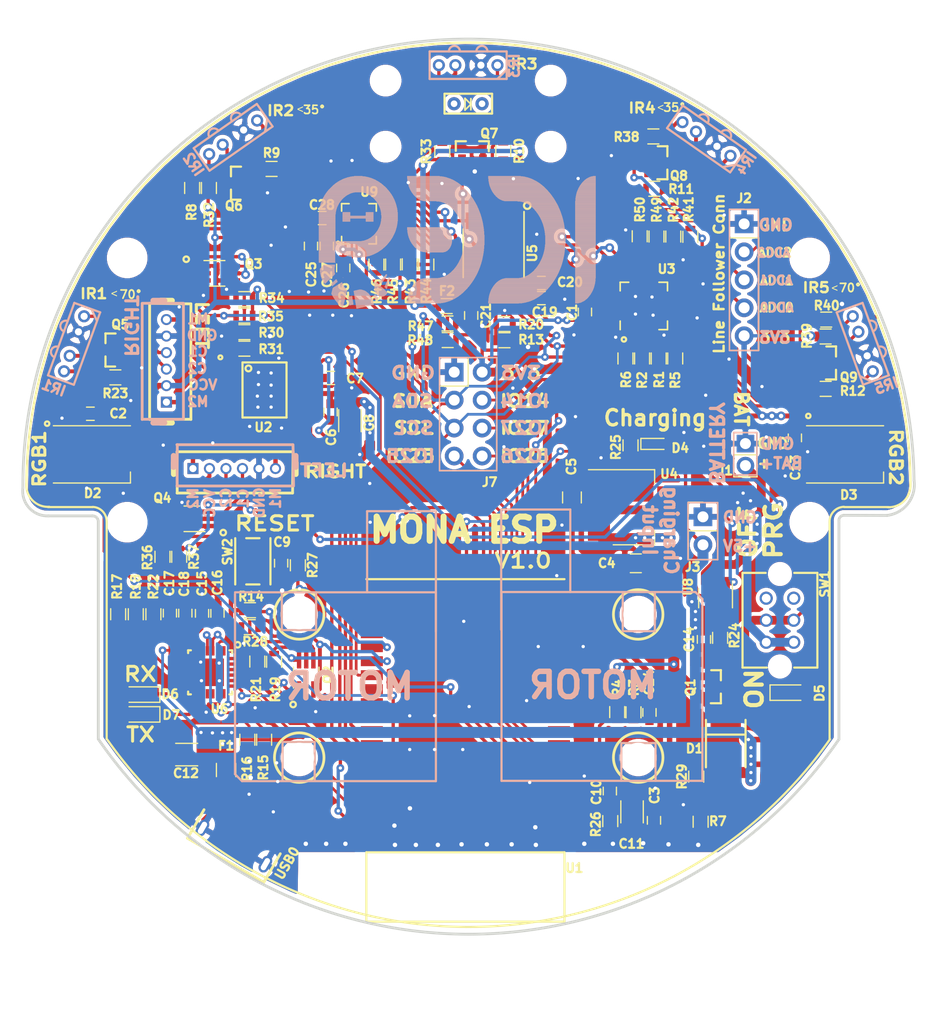
<source format=kicad_pcb>
(kicad_pcb (version 20171130) (host pcbnew 5.1.5)
  (layers (0 F.Cu signal) (31 B.Cu signal) (34 B.Paste user hide) (35 F.Paste user hide) (36 B.SilkS user) (37 F.SilkS user) (38 B.Mask user) (39 F.Mask user hide) (44 Edge.Cuts user))
  (net 0 "")
  (net 1 +3V3)
  (net 2 GND)
  (net 3 /M2_L)
  (net 4 /M1_L)
  (net 5 /M1_R)
  (net 6 /M2_R)
  (net 7 /D-)
  (net 8 /VBUS)
  (net 9 /D+)
  (net 10 /VBUS_FIL)
  (net 11 "Net-(R24-Pad2)")
  (net 12 /CHRG)
  (net 13 "Net-(C6-Pad1)")
  (net 14 "Net-(C7-Pad2)")
  (net 15 /RAW_BATT)
  (net 16 /ESP_EN)
  (net 17 /ESP_IO2)
  (net 18 /ESP_IO0)
  (net 19 VCC)
  (net 20 /BATT_post_Switch)
  (net 21 /ESP_ADC0)
  (net 22 "Net-(D4-Pad1)")
  (net 23 "Net-(D5-Pad2)")
  (net 24 "Net-(D6-Pad2)")
  (net 25 "Net-(D6-Pad1)")
  (net 26 "Net-(D7-Pad1)")
  (net 27 "Net-(D7-Pad2)")
  (net 28 /C2_L)
  (net 29 /C1_L)
  (net 30 /C1_R)
  (net 31 /C2_R)
  (net 32 /CP_RTS)
  (net 33 "Net-(Q2-Pad2)")
  (net 34 /CP_DTR)
  (net 35 "Net-(Q2-Pad5)")
  (net 36 "Net-(R15-Pad2)")
  (net 37 "Net-(R16-Pad2)")
  (net 38 "Net-(R22-Pad1)")
  (net 39 "Net-(R30-Pad1)")
  (net 40 /ESP_SDA)
  (net 41 /ESP_SCL)
  (net 42 /ESP_GPIO19)
  (net 43 /ESP_GPIO23)
  (net 44 /ESP_GPIO27)
  (net 45 /ESP_GPIO14)
  (net 46 /CP_TX)
  (net 47 /CP_RX)
  (net 48 "Net-(C27-Pad2)")
  (net 49 "Net-(C28-Pad2)")
  (net 50 "Net-(R43-Pad1)")
  (net 51 "Net-(R44-Pad2)")
  (net 52 "Net-(R45-Pad1)")
  (net 53 "Net-(R46-Pad1)")
  (net 54 "Net-(U3-Pad5)")
  (net 55 "Net-(R1-Pad2)")
  (net 56 "Net-(R2-Pad2)")
  (net 57 /MPC_INT)
  (net 58 /IMU_DRDY)
  (net 59 /IMU_INT_M)
  (net 60 /IMU_INT_AG)
  (net 61 /ESP_GPIO25)
  (net 62 /ESP_GPIO15)
  (net 63 /ESP_GPIO18)
  (net 64 /ESP_GPIO21)
  (net 65 /ESP_GPIO22)
  (net 66 /ESP_GPIO4)
  (net 67 /ESP_GPIO34)
  (net 68 /ESP_GPIO39)
  (net 69 /ESP_GPIO35)
  (net 70 /ESP_GPIO26)
  (net 71 "Net-(C21-Pad2)")
  (net 72 /IR2_ADC)
  (net 73 "Net-(IR1-Pad2)")
  (net 74 "Net-(IR1-Pad1)")
  (net 75 /IR3_ADC)
  (net 76 "Net-(IR2-Pad2)")
  (net 77 "Net-(IR2-Pad1)")
  (net 78 "Net-(IR3-Pad1)")
  (net 79 "Net-(IR3-Pad2)")
  (net 80 /IR1_ADC)
  (net 81 "Net-(IR4-Pad1)")
  (net 82 "Net-(IR4-Pad2)")
  (net 83 /IR4_ADC)
  (net 84 "Net-(IR5-Pad1)")
  (net 85 "Net-(IR5-Pad2)")
  (net 86 /IR5_ADC)
  (net 87 /IR2_E)
  (net 88 /IR3_E)
  (net 89 /IR1_E)
  (net 90 /IR4_E)
  (net 91 /IR5_E)
  (net 92 "Net-(R13-Pad2)")
  (net 93 /ADC_0)
  (net 94 /ADC_1)
  (net 95 /ADC_2)
  (module MONA_lib:BAT_conn_1x02_Pitch1.8mm (layer F.Cu) (at 160.14 75.66)
    (fp_text reference J1 (at -1.83 2.45 180) (layer F.SilkS) (effects (font (size 0.8 0.8) (thickness 0.2))))
    (fp_text value "Conn_01x02 1.8mm pitch" hide)
    (pad 2 thru_hole oval (at 0 2) (size 1.6 1.6) (drill 1) (layers *.Cu *.Mask) (net 15 /RAW_BATT))
    (pad 1 thru_hole rect (at 0 0) (size 1.6 1.6) (drill 1) (layers *.Cu *.Mask) (net 2 GND))
  )
  (module LEDs:LED_0805 (layer F.Cu) (at 134.94 44.8 180)
    (fp_text reference D8 hide)
    (fp_text value LED hide)
    (pad 2 thru_hole circle (at 1.27 0) (size 1.2 1.2) (drill 0.6) (layers *.Cu *.Mask))
    (pad 1 thru_hole circle (at -1.27 0) (size 1.2 1.2) (drill 0.6) (layers *.Cu *.Mask))
  )
  (module Mounting_Holes:MountingHole_3mm (layer F.Cu) (at 165.975 58.8)
    (fp_text reference M5 hide)
    (fp_text value Mounting_Hole hide)
    (pad 1 np_thru_hole circle (at 0 0) (size 3 3) (drill 3) (layers *.Cu *.Mask))
  )
  (module Mounting_Holes:MountingHole_3mm (layer F.Cu) (at 103.975 58.8)
    (fp_text reference M2 hide)
    (fp_text value Mounting_Hole hide)
    (pad 1 np_thru_hole circle (at 0 0) (size 3 3) (drill 3) (layers *.Cu *.Mask))
  )
  (module Mounting_Holes:MountingHole_3mm (layer F.Cu) (at 103.975 82.8)
    (fp_text reference M1 hide)
    (fp_text value Mounting_Hole hide)
    (pad 1 np_thru_hole circle (at 0 0) (size 3 3) (drill 3) (layers *.Cu *.Mask))
  )
  (module Mounting_Holes:MountingHole_3mm (layer F.Cu) (at 165.975 82.8)
    (fp_text reference M3 hide)
    (fp_text value Mounting_Hole hide)
    (pad 1 np_thru_hole circle (at 0 0) (size 3 3) (drill 3) (layers *.Cu *.Mask))
  )
  (module Mounting_Holes:MountingHole_2.7mm_M2.5 (layer F.Cu) (at 150.39703 104.17402)
    (fp_text reference M9 hide)
    (fp_text value Mounting_Hole hide)
    (pad 1 np_thru_hole circle (at 0 0) (size 2.7 2.7) (drill 2.7) (layers *.Cu *.Mask))
  )
  (module Mounting_Holes:MountingHole_2.7mm_M2.5 (layer F.Cu) (at 150.39703 91.17404)
    (fp_text reference M8 hide)
    (fp_text value Mounting_Hole hide)
    (pad 1 np_thru_hole circle (at 0 0) (size 2.7 2.7) (drill 2.7) (layers *.Cu *.Mask))
  )
  (module Mounting_Holes:MountingHole_2.7mm_M2.5 (layer F.Cu) (at 119.60308 104.17402)
    (fp_text reference M7 hide)
    (fp_text value Mounting_Hole hide)
    (pad 1 np_thru_hole circle (at 0 0) (size 2.7 2.7) (drill 2.7) (layers *.Cu *.Mask))
  )
  (module Mounting_Holes:MountingHole_2.7mm_M2.5 (layer F.Cu) (at 119.60308 91.17404)
    (fp_text reference M6 hide)
    (fp_text value Mounting_Hole hide)
    (pad 1 np_thru_hole circle (at 0 0) (size 2.7 2.7) (drill 2.7) (layers *.Cu *.Mask))
  )
  (module MONA_lib:Pin_Header_Straight_1x06_Pitch1.27mm (layer F.Cu) (at 107.539 71.89599 180)
    (fp_text reference ML1 hide)
    (fp_text value "Motor connector  01x06 1.5mm" hide)
    (pad 6 thru_hole oval (at 0 7.5 180) (size 1 1) (drill 0.65) (layers *.Cu *.Mask) (net 4 /M1_L))
    (pad 5 thru_hole oval (at 0 6 180) (size 1 1) (drill 0.65) (layers *.Cu *.Mask) (net 2 GND))
    (pad 4 thru_hole oval (at 0 4.5 180) (size 1 1) (drill 0.65) (layers *.Cu *.Mask) (net 29 /C1_L))
    (pad 3 thru_hole oval (at 0 3 180) (size 1 1) (drill 0.65) (layers *.Cu *.Mask) (net 28 /C2_L))
    (pad 2 thru_hole oval (at 0 1.5 180) (size 1 1) (drill 0.65) (layers *.Cu *.Mask) (net 1 +3V3))
    (pad 1 thru_hole rect (at 0 0 180) (size 1 1) (drill 0.65) (layers *.Cu *.Mask) (net 3 /M2_L))
  )
  (module MONA_lib:Pin_Header_Straight_1x06_Pitch1.27mm (layer F.Cu) (at 109.94888 77.925 90)
    (fp_text reference MR1 hide)
    (fp_text value "Motor connector  01x06 1.5mm" hide)
    (pad 1 thru_hole rect (at 0 0 90) (size 1 1) (drill 0.65) (layers *.Cu *.Mask) (net 6 /M2_R))
    (pad 2 thru_hole oval (at 0 1.5 90) (size 1 1) (drill 0.65) (layers *.Cu *.Mask) (net 1 +3V3))
    (pad 3 thru_hole oval (at 0 3 90) (size 1 1) (drill 0.65) (layers *.Cu *.Mask) (net 31 /C2_R))
    (pad 4 thru_hole oval (at 0 4.5 90) (size 1 1) (drill 0.65) (layers *.Cu *.Mask) (net 30 /C1_R))
    (pad 5 thru_hole oval (at 0 6 90) (size 1 1) (drill 0.65) (layers *.Cu *.Mask) (net 2 GND))
    (pad 6 thru_hole oval (at 0 7.5 90) (size 1 1) (drill 0.65) (layers *.Cu *.Mask) (net 5 /M1_R))
  )
  (module TO_SOT_Packages_SMD:SOT-223-3_TabPin2 (layer F.Cu) (at 149.98 81.44)
    (fp_text reference U4 (at 3.23 -3.02 180) (layer F.SilkS) (effects (font (size 0.8 0.8) (thickness 0.2))))
    (fp_text value NCP1117-3.3_SOT223 hide)
    (pad 2 smd rect (at 3.15 0) (size 2 3.8) (layers F.Cu F.Paste F.Mask) (net 1 +3V3))
    (pad 2 smd rect (at -3.15 0) (size 2 1.5) (layers F.Cu F.Paste F.Mask) (net 1 +3V3))
    (pad 3 smd rect (at -3.15 2.3) (size 2 1.5) (layers F.Cu F.Paste F.Mask) (net 19 VCC))
    (pad 1 smd rect (at -3.15 -2.3) (size 2 1.5) (layers F.Cu F.Paste F.Mask) (net 2 GND))
  )
  (module Homeley_heatpump:ESP32_WROVER_B (layer F.Cu) (at 134.7 100.5 180)
    (fp_text reference U1 (at -9.9 -13.7) (layer F.SilkS) (effects (font (size 0.8 0.8) (thickness 0.2))))
    (fp_text value ESP32-WROVER-B)
    (pad 37 smd rect (at 8.5 -10.16 180) (size 2 0.9) (layers F.Cu F.Paste F.Mask) (net 43 /ESP_GPIO23))
    (pad 35 smd rect (at 8.5 -7.62 180) (size 2 0.9) (layers F.Cu F.Paste F.Mask) (net 47 /CP_RX))
    (pad 32 smd rect (at 8.5 -3.81 180) (size 2 0.9) (layers F.Cu F.Paste F.Mask))
    (pad 28 smd rect (at 8.5 1.27 180) (size 2 0.9) (layers F.Cu F.Paste F.Mask))
    (pad 31 smd rect (at 8.5 -2.54 180) (size 2 0.9) (layers F.Cu F.Paste F.Mask) (net 42 /ESP_GPIO19))
    (pad 33 smd rect (at 8.5 -5.08 180) (size 2 0.9) (layers F.Cu F.Paste F.Mask) (net 64 /ESP_GPIO21))
    (pad 36 smd rect (at 8.5 -8.89 180) (size 2 0.9) (layers F.Cu F.Paste F.Mask) (net 65 /ESP_GPIO22))
    (pad 25 smd rect (at 8.5 5.08 180) (size 2 0.9) (layers F.Cu F.Paste F.Mask) (net 18 /ESP_IO0))
    (pad 29 smd rect (at 8.5 0 180) (size 2 0.9) (layers F.Cu F.Paste F.Mask))
    (pad 20 smd rect (at 8.5 11.43 180) (size 2 0.9) (layers F.Cu F.Paste F.Mask))
    (pad 38 smd rect (at 8.5 -11.43 180) (size 2 0.9) (layers F.Cu F.Paste F.Mask) (net 2 GND))
    (pad 30 smd rect (at 8.5 -1.27 180) (size 2 0.9) (layers F.Cu F.Paste F.Mask) (net 63 /ESP_GPIO18))
    (pad 23 smd rect (at 8.5 7.62 180) (size 2 0.9) (layers F.Cu F.Paste F.Mask) (net 62 /ESP_GPIO15))
    (pad 26 smd rect (at 8.5 3.81 180) (size 2 0.9) (layers F.Cu F.Paste F.Mask) (net 66 /ESP_GPIO4))
    (pad 22 smd rect (at 8.5 8.89 180) (size 2 0.9) (layers F.Cu F.Paste F.Mask))
    (pad 34 smd rect (at 8.5 -6.35 180) (size 2 0.9) (layers F.Cu F.Paste F.Mask) (net 46 /CP_TX))
    (pad 21 smd rect (at 8.5 10.16 180) (size 2 0.9) (layers F.Cu F.Paste F.Mask))
    (pad 24 smd rect (at 8.5 6.35 180) (size 2 0.9) (layers F.Cu F.Paste F.Mask) (net 17 /ESP_IO2))
    (pad 27 smd rect (at 8.5 2.54 180) (size 2 0.9) (layers F.Cu F.Paste F.Mask))
    (pad 19 smd rect (at -8.5 11.43 180) (size 2 0.9) (layers F.Cu F.Paste F.Mask))
    (pad 18 smd rect (at -8.5 10.16 180) (size 2 0.9) (layers F.Cu F.Paste F.Mask))
    (pad 17 smd rect (at -8.5 8.89 180) (size 2 0.9) (layers F.Cu F.Paste F.Mask))
    (pad 16 smd rect (at -8.5 7.62 180) (size 2 0.9) (layers F.Cu F.Paste F.Mask) (net 57 /MPC_INT))
    (pad 15 smd rect (at -8.5 6.35 180) (size 2 0.9) (layers F.Cu F.Paste F.Mask) (net 2 GND))
    (pad 14 smd rect (at -8.5 5.08 180) (size 2 0.9) (layers F.Cu F.Paste F.Mask))
    (pad 13 smd rect (at -8.5 3.81 180) (size 2 0.9) (layers F.Cu F.Paste F.Mask) (net 45 /ESP_GPIO14))
    (pad 12 smd rect (at -8.5 2.54 180) (size 2 0.9) (layers F.Cu F.Paste F.Mask) (net 44 /ESP_GPIO27))
    (pad 11 smd rect (at -8.5 1.27 180) (size 2 0.9) (layers F.Cu F.Paste F.Mask) (net 70 /ESP_GPIO26))
    (pad 10 smd rect (at -8.5 0 180) (size 2 0.9) (layers F.Cu F.Paste F.Mask) (net 61 /ESP_GPIO25))
    (pad 9 smd rect (at -8.5 -1.27 180) (size 2 0.9) (layers F.Cu F.Paste F.Mask) (net 41 /ESP_SCL))
    (pad 8 smd rect (at -8.5 -2.54 180) (size 2 0.9) (layers F.Cu F.Paste F.Mask) (net 40 /ESP_SDA))
    (pad 7 smd rect (at -8.5 -3.81 180) (size 2 0.9) (layers F.Cu F.Paste F.Mask) (net 69 /ESP_GPIO35))
    (pad 6 smd rect (at -8.5 -5.08 180) (size 2 0.9) (layers F.Cu F.Paste F.Mask) (net 67 /ESP_GPIO34))
    (pad 5 smd rect (at -8.5 -6.35 180) (size 2 0.9) (layers F.Cu F.Paste F.Mask) (net 68 /ESP_GPIO39))
    (pad 4 smd rect (at -8.5 -7.62 180) (size 2 0.9) (layers F.Cu F.Paste F.Mask) (net 21 /ESP_ADC0))
    (pad 3 smd rect (at -8.5 -8.89 180) (size 2 0.9) (layers F.Cu F.Paste F.Mask) (net 16 /ESP_EN))
    (pad 2 smd rect (at -8.5 -10.16 180) (size 2 0.9) (layers F.Cu F.Paste F.Mask) (net 1 +3V3))
    (pad 1 smd rect (at -8.5 -11.43 180) (size 2 0.9) (layers F.Cu F.Paste F.Mask) (net 2 GND))
  )
  (module Capacitors_SMD:C_0603 (layer F.Cu) (at 147.82 107.21 90)
    (fp_text reference C10 (at -0.09 -1.22 90) (layer F.SilkS) (effects (font (size 0.8 0.8) (thickness 0.2))))
    (fp_text value "0.1uF , 10V")
    (pad 2 smd rect (at 0.75 0 90) (size 0.8 0.75) (layers F.Cu F.Paste F.Mask) (net 2 GND))
    (pad 1 smd rect (at -0.75 0 90) (size 0.8 0.75) (layers F.Cu F.Paste F.Mask) (net 16 /ESP_EN))
  )
  (module Capacitors_SMD:C_1206 (layer F.Cu) (at 149.84 109.1 90)
    (fp_text reference C11 (at -2.9 -0.05 180) (layer F.SilkS) (effects (font (size 0.8 0.8) (thickness 0.2))))
    (fp_text value "100uF , 6.3V")
    (pad 1 smd rect (at -1.5 0 90) (size 1 1.6) (layers F.Cu F.Paste F.Mask) (net 1 +3V3))
    (pad 2 smd rect (at 1.5 0 90) (size 1 1.6) (layers F.Cu F.Paste F.Mask) (net 2 GND))
  )
  (module Capacitors_SMD:C_0603 (layer F.Cu) (at 122.45 72.79 90)
    (fp_text reference C6 (at -2.29 0.06 90) (layer F.SilkS) (effects (font (size 0.8 0.8) (thickness 0.2))))
    (fp_text value "10nF , 10V")
    (pad 2 smd rect (at 0.75 0 90) (size 0.8 0.75) (layers F.Cu F.Paste F.Mask) (net 19 VCC))
    (pad 1 smd rect (at -0.75 0 90) (size 0.8 0.75) (layers F.Cu F.Paste F.Mask) (net 13 "Net-(C6-Pad1)"))
  )
  (module Capacitors_SMD:C_0603 (layer F.Cu) (at 122.47 69.7 180)
    (fp_text reference C7 (at -2.2 -0.05) (layer F.SilkS) (effects (font (size 0.8 0.8) (thickness 0.2))))
    (fp_text value "2.2uF , 10V")
    (pad 1 smd rect (at -0.75 0 180) (size 0.8 0.75) (layers F.Cu F.Paste F.Mask) (net 2 GND))
    (pad 2 smd rect (at 0.75 0 180) (size 0.8 0.75) (layers F.Cu F.Paste F.Mask) (net 14 "Net-(C7-Pad2)"))
  )
  (module Capacitors_SMD:C_1206 (layer F.Cu) (at 124.21 73.58 270)
    (fp_text reference C8 (at 0.2 -1.75 90) (layer F.SilkS) (effects (font (size 0.8 0.8) (thickness 0.2))))
    (fp_text value "10uF , 10V")
    (pad 2 smd rect (at 1.5 0 270) (size 1 1.6) (layers F.Cu F.Paste F.Mask) (net 2 GND))
    (pad 1 smd rect (at -1.5 0 270) (size 1 1.6) (layers F.Cu F.Paste F.Mask) (net 19 VCC))
  )
  (module Capacitors_SMD:C_0603 (layer F.Cu) (at 117.96 86.52 270)
    (fp_text reference C9 (at -1.92 -0.09 180) (layer F.SilkS) (effects (font (size 0.8 0.8) (thickness 0.2))))
    (fp_text value "100pF , 50V")
    (pad 2 smd rect (at 0.75 0 270) (size 0.8 0.75) (layers F.Cu F.Paste F.Mask) (net 16 /ESP_EN))
    (pad 1 smd rect (at -0.75 0 270) (size 0.8 0.75) (layers F.Cu F.Paste F.Mask) (net 2 GND))
  )
  (module Capacitors_SMD:C_0603 (layer F.Cu) (at 110.775 91.075 270)
    (fp_text reference C15 (at -2.7 0 90) (layer F.SilkS) (effects (font (size 0.8 0.8) (thickness 0.2))))
    (fp_text value "0.1uF , 10V")
    (pad 1 smd rect (at -0.75 0 270) (size 0.8 0.75) (layers F.Cu F.Paste F.Mask) (net 2 GND))
    (pad 2 smd rect (at 0.75 0 270) (size 0.8 0.75) (layers F.Cu F.Paste F.Mask) (net 1 +3V3))
  )
  (module Capacitors_SMD:C_0603 (layer F.Cu) (at 112.175 91.075 90)
    (fp_text reference C16 (at 2.8 0 90) (layer F.SilkS) (effects (font (size 0.8 0.8) (thickness 0.2))))
    (fp_text value "4.7uF , 6V")
    (pad 1 smd rect (at -0.75 0 90) (size 0.8 0.75) (layers F.Cu F.Paste F.Mask) (net 1 +3V3))
    (pad 2 smd rect (at 0.75 0 90) (size 0.8 0.75) (layers F.Cu F.Paste F.Mask) (net 2 GND))
  )
  (module Capacitors_SMD:C_0603 (layer F.Cu) (at 107.855 91.055 270)
    (fp_text reference C17 (at -2.7 0.05 90) (layer F.SilkS) (effects (font (size 0.8 0.8) (thickness 0.2))))
    (fp_text value 1uF,10V)
    (pad 2 smd rect (at 0.75 0 270) (size 0.8 0.75) (layers F.Cu F.Paste F.Mask) (net 10 /VBUS_FIL))
    (pad 1 smd rect (at -0.75 0 270) (size 0.8 0.75) (layers F.Cu F.Paste F.Mask) (net 2 GND))
  )
  (module Capacitors_SMD:C_0603 (layer F.Cu) (at 109.255 91.055 270)
    (fp_text reference C18 (at -2.65 0.1 90) (layer F.SilkS) (effects (font (size 0.8 0.8) (thickness 0.2))))
    (fp_text value "0.1uF , 6V")
    (pad 2 smd rect (at 0.75 0 270) (size 0.8 0.75) (layers F.Cu F.Paste F.Mask) (net 10 /VBUS_FIL))
    (pad 1 smd rect (at -0.75 0 270) (size 0.8 0.75) (layers F.Cu F.Paste F.Mask) (net 2 GND))
  )
  (module Resistors_SMD:R_0603 (layer F.Cu) (at 149.97 100.06 270)
    (fp_text reference R3 (at -2.25 -0.04 90) (layer F.SilkS) (effects (font (size 0.8 0.8) (thickness 0.2))))
    (fp_text value 4.7K)
    (pad 1 smd rect (at -0.75 0 270) (size 0.5 0.9) (layers F.Cu F.Paste F.Mask) (net 2 GND))
    (pad 2 smd rect (at 0.75 0 270) (size 0.5 0.9) (layers F.Cu F.Paste F.Mask) (net 21 /ESP_ADC0))
  )
  (module Resistors_SMD:R_0603 (layer F.Cu) (at 148.49 100.04 90)
    (fp_text reference R4 (at 2.18 0.03 90) (layer F.SilkS) (effects (font (size 0.8 0.8) (thickness 0.2))))
    (fp_text value 18K)
    (pad 2 smd rect (at 0.75 0 90) (size 0.5 0.9) (layers F.Cu F.Paste F.Mask) (net 19 VCC))
    (pad 1 smd rect (at -0.75 0 90) (size 0.5 0.9) (layers F.Cu F.Paste F.Mask) (net 21 /ESP_ADC0))
  )
  (module Resistors_SMD:R_0603 (layer F.Cu) (at 115.13 90.79 180)
    (fp_text reference R14 (at -0.1 1.23) (layer F.SilkS) (effects (font (size 0.8 0.8) (thickness 0.2))))
    (fp_text value 1K)
    (pad 1 smd rect (at -0.75 0 180) (size 0.5 0.9) (layers F.Cu F.Paste F.Mask) (net 16 /ESP_EN))
    (pad 2 smd rect (at 0.75 0 180) (size 0.5 0.9) (layers F.Cu F.Paste F.Mask) (net 1 +3V3))
  )
  (module Resistors_SMD:R_0603 (layer F.Cu) (at 115.795 95.45 90)
    (fp_text reference R21 (at -2.54 -0.105 90) (layer F.SilkS) (effects (font (size 0.8 0.8) (thickness 0.2))))
    (fp_text value 10K)
    (pad 2 smd rect (at 0.75 0 90) (size 0.5 0.9) (layers F.Cu F.Paste F.Mask) (net 34 /CP_DTR))
    (pad 1 smd rect (at -0.75 0 90) (size 0.5 0.9) (layers F.Cu F.Paste F.Mask) (net 33 "Net-(Q2-Pad2)"))
  )
  (module Resistors_SMD:R_0603 (layer F.Cu) (at 106.355 91.155 90)
    (fp_text reference R22 (at 2.5 0 90) (layer F.SilkS) (effects (font (size 0.8 0.8) (thickness 0.2))))
    (fp_text value 1K)
    (pad 2 smd rect (at 0.75 0 90) (size 0.5 0.9) (layers F.Cu F.Paste F.Mask) (net 1 +3V3))
    (pad 1 smd rect (at -0.75 0 90) (size 0.5 0.9) (layers F.Cu F.Paste F.Mask) (net 38 "Net-(R22-Pad1)"))
  )
  (module MONA_lib:HTSSOP-16 (layer F.Cu) (at 116.45 70.79)
    (fp_text reference U2 (at -0.1 3.39) (layer F.SilkS) (effects (font (size 0.8 0.8) (thickness 0.2))))
    (fp_text value DRV8833 hide)
    (pad 13 smd rect (at 0 0) (size 2 4) (layers F.Cu F.Paste F.Mask) (net 2 GND))
    (pad 16 smd rect (at 2.9 -2.275) (size 1.5 0.45) (layers F.Cu F.Paste F.Mask) (net 66 /ESP_GPIO4))
    (pad 15 smd rect (at 2.9 -1.625) (size 1.5 0.45) (layers F.Cu F.Paste F.Mask) (net 63 /ESP_GPIO18))
    (pad 14 smd rect (at 2.9 -0.975) (size 1.5 0.45) (layers F.Cu F.Paste F.Mask) (net 14 "Net-(C7-Pad2)"))
    (pad 13 smd rect (at 2.9 -0.325) (size 1.5 0.45) (layers F.Cu F.Paste F.Mask) (net 2 GND))
    (pad 12 smd rect (at 2.9 0.325) (size 1.5 0.45) (layers F.Cu F.Paste F.Mask) (net 19 VCC))
    (pad 11 smd rect (at 2.9 0.975) (size 1.5 0.45) (layers F.Cu F.Paste F.Mask) (net 13 "Net-(C6-Pad1)"))
    (pad 10 smd rect (at 2.9 1.625) (size 1.5 0.45) (layers F.Cu F.Paste F.Mask) (net 42 /ESP_GPIO19))
    (pad 9 smd rect (at 2.9 2.275) (size 1.5 0.45) (layers F.Cu F.Paste F.Mask) (net 64 /ESP_GPIO21))
    (pad 8 smd rect (at -2.9 2.275) (size 1.5 0.45) (layers F.Cu F.Paste F.Mask))
    (pad 7 smd rect (at -2.9 1.625) (size 1.5 0.45) (layers F.Cu F.Paste F.Mask) (net 5 /M1_R))
    (pad 6 smd rect (at -2.9 0.975) (size 1.5 0.45) (layers F.Cu F.Paste F.Mask) (net 2 GND))
    (pad 5 smd rect (at -2.9 0.325) (size 1.5 0.45) (layers F.Cu F.Paste F.Mask) (net 6 /M2_R))
    (pad 4 smd rect (at -2.9 -0.325) (size 1.5 0.45) (layers F.Cu F.Paste F.Mask) (net 3 /M2_L))
    (pad 3 smd rect (at -2.9 -0.975) (size 1.5 0.45) (layers F.Cu F.Paste F.Mask) (net 2 GND))
    (pad 2 smd rect (at -2.9 -1.625) (size 1.5 0.45) (layers F.Cu F.Paste F.Mask) (net 4 /M1_L))
    (pad 1 smd rect (at -2.9 -2.275) (size 1.5 0.45) (layers F.Cu F.Paste F.Mask) (net 39 "Net-(R30-Pad1)"))
  )
  (module Capacitors_SMD:C_1206 (layer F.Cu) (at 109.38 103.9)
    (fp_text reference C12 (at -0.06 1.69 180) (layer F.SilkS) (effects (font (size 0.8 0.8) (thickness 0.2))))
    (fp_text value "10uF , 10V")
    (pad 1 smd rect (at -1.5 0) (size 1 1.6) (layers F.Cu F.Paste F.Mask) (net 2 GND))
    (pad 2 smd rect (at 1.5 0) (size 1 1.6) (layers F.Cu F.Paste F.Mask) (net 10 /VBUS_FIL))
  )
  (module Capacitors_SMD:C_0603 (layer F.Cu) (at 156.37 93.44 90)
    (fp_text reference C14 (at -0.005 -1.345 90) (layer F.SilkS) (effects (font (size 0.8 0.8) (thickness 0.2))))
    (fp_text value "0.1uF , 10V")
    (pad 2 smd rect (at 0.75 0 90) (size 0.8 0.75) (layers F.Cu F.Paste F.Mask) (net 10 /VBUS_FIL))
    (pad 1 smd rect (at -0.75 0 90) (size 0.8 0.75) (layers F.Cu F.Paste F.Mask) (net 2 GND))
  )
  (module Inductors_SMD:L_0805 (layer F.Cu) (at 112.96 105.3 90)
    (fp_text reference F1 (at 2.2 0 180) (layer F.SilkS) (effects (font (size 0.8 0.8) (thickness 0.2))))
    (fp_text value Ferrite_Bead)
    (pad 1 smd rect (at -0.95 0 90) (size 0.7 1.3) (layers F.Cu F.Paste F.Mask) (net 8 /VBUS))
    (pad 2 smd rect (at 0.95 0 90) (size 0.7 1.3) (layers F.Cu F.Paste F.Mask) (net 10 /VBUS_FIL))
  )
  (module Resistors_SMD:R_0603 (layer F.Cu) (at 157.84 93.3 90)
    (fp_text reference R24 (at 0.21 1.31 90) (layer F.SilkS) (effects (font (size 0.8 0.8) (thickness 0.2))))
    (fp_text value 3.3K)
    (pad 1 smd rect (at -0.75 0 90) (size 0.5 0.9) (layers F.Cu F.Paste F.Mask) (net 2 GND))
    (pad 2 smd rect (at 0.75 0 90) (size 0.5 0.9) (layers F.Cu F.Paste F.Mask) (net 11 "Net-(R24-Pad2)"))
  )
  (module Resistors_SMD:R_0603 (layer F.Cu) (at 149.7 75.82 90)
    (fp_text reference R25 (at -0.17 -1.33 90) (layer F.SilkS) (effects (font (size 0.8 0.8) (thickness 0.2))))
    (fp_text value 330R)
    (pad 1 smd rect (at -0.75 0 90) (size 0.5 0.9) (layers F.Cu F.Paste F.Mask) (net 22 "Net-(D4-Pad1)"))
    (pad 2 smd rect (at 0.75 0 90) (size 0.5 0.9) (layers F.Cu F.Paste F.Mask) (net 12 /CHRG))
  )
  (module TO_SOT_Packages_SMD:TSOT-23-5 (layer F.Cu) (at 157.45 89.69 270)
    (fp_text reference U8 (at -1.025 2.525 90) (layer F.SilkS) (effects (font (size 0.8 0.8) (thickness 0.2))))
    (fp_text value LTC4054ES5-4.2)
    (pad 1 smd rect (at -1.31 -0.95 270) (size 1.22 0.65) (layers F.Cu F.Paste F.Mask) (net 12 /CHRG))
    (pad 2 smd rect (at -1.31 0 270) (size 1.22 0.65) (layers F.Cu F.Paste F.Mask) (net 2 GND))
    (pad 3 smd rect (at -1.31 0.95 270) (size 1.22 0.65) (layers F.Cu F.Paste F.Mask) (net 15 /RAW_BATT))
    (pad 4 smd rect (at 1.31 0.95 270) (size 1.22 0.65) (layers F.Cu F.Paste F.Mask) (net 10 /VBUS_FIL))
    (pad 5 smd rect (at 1.31 -0.95 270) (size 1.22 0.65) (layers F.Cu F.Paste F.Mask) (net 11 "Net-(R24-Pad2)"))
  )
  (module Capacitors_SMD:C_0603 (layer F.Cu) (at 151.83 109.87 90)
    (fp_text reference C3 (at 2.27 0.06 270) (layer F.SilkS) (effects (font (size 0.8 0.8) (thickness 0.2))))
    (fp_text value "1uF , 10V")
    (pad 2 smd rect (at 0.75 0 90) (size 0.8 0.75) (layers F.Cu F.Paste F.Mask) (net 2 GND))
    (pad 1 smd rect (at -0.75 0 90) (size 0.8 0.75) (layers F.Cu F.Paste F.Mask) (net 1 +3V3))
  )
  (module MONA_lib:OS202011MS2QS1 (layer F.Cu) (at 163.275 91.7 180)
    (fp_text reference SW1 (at -4.075 3.3 90) (layer F.SilkS) (effects (font (size 0.8 0.8) (thickness 0.2))))
    (fp_text value OS202011MS2QS1 hide)
    (pad 1 thru_hole circle (at -1.25 -2 180) (size 1.2 1.2) (drill 0.8) (layers *.Cu *.Mask) (net 15 /RAW_BATT))
    (pad 2 thru_hole circle (at -1.25 0 180) (size 1.2 1.2) (drill 0.8) (layers *.Cu *.Mask) (net 20 /BATT_post_Switch))
    (pad 3 thru_hole circle (at -1.25 2 180) (size 1.2 1.2) (drill 0.8) (layers *.Cu *.Mask))
    (pad 4 thru_hole circle (at 1.25 -2 180) (size 1.2 1.2) (drill 0.8) (layers *.Cu *.Mask) (net 15 /RAW_BATT))
    (pad 5 thru_hole circle (at 1.25 0 180) (size 1.2 1.2) (drill 0.8) (layers *.Cu *.Mask) (net 20 /BATT_post_Switch))
    (pad 6 thru_hole circle (at 1.25 2 180) (size 1.2 1.2) (drill 0.8) (layers *.Cu *.Mask))
    (pad "" np_thru_hole circle (at 0 -4.2 180) (size 1.5 1.5) (drill 1.5) (layers *.Cu *.Mask))
    (pad "" np_thru_hole circle (at 0 4.2 180) (size 1.5 1.5) (drill 1.5) (layers *.Cu *.Mask))
  )
  (module Capacitors_SMD:C_0805 (layer F.Cu) (at 150.18 86.53)
    (fp_text reference C4 (at -2.64 -0.01) (layer F.SilkS) (effects (font (size 0.8 0.8) (thickness 0.2))))
    (fp_text value "10uF , 10V")
    (pad 1 smd rect (at -1 0) (size 1 1.25) (layers F.Cu F.Paste F.Mask) (net 2 GND))
    (pad 2 smd rect (at 1 0) (size 1 1.25) (layers F.Cu F.Paste F.Mask) (net 19 VCC))
  )
  (module Capacitors_SMD:C_0805 (layer F.Cu) (at 144.38 80.55 270)
    (fp_text reference C5 (at -2.8 0.05 90) (layer F.SilkS) (effects (font (size 0.8 0.8) (thickness 0.2))))
    (fp_text value "10uF , 10V")
    (pad 2 smd rect (at 1 0 270) (size 1 1.25) (layers F.Cu F.Paste F.Mask) (net 1 +3V3))
    (pad 1 smd rect (at -1 0 270) (size 1 1.25) (layers F.Cu F.Paste F.Mask) (net 2 GND))
  )
  (module Capacitors_SMD:C_0603 (layer F.Cu) (at 151.42 100.07 270)
    (fp_text reference C24 (at -2.73 0.03 90) (layer F.SilkS) (effects (font (size 0.8 0.8) (thickness 0.2))))
    (fp_text value "0.1uF , 10V")
    (pad 2 smd rect (at 0.75 0 270) (size 0.8 0.75) (layers F.Cu F.Paste F.Mask) (net 21 /ESP_ADC0))
    (pad 1 smd rect (at -0.75 0 270) (size 0.8 0.75) (layers F.Cu F.Paste F.Mask) (net 2 GND))
  )
  (module hugsmart_diodes:SMB_403A (layer F.Cu) (at 158.35 102.9 90)
    (fp_text reference D1 (at -0.45 -2.83 180) (layer F.SilkS) (effects (font (size 0.8 0.8) (thickness 0.2))))
    (fp_text value Schottky_403A hide)
    (pad A smd rect (at -2.16 0 90) (size 2.16 2.75) (layers F.Cu F.Paste F.Mask) (net 10 /VBUS_FIL))
    (pad K smd rect (at 2.16 0 90) (size 2.16 2.75) (layers F.Cu F.Paste F.Mask) (net 19 VCC))
  )
  (module LEDs:LED_0603 (layer F.Cu) (at 151.94 75.69)
    (fp_text reference D4 (at 2.275 0.375 180) (layer F.SilkS) (effects (font (size 0.8 0.8) (thickness 0.2))))
    (fp_text value LED)
    (pad 2 smd rect (at 0.8 0 180) (size 0.8 0.8) (layers F.Cu F.Paste F.Mask) (net 10 /VBUS_FIL))
    (pad 1 smd rect (at -0.8 0 180) (size 0.8 0.8) (layers F.Cu F.Paste F.Mask) (net 22 "Net-(D4-Pad1)"))
  )
  (module LEDs:LED_0805 (layer F.Cu) (at 105.145 98.45 180)
    (fp_text reference D6 (at -2.735 0.04) (layer F.SilkS) (effects (font (size 0.8 0.8) (thickness 0.2))))
    (fp_text value LED)
    (pad 2 smd rect (at 1.1 0) (size 1.2 1.2) (layers F.Cu F.Paste F.Mask) (net 24 "Net-(D6-Pad2)"))
    (pad 1 smd rect (at -1.1 0) (size 1.2 1.2) (layers F.Cu F.Paste F.Mask) (net 25 "Net-(D6-Pad1)"))
  )
  (module LEDs:LED_0805 (layer F.Cu) (at 105.145 100.25 180)
    (fp_text reference D7 (at -2.835 -0.05) (layer F.SilkS) (effects (font (size 0.8 0.8) (thickness 0.2))))
    (fp_text value LED)
    (pad 1 smd rect (at -1.1 0) (size 1.2 1.2) (layers F.Cu F.Paste F.Mask) (net 26 "Net-(D7-Pad1)"))
    (pad 2 smd rect (at 1.1 0) (size 1.2 1.2) (layers F.Cu F.Paste F.Mask) (net 27 "Net-(D7-Pad2)"))
  )
  (module MONA_lib:SOT-23 (layer F.Cu) (at 157.26 97.75 270)
    (fp_text reference Q1 (at 0.05 2.11 90) (layer F.SilkS) (effects (font (size 0.8 0.8) (thickness 0.2))))
    (fp_text value CPH3348-TL-W hide)
    (pad 1 smd rect (at -0.95 1 270) (size 0.7 0.9) (layers F.Cu F.Paste F.Mask) (net 10 /VBUS_FIL))
    (pad 2 smd rect (at 0.95 1 270) (size 0.7 0.9) (layers F.Cu F.Paste F.Mask) (net 19 VCC))
    (pad 3 smd rect (at 0 -1 270) (size 0.7 0.9) (layers F.Cu F.Paste F.Mask) (net 20 /BATT_post_Switch))
  )
  (module TO_SOT_Packages_SMD:SOT-363_SC-70-6_Handsoldering (layer F.Cu) (at 120.24 96.66 90)
    (fp_text reference Q2 (at 0.01 2.01 90) (layer F.SilkS) (effects (font (size 0.8 0.8) (thickness 0.2))))
    (fp_text value MBT3904DW1)
    (pad 1 smd rect (at -1.33 -0.65 90) (size 1.5 0.4) (layers F.Cu F.Paste F.Mask) (net 32 /CP_RTS))
    (pad 2 smd rect (at -1.33 0 90) (size 1.5 0.4) (layers F.Cu F.Paste F.Mask) (net 33 "Net-(Q2-Pad2)"))
    (pad 3 smd rect (at -1.33 0.65 90) (size 1.5 0.4) (layers F.Cu F.Paste F.Mask) (net 18 /ESP_IO0))
    (pad 4 smd rect (at 1.33 0.65 90) (size 1.5 0.4) (layers F.Cu F.Paste F.Mask) (net 34 /CP_DTR))
    (pad 5 smd rect (at 1.33 0 90) (size 1.5 0.4) (layers F.Cu F.Paste F.Mask) (net 35 "Net-(Q2-Pad5)"))
    (pad 6 smd rect (at 1.33 -0.65 90) (size 1.5 0.4) (layers F.Cu F.Paste F.Mask) (net 16 /ESP_EN))
  )
  (module TO_SOT_Packages_SMD:SOT-363_SC-70-6_Handsoldering (layer F.Cu) (at 112.15 60.2)
    (fp_text reference Q3 (at 3.3 -0.85) (layer F.SilkS) (effects (font (size 0.8 0.8) (thickness 0.2))))
    (fp_text value MBT3904DW1)
    (pad 1 smd rect (at -1.33 -0.65) (size 1.5 0.4) (layers F.Cu F.Paste F.Mask) (net 2 GND))
    (pad 2 smd rect (at -1.33 0) (size 1.5 0.4) (layers F.Cu F.Paste F.Mask) (net 29 /C1_L))
    (pad 3 smd rect (at -1.33 0.65) (size 1.5 0.4) (layers F.Cu F.Paste F.Mask) (net 67 /ESP_GPIO34))
    (pad 4 smd rect (at 1.33 0.65) (size 1.5 0.4) (layers F.Cu F.Paste F.Mask) (net 2 GND))
    (pad 5 smd rect (at 1.33 0) (size 1.5 0.4) (layers F.Cu F.Paste F.Mask) (net 28 /C2_L))
    (pad 6 smd rect (at 1.33 -0.65) (size 1.5 0.4) (layers F.Cu F.Paste F.Mask) (net 69 /ESP_GPIO35))
  )
  (module TO_SOT_Packages_SMD:SOT-363_SC-70-6_Handsoldering (layer F.Cu) (at 109.84 82.49 180)
    (fp_text reference Q4 (at 2.67 1.89) (layer F.SilkS) (effects (font (size 0.8 0.8) (thickness 0.2))))
    (fp_text value MBT3904DW1)
    (pad 6 smd rect (at 1.33 -0.65 180) (size 1.5 0.4) (layers F.Cu F.Paste F.Mask) (net 68 /ESP_GPIO39))
    (pad 5 smd rect (at 1.33 0 180) (size 1.5 0.4) (layers F.Cu F.Paste F.Mask) (net 31 /C2_R))
    (pad 4 smd rect (at 1.33 0.65 180) (size 1.5 0.4) (layers F.Cu F.Paste F.Mask) (net 2 GND))
    (pad 3 smd rect (at -1.33 0.65 180) (size 1.5 0.4) (layers F.Cu F.Paste F.Mask) (net 43 /ESP_GPIO23))
    (pad 2 smd rect (at -1.33 0 180) (size 1.5 0.4) (layers F.Cu F.Paste F.Mask) (net 30 /C1_R))
    (pad 1 smd rect (at -1.33 -0.65 180) (size 1.5 0.4) (layers F.Cu F.Paste F.Mask) (net 2 GND))
  )
  (module Resistors_SMD:R_0603 (layer F.Cu) (at 156.07 110 90)
    (fp_text reference R7 (at 0.05 1.56 180) (layer F.SilkS) (effects (font (size 0.8 0.8) (thickness 0.2))))
    (fp_text value 1K)
    (pad 2 smd rect (at 0.75 0 90) (size 0.5 0.9) (layers F.Cu F.Paste F.Mask) (net 23 "Net-(D5-Pad2)"))
    (pad 1 smd rect (at -0.75 0 90) (size 0.5 0.9) (layers F.Cu F.Paste F.Mask) (net 1 +3V3))
  )
  (module Resistors_SMD:R_0603 (layer F.Cu) (at 116.415 102.55 90)
    (fp_text reference R15 (at -2.525 -0.075 90) (layer F.SilkS) (effects (font (size 0.8 0.8) (thickness 0.2))))
    (fp_text value 27R)
    (pad 1 smd rect (at -0.75 0 90) (size 0.5 0.9) (layers F.Cu F.Paste F.Mask) (net 9 /D+))
    (pad 2 smd rect (at 0.75 0 90) (size 0.5 0.9) (layers F.Cu F.Paste F.Mask) (net 36 "Net-(R15-Pad2)"))
  )
  (module Resistors_SMD:R_0603 (layer F.Cu) (at 114.89 102.55 90)
    (fp_text reference R16 (at -2.65 -0.025 90) (layer F.SilkS) (effects (font (size 0.8 0.8) (thickness 0.2))))
    (fp_text value 27R)
    (pad 2 smd rect (at 0.75 0 90) (size 0.5 0.9) (layers F.Cu F.Paste F.Mask) (net 37 "Net-(R16-Pad2)"))
    (pad 1 smd rect (at -0.75 0 90) (size 0.5 0.9) (layers F.Cu F.Paste F.Mask) (net 7 /D-))
  )
  (module Resistors_SMD:R_0603 (layer F.Cu) (at 103.155 91.155 90)
    (fp_text reference R17 (at 2.5 -0.1 90) (layer F.SilkS) (effects (font (size 0.8 0.8) (thickness 0.2))))
    (fp_text value 680R)
    (pad 1 smd rect (at -0.75 0 90) (size 0.5 0.9) (layers F.Cu F.Paste F.Mask) (net 27 "Net-(D7-Pad2)"))
    (pad 2 smd rect (at 0.75 0 90) (size 0.5 0.9) (layers F.Cu F.Paste F.Mask) (net 1 +3V3))
  )
  (module Resistors_SMD:R_0603 (layer F.Cu) (at 104.755 91.155 90)
    (fp_text reference R18 (at 2.5 0 90) (layer F.SilkS) (effects (font (size 0.8 0.8) (thickness 0.2))))
    (fp_text value 680R)
    (pad 2 smd rect (at 0.75 0 90) (size 0.5 0.9) (layers F.Cu F.Paste F.Mask) (net 1 +3V3))
    (pad 1 smd rect (at -0.75 0 90) (size 0.5 0.9) (layers F.Cu F.Paste F.Mask) (net 24 "Net-(D6-Pad2)"))
  )
  (module Resistors_SMD:R_0603 (layer F.Cu) (at 117.32 95.475 90)
    (fp_text reference R19 (at -2.515 0.12 90) (layer F.SilkS) (effects (font (size 0.8 0.8) (thickness 0.2))))
    (fp_text value 10K)
    (pad 2 smd rect (at 0.75 0 90) (size 0.5 0.9) (layers F.Cu F.Paste F.Mask) (net 35 "Net-(Q2-Pad5)"))
    (pad 1 smd rect (at -0.75 0 90) (size 0.5 0.9) (layers F.Cu F.Paste F.Mask) (net 32 /CP_RTS))
  )
  (module Resistors_SMD:R_0603 (layer F.Cu) (at 147.86 109.94 90)
    (fp_text reference R26 (at -0.29 -1.31 90) (layer F.SilkS) (effects (font (size 0.8 0.8) (thickness 0.2))))
    (fp_text value 1K)
    (pad 2 smd rect (at 0.75 0 90) (size 0.5 0.9) (layers F.Cu F.Paste F.Mask) (net 16 /ESP_EN))
    (pad 1 smd rect (at -0.75 0 90) (size 0.5 0.9) (layers F.Cu F.Paste F.Mask) (net 1 +3V3))
  )
  (module Resistors_SMD:R_0603 (layer F.Cu) (at 119.48 86.71 90)
    (fp_text reference R27 (at 0 1.34 90) (layer F.SilkS) (effects (font (size 0.8 0.8) (thickness 0.2))))
    (fp_text value 1K)
    (pad 1 smd rect (at -0.75 0 90) (size 0.5 0.9) (layers F.Cu F.Paste F.Mask) (net 17 /ESP_IO2))
    (pad 2 smd rect (at 0.75 0 90) (size 0.5 0.9) (layers F.Cu F.Paste F.Mask) (net 2 GND))
  )
  (module Resistors_SMD:R_0603 (layer F.Cu) (at 115.11 92.33)
    (fp_text reference R28 (at 0.49 1.32) (layer F.SilkS) (effects (font (size 0.8 0.8) (thickness 0.2))))
    (fp_text value 1K)
    (pad 1 smd rect (at -0.75 0) (size 0.5 0.9) (layers F.Cu F.Paste F.Mask) (net 1 +3V3))
    (pad 2 smd rect (at 0.75 0) (size 0.5 0.9) (layers F.Cu F.Paste F.Mask) (net 18 /ESP_IO0))
  )
  (module Resistors_SMD:R_0603 (layer F.Cu) (at 155.67 105.9 90)
    (fp_text reference R29 (at 0 -1.3 270) (layer F.SilkS) (effects (font (size 0.8 0.8) (thickness 0.2))))
    (fp_text value 100K)
    (pad 1 smd rect (at -0.75 0 90) (size 0.5 0.9) (layers F.Cu F.Paste F.Mask) (net 2 GND))
    (pad 2 smd rect (at 0.75 0 90) (size 0.5 0.9) (layers F.Cu F.Paste F.Mask) (net 10 /VBUS_FIL))
  )
  (module Resistors_SMD:R_0603 (layer F.Cu) (at 114.62 65.54)
    (fp_text reference R30 (at 2.45 0.05) (layer F.SilkS) (effects (font (size 0.8 0.8) (thickness 0.2))))
    (fp_text value "NC ")
    (pad 1 smd rect (at -0.75 0) (size 0.5 0.9) (layers F.Cu F.Paste F.Mask) (net 39 "Net-(R30-Pad1)"))
    (pad 2 smd rect (at 0.75 0) (size 0.5 0.9) (layers F.Cu F.Paste F.Mask) (net 1 +3V3))
  )
  (module Resistors_SMD:R_0603 (layer F.Cu) (at 114.62 67.04)
    (fp_text reference R31 (at 2.45 0.05) (layer F.SilkS) (effects (font (size 0.8 0.8) (thickness 0.2))))
    (fp_text value 0Ohm)
    (pad 2 smd rect (at 0.75 0) (size 0.5 0.9) (layers F.Cu F.Paste F.Mask) (net 20 /BATT_post_Switch))
    (pad 1 smd rect (at -0.75 0) (size 0.5 0.9) (layers F.Cu F.Paste F.Mask) (net 39 "Net-(R30-Pad1)"))
  )
  (module Resistors_SMD:R_0603 (layer F.Cu) (at 114.61 62.54 180)
    (fp_text reference R34 (at -2.49 0.09 180) (layer F.SilkS) (effects (font (size 0.8 0.8) (thickness 0.2))))
    (fp_text value 1k)
    (pad 2 smd rect (at 0.75 0 180) (size 0.5 0.9) (layers F.Cu F.Paste F.Mask) (net 69 /ESP_GPIO35))
    (pad 1 smd rect (at -0.75 0 180) (size 0.5 0.9) (layers F.Cu F.Paste F.Mask) (net 1 +3V3))
  )
  (module Resistors_SMD:R_0603 (layer F.Cu) (at 114.62 64.04 180)
    (fp_text reference R35 (at -2.41 -0.08) (layer F.SilkS) (effects (font (size 0.8 0.8) (thickness 0.2))))
    (fp_text value 1k)
    (pad 1 smd rect (at -0.75 0 180) (size 0.5 0.9) (layers F.Cu F.Paste F.Mask) (net 1 +3V3))
    (pad 2 smd rect (at 0.75 0 180) (size 0.5 0.9) (layers F.Cu F.Paste F.Mask) (net 67 /ESP_GPIO34))
  )
  (module Resistors_SMD:R_0603 (layer F.Cu) (at 107.18 85.94 90)
    (fp_text reference R36 (at -0.06 -1.36 90) (layer F.SilkS) (effects (font (size 0.8 0.8) (thickness 0.2))))
    (fp_text value 1k)
    (pad 2 smd rect (at 0.75 0 90) (size 0.5 0.9) (layers F.Cu F.Paste F.Mask) (net 68 /ESP_GPIO39))
    (pad 1 smd rect (at -0.75 0 90) (size 0.5 0.9) (layers F.Cu F.Paste F.Mask) (net 1 +3V3))
  )
  (module Resistors_SMD:R_0603 (layer F.Cu) (at 108.7 85.94 90)
    (fp_text reference R37 (at -0.02 1.34 90) (layer F.SilkS) (effects (font (size 0.8 0.8) (thickness 0.2))))
    (fp_text value 1k)
    (pad 1 smd rect (at -0.75 0 90) (size 0.5 0.9) (layers F.Cu F.Paste F.Mask) (net 1 +3V3))
    (pad 2 smd rect (at 0.75 0 90) (size 0.5 0.9) (layers F.Cu F.Paste F.Mask) (net 43 /ESP_GPIO23))
  )
  (module Homeley_heatpump:QFN24 (layer F.Cu) (at 111.51 96.43 270)
    (fp_text reference U6 (at 3.325 -0.85 180) (layer F.SilkS) (effects (font (size 0.8 0.8) (thickness 0.2))))
    (fp_text value CP2102N)
    (pad 24 smd rect (at -1.25 -1.95 270) (size 0.3 0.85) (layers F.Cu F.Paste F.Mask))
    (pad 23 smd rect (at -0.75 -1.95 270) (size 0.3 0.85) (layers F.Cu F.Paste F.Mask) (net 34 /CP_DTR))
    (pad 22 smd rect (at -0.25 -1.95 270) (size 0.3 0.85) (layers F.Cu F.Paste F.Mask))
    (pad 21 smd rect (at 0.25 -1.95 270) (size 0.3 0.85) (layers F.Cu F.Paste F.Mask) (net 46 /CP_TX))
    (pad 20 smd rect (at 0.75 -1.95 270) (size 0.3 0.85) (layers F.Cu F.Paste F.Mask) (net 47 /CP_RX))
    (pad 19 smd rect (at 1.25 -1.95 270) (size 0.3 0.85) (layers F.Cu F.Paste F.Mask) (net 32 /CP_RTS))
    (pad 12 smd rect (at 1.25 1.95 270) (size 0.3 0.85) (layers F.Cu F.Paste F.Mask))
    (pad 11 smd rect (at 0.75 1.95 270) (size 0.3 0.85) (layers F.Cu F.Paste F.Mask))
    (pad 10 smd rect (at 0.25 1.95 270) (size 0.3 0.85) (layers F.Cu F.Paste F.Mask))
    (pad 9 smd rect (at -0.25 1.95 270) (size 0.3 0.85) (layers F.Cu F.Paste F.Mask) (net 38 "Net-(R22-Pad1)"))
    (pad 8 smd rect (at -0.75 1.95 270) (size 0.3 0.85) (layers F.Cu F.Paste F.Mask) (net 10 /VBUS_FIL))
    (pad 7 smd rect (at -1.25 1.95 270) (size 0.3 0.85) (layers F.Cu F.Paste F.Mask) (net 1 +3V3))
    (pad 1 smd rect (at -1.95 -1.25 270) (size 0.85 0.3) (layers F.Cu F.Paste F.Mask))
    (pad 2 smd rect (at -1.95 -0.75 270) (size 0.85 0.3) (layers F.Cu F.Paste F.Mask) (net 2 GND))
    (pad 3 smd rect (at -1.95 -0.25 270) (size 0.85 0.3) (layers F.Cu F.Paste F.Mask) (net 36 "Net-(R15-Pad2)"))
    (pad 4 smd rect (at -1.95 0.25 270) (size 0.85 0.3) (layers F.Cu F.Paste F.Mask) (net 37 "Net-(R16-Pad2)"))
    (pad 5 smd rect (at -1.95 0.75 270) (size 0.85 0.3) (layers F.Cu F.Paste F.Mask) (net 1 +3V3))
    (pad 6 smd rect (at -1.95 1.25 270) (size 0.85 0.3) (layers F.Cu F.Paste F.Mask) (net 1 +3V3))
    (pad 13 smd rect (at 1.95 1.25 270) (size 0.85 0.3) (layers F.Cu F.Paste F.Mask) (net 25 "Net-(D6-Pad1)"))
    (pad 14 smd rect (at 1.95 0.75 270) (size 0.85 0.3) (layers F.Cu F.Paste F.Mask) (net 26 "Net-(D7-Pad1)"))
    (pad 15 smd rect (at 1.95 0.25 270) (size 0.85 0.3) (layers F.Cu F.Paste F.Mask))
    (pad 16 smd rect (at 1.95 -0.25 270) (size 0.85 0.3) (layers F.Cu F.Paste F.Mask))
    (pad 17 smd rect (at 1.95 -0.75 270) (size 0.85 0.3) (layers F.Cu F.Paste F.Mask))
    (pad 18 smd rect (at 1.95 -1.25 270) (size 0.85 0.3) (layers F.Cu F.Paste F.Mask))
    (pad 25 smd rect (at 0 0 270) (size 2.5 2.5) (layers F.Cu F.Paste F.Mask) (net 2 GND))
  )
  (module LEDs:LED_0805 (layer F.Cu) (at 164.175 98.275)
    (fp_text reference D5 (at 2.7 0.05 270) (layer F.SilkS) (effects (font (size 0.8 0.8) (thickness 0.2))))
    (fp_text value LED)
    (pad 2 smd rect (at 1.1 0 180) (size 1.2 1.2) (layers F.Cu F.Paste F.Mask) (net 23 "Net-(D5-Pad2)"))
    (pad 1 smd rect (at -1.1 0 180) (size 1.2 1.2) (layers F.Cu F.Paste F.Mask) (net 2 GND))
  )
  (module Capacitors_SMD:C_0603 (layer F.Cu) (at 120.67 57.72 90)
    (fp_text reference C25 (at -2.58 0.03 90) (layer F.SilkS) (effects (font (size 0.8 0.8) (thickness 0.2))))
    (fp_text value "0.1uF , 10V")
    (pad 1 smd rect (at -0.75 0 90) (size 0.8 0.75) (layers F.Cu F.Paste F.Mask) (net 2 GND))
    (pad 2 smd rect (at 0.75 0 90) (size 0.8 0.75) (layers F.Cu F.Paste F.Mask) (net 1 +3V3))
  )
  (module Capacitors_SMD:C_0603 (layer F.Cu) (at 123.6 59.71 90)
    (fp_text reference C26 (at -2.49 0.08 90) (layer F.SilkS) (effects (font (size 0.8 0.8) (thickness 0.2))))
    (fp_text value "0.1uF , 10V")
    (pad 2 smd rect (at 0.75 0 90) (size 0.8 0.75) (layers F.Cu F.Paste F.Mask) (net 1 +3V3))
    (pad 1 smd rect (at -0.75 0 90) (size 0.8 0.75) (layers F.Cu F.Paste F.Mask) (net 2 GND))
  )
  (module Capacitors_SMD:C_0603 (layer F.Cu) (at 122.11 57.72 90)
    (fp_text reference C27 (at -2.63 0.04 90) (layer F.SilkS) (effects (font (size 0.8 0.8) (thickness 0.2))))
    (fp_text value "0.1uF , 10V")
    (pad 1 smd rect (at -0.75 0 90) (size 0.8 0.75) (layers F.Cu F.Paste F.Mask) (net 2 GND))
    (pad 2 smd rect (at 0.75 0 90) (size 0.8 0.75) (layers F.Cu F.Paste F.Mask) (net 48 "Net-(C27-Pad2)"))
  )
  (module Capacitors_SMD:C_0603 (layer F.Cu) (at 121.69 55.18)
    (fp_text reference C28 (at -0.03 -1.19) (layer F.SilkS) (effects (font (size 0.8 0.8) (thickness 0.2))))
    (fp_text value "0.01uF , 10V")
    (pad 2 smd rect (at 0.75 0) (size 0.8 0.75) (layers F.Cu F.Paste F.Mask) (net 49 "Net-(C28-Pad2)"))
    (pad 1 smd rect (at -0.75 0) (size 0.8 0.75) (layers F.Cu F.Paste F.Mask) (net 2 GND))
  )
  (module Resistors_SMD:R_0603 (layer F.Cu) (at 129.64 59.38 270)
    (fp_text reference R43 (at 2.47 -0.08 90) (layer F.SilkS) (effects (font (size 0.8 0.8) (thickness 0.2))))
    (fp_text value 10k)
    (pad 1 smd rect (at -0.75 0 270) (size 0.5 0.9) (layers F.Cu F.Paste F.Mask) (net 50 "Net-(R43-Pad1)"))
    (pad 2 smd rect (at 0.75 0 270) (size 0.5 0.9) (layers F.Cu F.Paste F.Mask) (net 1 +3V3))
  )
  (module Resistors_SMD:R_0603 (layer F.Cu) (at 131.15 59.4 90)
    (fp_text reference R44 (at -2.4 0 90) (layer F.SilkS) (effects (font (size 0.8 0.8) (thickness 0.2))))
    (fp_text value 10k)
    (pad 2 smd rect (at 0.75 0 90) (size 0.5 0.9) (layers F.Cu F.Paste F.Mask) (net 51 "Net-(R44-Pad2)"))
    (pad 1 smd rect (at -0.75 0 90) (size 0.5 0.9) (layers F.Cu F.Paste F.Mask) (net 1 +3V3))
  )
  (module Resistors_SMD:R_0603 (layer F.Cu) (at 128.13 59.4 270)
    (fp_text reference R45 (at 2.45 0 90) (layer F.SilkS) (effects (font (size 0.8 0.8) (thickness 0.2))))
    (fp_text value 10k)
    (pad 2 smd rect (at 0.75 0 270) (size 0.5 0.9) (layers F.Cu F.Paste F.Mask) (net 1 +3V3))
    (pad 1 smd rect (at -0.75 0 270) (size 0.5 0.9) (layers F.Cu F.Paste F.Mask) (net 52 "Net-(R45-Pad1)"))
  )
  (module Resistors_SMD:R_0603 (layer F.Cu) (at 126.62 59.41 270)
    (fp_text reference R46 (at 2.44 -0.03 90) (layer F.SilkS) (effects (font (size 0.8 0.8) (thickness 0.2))))
    (fp_text value 10k)
    (pad 1 smd rect (at -0.75 0 270) (size 0.5 0.9) (layers F.Cu F.Paste F.Mask) (net 53 "Net-(R46-Pad1)"))
    (pad 2 smd rect (at 0.75 0 270) (size 0.5 0.9) (layers F.Cu F.Paste F.Mask) (net 1 +3V3))
  )
  (module Resistors_SMD:R_0603 (layer F.Cu) (at 133.07 64.75)
    (fp_text reference R47 (at -2.445 0.25) (layer F.SilkS) (effects (font (size 0.8 0.8) (thickness 0.2))))
    (fp_text value 1k)
    (pad 1 smd rect (at -0.75 0) (size 0.5 0.9) (layers F.Cu F.Paste F.Mask) (net 40 /ESP_SDA))
    (pad 2 smd rect (at 0.75 0) (size 0.5 0.9) (layers F.Cu F.Paste F.Mask) (net 1 +3V3))
  )
  (module Resistors_SMD:R_0603 (layer F.Cu) (at 133.09 66.26)
    (fp_text reference R48 (at -2.49 0.015) (layer F.SilkS) (effects (font (size 0.8 0.8) (thickness 0.2))))
    (fp_text value 1k)
    (pad 2 smd rect (at 0.75 0) (size 0.5 0.9) (layers F.Cu F.Paste F.Mask) (net 1 +3V3))
    (pad 1 smd rect (at -0.75 0) (size 0.5 0.9) (layers F.Cu F.Paste F.Mask) (net 41 /ESP_SCL))
  )
  (module Housings_DFN_QFN:QFN-20-1EP_4x4mm_Pitch0.5mm (layer F.Cu) (at 150.91 63.16 90)
    (fp_text reference U3 (at 3.35 2.07 180) (layer F.SilkS) (effects (font (size 0.8 0.8) (thickness 0.2))))
    (fp_text value MCP23008_QFN)
    (pad 1 smd rect (at -1.965 -1 90) (size 0.73 0.3) (layers F.Cu F.Paste F.Mask) (net 2 GND))
    (pad 2 smd rect (at -1.965 -0.5 90) (size 0.73 0.3) (layers F.Cu F.Paste F.Mask) (net 2 GND))
    (pad 3 smd rect (at -1.965 0 90) (size 0.73 0.3) (layers F.Cu F.Paste F.Mask) (net 56 "Net-(R2-Pad2)"))
    (pad 4 smd rect (at -1.965 0.5 90) (size 0.73 0.3) (layers F.Cu F.Paste F.Mask) (net 55 "Net-(R1-Pad2)"))
    (pad 5 smd rect (at -1.965 1 90) (size 0.73 0.3) (layers F.Cu F.Paste F.Mask) (net 54 "Net-(U3-Pad5)"))
    (pad 6 smd rect (at -1 1.965 180) (size 0.73 0.3) (layers F.Cu F.Paste F.Mask) (net 54 "Net-(U3-Pad5)"))
    (pad 7 smd rect (at -0.5 1.965 180) (size 0.73 0.3) (layers F.Cu F.Paste F.Mask) (net 57 /MPC_INT))
    (pad 8 smd rect (at 0 1.965 180) (size 0.73 0.3) (layers F.Cu F.Paste F.Mask) (net 54 "Net-(U3-Pad5)"))
    (pad 9 smd rect (at 0.5 1.965 180) (size 0.73 0.3) (layers F.Cu F.Paste F.Mask) (net 91 /IR5_E))
    (pad 10 smd rect (at 1 1.965 180) (size 0.73 0.3) (layers F.Cu F.Paste F.Mask) (net 90 /IR4_E))
    (pad 11 smd rect (at 1.965 1 90) (size 0.73 0.3) (layers F.Cu F.Paste F.Mask) (net 88 /IR3_E))
    (pad 12 smd rect (at 1.965 0.5 90) (size 0.73 0.3) (layers F.Cu F.Paste F.Mask) (net 87 /IR2_E))
    (pad 13 smd rect (at 1.965 0 90) (size 0.73 0.3) (layers F.Cu F.Paste F.Mask) (net 89 /IR1_E))
    (pad 14 smd rect (at 1.965 -0.5 90) (size 0.73 0.3) (layers F.Cu F.Paste F.Mask) (net 60 /IMU_INT_AG))
    (pad 15 smd rect (at 1.965 -1 90) (size 0.73 0.3) (layers F.Cu F.Paste F.Mask) (net 59 /IMU_INT_M))
    (pad 16 smd rect (at 1 -1.965 180) (size 0.73 0.3) (layers F.Cu F.Paste F.Mask) (net 58 /IMU_DRDY))
    (pad 17 smd rect (at 0.5 -1.965 180) (size 0.73 0.3) (layers F.Cu F.Paste F.Mask) (net 2 GND))
    (pad 18 smd rect (at 0 -1.965 180) (size 0.73 0.3) (layers F.Cu F.Paste F.Mask) (net 1 +3V3))
    (pad 19 smd rect (at -0.5 -1.965 180) (size 0.73 0.3) (layers F.Cu F.Paste F.Mask) (net 41 /ESP_SCL))
    (pad 20 smd rect (at -1 -1.965 180) (size 0.73 0.3) (layers F.Cu F.Paste F.Mask) (net 40 /ESP_SDA))
    (pad 21 smd rect (at 0.625 0.625 90) (size 1.25 1.25) (layers F.Cu F.Paste F.Mask) (net 2 GND))
    (pad 21 smd rect (at 0.625 -0.625 90) (size 1.25 1.25) (layers F.Cu F.Paste F.Mask) (net 2 GND))
    (pad 21 smd rect (at -0.625 0.625 90) (size 1.25 1.25) (layers F.Cu F.Paste F.Mask) (net 2 GND))
    (pad 21 smd rect (at -0.625 -0.625 90) (size 1.25 1.25) (layers F.Cu F.Paste F.Mask) (net 2 GND))
  )
  (module hugsmart_IC_active:LGA24-3.5X3.0MM (layer F.Cu) (at 125.03 55.7 90)
    (fp_text reference U9 (at 2.89 0.93 180) (layer F.SilkS) (effects (font (size 0.8 0.8) (thickness 0.2))))
    (fp_text value LSM9DS1TR hide)
    (pad 1 smd rect (at -1.505 -1.225 270) (size 0.23 0.35) (layers F.Cu F.Paste F.Mask) (net 1 +3V3))
    (pad 2 smd rect (at -1.475 -0.645 90) (size 0.35 0.23) (layers F.Cu F.Paste F.Mask) (net 41 /ESP_SCL))
    (pad 3 smd rect (at -1.475 -0.215 90) (size 0.35 0.23) (layers F.Cu F.Paste F.Mask) (net 1 +3V3))
    (pad 4 smd rect (at -1.475 0.215 90) (size 0.35 0.23) (layers F.Cu F.Paste F.Mask) (net 40 /ESP_SDA))
    (pad 5 smd rect (at -1.475 0.645 90) (size 0.35 0.23) (layers F.Cu F.Paste F.Mask) (net 53 "Net-(R46-Pad1)"))
    (pad 6 smd rect (at -1.505 1.225 270) (size 0.23 0.35) (layers F.Cu F.Paste F.Mask) (net 52 "Net-(R45-Pad1)"))
    (pad 7 smd rect (at -1.075 1.225 270) (size 0.23 0.35) (layers F.Cu F.Paste F.Mask) (net 50 "Net-(R43-Pad1)"))
    (pad 8 smd rect (at -0.645 1.225 270) (size 0.23 0.35) (layers F.Cu F.Paste F.Mask) (net 51 "Net-(R44-Pad2)"))
    (pad 9 smd rect (at -0.215 1.225 270) (size 0.23 0.35) (layers F.Cu F.Paste F.Mask) (net 58 /IMU_DRDY))
    (pad 10 smd rect (at 0.215 1.225 270) (size 0.23 0.35) (layers F.Cu F.Paste F.Mask) (net 59 /IMU_INT_M))
    (pad 11 smd rect (at 0.645 1.225 270) (size 0.23 0.35) (layers F.Cu F.Paste F.Mask) (net 60 /IMU_INT_AG))
    (pad 12 smd rect (at 1.075 1.225 270) (size 0.23 0.35) (layers F.Cu F.Paste F.Mask))
    (pad 13 smd rect (at 1.505 1.225 270) (size 0.23 0.35) (layers F.Cu F.Paste F.Mask))
    (pad 14 smd rect (at 1.475 0.645 90) (size 0.35 0.23) (layers F.Cu F.Paste F.Mask) (net 2 GND))
    (pad 15 smd rect (at 1.475 0.215 90) (size 0.35 0.23) (layers F.Cu F.Paste F.Mask) (net 2 GND))
    (pad 16 smd rect (at 1.475 -0.215 90) (size 0.35 0.23) (layers F.Cu F.Paste F.Mask) (net 2 GND))
    (pad 17 smd rect (at 1.475 -0.645 90) (size 0.35 0.23) (layers F.Cu F.Paste F.Mask) (net 2 GND))
    (pad 18 smd rect (at 1.505 -1.225 270) (size 0.23 0.35) (layers F.Cu F.Paste F.Mask) (net 2 GND))
    (pad 19 smd rect (at 1.075 -1.225 270) (size 0.23 0.35) (layers F.Cu F.Paste F.Mask) (net 2 GND))
    (pad 20 smd rect (at 0.645 -1.225 270) (size 0.23 0.35) (layers F.Cu F.Paste F.Mask) (net 2 GND))
    (pad 21 smd rect (at 0.215 -1.225 270) (size 0.23 0.35) (layers F.Cu F.Paste F.Mask) (net 49 "Net-(C28-Pad2)"))
    (pad 22 smd rect (at -0.215 -1.225 270) (size 0.23 0.35) (layers F.Cu F.Paste F.Mask) (net 1 +3V3))
    (pad 23 smd rect (at -0.645 -1.225 270) (size 0.23 0.35) (layers F.Cu F.Paste F.Mask) (net 1 +3V3))
    (pad 24 smd rect (at -1.075 -1.225 270) (size 0.23 0.35) (layers F.Cu F.Paste F.Mask) (net 48 "Net-(C27-Pad2)"))
  )
  (module MONA_lib:PTS810 (layer F.Cu) (at 115.39 86.35 270)
    (fp_text reference SW2 (at -0.87 2.3 270) (layer F.SilkS) (effects (font (size 0.8 0.8) (thickness 0.2))))
    (fp_text value PTS810SJK250SMTR hide)
    (pad 3 smd rect (at -2.075 1.075 270) (size 1.05 0.65) (layers F.Cu F.Paste F.Mask) (net 2 GND))
    (pad 4 smd rect (at 2.075 1.075 270) (size 1.05 0.65) (layers F.Cu F.Paste F.Mask))
    (pad 2 smd rect (at 2.075 -1.075 270) (size 1.05 0.65) (layers F.Cu F.Paste F.Mask) (net 16 /ESP_EN))
    (pad 1 smd rect (at -2.075 -1.075 270) (size 1.05 0.65) (layers F.Cu F.Paste F.Mask))
  )
  (module Capacitors_SMD:C_0603 (layer F.Cu) (at 145.56 63.71 270)
    (fp_text reference C1 (at 0.04 1.16 90) (layer F.SilkS) (effects (font (size 0.8 0.8) (thickness 0.2))))
    (fp_text value "1uF , 10V")
    (pad 2 smd rect (at 0.75 0 270) (size 0.8 0.75) (layers F.Cu F.Paste F.Mask) (net 1 +3V3))
    (pad 1 smd rect (at -0.75 0 270) (size 0.8 0.75) (layers F.Cu F.Paste F.Mask) (net 2 GND))
  )
  (module Resistors_SMD:R_0603 (layer F.Cu) (at 152.26 67.93 90)
    (fp_text reference R1 (at -1.92 0.04 90) (layer F.SilkS) (effects (font (size 0.8 0.8) (thickness 0.2))))
    (fp_text value 10k)
    (pad 1 smd rect (at -0.75 0 90) (size 0.5 0.9) (layers F.Cu F.Paste F.Mask) (net 1 +3V3))
    (pad 2 smd rect (at 0.75 0 90) (size 0.5 0.9) (layers F.Cu F.Paste F.Mask) (net 55 "Net-(R1-Pad2)"))
  )
  (module Resistors_SMD:R_0603 (layer F.Cu) (at 150.75 67.93 90)
    (fp_text reference R2 (at -1.97 0 90) (layer F.SilkS) (effects (font (size 0.8 0.8) (thickness 0.2))))
    (fp_text value NC)
    (pad 1 smd rect (at -0.75 0 90) (size 0.5 0.9) (layers F.Cu F.Paste F.Mask) (net 1 +3V3))
    (pad 2 smd rect (at 0.75 0 90) (size 0.5 0.9) (layers F.Cu F.Paste F.Mask) (net 56 "Net-(R2-Pad2)"))
  )
  (module Resistors_SMD:R_0603 (layer F.Cu) (at 153.76 67.93 90)
    (fp_text reference R5 (at -1.97 0.01 90) (layer F.SilkS) (effects (font (size 0.8 0.8) (thickness 0.2))))
    (fp_text value 10k)
    (pad 2 smd rect (at 0.75 0 90) (size 0.5 0.9) (layers F.Cu F.Paste F.Mask) (net 57 /MPC_INT))
    (pad 1 smd rect (at -0.75 0 90) (size 0.5 0.9) (layers F.Cu F.Paste F.Mask) (net 1 +3V3))
  )
  (module Resistors_SMD:R_0603 (layer F.Cu) (at 149.24 67.93 270)
    (fp_text reference R6 (at 1.92 -0.06 90) (layer F.SilkS) (effects (font (size 0.8 0.8) (thickness 0.2))))
    (fp_text value 0)
    (pad 2 smd rect (at 0.75 0 270) (size 0.5 0.9) (layers F.Cu F.Paste F.Mask) (net 2 GND))
    (pad 1 smd rect (at -0.75 0 270) (size 0.5 0.9) (layers F.Cu F.Paste F.Mask) (net 56 "Net-(R2-Pad2)"))
  )
  (module hugsmart_connectors:AMPHENOL-10118193-0001LF (layer F.Cu) (at 113.67 112.2 330)
    (fp_text reference USB0 (at 4.971563 -1.069 240) (layer F.SilkS) (effects (font (size 0.8 0.8) (thickness 0.2))))
    (fp_text value AMPHENOL-10118193-0001LF hide)
    (pad 1 smd rect (at -1.3 -2.675 330) (size 0.4 1.35) (layers F.Cu F.Paste F.Mask) (net 8 /VBUS))
    (pad 2 smd rect (at -0.65 -2.675 330) (size 0.4 1.35) (layers F.Cu F.Paste F.Mask) (net 7 /D-))
    (pad 3 smd rect (at 0 -2.675 330) (size 0.4 1.35) (layers F.Cu F.Paste F.Mask) (net 9 /D+))
    (pad 4 smd rect (at 0.65 -2.675 330) (size 0.4 1.35) (layers F.Cu F.Paste F.Mask))
    (pad 5 smd rect (at 1.3 -2.675 330) (size 0.4 1.35) (layers F.Cu F.Paste F.Mask) (net 2 GND))
    (pad SH1 smd rect (at -3.2 -2.45 330) (size 1.6 1.4) (layers F.Cu F.Paste F.Mask) (net 2 GND))
    (pad SH2 smd rect (at 3.2 -2.45 330) (size 1.6 1.4) (layers F.Cu F.Paste F.Mask) (net 2 GND))
    (pad SH3 smd rect (at -1.2 0 330) (size 1.9 1.9) (layers F.Cu F.Paste F.Mask) (net 2 GND))
    (pad SH4 smd rect (at 1.2 0 330) (size 1.9 1.9) (layers F.Cu F.Paste F.Mask) (net 2 GND))
    (pad SH5 thru_hole oval (at -3.3 0 330) (size 0.9 1.6) (drill oval 0.5 1.2) (layers *.Cu *.Mask) (net 2 GND))
    (pad SH6 thru_hole oval (at 3.3 0 330) (size 0.9 1.6) (drill oval 0.5 1.2) (layers *.Cu *.Mask) (net 2 GND))
  )
  (module Capacitors_SMD:C_0603 (layer F.Cu) (at 100.63 72.95)
    (fp_text reference C2 (at 2.53 -0.02) (layer F.SilkS) (effects (font (size 0.8 0.8) (thickness 0.2))))
    (fp_text value "1uF , 10V")
    (pad 1 smd rect (at -0.75 0) (size 0.8 0.75) (layers F.Cu F.Paste F.Mask) (net 1 +3V3))
    (pad 2 smd rect (at 0.75 0) (size 0.8 0.75) (layers F.Cu F.Paste F.Mask) (net 2 GND))
  )
  (module Capacitors_SMD:C_0603 (layer F.Cu) (at 164.63 75.14 270)
    (fp_text reference C13 (at 2.7 -0.05 90) (layer F.SilkS) (effects (font (size 0.8 0.8) (thickness 0.2))))
    (fp_text value "1uF , 10V")
    (pad 2 smd rect (at 0.75 0 270) (size 0.8 0.75) (layers F.Cu F.Paste F.Mask) (net 2 GND))
    (pad 1 smd rect (at -0.75 0 270) (size 0.8 0.75) (layers F.Cu F.Paste F.Mask) (net 1 +3V3))
  )
  (module LEDs:LED_WS2812B-PLCC4 (layer F.Cu) (at 100.77 76.64)
    (fp_text reference D2 (at 0.07 3.53) (layer F.SilkS) (effects (font (size 0.8 0.8) (thickness 0.2))))
    (fp_text value WS2812B)
    (pad 1 smd rect (at -2.5 -1.6) (size 1.6 1) (layers F.Cu F.Paste F.Mask) (net 1 +3V3))
    (pad 2 smd rect (at -2.5 1.6) (size 1.6 1) (layers F.Cu F.Paste F.Mask))
    (pad 4 smd rect (at 2.5 -1.6) (size 1.6 1) (layers F.Cu F.Paste F.Mask) (net 65 /ESP_GPIO22))
    (pad 3 smd rect (at 2.5 1.6) (size 1.6 1) (layers F.Cu F.Paste F.Mask) (net 2 GND))
  )
  (module LEDs:LED_WS2812B-PLCC4 (layer F.Cu) (at 169.19 76.64)
    (fp_text reference D3 (at 0.34 3.68) (layer F.SilkS) (effects (font (size 0.8 0.8) (thickness 0.2))))
    (fp_text value WS2812B)
    (pad 3 smd rect (at 2.5 1.6) (size 1.6 1) (layers F.Cu F.Paste F.Mask) (net 2 GND))
    (pad 4 smd rect (at 2.5 -1.6) (size 1.6 1) (layers F.Cu F.Paste F.Mask) (net 62 /ESP_GPIO15))
    (pad 2 smd rect (at -2.5 1.6) (size 1.6 1) (layers F.Cu F.Paste F.Mask))
    (pad 1 smd rect (at -2.5 -1.6) (size 1.6 1) (layers F.Cu F.Paste F.Mask) (net 1 +3V3))
  )
  (module Pin_Headers:Pin_Header_Straight_2x04_Pitch2.54mm (layer F.Cu) (at 133.68 69.17)
    (fp_text reference J7 (at 3.22 9.99) (layer F.SilkS) (effects (font (size 0.8 0.8) (thickness 0.2))))
    (fp_text value Conn_02x04_Odd_Even)
    (pad 1 thru_hole rect (at 0 0) (size 1.7 1.7) (drill 1) (layers *.Cu *.Mask) (net 2 GND))
    (pad 2 thru_hole oval (at 2.54 0) (size 1.7 1.7) (drill 1) (layers *.Cu *.Mask) (net 1 +3V3))
    (pad 3 thru_hole oval (at 0 2.54) (size 1.7 1.7) (drill 1) (layers *.Cu *.Mask) (net 40 /ESP_SDA))
    (pad 4 thru_hole oval (at 2.54 2.54) (size 1.7 1.7) (drill 1) (layers *.Cu *.Mask) (net 45 /ESP_GPIO14))
    (pad 5 thru_hole oval (at 0 5.08) (size 1.7 1.7) (drill 1) (layers *.Cu *.Mask) (net 41 /ESP_SCL))
    (pad 6 thru_hole oval (at 2.54 5.08) (size 1.7 1.7) (drill 1) (layers *.Cu *.Mask) (net 44 /ESP_GPIO27))
    (pad 7 thru_hole oval (at 0 7.62) (size 1.7 1.7) (drill 1) (layers *.Cu *.Mask) (net 61 /ESP_GPIO25))
    (pad 8 thru_hole oval (at 2.54 7.62) (size 1.7 1.7) (drill 1) (layers *.Cu *.Mask) (net 70 /ESP_GPIO26))
  )
  (module Mounting_Holes:MountingHole_2.2mm_M2 (layer F.Cu) (at 127.45 48.7)
    (fp_text reference M10 hide)
    (fp_text value Mounting_Hole)
    (pad 1 np_thru_hole circle (at 0 0) (size 2.2 2.2) (drill 2.2) (layers *.Cu *.Mask))
  )
  (module Mounting_Holes:MountingHole_2.2mm_M2 (layer F.Cu) (at 142.45 48.7)
    (fp_text reference M11 hide)
    (fp_text value Mounting_Hole)
    (pad 1 np_thru_hole circle (at 0 0) (size 2.2 2.2) (drill 2.2) (layers *.Cu *.Mask))
  )
  (module Capacitors_SMD:C_0603 (layer F.Cu) (at 141.6 62.45)
    (fp_text reference C19 (at 0.3 1.275) (layer F.SilkS) (effects (font (size 0.8 0.8) (thickness 0.2))))
    (fp_text value 1uf)
    (pad 2 smd rect (at 0.75 0) (size 0.8 0.75) (layers F.Cu F.Paste F.Mask) (net 2 GND))
    (pad 1 smd rect (at -0.75 0) (size 0.8 0.75) (layers F.Cu F.Paste F.Mask) (net 1 +3V3))
  )
  (module Capacitors_SMD:C_0603 (layer F.Cu) (at 141.6 61.075)
    (fp_text reference C20 (at 2.6 -0.075) (layer F.SilkS) (effects (font (size 0.8 0.8) (thickness 0.2))))
    (fp_text value "100nF ")
    (pad 1 smd rect (at -0.75 0) (size 0.8 0.75) (layers F.Cu F.Paste F.Mask) (net 1 +3V3))
    (pad 2 smd rect (at 0.75 0) (size 0.8 0.75) (layers F.Cu F.Paste F.Mask) (net 2 GND))
  )
  (module Capacitors_SMD:C_0603 (layer F.Cu) (at 135.225 64.025 90)
    (fp_text reference C21 (at -0.025 1.35 90) (layer F.SilkS) (effects (font (size 0.8 0.8) (thickness 0.2))))
    (fp_text value "100nF ")
    (pad 2 smd rect (at 0.75 0 90) (size 0.8 0.75) (layers F.Cu F.Paste F.Mask) (net 71 "Net-(C21-Pad2)"))
    (pad 1 smd rect (at -0.75 0 90) (size 0.8 0.75) (layers F.Cu F.Paste F.Mask) (net 2 GND))
  )
  (module MONA_lib:TCRT1000 (layer B.Cu) (at 113.6 47.85 35)
    (fp_text reference IR2 (at -4.37061 -0.052641 125) (layer B.SilkS) (effects (font (size 0.9 0.9) (thickness 0.225)) (justify mirror)))
    (fp_text value TCRT1000 hide)
    (pad 4 thru_hole circle (at 2.66 0 35) (size 1.1 1.1) (drill 0.65) (layers *.Cu *.Mask) (net 72 /IR2_ADC))
    (pad 3 thru_hole circle (at 1.16 0 35) (size 1.1 1.1) (drill 0.65) (layers *.Cu *.Mask) (net 2 GND))
    (pad 2 thru_hole circle (at -1.16 0 35) (size 1.1 1.1) (drill 0.65) (layers *.Cu *.Mask) (net 76 "Net-(IR2-Pad2)"))
    (pad 1 thru_hole circle (at -2.66 0 35) (size 1.1 1.1) (drill 0.65) (layers *.Cu *.Mask) (net 77 "Net-(IR2-Pad1)"))
  )
  (module MONA_lib:TCRT1000 (layer B.Cu) (at 134.95 41.3)
    (fp_text reference IR3 (at 4.2 0.05 -90) (layer B.SilkS) (effects (font (size 0.9 0.9) (thickness 0.225)) (justify mirror)))
    (fp_text value TCRT1000 hide)
    (pad 4 thru_hole circle (at 2.66 0) (size 1.1 1.1) (drill 0.65) (layers *.Cu *.Mask) (net 75 /IR3_ADC))
    (pad 3 thru_hole circle (at 1.16 0) (size 1.1 1.1) (drill 0.65) (layers *.Cu *.Mask) (net 2 GND))
    (pad 2 thru_hole circle (at -1.16 0) (size 1.1 1.1) (drill 0.65) (layers *.Cu *.Mask) (net 79 "Net-(IR3-Pad2)"))
    (pad 1 thru_hole circle (at -2.66 0) (size 1.1 1.1) (drill 0.65) (layers *.Cu *.Mask) (net 78 "Net-(IR3-Pad1)"))
  )
  (module MONA_lib:TCRT1000 (layer B.Cu) (at 99.15 66.6 70)
    (fp_text reference IR1 (at -4.387017 -0.372939 -20) (layer B.SilkS) (effects (font (size 0.9 0.9) (thickness 0.225)) (justify mirror)))
    (fp_text value TCRT1000 hide)
    (pad 1 thru_hole circle (at -2.66 0 70) (size 1.1 1.1) (drill 0.65) (layers *.Cu *.Mask) (net 74 "Net-(IR1-Pad1)"))
    (pad 2 thru_hole circle (at -1.16 0 70) (size 1.1 1.1) (drill 0.65) (layers *.Cu *.Mask) (net 73 "Net-(IR1-Pad2)"))
    (pad 3 thru_hole circle (at 1.16 0 70) (size 1.1 1.1) (drill 0.65) (layers *.Cu *.Mask) (net 2 GND))
    (pad 4 thru_hole circle (at 2.66 0 70) (size 1.1 1.1) (drill 0.65) (layers *.Cu *.Mask) (net 80 /IR1_ADC))
  )
  (module MONA_lib:TCRT1000 (layer B.Cu) (at 156.6 48 325)
    (fp_text reference IR4 (at 4.223179 -0.277951 55) (layer B.SilkS) (effects (font (size 0.9 0.9) (thickness 0.225)) (justify mirror)))
    (fp_text value TCRT1000 hide)
    (pad 1 thru_hole circle (at -2.66 0 325) (size 1.1 1.1) (drill 0.65) (layers *.Cu *.Mask) (net 81 "Net-(IR4-Pad1)"))
    (pad 2 thru_hole circle (at -1.16 0 325) (size 1.1 1.1) (drill 0.65) (layers *.Cu *.Mask) (net 82 "Net-(IR4-Pad2)"))
    (pad 3 thru_hole circle (at 1.16 0 325) (size 1.1 1.1) (drill 0.65) (layers *.Cu *.Mask) (net 2 GND))
    (pad 4 thru_hole circle (at 2.66 0 325) (size 1.1 1.1) (drill 0.65) (layers *.Cu *.Mask) (net 83 /IR4_ADC))
  )
  (module MONA_lib:TCRT1000 (layer B.Cu) (at 170.8 66.6 290)
    (fp_text reference IR5 (at 4.314294 -0.718932 20) (layer B.SilkS) (effects (font (size 0.9 0.9) (thickness 0.225)) (justify mirror)))
    (fp_text value TCRT1000 hide)
    (pad 1 thru_hole circle (at -2.66 0 290) (size 1.1 1.1) (drill 0.65) (layers *.Cu *.Mask) (net 84 "Net-(IR5-Pad1)"))
    (pad 2 thru_hole circle (at -1.16 0 290) (size 1.1 1.1) (drill 0.65) (layers *.Cu *.Mask) (net 85 "Net-(IR5-Pad2)"))
    (pad 3 thru_hole circle (at 1.16 0 290) (size 1.1 1.1) (drill 0.65) (layers *.Cu *.Mask) (net 2 GND))
    (pad 4 thru_hole circle (at 2.66 0 290) (size 1.1 1.1) (drill 0.65) (layers *.Cu *.Mask) (net 86 /IR5_ADC))
  )
  (module MONA_lib:SOT-23 (layer F.Cu) (at 102.65 67.15 90)
    (fp_text reference Q5 (at 2.3 0.7) (layer F.SilkS) (effects (font (size 0.8 0.8) (thickness 0.2))))
    (fp_text value FDV303N hide)
    (pad 1 smd rect (at -0.95 1 90) (size 0.7 0.9) (layers F.Cu F.Paste F.Mask) (net 89 /IR1_E))
    (pad 2 smd rect (at 0.95 1 90) (size 0.7 0.9) (layers F.Cu F.Paste F.Mask) (net 2 GND))
    (pad 3 smd rect (at 0 -1 90) (size 0.7 0.9) (layers F.Cu F.Paste F.Mask) (net 73 "Net-(IR1-Pad2)"))
  )
  (module MONA_lib:SOT-23 (layer F.Cu) (at 114.05 52 90)
    (fp_text reference Q6 (at -2.0701 -0.381) (layer F.SilkS) (effects (font (size 0.8 0.8) (thickness 0.2))))
    (fp_text value FDV303N hide)
    (pad 1 smd rect (at -0.95 1 90) (size 0.7 0.9) (layers F.Cu F.Paste F.Mask) (net 87 /IR2_E))
    (pad 2 smd rect (at 0.95 1 90) (size 0.7 0.9) (layers F.Cu F.Paste F.Mask) (net 2 GND))
    (pad 3 smd rect (at 0 -1 90) (size 0.7 0.9) (layers F.Cu F.Paste F.Mask) (net 76 "Net-(IR2-Pad2)"))
  )
  (module MONA_lib:SOT-23 (layer F.Cu) (at 135.34 48.85)
    (fp_text reference Q7 (at 1.53 -1.35 180) (layer F.SilkS) (effects (font (size 0.8 0.8) (thickness 0.2))))
    (fp_text value FDV303N hide)
    (pad 1 smd rect (at -0.95 1) (size 0.7 0.9) (layers F.Cu F.Paste F.Mask) (net 88 /IR3_E))
    (pad 2 smd rect (at 0.95 1) (size 0.7 0.9) (layers F.Cu F.Paste F.Mask) (net 2 GND))
    (pad 3 smd rect (at 0 -1) (size 0.7 0.9) (layers F.Cu F.Paste F.Mask) (net 79 "Net-(IR3-Pad2)"))
  )
  (module MONA_lib:SOT-23 (layer F.Cu) (at 152.4 50.17 270)
    (fp_text reference Q8 (at 1.175 -1.7) (layer F.SilkS) (effects (font (size 0.8 0.8) (thickness 0.2))))
    (fp_text value FDV303N hide)
    (pad 3 smd rect (at 0 -1 270) (size 0.7 0.9) (layers F.Cu F.Paste F.Mask) (net 82 "Net-(IR4-Pad2)"))
    (pad 2 smd rect (at 0.95 1 270) (size 0.7 0.9) (layers F.Cu F.Paste F.Mask) (net 2 GND))
    (pad 1 smd rect (at -0.95 1 270) (size 0.7 0.9) (layers F.Cu F.Paste F.Mask) (net 90 /IR4_E))
  )
  (module MONA_lib:SOT-23 (layer F.Cu) (at 167.72 68.35 270)
    (fp_text reference Q9 (at 1.29 -1.81) (layer F.SilkS) (effects (font (size 0.8 0.8) (thickness 0.2))))
    (fp_text value FDV303N hide)
    (pad 3 smd rect (at 0 -1 270) (size 0.7 0.9) (layers F.Cu F.Paste F.Mask) (net 85 "Net-(IR5-Pad2)"))
    (pad 2 smd rect (at 0.95 1 270) (size 0.7 0.9) (layers F.Cu F.Paste F.Mask) (net 2 GND))
    (pad 1 smd rect (at -0.95 1 270) (size 0.7 0.9) (layers F.Cu F.Paste F.Mask) (net 91 /IR5_E))
  )
  (module Resistors_SMD:R_0603 (layer F.Cu) (at 109.875 52.45 270)
    (fp_text reference R8 (at 2.2 0.05 90) (layer F.SilkS) (effects (font (size 0.8 0.8) (thickness 0.2))))
    (fp_text value 18K)
    (pad 1 smd rect (at -0.75 0 270) (size 0.5 0.9) (layers F.Cu F.Paste F.Mask) (net 80 /IR1_ADC))
    (pad 2 smd rect (at 0.75 0 270) (size 0.5 0.9) (layers F.Cu F.Paste F.Mask) (net 1 +3V3))
  )
  (module Resistors_SMD:R_0603 (layer F.Cu) (at 117.09 50.72)
    (fp_text reference R9 (at 0 -1.45) (layer F.SilkS) (effects (font (size 0.8 0.8) (thickness 0.2))))
    (fp_text value 18K)
    (pad 1 smd rect (at -0.75 0) (size 0.5 0.9) (layers F.Cu F.Paste F.Mask) (net 72 /IR2_ADC))
    (pad 2 smd rect (at 0.75 0) (size 0.5 0.9) (layers F.Cu F.Paste F.Mask) (net 1 +3V3))
  )
  (module Resistors_SMD:R_0603 (layer F.Cu) (at 138.14 49.09 270)
    (fp_text reference R10 (at 0 -1.45 90) (layer F.SilkS) (effects (font (size 0.8 0.8) (thickness 0.2))))
    (fp_text value 18K)
    (pad 1 smd rect (at -0.75 0 270) (size 0.5 0.9) (layers F.Cu F.Paste F.Mask) (net 75 /IR3_ADC))
    (pad 2 smd rect (at 0.75 0 270) (size 0.5 0.9) (layers F.Cu F.Paste F.Mask) (net 1 +3V3))
  )
  (module Resistors_SMD:R_0603 (layer F.Cu) (at 151.86 52.52 180)
    (fp_text reference R11 (at -2.445 -0.03) (layer F.SilkS) (effects (font (size 0.8 0.8) (thickness 0.2))))
    (fp_text value 18K)
    (pad 1 smd rect (at -0.75 0 180) (size 0.5 0.9) (layers F.Cu F.Paste F.Mask) (net 83 /IR4_ADC))
    (pad 2 smd rect (at 0.75 0 180) (size 0.5 0.9) (layers F.Cu F.Paste F.Mask) (net 1 +3V3))
  )
  (module Resistors_SMD:R_0603 (layer F.Cu) (at 167.43 70.69 180)
    (fp_text reference R12 (at -2.46 -0.19) (layer F.SilkS) (effects (font (size 0.8 0.8) (thickness 0.2))))
    (fp_text value 18K)
    (pad 1 smd rect (at -0.75 0 180) (size 0.5 0.9) (layers F.Cu F.Paste F.Mask) (net 86 /IR5_ADC))
    (pad 2 smd rect (at 0.75 0 180) (size 0.5 0.9) (layers F.Cu F.Paste F.Mask) (net 1 +3V3))
  )
  (module Resistors_SMD:R_0603 (layer F.Cu) (at 138.25 66.275 180)
    (fp_text reference R13 (at -2.425 0.05) (layer F.SilkS) (effects (font (size 0.8 0.8) (thickness 0.2))))
    (fp_text value NC)
    (pad 1 smd rect (at -0.75 0 180) (size 0.5 0.9) (layers F.Cu F.Paste F.Mask) (net 1 +3V3))
    (pad 2 smd rect (at 0.75 0 180) (size 0.5 0.9) (layers F.Cu F.Paste F.Mask) (net 92 "Net-(R13-Pad2)"))
  )
  (module Resistors_SMD:R_0603 (layer F.Cu) (at 138.25 64.8)
    (fp_text reference R20 (at 2.425 0.05) (layer F.SilkS) (effects (font (size 0.8 0.8) (thickness 0.2))))
    (fp_text value 0)
    (pad 2 smd rect (at 0.75 0) (size 0.5 0.9) (layers F.Cu F.Paste F.Mask) (net 2 GND))
    (pad 1 smd rect (at -0.75 0) (size 0.5 0.9) (layers F.Cu F.Paste F.Mask) (net 92 "Net-(R13-Pad2)"))
  )
  (module Resistors_SMD:R_0603 (layer F.Cu) (at 102.9 69.65 180)
    (fp_text reference R23 (at 0 -1.45) (layer F.SilkS) (effects (font (size 0.8 0.8) (thickness 0.2))))
    (fp_text value 47)
    (pad 1 smd rect (at -0.75 0 180) (size 0.5 0.9) (layers F.Cu F.Paste F.Mask) (net 1 +3V3))
    (pad 2 smd rect (at 0.75 0 180) (size 0.5 0.9) (layers F.Cu F.Paste F.Mask) (net 74 "Net-(IR1-Pad1)"))
  )
  (module Resistors_SMD:R_0603 (layer F.Cu) (at 111.4 52.45 90)
    (fp_text reference R32 (at -2.45 0.025 90) (layer F.SilkS) (effects (font (size 0.8 0.8) (thickness 0.2))))
    (fp_text value 47)
    (pad 2 smd rect (at 0.75 0 90) (size 0.5 0.9) (layers F.Cu F.Paste F.Mask) (net 77 "Net-(IR2-Pad1)"))
    (pad 1 smd rect (at -0.75 0 90) (size 0.5 0.9) (layers F.Cu F.Paste F.Mask) (net 1 +3V3))
  )
  (module Resistors_SMD:R_0603 (layer F.Cu) (at 132.6 49.13 90)
    (fp_text reference R33 (at 0 -1.45 90) (layer F.SilkS) (effects (font (size 0.8 0.8) (thickness 0.2))))
    (fp_text value 47)
    (pad 2 smd rect (at 0.75 0 90) (size 0.5 0.9) (layers F.Cu F.Paste F.Mask) (net 78 "Net-(IR3-Pad1)"))
    (pad 1 smd rect (at -0.75 0 90) (size 0.5 0.9) (layers F.Cu F.Paste F.Mask) (net 1 +3V3))
  )
  (module Resistors_SMD:R_0603 (layer F.Cu) (at 151.775 47.77)
    (fp_text reference R38 (at -2.435 0.05) (layer F.SilkS) (effects (font (size 0.8 0.8) (thickness 0.2))))
    (fp_text value 47)
    (pad 2 smd rect (at 0.75 0) (size 0.5 0.9) (layers F.Cu F.Paste F.Mask) (net 81 "Net-(IR4-Pad1)"))
    (pad 1 smd rect (at -0.75 0) (size 0.5 0.9) (layers F.Cu F.Paste F.Mask) (net 1 +3V3))
  )
  (module Resistors_SMD:R_0603 (layer F.Cu) (at 167.425 65.935)
    (fp_text reference R39 (at -1.695 -0.045 90) (layer F.SilkS) (effects (font (size 0.8 0.8) (thickness 0.2))))
    (fp_text value 47)
    (pad 2 smd rect (at 0.75 0) (size 0.5 0.9) (layers F.Cu F.Paste F.Mask) (net 84 "Net-(IR5-Pad1)"))
    (pad 1 smd rect (at -0.75 0) (size 0.5 0.9) (layers F.Cu F.Paste F.Mask) (net 1 +3V3))
  )
  (module Resistors_SMD:R_0603 (layer F.Cu) (at 167.48 64.4)
    (fp_text reference R40 (at 0.04 -1.27) (layer F.SilkS) (effects (font (size 0.8 0.8) (thickness 0.2))))
    (fp_text value 100k)
    (pad 1 smd rect (at -0.75 0) (size 0.5 0.9) (layers F.Cu F.Paste F.Mask) (net 91 /IR5_E))
    (pad 2 smd rect (at 0.75 0) (size 0.5 0.9) (layers F.Cu F.Paste F.Mask) (net 2 GND))
  )
  (module Resistors_SMD:R_0603 (layer F.Cu) (at 155.135 56.885 270)
    (fp_text reference R41 (at -2.5 0.15 90) (layer F.SilkS) (effects (font (size 0.8 0.8) (thickness 0.2))))
    (fp_text value 100k)
    (pad 2 smd rect (at 0.75 0 270) (size 0.5 0.9) (layers F.Cu F.Paste F.Mask) (net 2 GND))
    (pad 1 smd rect (at -0.75 0 270) (size 0.5 0.9) (layers F.Cu F.Paste F.Mask) (net 90 /IR4_E))
  )
  (module Resistors_SMD:R_0603 (layer F.Cu) (at 153.585 56.86 90)
    (fp_text reference R42 (at 2.425 0.025 90) (layer F.SilkS) (effects (font (size 0.8 0.8) (thickness 0.2))))
    (fp_text value 100k)
    (pad 1 smd rect (at -0.75 0 90) (size 0.5 0.9) (layers F.Cu F.Paste F.Mask) (net 88 /IR3_E))
    (pad 2 smd rect (at 0.75 0 90) (size 0.5 0.9) (layers F.Cu F.Paste F.Mask) (net 2 GND))
  )
  (module Resistors_SMD:R_0603 (layer F.Cu) (at 152.06 56.86 90)
    (fp_text reference R49 (at 2.425 0.025 90) (layer F.SilkS) (effects (font (size 0.8 0.8) (thickness 0.2))))
    (fp_text value 100k)
    (pad 2 smd rect (at 0.75 0 90) (size 0.5 0.9) (layers F.Cu F.Paste F.Mask) (net 2 GND))
    (pad 1 smd rect (at -0.75 0 90) (size 0.5 0.9) (layers F.Cu F.Paste F.Mask) (net 87 /IR2_E))
  )
  (module Resistors_SMD:R_0603 (layer F.Cu) (at 150.535 56.835 90)
    (fp_text reference R50 (at 2.425 0.025 90) (layer F.SilkS) (effects (font (size 0.8 0.8) (thickness 0.2))))
    (fp_text value 100k)
    (pad 2 smd rect (at 0.75 0 90) (size 0.5 0.9) (layers F.Cu F.Paste F.Mask) (net 2 GND))
    (pad 1 smd rect (at -0.75 0 90) (size 0.5 0.9) (layers F.Cu F.Paste F.Mask) (net 89 /IR1_E))
  )
  (module Housings_SSOP:TSSOP-16_4.4x5mm_Pitch0.65mm (layer F.Cu) (at 137.225 58.375 270)
    (fp_text reference U5 (at 0 -3.55 90) (layer F.SilkS) (effects (font (size 0.8 0.8) (thickness 0.2))))
    (fp_text value ADS7830)
    (pad 1 smd rect (at -2.95 -2.275 270) (size 1.5 0.45) (layers F.Cu F.Paste F.Mask) (net 86 /IR5_ADC))
    (pad 2 smd rect (at -2.95 -1.625 270) (size 1.5 0.45) (layers F.Cu F.Paste F.Mask) (net 93 /ADC_0))
    (pad 3 smd rect (at -2.95 -0.975 270) (size 1.5 0.45) (layers F.Cu F.Paste F.Mask) (net 94 /ADC_1))
    (pad 4 smd rect (at -2.95 -0.325 270) (size 1.5 0.45) (layers F.Cu F.Paste F.Mask) (net 95 /ADC_2))
    (pad 5 smd rect (at -2.95 0.325 270) (size 1.5 0.45) (layers F.Cu F.Paste F.Mask) (net 83 /IR4_ADC))
    (pad 6 smd rect (at -2.95 0.975 270) (size 1.5 0.45) (layers F.Cu F.Paste F.Mask) (net 75 /IR3_ADC))
    (pad 7 smd rect (at -2.95 1.625 270) (size 1.5 0.45) (layers F.Cu F.Paste F.Mask) (net 72 /IR2_ADC))
    (pad 8 smd rect (at -2.95 2.275 270) (size 1.5 0.45) (layers F.Cu F.Paste F.Mask) (net 80 /IR1_ADC))
    (pad 9 smd rect (at 2.95 2.275 270) (size 1.5 0.45) (layers F.Cu F.Paste F.Mask) (net 2 GND))
    (pad 10 smd rect (at 2.95 1.625 270) (size 1.5 0.45) (layers F.Cu F.Paste F.Mask) (net 71 "Net-(C21-Pad2)"))
    (pad 11 smd rect (at 2.95 0.975 270) (size 1.5 0.45) (layers F.Cu F.Paste F.Mask) (net 2 GND))
    (pad 12 smd rect (at 2.95 0.325 270) (size 1.5 0.45) (layers F.Cu F.Paste F.Mask) (net 2 GND))
    (pad 13 smd rect (at 2.95 -0.325 270) (size 1.5 0.45) (layers F.Cu F.Paste F.Mask) (net 92 "Net-(R13-Pad2)"))
    (pad 14 smd rect (at 2.95 -0.975 270) (size 1.5 0.45) (layers F.Cu F.Paste F.Mask) (net 41 /ESP_SCL))
    (pad 15 smd rect (at 2.95 -1.625 270) (size 1.5 0.45) (layers F.Cu F.Paste F.Mask) (net 40 /ESP_SDA))
    (pad 16 smd rect (at 2.95 -2.275 270) (size 1.5 0.45) (layers F.Cu F.Paste F.Mask) (net 1 +3V3))
  )
  (module Inductors_SMD:L_0603 (layer F.Cu) (at 133 63.175)
    (fp_text reference F2 (at 0.025 -1.375) (layer F.SilkS) (effects (font (size 0.8 0.8) (thickness 0.2))))
    (fp_text value Ferrite_Bead)
    (pad 1 smd rect (at -0.75 0) (size 0.5 0.9) (layers F.Cu F.Paste F.Mask) (net 1 +3V3))
    (pad 2 smd rect (at 0.75 0) (size 0.5 0.9) (layers F.Cu F.Paste F.Mask) (net 71 "Net-(C21-Pad2)"))
  )
  (module Pin_Headers:Pin_Header_Straight_1x05_Pitch2.54mm (layer F.Cu) (at 160.02 55.71)
    (fp_text reference J2 (at 0 -2.33) (layer F.SilkS) (effects (font (size 0.8 0.8) (thickness 0.2))))
    (fp_text value Conn_01x05)
    (pad 1 thru_hole rect (at 0 0) (size 1.7 1.7) (drill 1) (layers *.Cu *.Mask) (net 2 GND))
    (pad 2 thru_hole oval (at 0 2.54) (size 1.7 1.7) (drill 1) (layers *.Cu *.Mask) (net 95 /ADC_2))
    (pad 3 thru_hole oval (at 0 5.08) (size 1.7 1.7) (drill 1) (layers *.Cu *.Mask) (net 94 /ADC_1))
    (pad 4 thru_hole oval (at 0 7.62) (size 1.7 1.7) (drill 1) (layers *.Cu *.Mask) (net 93 /ADC_0))
    (pad 5 thru_hole oval (at 0 10.16) (size 1.7 1.7) (drill 1) (layers *.Cu *.Mask) (net 1 +3V3))
  )
  (module Pin_Headers:Pin_Header_Straight_1x02_Pitch2.54mm (layer F.Cu) (at 156.28 82.31)
    (fp_text reference J3 (at -0.93 4.55) (layer F.SilkS) (effects (font (size 0.8 0.8) (thickness 0.2))))
    (fp_text value Conn_01x02)
    (pad 1 thru_hole rect (at 0 0) (size 1.7 1.7) (drill 1) (layers *.Cu *.Mask) (net 2 GND))
    (pad 2 thru_hole oval (at 0 2.54) (size 1.7 1.7) (drill 1) (layers *.Cu *.Mask) (net 10 /VBUS_FIL))
  )
  (module Mounting_Holes:MountingHole_2.2mm_M2 (layer F.Cu) (at 127.45 42.7)
    (fp_text reference M12 hide)
    (fp_text value Mounting_Hole)
    (pad 1 np_thru_hole circle (at 0 0) (size 2.2 2.2) (drill 2.2) (layers *.Cu *.Mask))
  )
  (module Mounting_Holes:MountingHole_2.2mm_M2 (layer F.Cu) (at 142.45 42.7)
    (fp_text reference M13 hide)
    (fp_text value Mounting_Hole)
    (pad 1 np_thru_hole circle (at 0 0) (size 2.2 2.2) (drill 2.2) (layers *.Cu *.Mask))
  )
  (gr_text M1 (at 110.39 64.35) (layer B.SilkS) (effects (font (size 0.9 0.9) (thickness 0.225)) (justify mirror)))
  (gr_text C1 (at 110.4 67.29) (layer B.SilkS) (effects (font (size 0.9 0.9) (thickness 0.225)) (justify mirror)))
  (gr_text C2 (at 110.34 68.85) (layer B.SilkS) (effects (font (size 0.9 0.9) (thickness 0.225)) (justify mirror)))
  (gr_text GND (at 110.79 65.83) (layer B.SilkS) (effects (font (size 0.9 0.9) (thickness 0.225)) (justify mirror)))
  (gr_text VCC (at 110.85 70.33) (layer B.SilkS) (effects (font (size 0.9 0.9) (thickness 0.225)) (justify mirror)))
  (gr_text M2 (at 110.39 71.85) (layer B.SilkS) (effects (font (size 0.9 0.9) (thickness 0.225)) (justify mirror)))
  (gr_text M2 (at 109.95 80.63 90) (layer B.SilkS) (effects (font (size 0.9 0.9) (thickness 0.225)) (justify mirror)))
  (gr_text VCC (at 111.47 81.09 90) (layer B.SilkS) (effects (font (size 0.9 0.9) (thickness 0.225)) (justify mirror)))
  (gr_text C2 (at 112.95 80.58 90) (layer B.SilkS) (effects (font (size 0.9 0.9) (thickness 0.225)) (justify mirror)))
  (gr_text C1 (at 114.51 80.64 90) (layer B.SilkS) (effects (font (size 0.9 0.9) (thickness 0.225)) (justify mirror)))
  (gr_text M1 (at 117.45 80.63 90) (layer B.SilkS) (effects (font (size 0.9 0.9) (thickness 0.225)) (justify mirror)))
  (gr_text GND (at 115.97 81.03 90) (layer B.SilkS) (effects (font (size 0.9 0.9) (thickness 0.225)) (justify mirror)))
  (gr_text + (at 161.84 77.44) (layer F.SilkS) (effects (font (size 0.9 0.9) (thickness 0.225))))
  (gr_text GND (at 162.62 75.65) (layer F.SilkS) (effects (font (size 0.9 0.9) (thickness 0.225))))
  (gr_circle (center 140.32 54.05) (end 140.62 54.03) (layer F.SilkS) (width 0.2))
  (gr_circle (center 109.34 58.92) (end 109.59 58.9) (layer F.SilkS) (width 0.2))
  (gr_circle (center 112.7 83.74) (end 112.95 83.72) (layer F.SilkS) (width 0.2))
  (gr_circle (center 119.05 99.35) (end 119.3 99.33) (layer F.SilkS) (width 0.2))
  (gr_line (start 154.92 86.19) (end 154.92 81.01) (layer B.SilkS) (width 0.15))
  (gr_line (start 157.62 86.2) (end 154.97 86.2) (layer B.SilkS) (width 0.15))
  (gr_line (start 157.62 81.02) (end 157.62 86.2) (layer B.SilkS) (width 0.15))
  (gr_line (start 154.95 81.02) (end 157.62 81.02) (layer B.SilkS) (width 0.15))
  (gr_text BAT+ (at 163.39 77.46) (layer B.SilkS) (effects (font (size 1 1) (thickness 0.25)) (justify mirror)))
  (gr_text GND (at 163.03 75.67) (layer B.SilkS) (effects (font (size 1 1) (thickness 0.25)) (justify mirror)))
  (gr_text GND (at 159.64 82.36) (layer B.SilkS) (effects (font (size 1 1) (thickness 0.25)) (justify mirror)))
  (gr_text +5V (at 159.65 84.97) (layer B.SilkS) (effects (font (size 1 1) (thickness 0.25)) (justify mirror)))
  (gr_text "Charging\nInput" (at 152.41 83.54 270) (layer B.SilkS) (effects (font (size 1.2 1.2) (thickness 0.3)) (justify mirror)))
  (gr_line (start 159.07 78.47) (end 159.07 74.66) (layer B.SilkS) (width 0.15))
  (gr_line (start 161.18 78.51) (end 159.07 78.51) (layer B.SilkS) (width 0.15))
  (gr_line (start 161.18 74.69) (end 161.18 78.51) (layer B.SilkS) (width 0.15))
  (gr_line (start 159.07 74.66) (end 161.17 74.66) (layer B.SilkS) (width 0.15))
  (gr_text IR5 (at 166.57 61.5) (layer F.SilkS) (effects (font (size 0.9 1) (thickness 0.225))))
  (gr_text IR4 (at 150.75 45.19) (layer F.SilkS) (effects (font (size 0.9 1) (thickness 0.225))))
  (gr_text IR3 (at 140.03 41.2) (layer F.SilkS) (effects (font (size 0.9 1) (thickness 0.225))))
  (gr_text IR2 (at 117.92 45.43) (layer F.SilkS) (effects (font (size 0.9 1) (thickness 0.225))))
  (gr_text IR1 (at 100.94 62.05) (layer F.SilkS) (effects (font (size 0.9 1) (thickness 0.225))))
  (gr_line (start 158.69 67.21) (end 158.69 64.61) (layer B.SilkS) (width 0.15))
  (gr_line (start 161.32 67.21) (end 158.69 67.21) (layer B.SilkS) (width 0.15))
  (gr_line (start 161.32 64.61) (end 161.32 67.21) (layer B.SilkS) (width 0.15))
  (gr_line (start 132.35 78.11) (end 132.35 67.85) (layer B.SilkS) (width 0.15))
  (gr_line (start 137.55 78.11) (end 132.35 78.11) (layer B.SilkS) (width 0.15))
  (gr_line (start 137.55 67.85) (end 137.55 78.11) (layer B.SilkS) (width 0.15))
  (gr_line (start 132.35 67.85) (end 137.55 67.85) (layer B.SilkS) (width 0.15))
  (gr_line (start 158.69 64.61) (end 158.69 54.4) (layer B.SilkS) (width 0.15))
  (gr_line (start 161.32 54.4) (end 161.32 64.61) (layer B.SilkS) (width 0.15))
  (gr_line (start 158.69 54.4) (end 161.32 54.4) (layer B.SilkS) (width 0.15))
  (gr_text "Line Follower Conn" (at 157.75 60.23 90) (layer F.SilkS) (effects (font (size 0.9 1) (thickness 0.225))))
  (gr_text GND (at 162.89 55.81) (layer B.SilkS) (effects (font (size 1 1) (thickness 0.25)) (justify mirror)))
  (gr_text ADC0 (at 162.98 63.31) (layer B.SilkS) (effects (font (size 0.8 0.8) (thickness 0.2)) (justify mirror)))
  (gr_text ADC1 (at 162.89 60.84) (layer B.SilkS) (effects (font (size 0.8 0.8) (thickness 0.2)) (justify mirror)))
  (gr_text ADC2 (at 162.68 58.34) (layer B.SilkS) (effects (font (size 0.8 0.8) (thickness 0.2)) (justify mirror)))
  (gr_text 3V3 (at 162.8 66.02) (layer B.SilkS) (effects (font (size 1 1) (thickness 0.25)) (justify mirror)))
  (gr_text ADC0 (at 162.98 63.31) (layer F.SilkS) (effects (font (size 0.8 0.8) (thickness 0.2))))
  (gr_text ADC1 (at 163 60.85) (layer F.SilkS) (effects (font (size 0.8 0.8) (thickness 0.2))))
  (gr_text ADC2 (at 162.82 58.32) (layer F.SilkS) (effects (font (size 0.8 0.8) (thickness 0.2))))
  (gr_text 3V3 (at 162.83 66.03) (layer F.SilkS) (effects (font (size 1 1) (thickness 0.25))))
  (gr_text GND (at 162.89 55.83) (layer F.SilkS) (effects (font (size 1 1) (thickness 0.25))))
  (gr_text RGB2 (at 173.8 76.9 270) (layer F.SilkS) (effects (font (size 1.1 1.3) (thickness 0.275))))
  (gr_text RGB1 (at 96 77.05 90) (layer F.SilkS) (effects (font (size 1.1 1.3) (thickness 0.275))))
  (gr_text 35° (at 120.97 45.35) (layer F.SilkS) (effects (font (size 0.75 0.75))))
  (gr_text 35° (at 153.69 45.14) (layer F.SilkS) (effects (font (size 0.75 0.75))))
  (gr_line (start 123.2418 58.3096) (end 126.6962 58.3096) (layer B.SilkS) (width 0.0254))
  (gr_line (start 123.2164 58.2842) (end 126.747 58.2842) (layer B.SilkS) (width 0.0254))
  (gr_line (start 123.1656 58.2588) (end 126.7724 58.2588) (layer B.SilkS) (width 0.0254))
  (gr_line (start 121.3876 58.0048) (end 127.1534 58.0048) (layer B.SilkS) (width 0.0254))
  (gr_line (start 121.3876 58.0556) (end 127.0772 58.0556) (layer B.SilkS) (width 0.0254))
  (gr_line (start 121.3876 58.0302) (end 127.1026 58.0302) (layer B.SilkS) (width 0.0254))
  (gr_line (start 121.3876 57.9286) (end 127.2296 57.9286) (layer B.SilkS) (width 0.0254))
  (gr_line (start 121.3876 57.9032) (end 127.255 57.9032) (layer B.SilkS) (width 0.0254))
  (gr_line (start 121.3876 57.9794) (end 127.1788 57.9794) (layer B.SilkS) (width 0.0254))
  (gr_line (start 121.3876 57.954) (end 127.2042 57.954) (layer B.SilkS) (width 0.0254))
  (gr_line (start 121.3876 58.4112) (end 122.8608 58.4112) (layer B.SilkS) (width 0.0254))
  (gr_line (start 121.3876 58.7414) (end 122.8608 58.7414) (layer B.SilkS) (width 0.0254))
  (gr_line (start 121.3876 58.4366) (end 122.8608 58.4366) (layer B.SilkS) (width 0.0254))
  (gr_line (start 121.3876 58.335) (end 122.8608 58.335) (layer B.SilkS) (width 0.0254))
  (gr_line (start 121.3876 58.3096) (end 122.8608 58.3096) (layer B.SilkS) (width 0.0254))
  (gr_line (start 121.3876 58.3858) (end 122.8608 58.3858) (layer B.SilkS) (width 0.0254))
  (gr_line (start 121.3876 58.3604) (end 122.8608 58.3604) (layer B.SilkS) (width 0.0254))
  (gr_line (start 121.3876 57.6492) (end 127.5344 57.6492) (layer B.SilkS) (width 0.0254))
  (gr_line (start 121.3876 57.7) (end 127.4836 57.7) (layer B.SilkS) (width 0.0254))
  (gr_line (start 121.3876 57.6746) (end 127.509 57.6746) (layer B.SilkS) (width 0.0254))
  (gr_line (start 121.3876 57.573) (end 127.6106 57.573) (layer B.SilkS) (width 0.0254))
  (gr_line (start 121.3876 57.5476) (end 127.636 57.5476) (layer B.SilkS) (width 0.0254))
  (gr_line (start 121.3876 57.6238) (end 127.5598 57.6238) (layer B.SilkS) (width 0.0254))
  (gr_line (start 121.3876 57.5984) (end 127.5852 57.5984) (layer B.SilkS) (width 0.0254))
  (gr_line (start 121.3876 57.827) (end 127.3566 57.827) (layer B.SilkS) (width 0.0254))
  (gr_line (start 121.3876 57.8778) (end 127.2804 57.8778) (layer B.SilkS) (width 0.0254))
  (gr_line (start 121.3876 57.8524) (end 127.3312 57.8524) (layer B.SilkS) (width 0.0254))
  (gr_line (start 121.3876 57.7508) (end 127.4328 57.7508) (layer B.SilkS) (width 0.0254))
  (gr_line (start 121.3876 57.7254) (end 127.4582 57.7254) (layer B.SilkS) (width 0.0254))
  (gr_line (start 121.3876 57.8016) (end 127.382 57.8016) (layer B.SilkS) (width 0.0254))
  (gr_line (start 121.3876 57.7762) (end 127.4074 57.7762) (layer B.SilkS) (width 0.0254))
  (gr_line (start 122.5814 61.3068) (end 122.683 61.3068) (layer B.SilkS) (width 0.0254))
  (gr_line (start 122.556 61.2814) (end 122.7084 61.2814) (layer B.SilkS) (width 0.0254))
  (gr_line (start 122.556 61.256) (end 122.7338 61.256) (layer B.SilkS) (width 0.0254))
  (gr_line (start 122.5306 61.2306) (end 122.7846 61.2306) (layer B.SilkS) (width 0.0254))
  (gr_line (start 122.5306 61.2052) (end 122.81 61.2052) (layer B.SilkS) (width 0.0254))
  (gr_line (start 122.5052 61.1798) (end 122.8354 61.1798) (layer B.SilkS) (width 0.0254))
  (gr_line (start 122.6068 61.3576) (end 122.6322 61.3576) (layer B.SilkS) (width 0.0254))
  (gr_line (start 122.5814 61.3322) (end 122.6576 61.3322) (layer B.SilkS) (width 0.0254))
  (gr_line (start 121.921 61.129) (end 121.9718 61.129) (layer B.SilkS) (width 0.0254))
  (gr_line (start 121.8956 61.1036) (end 121.9972 61.1036) (layer B.SilkS) (width 0.0254))
  (gr_line (start 121.8702 61.0782) (end 122.0226 61.0782) (layer B.SilkS) (width 0.0254))
  (gr_line (start 121.8448 61.0528) (end 122.048 61.0528) (layer B.SilkS) (width 0.0254))
  (gr_line (start 121.8448 61.0274) (end 122.0734 61.0274) (layer B.SilkS) (width 0.0254))
  (gr_line (start 121.7178 60.8242) (end 122.2766 60.8242) (layer B.SilkS) (width 0.0254))
  (gr_line (start 121.6924 60.7988) (end 122.302 60.7988) (layer B.SilkS) (width 0.0254))
  (gr_line (start 121.6924 60.7734) (end 122.3274 60.7734) (layer B.SilkS) (width 0.0254))
  (gr_line (start 121.667 60.748) (end 122.3528 60.748) (layer B.SilkS) (width 0.0254))
  (gr_line (start 121.667 60.7226) (end 122.3782 60.7226) (layer B.SilkS) (width 0.0254))
  (gr_line (start 121.6416 60.6972) (end 122.429 60.6972) (layer B.SilkS) (width 0.0254))
  (gr_line (start 121.6416 60.6718) (end 122.4544 60.6718) (layer B.SilkS) (width 0.0254))
  (gr_line (start 121.8194 61.002) (end 122.0988 61.002) (layer B.SilkS) (width 0.0254))
  (gr_line (start 121.794 60.9766) (end 122.1242 60.9766) (layer B.SilkS) (width 0.0254))
  (gr_line (start 121.794 60.9512) (end 122.1496 60.9512) (layer B.SilkS) (width 0.0254))
  (gr_line (start 121.7686 60.9258) (end 122.175 60.9258) (layer B.SilkS) (width 0.0254))
  (gr_line (start 121.7432 60.9004) (end 122.2004 60.9004) (layer B.SilkS) (width 0.0254))
  (gr_line (start 121.7432 60.875) (end 122.2258 60.875) (layer B.SilkS) (width 0.0254))
  (gr_line (start 121.7178 60.8496) (end 122.2512 60.8496) (layer B.SilkS) (width 0.0254))
  (gr_line (start 121.5654 60.4178) (end 122.7084 60.4178) (layer B.SilkS) (width 0.0254))
  (gr_line (start 121.5654 60.4686) (end 122.6576 60.4686) (layer B.SilkS) (width 0.0254))
  (gr_line (start 121.5654 60.4432) (end 122.683 60.4432) (layer B.SilkS) (width 0.0254))
  (gr_line (start 121.5654 60.3924) (end 122.7338 60.3924) (layer B.SilkS) (width 0.0254))
  (gr_line (start 121.54 60.367) (end 122.7592 60.367) (layer B.SilkS) (width 0.0254))
  (gr_line (start 121.54 60.3416) (end 122.7846 60.3416) (layer B.SilkS) (width 0.0254))
  (gr_line (start 121.6416 60.6464) (end 122.4798 60.6464) (layer B.SilkS) (width 0.0254))
  (gr_line (start 121.6162 60.621) (end 122.5052 60.621) (layer B.SilkS) (width 0.0254))
  (gr_line (start 121.6162 60.5956) (end 122.5306 60.5956) (layer B.SilkS) (width 0.0254))
  (gr_line (start 121.6162 60.5702) (end 122.556 60.5702) (layer B.SilkS) (width 0.0254))
  (gr_line (start 121.5908 60.5448) (end 122.5814 60.5448) (layer B.SilkS) (width 0.0254))
  (gr_line (start 121.5908 60.5194) (end 122.6068 60.5194) (layer B.SilkS) (width 0.0254))
  (gr_line (start 121.5908 60.494) (end 122.6322 60.494) (layer B.SilkS) (width 0.0254))
  (gr_line (start 121.54 60.3162) (end 122.81 60.3162) (layer B.SilkS) (width 0.0254))
  (gr_line (start 121.54 60.2908) (end 122.8354 60.2908) (layer B.SilkS) (width 0.0254))
  (gr_line (start 121.5146 60.2654) (end 122.8354 60.2654) (layer B.SilkS) (width 0.0254))
  (gr_line (start 121.5146 60.1892) (end 122.8354 60.1892) (layer B.SilkS) (width 0.0254))
  (gr_line (start 121.5146 60.1638) (end 122.8354 60.1638) (layer B.SilkS) (width 0.0254))
  (gr_line (start 121.5146 60.24) (end 122.8354 60.24) (layer B.SilkS) (width 0.0254))
  (gr_line (start 121.5146 60.2146) (end 122.8354 60.2146) (layer B.SilkS) (width 0.0254))
  (gr_line (start 121.5146 60.1384) (end 122.81 60.1384) (layer B.SilkS) (width 0.0254))
  (gr_line (start 121.5146 60.113) (end 122.81 60.113) (layer B.SilkS) (width 0.0254))
  (gr_line (start 121.4892 60.0876) (end 122.81 60.0876) (layer B.SilkS) (width 0.0254))
  (gr_line (start 121.3876 58.5382) (end 122.8608 58.5382) (layer B.SilkS) (width 0.0254))
  (gr_line (start 121.3876 58.2842) (end 122.8608 58.2842) (layer B.SilkS) (width 0.0254))
  (gr_line (start 121.3876 58.2588) (end 122.8608 58.2588) (layer B.SilkS) (width 0.0254))
  (gr_line (start 121.3876 58.4874) (end 122.8608 58.4874) (layer B.SilkS) (width 0.0254))
  (gr_line (start 121.3876 58.462) (end 122.8608 58.462) (layer B.SilkS) (width 0.0254))
  (gr_line (start 134.5956 57.2936) (end 136.4244 57.2936) (layer B.SilkS) (width 0.0254))
  (gr_line (start 134.5956 57.3444) (end 136.4244 57.3444) (layer B.SilkS) (width 0.0254))
  (gr_line (start 134.5956 57.319) (end 136.4244 57.319) (layer B.SilkS) (width 0.0254))
  (gr_line (start 134.5956 57.2174) (end 136.4244 57.2174) (layer B.SilkS) (width 0.0254))
  (gr_line (start 134.5956 57.2682) (end 136.4244 57.2682) (layer B.SilkS) (width 0.0254))
  (gr_line (start 134.5956 57.2428) (end 136.4244 57.2428) (layer B.SilkS) (width 0.0254))
  (gr_line (start 134.5702 57.4714) (end 136.4244 57.4714) (layer B.SilkS) (width 0.0254))
  (gr_line (start 134.5702 57.5222) (end 136.4244 57.5222) (layer B.SilkS) (width 0.0254))
  (gr_line (start 134.5702 57.4968) (end 136.4244 57.4968) (layer B.SilkS) (width 0.0254))
  (gr_line (start 134.5956 57.3952) (end 136.4244 57.3952) (layer B.SilkS) (width 0.0254))
  (gr_line (start 134.5956 57.3698) (end 136.4244 57.3698) (layer B.SilkS) (width 0.0254))
  (gr_line (start 134.5702 57.446) (end 136.4244 57.446) (layer B.SilkS) (width 0.0254))
  (gr_line (start 134.5702 57.4206) (end 136.4244 57.4206) (layer B.SilkS) (width 0.0254))
  (gr_line (start 134.5956 56.9634) (end 136.4244 56.9634) (layer B.SilkS) (width 0.0254))
  (gr_line (start 134.5956 57.0142) (end 136.4244 57.0142) (layer B.SilkS) (width 0.0254))
  (gr_line (start 134.5956 56.9888) (end 136.4244 56.9888) (layer B.SilkS) (width 0.0254))
  (gr_line (start 134.5956 56.938) (end 136.4244 56.938) (layer B.SilkS) (width 0.0254))
  (gr_line (start 134.5956 56.9126) (end 136.4244 56.9126) (layer B.SilkS) (width 0.0254))
  (gr_line (start 134.5702 56.8872) (end 136.4244 56.8872) (layer B.SilkS) (width 0.0254))
  (gr_line (start 134.5702 56.8618) (end 136.4244 56.8618) (layer B.SilkS) (width 0.0254))
  (gr_line (start 134.5956 57.1412) (end 136.4244 57.1412) (layer B.SilkS) (width 0.0254))
  (gr_line (start 134.5956 57.192) (end 136.4244 57.192) (layer B.SilkS) (width 0.0254))
  (gr_line (start 134.5956 57.1666) (end 136.4244 57.1666) (layer B.SilkS) (width 0.0254))
  (gr_line (start 134.5956 57.065) (end 136.4244 57.065) (layer B.SilkS) (width 0.0254))
  (gr_line (start 134.5956 57.0396) (end 136.4244 57.0396) (layer B.SilkS) (width 0.0254))
  (gr_line (start 134.5956 57.1158) (end 136.4244 57.1158) (layer B.SilkS) (width 0.0254))
  (gr_line (start 134.5956 57.0904) (end 136.4244 57.0904) (layer B.SilkS) (width 0.0254))
  (gr_line (start 134.5702 56.7856) (end 136.4244 56.7856) (layer B.SilkS) (width 0.0254))
  (gr_line (start 134.5702 56.8364) (end 136.4244 56.8364) (layer B.SilkS) (width 0.0254))
  (gr_line (start 134.5702 56.811) (end 136.4244 56.811) (layer B.SilkS) (width 0.0254))
  (gr_line (start 134.5702 56.7094) (end 136.4244 56.7094) (layer B.SilkS) (width 0.0254))
  (gr_line (start 134.5702 56.7602) (end 136.4244 56.7602) (layer B.SilkS) (width 0.0254))
  (gr_line (start 134.5702 56.7348) (end 136.4244 56.7348) (layer B.SilkS) (width 0.0254))
  (gr_line (start 134.5702 56.6332) (end 136.399 56.6332) (layer B.SilkS) (width 0.0254))
  (gr_line (start 134.5702 56.684) (end 136.399 56.684) (layer B.SilkS) (width 0.0254))
  (gr_line (start 134.5702 56.6586) (end 136.399 56.6586) (layer B.SilkS) (width 0.0254))
  (gr_line (start 134.5702 56.6078) (end 136.399 56.6078) (layer B.SilkS) (width 0.0254))
  (gr_line (start 134.5448 56.5824) (end 136.399 56.5824) (layer B.SilkS) (width 0.0254))
  (gr_line (start 134.5448 56.557) (end 136.399 56.557) (layer B.SilkS) (width 0.0254))
  (gr_line (start 134.5448 56.5316) (end 136.399 56.5316) (layer B.SilkS) (width 0.0254))
  (gr_line (start 134.5448 56.4554) (end 136.399 56.4554) (layer B.SilkS) (width 0.0254))
  (gr_line (start 134.5448 56.5062) (end 136.399 56.5062) (layer B.SilkS) (width 0.0254))
  (gr_line (start 134.5448 56.4808) (end 136.399 56.4808) (layer B.SilkS) (width 0.0254))
  (gr_line (start 134.5448 56.43) (end 136.399 56.43) (layer B.SilkS) (width 0.0254))
  (gr_line (start 134.5194 56.4046) (end 136.399 56.4046) (layer B.SilkS) (width 0.0254))
  (gr_line (start 134.5194 56.3792) (end 136.399 56.3792) (layer B.SilkS) (width 0.0254))
  (gr_line (start 134.5194 56.3538) (end 136.3736 56.3538) (layer B.SilkS) (width 0.0254))
  (gr_line (start 134.5194 56.2776) (end 136.3736 56.2776) (layer B.SilkS) (width 0.0254))
  (gr_line (start 134.5194 56.3284) (end 136.3736 56.3284) (layer B.SilkS) (width 0.0254))
  (gr_line (start 134.5194 56.303) (end 136.3736 56.303) (layer B.SilkS) (width 0.0254))
  (gr_line (start 134.494 56.2014) (end 136.3736 56.2014) (layer B.SilkS) (width 0.0254))
  (gr_line (start 134.494 56.176) (end 136.3736 56.176) (layer B.SilkS) (width 0.0254))
  (gr_line (start 134.494 56.2522) (end 136.3736 56.2522) (layer B.SilkS) (width 0.0254))
  (gr_line (start 134.494 56.2268) (end 136.3736 56.2268) (layer B.SilkS) (width 0.0254))
  (gr_line (start 134.494 56.1506) (end 136.3736 56.1506) (layer B.SilkS) (width 0.0254))
  (gr_line (start 134.4686 56.1252) (end 136.3482 56.1252) (layer B.SilkS) (width 0.0254))
  (gr_line (start 134.4686 56.0998) (end 136.3482 56.0998) (layer B.SilkS) (width 0.0254))
  (gr_line (start 134.4686 56.0744) (end 136.3482 56.0744) (layer B.SilkS) (width 0.0254))
  (gr_line (start 134.4686 56.049) (end 136.3482 56.049) (layer B.SilkS) (width 0.0254))
  (gr_line (start 134.4432 56.0236) (end 136.3482 56.0236) (layer B.SilkS) (width 0.0254))
  (gr_line (start 134.4432 55.9474) (end 136.3228 55.9474) (layer B.SilkS) (width 0.0254))
  (gr_line (start 134.4432 55.9982) (end 136.3482 55.9982) (layer B.SilkS) (width 0.0254))
  (gr_line (start 134.4432 55.9728) (end 136.3482 55.9728) (layer B.SilkS) (width 0.0254))
  (gr_line (start 134.4178 55.922) (end 136.3228 55.922) (layer B.SilkS) (width 0.0254))
  (gr_line (start 134.4178 55.8966) (end 136.3228 55.8966) (layer B.SilkS) (width 0.0254))
  (gr_line (start 134.4178 55.8712) (end 136.3228 55.8712) (layer B.SilkS) (width 0.0254))
  (gr_line (start 134.3924 55.8458) (end 136.3228 55.8458) (layer B.SilkS) (width 0.0254))
  (gr_line (start 134.3924 55.8204) (end 136.3228 55.8204) (layer B.SilkS) (width 0.0254))
  (gr_line (start 134.3924 55.795) (end 136.2974 55.795) (layer B.SilkS) (width 0.0254))
  (gr_line (start 134.367 55.7696) (end 136.2974 55.7696) (layer B.SilkS) (width 0.0254))
  (gr_line (start 134.367 55.7442) (end 136.2974 55.7442) (layer B.SilkS) (width 0.0254))
  (gr_line (start 134.367 55.7188) (end 136.2974 55.7188) (layer B.SilkS) (width 0.0254))
  (gr_line (start 134.3416 55.6934) (end 136.2974 55.6934) (layer B.SilkS) (width 0.0254))
  (gr_line (start 134.3416 55.668) (end 136.2974 55.668) (layer B.SilkS) (width 0.0254))
  (gr_line (start 134.3416 55.6426) (end 136.272 55.6426) (layer B.SilkS) (width 0.0254))
  (gr_line (start 134.3162 55.6172) (end 136.272 55.6172) (layer B.SilkS) (width 0.0254))
  (gr_line (start 134.3162 55.5918) (end 136.272 55.5918) (layer B.SilkS) (width 0.0254))
  (gr_line (start 134.3162 55.5664) (end 136.272 55.5664) (layer B.SilkS) (width 0.0254))
  (gr_line (start 134.2908 55.541) (end 136.272 55.541) (layer B.SilkS) (width 0.0254))
  (gr_line (start 134.2908 55.5156) (end 136.2466 55.5156) (layer B.SilkS) (width 0.0254))
  (gr_line (start 134.2654 55.4902) (end 136.2466 55.4902) (layer B.SilkS) (width 0.0254))
  (gr_line (start 134.2654 55.4648) (end 136.2466 55.4648) (layer B.SilkS) (width 0.0254))
  (gr_line (start 134.2654 55.4394) (end 136.2466 55.4394) (layer B.SilkS) (width 0.0254))
  (gr_line (start 134.24 55.414) (end 136.2212 55.414) (layer B.SilkS) (width 0.0254))
  (gr_line (start 134.24 55.3886) (end 136.2212 55.3886) (layer B.SilkS) (width 0.0254))
  (gr_line (start 134.2146 55.3632) (end 136.2212 55.3632) (layer B.SilkS) (width 0.0254))
  (gr_line (start 134.2146 55.3378) (end 136.2212 55.3378) (layer B.SilkS) (width 0.0254))
  (gr_line (start 134.1892 55.3124) (end 136.1958 55.3124) (layer B.SilkS) (width 0.0254))
  (gr_line (start 134.1892 55.287) (end 136.1958 55.287) (layer B.SilkS) (width 0.0254))
  (gr_line (start 134.1638 55.2616) (end 136.1958 55.2616) (layer B.SilkS) (width 0.0254))
  (gr_line (start 134.1638 55.2362) (end 136.1958 55.2362) (layer B.SilkS) (width 0.0254))
  (gr_line (start 134.1384 55.2108) (end 136.1704 55.2108) (layer B.SilkS) (width 0.0254))
  (gr_line (start 134.1384 55.1854) (end 136.1704 55.1854) (layer B.SilkS) (width 0.0254))
  (gr_line (start 134.113 55.16) (end 136.1704 55.16) (layer B.SilkS) (width 0.0254))
  (gr_line (start 134.113 55.1346) (end 136.1704 55.1346) (layer B.SilkS) (width 0.0254))
  (gr_line (start 134.0876 55.1092) (end 136.145 55.1092) (layer B.SilkS) (width 0.0254))
  (gr_line (start 134.0876 55.0838) (end 136.145 55.0838) (layer B.SilkS) (width 0.0254))
  (gr_line (start 134.0622 55.0584) (end 136.145 55.0584) (layer B.SilkS) (width 0.0254))
  (gr_line (start 134.0368 55.033) (end 136.1196 55.033) (layer B.SilkS) (width 0.0254))
  (gr_line (start 134.0368 55.0076) (end 136.1196 55.0076) (layer B.SilkS) (width 0.0254))
  (gr_line (start 134.0114 54.9822) (end 136.1196 54.9822) (layer B.SilkS) (width 0.0254))
  (gr_line (start 134.0114 54.9568) (end 136.0942 54.9568) (layer B.SilkS) (width 0.0254))
  (gr_line (start 133.986 54.9314) (end 136.0942 54.9314) (layer B.SilkS) (width 0.0254))
  (gr_line (start 133.9606 54.906) (end 136.0942 54.906) (layer B.SilkS) (width 0.0254))
  (gr_line (start 133.9606 54.8806) (end 136.0942 54.8806) (layer B.SilkS) (width 0.0254))
  (gr_line (start 133.9352 54.8552) (end 136.0688 54.8552) (layer B.SilkS) (width 0.0254))
  (gr_line (start 133.9352 54.8298) (end 136.0688 54.8298) (layer B.SilkS) (width 0.0254))
  (gr_line (start 133.9098 54.8044) (end 136.0688 54.8044) (layer B.SilkS) (width 0.0254))
  (gr_line (start 129.7442 57.3444) (end 133.478 57.3444) (layer B.SilkS) (width 0.0254))
  (gr_line (start 129.7188 57.319) (end 133.478 57.319) (layer B.SilkS) (width 0.0254))
  (gr_line (start 129.7188 57.2936) (end 133.478 57.2936) (layer B.SilkS) (width 0.0254))
  (gr_line (start 129.6934 57.2682) (end 133.478 57.2682) (layer B.SilkS) (width 0.0254))
  (gr_line (start 129.6934 57.2428) (end 133.478 57.2428) (layer B.SilkS) (width 0.0254))
  (gr_line (start 129.668 57.2174) (end 133.478 57.2174) (layer B.SilkS) (width 0.0254))
  (gr_line (start 144.6794 56.5316) (end 146.5336 56.5316) (layer B.SilkS) (width 0.0254))
  (gr_line (start 144.6794 56.6078) (end 146.5336 56.6078) (layer B.SilkS) (width 0.0254))
  (gr_line (start 144.6794 56.5824) (end 146.5336 56.5824) (layer B.SilkS) (width 0.0254))
  (gr_line (start 144.6794 56.811) (end 146.5336 56.811) (layer B.SilkS) (width 0.0254))
  (gr_line (start 144.6794 56.8618) (end 146.5336 56.8618) (layer B.SilkS) (width 0.0254))
  (gr_line (start 144.6794 56.8364) (end 146.5336 56.8364) (layer B.SilkS) (width 0.0254))
  (gr_line (start 144.6794 56.7348) (end 146.5336 56.7348) (layer B.SilkS) (width 0.0254))
  (gr_line (start 144.6794 56.7094) (end 146.5336 56.7094) (layer B.SilkS) (width 0.0254))
  (gr_line (start 144.6794 56.7856) (end 146.5336 56.7856) (layer B.SilkS) (width 0.0254))
  (gr_line (start 144.6794 56.7602) (end 146.5336 56.7602) (layer B.SilkS) (width 0.0254))
  (gr_line (start 144.6794 56.2268) (end 146.5336 56.2268) (layer B.SilkS) (width 0.0254))
  (gr_line (start 144.6794 56.5062) (end 146.5336 56.5062) (layer B.SilkS) (width 0.0254))
  (gr_line (start 144.6794 56.4808) (end 146.5336 56.4808) (layer B.SilkS) (width 0.0254))
  (gr_line (start 144.6794 56.2014) (end 146.5336 56.2014) (layer B.SilkS) (width 0.0254))
  (gr_line (start 144.6794 56.176) (end 146.5336 56.176) (layer B.SilkS) (width 0.0254))
  (gr_line (start 144.6794 56.1506) (end 146.5336 56.1506) (layer B.SilkS) (width 0.0254))
  (gr_line (start 144.6794 56.2776) (end 146.5336 56.2776) (layer B.SilkS) (width 0.0254))
  (gr_line (start 144.6794 56.2522) (end 146.5336 56.2522) (layer B.SilkS) (width 0.0254))
  (gr_line (start 144.6794 55.8458) (end 146.5336 55.8458) (layer B.SilkS) (width 0.0254))
  (gr_line (start 144.6794 55.8204) (end 146.5336 55.8204) (layer B.SilkS) (width 0.0254))
  (gr_line (start 144.6794 56.1252) (end 146.5336 56.1252) (layer B.SilkS) (width 0.0254))
  (gr_line (start 144.6794 55.8712) (end 146.5336 55.8712) (layer B.SilkS) (width 0.0254))
  (gr_line (start 144.6794 56.4046) (end 146.5336 56.4046) (layer B.SilkS) (width 0.0254))
  (gr_line (start 144.6794 56.4554) (end 146.5336 56.4554) (layer B.SilkS) (width 0.0254))
  (gr_line (start 144.6794 56.43) (end 146.5336 56.43) (layer B.SilkS) (width 0.0254))
  (gr_line (start 144.6794 56.3284) (end 146.5336 56.3284) (layer B.SilkS) (width 0.0254))
  (gr_line (start 144.6794 56.303) (end 146.5336 56.303) (layer B.SilkS) (width 0.0254))
  (gr_line (start 144.6794 56.3792) (end 146.5336 56.3792) (layer B.SilkS) (width 0.0254))
  (gr_line (start 144.6794 56.3538) (end 146.5336 56.3538) (layer B.SilkS) (width 0.0254))
  (gr_line (start 144.6794 55.5664) (end 146.5336 55.5664) (layer B.SilkS) (width 0.0254))
  (gr_line (start 144.6794 55.6172) (end 146.5336 55.6172) (layer B.SilkS) (width 0.0254))
  (gr_line (start 144.6794 55.5918) (end 146.5336 55.5918) (layer B.SilkS) (width 0.0254))
  (gr_line (start 144.6794 55.287) (end 146.5336 55.287) (layer B.SilkS) (width 0.0254))
  (gr_line (start 144.6794 55.2616) (end 146.5336 55.2616) (layer B.SilkS) (width 0.0254))
  (gr_line (start 144.6794 55.541) (end 146.5336 55.541) (layer B.SilkS) (width 0.0254))
  (gr_line (start 144.6794 55.5156) (end 146.5336 55.5156) (layer B.SilkS) (width 0.0254))
  (gr_line (start 144.6794 55.7442) (end 146.5336 55.7442) (layer B.SilkS) (width 0.0254))
  (gr_line (start 144.6794 55.795) (end 146.5336 55.795) (layer B.SilkS) (width 0.0254))
  (gr_line (start 144.6794 55.7696) (end 146.5336 55.7696) (layer B.SilkS) (width 0.0254))
  (gr_line (start 144.6794 55.668) (end 146.5336 55.668) (layer B.SilkS) (width 0.0254))
  (gr_line (start 144.6794 55.6426) (end 146.5336 55.6426) (layer B.SilkS) (width 0.0254))
  (gr_line (start 144.6794 55.7188) (end 146.5336 55.7188) (layer B.SilkS) (width 0.0254))
  (gr_line (start 144.6794 55.6934) (end 146.5336 55.6934) (layer B.SilkS) (width 0.0254))
  (gr_line (start 141.9616 57.1412) (end 143.7904 57.1412) (layer B.SilkS) (width 0.0254))
  (gr_line (start 141.9616 57.192) (end 143.7904 57.192) (layer B.SilkS) (width 0.0254))
  (gr_line (start 141.9616 57.1666) (end 143.7904 57.1666) (layer B.SilkS) (width 0.0254))
  (gr_line (start 141.9616 57.065) (end 143.7904 57.065) (layer B.SilkS) (width 0.0254))
  (gr_line (start 141.9616 57.1158) (end 143.7904 57.1158) (layer B.SilkS) (width 0.0254))
  (gr_line (start 141.9616 57.0904) (end 143.7904 57.0904) (layer B.SilkS) (width 0.0254))
  (gr_line (start 141.9616 57.319) (end 143.7904 57.319) (layer B.SilkS) (width 0.0254))
  (gr_line (start 141.9616 57.3698) (end 143.765 57.3698) (layer B.SilkS) (width 0.0254))
  (gr_line (start 141.9616 57.3444) (end 143.765 57.3444) (layer B.SilkS) (width 0.0254))
  (gr_line (start 141.9616 57.2428) (end 143.7904 57.2428) (layer B.SilkS) (width 0.0254))
  (gr_line (start 141.9616 57.2174) (end 143.7904 57.2174) (layer B.SilkS) (width 0.0254))
  (gr_line (start 141.9616 57.2936) (end 143.7904 57.2936) (layer B.SilkS) (width 0.0254))
  (gr_line (start 141.9616 57.2682) (end 143.7904 57.2682) (layer B.SilkS) (width 0.0254))
  (gr_line (start 141.9616 56.9888) (end 143.7904 56.9888) (layer B.SilkS) (width 0.0254))
  (gr_line (start 141.9616 57.0396) (end 143.7904 57.0396) (layer B.SilkS) (width 0.0254))
  (gr_line (start 141.9616 57.0142) (end 143.7904 57.0142) (layer B.SilkS) (width 0.0254))
  (gr_line (start 144.6794 56.0998) (end 146.5336 56.0998) (layer B.SilkS) (width 0.0254))
  (gr_line (start 144.6794 56.0744) (end 146.5336 56.0744) (layer B.SilkS) (width 0.0254))
  (gr_line (start 141.9616 56.938) (end 143.7904 56.938) (layer B.SilkS) (width 0.0254))
  (gr_line (start 141.9616 56.9126) (end 143.765 56.9126) (layer B.SilkS) (width 0.0254))
  (gr_line (start 141.9616 56.8618) (end 143.765 56.8618) (layer B.SilkS) (width 0.0254))
  (gr_line (start 141.9616 56.9634) (end 143.765 56.9634) (layer B.SilkS) (width 0.0254))
  (gr_line (start 141.9616 56.8872) (end 143.765 56.8872) (layer B.SilkS) (width 0.0254))
  (gr_line (start 141.9616 56.7856) (end 143.765 56.7856) (layer B.SilkS) (width 0.0254))
  (gr_line (start 141.9616 56.7602) (end 143.765 56.7602) (layer B.SilkS) (width 0.0254))
  (gr_line (start 141.9616 56.8364) (end 143.765 56.8364) (layer B.SilkS) (width 0.0254))
  (gr_line (start 141.9616 56.811) (end 143.765 56.811) (layer B.SilkS) (width 0.0254))
  (gr_line (start 141.9362 56.684) (end 143.765 56.684) (layer B.SilkS) (width 0.0254))
  (gr_line (start 141.9362 56.7348) (end 143.765 56.7348) (layer B.SilkS) (width 0.0254))
  (gr_line (start 141.9362 56.7094) (end 143.765 56.7094) (layer B.SilkS) (width 0.0254))
  (gr_line (start 141.9362 56.6078) (end 143.765 56.6078) (layer B.SilkS) (width 0.0254))
  (gr_line (start 141.9362 56.6586) (end 143.765 56.6586) (layer B.SilkS) (width 0.0254))
  (gr_line (start 141.9362 56.6332) (end 143.765 56.6332) (layer B.SilkS) (width 0.0254))
  (gr_line (start 141.9362 56.5316) (end 143.765 56.5316) (layer B.SilkS) (width 0.0254))
  (gr_line (start 141.9362 56.5824) (end 143.765 56.5824) (layer B.SilkS) (width 0.0254))
  (gr_line (start 141.9362 56.557) (end 143.765 56.557) (layer B.SilkS) (width 0.0254))
  (gr_line (start 141.9108 56.4554) (end 143.7396 56.4554) (layer B.SilkS) (width 0.0254))
  (gr_line (start 141.9108 56.43) (end 143.7396 56.43) (layer B.SilkS) (width 0.0254))
  (gr_line (start 141.9108 56.5062) (end 143.765 56.5062) (layer B.SilkS) (width 0.0254))
  (gr_line (start 141.9108 56.4808) (end 143.765 56.4808) (layer B.SilkS) (width 0.0254))
  (gr_line (start 141.9108 56.3538) (end 143.7396 56.3538) (layer B.SilkS) (width 0.0254))
  (gr_line (start 141.9108 56.4046) (end 143.7396 56.4046) (layer B.SilkS) (width 0.0254))
  (gr_line (start 141.9108 56.3792) (end 143.7396 56.3792) (layer B.SilkS) (width 0.0254))
  (gr_line (start 141.8854 56.2776) (end 143.7396 56.2776) (layer B.SilkS) (width 0.0254))
  (gr_line (start 141.8854 56.2522) (end 143.7396 56.2522) (layer B.SilkS) (width 0.0254))
  (gr_line (start 141.8854 56.3284) (end 143.7396 56.3284) (layer B.SilkS) (width 0.0254))
  (gr_line (start 141.8854 56.303) (end 143.7396 56.303) (layer B.SilkS) (width 0.0254))
  (gr_line (start 141.8854 56.2268) (end 143.7396 56.2268) (layer B.SilkS) (width 0.0254))
  (gr_line (start 141.86 56.2014) (end 143.7142 56.2014) (layer B.SilkS) (width 0.0254))
  (gr_line (start 141.86 56.176) (end 143.7142 56.176) (layer B.SilkS) (width 0.0254))
  (gr_line (start 141.86 56.1506) (end 143.7142 56.1506) (layer B.SilkS) (width 0.0254))
  (gr_line (start 141.86 56.1252) (end 143.7142 56.1252) (layer B.SilkS) (width 0.0254))
  (gr_line (start 141.86 56.0998) (end 143.7142 56.0998) (layer B.SilkS) (width 0.0254))
  (gr_line (start 141.8346 56.0744) (end 143.7142 56.0744) (layer B.SilkS) (width 0.0254))
  (gr_line (start 144.6794 55.9982) (end 146.5336 55.9982) (layer B.SilkS) (width 0.0254))
  (gr_line (start 144.6794 56.049) (end 146.5336 56.049) (layer B.SilkS) (width 0.0254))
  (gr_line (start 144.6794 56.0236) (end 146.5336 56.0236) (layer B.SilkS) (width 0.0254))
  (gr_line (start 144.6794 55.922) (end 146.5336 55.922) (layer B.SilkS) (width 0.0254))
  (gr_line (start 144.6794 55.9728) (end 146.5336 55.9728) (layer B.SilkS) (width 0.0254))
  (gr_line (start 144.6794 55.9474) (end 146.5336 55.9474) (layer B.SilkS) (width 0.0254))
  (gr_line (start 141.8346 55.9982) (end 143.6888 55.9982) (layer B.SilkS) (width 0.0254))
  (gr_line (start 141.8346 56.049) (end 143.7142 56.049) (layer B.SilkS) (width 0.0254))
  (gr_line (start 141.8346 56.0236) (end 143.6888 56.0236) (layer B.SilkS) (width 0.0254))
  (gr_line (start 140.4376 60.3416) (end 143.0538 60.3416) (layer B.SilkS) (width 0.0254))
  (gr_line (start 139.8788 60.5702) (end 142.9268 60.5702) (layer B.SilkS) (width 0.0254))
  (gr_line (start 139.5994 60.621) (end 142.9014 60.621) (layer B.SilkS) (width 0.0254))
  (gr_line (start 139.7772 60.5956) (end 142.9268 60.5956) (layer B.SilkS) (width 0.0254))
  (gr_line (start 140.1328 60.494) (end 142.9776 60.494) (layer B.SilkS) (width 0.0254))
  (gr_line (start 140.1836 60.4686) (end 143.003 60.4686) (layer B.SilkS) (width 0.0254))
  (gr_line (start 139.9804 60.5448) (end 142.9522 60.5448) (layer B.SilkS) (width 0.0254))
  (gr_line (start 140.0566 60.5194) (end 142.9522 60.5194) (layer B.SilkS) (width 0.0254))
  (gr_line (start 140.844 60.0368) (end 143.2062 60.0368) (layer B.SilkS) (width 0.0254))
  (gr_line (start 140.7678 60.0876) (end 143.1808 60.0876) (layer B.SilkS) (width 0.0254))
  (gr_line (start 140.7932 60.0622) (end 143.2062 60.0622) (layer B.SilkS) (width 0.0254))
  (gr_line (start 140.9202 59.9606) (end 143.2316 59.9606) (layer B.SilkS) (width 0.0254))
  (gr_line (start 140.9456 59.9352) (end 143.257 59.9352) (layer B.SilkS) (width 0.0254))
  (gr_line (start 140.8694 60.0114) (end 143.2062 60.0114) (layer B.SilkS) (width 0.0254))
  (gr_line (start 140.8948 59.986) (end 143.2316 59.986) (layer B.SilkS) (width 0.0254))
  (gr_line (start 140.6154 60.2146) (end 143.13 60.2146) (layer B.SilkS) (width 0.0254))
  (gr_line (start 140.5392 60.2654) (end 143.1046 60.2654) (layer B.SilkS) (width 0.0254))
  (gr_line (start 140.59 60.24) (end 143.1046 60.24) (layer B.SilkS) (width 0.0254))
  (gr_line (start 140.717 60.1384) (end 143.1554 60.1384) (layer B.SilkS) (width 0.0254))
  (gr_line (start 140.7424 60.113) (end 143.1808 60.113) (layer B.SilkS) (width 0.0254))
  (gr_line (start 140.6408 60.1892) (end 143.13 60.1892) (layer B.SilkS) (width 0.0254))
  (gr_line (start 140.6916 60.1638) (end 143.1554 60.1638) (layer B.SilkS) (width 0.0254))
  (gr_line (start 144.6794 59.3256) (end 146.5336 59.3256) (layer B.SilkS) (width 0.0254))
  (gr_line (start 144.6794 59.2494) (end 146.5336 59.2494) (layer B.SilkS) (width 0.0254))
  (gr_line (start 126.7724 56.2014) (end 128.398 56.2014) (layer B.SilkS) (width 0.0254))
  (gr_line (start 126.7978 56.176) (end 128.398 56.176) (layer B.SilkS) (width 0.0254))
  (gr_line (start 126.747 56.2522) (end 128.3726 56.2522) (layer B.SilkS) (width 0.0254))
  (gr_line (start 126.7724 56.2268) (end 128.398 56.2268) (layer B.SilkS) (width 0.0254))
  (gr_line (start 126.62 56.4554) (end 128.2964 56.4554) (layer B.SilkS) (width 0.0254))
  (gr_line (start 126.5692 56.5062) (end 128.2964 56.5062) (layer B.SilkS) (width 0.0254))
  (gr_line (start 126.5946 56.4808) (end 128.2964 56.4808) (layer B.SilkS) (width 0.0254))
  (gr_line (start 126.6708 56.3792) (end 128.3472 56.3792) (layer B.SilkS) (width 0.0254))
  (gr_line (start 126.6962 56.3538) (end 128.3472 56.3538) (layer B.SilkS) (width 0.0254))
  (gr_line (start 126.62 56.43) (end 128.3218 56.43) (layer B.SilkS) (width 0.0254))
  (gr_line (start 126.6454 56.4046) (end 128.3218 56.4046) (layer B.SilkS) (width 0.0254))
  (gr_line (start 121.3876 57.2936) (end 127.8392 57.2936) (layer B.SilkS) (width 0.0254))
  (gr_line (start 121.3876 57.3444) (end 127.7884 57.3444) (layer B.SilkS) (width 0.0254))
  (gr_line (start 121.3876 57.319) (end 127.8138 57.319) (layer B.SilkS) (width 0.0254))
  (gr_line (start 125.5278 57.2174) (end 127.89 57.2174) (layer B.SilkS) (width 0.0254))
  (gr_line (start 125.2738 57.2682) (end 127.8646 57.2682) (layer B.SilkS) (width 0.0254))
  (gr_line (start 125.4008 57.2428) (end 127.8646 57.2428) (layer B.SilkS) (width 0.0254))
  (gr_line (start 121.3876 57.4714) (end 127.6868 57.4714) (layer B.SilkS) (width 0.0254))
  (gr_line (start 121.3876 57.5222) (end 127.636 57.5222) (layer B.SilkS) (width 0.0254))
  (gr_line (start 121.3876 57.4968) (end 127.6614 57.4968) (layer B.SilkS) (width 0.0254))
  (gr_line (start 121.3876 57.3952) (end 127.763 57.3952) (layer B.SilkS) (width 0.0254))
  (gr_line (start 121.3876 57.3698) (end 127.763 57.3698) (layer B.SilkS) (width 0.0254))
  (gr_line (start 121.3876 57.446) (end 127.7122 57.446) (layer B.SilkS) (width 0.0254))
  (gr_line (start 121.3876 57.4206) (end 127.7376 57.4206) (layer B.SilkS) (width 0.0254))
  (gr_line (start 126.0866 56.9634) (end 128.0678 56.9634) (layer B.SilkS) (width 0.0254))
  (gr_line (start 125.985 57.0142) (end 128.017 57.0142) (layer B.SilkS) (width 0.0254))
  (gr_line (start 126.0358 56.9888) (end 128.0424 56.9888) (layer B.SilkS) (width 0.0254))
  (gr_line (start 126.1882 56.8872) (end 128.0932 56.8872) (layer B.SilkS) (width 0.0254))
  (gr_line (start 126.2136 56.8618) (end 128.1186 56.8618) (layer B.SilkS) (width 0.0254))
  (gr_line (start 126.112 56.938) (end 128.0678 56.938) (layer B.SilkS) (width 0.0254))
  (gr_line (start 126.1374 56.9126) (end 128.0932 56.9126) (layer B.SilkS) (width 0.0254))
  (gr_line (start 125.731 57.1412) (end 127.9408 57.1412) (layer B.SilkS) (width 0.0254))
  (gr_line (start 125.604 57.192) (end 127.9154 57.192) (layer B.SilkS) (width 0.0254))
  (gr_line (start 125.6802 57.1666) (end 127.9154 57.1666) (layer B.SilkS) (width 0.0254))
  (gr_line (start 125.9088 57.065) (end 127.9916 57.065) (layer B.SilkS) (width 0.0254))
  (gr_line (start 125.9596 57.0396) (end 128.017 57.0396) (layer B.SilkS) (width 0.0254))
  (gr_line (start 125.8072 57.1158) (end 127.9662 57.1158) (layer B.SilkS) (width 0.0254))
  (gr_line (start 125.858 57.0904) (end 127.9662 57.0904) (layer B.SilkS) (width 0.0254))
  (gr_line (start 126.9248 55.922) (end 128.4742 55.922) (layer B.SilkS) (width 0.0254))
  (gr_line (start 126.8994 55.9728) (end 128.4488 55.9728) (layer B.SilkS) (width 0.0254))
  (gr_line (start 126.8994 55.9474) (end 128.4742 55.9474) (layer B.SilkS) (width 0.0254))
  (gr_line (start 126.9502 55.8458) (end 128.4742 55.8458) (layer B.SilkS) (width 0.0254))
  (gr_line (start 126.9248 55.8966) (end 128.4742 55.8966) (layer B.SilkS) (width 0.0254))
  (gr_line (start 126.9248 55.8712) (end 128.4742 55.8712) (layer B.SilkS) (width 0.0254))
  (gr_line (start 126.8232 56.0998) (end 128.4234 56.0998) (layer B.SilkS) (width 0.0254))
  (gr_line (start 126.7978 56.1506) (end 128.398 56.1506) (layer B.SilkS) (width 0.0254))
  (gr_line (start 126.8232 56.1252) (end 128.4234 56.1252) (layer B.SilkS) (width 0.0254))
  (gr_line (start 126.874 56.0236) (end 128.4488 56.0236) (layer B.SilkS) (width 0.0254))
  (gr_line (start 126.874 55.9982) (end 128.4488 55.9982) (layer B.SilkS) (width 0.0254))
  (gr_line (start 126.8486 56.0744) (end 128.4234 56.0744) (layer B.SilkS) (width 0.0254))
  (gr_line (start 126.8486 56.049) (end 128.4488 56.049) (layer B.SilkS) (width 0.0254))
  (gr_line (start 126.9756 55.7188) (end 128.4996 55.7188) (layer B.SilkS) (width 0.0254))
  (gr_line (start 126.9756 55.7696) (end 128.4996 55.7696) (layer B.SilkS) (width 0.0254))
  (gr_line (start 126.9756 55.7442) (end 128.4996 55.7442) (layer B.SilkS) (width 0.0254))
  (gr_line (start 127.001 55.6172) (end 128.525 55.6172) (layer B.SilkS) (width 0.0254))
  (gr_line (start 127.001 55.5918) (end 128.525 55.5918) (layer B.SilkS) (width 0.0254))
  (gr_line (start 127.001 55.668) (end 128.525 55.668) (layer B.SilkS) (width 0.0254))
  (gr_line (start 127.001 55.6426) (end 128.525 55.6426) (layer B.SilkS) (width 0.0254))
  (gr_line (start 127.001 55.6934) (end 128.4996 55.6934) (layer B.SilkS) (width 0.0254))
  (gr_line (start 126.9502 55.8204) (end 128.4996 55.8204) (layer B.SilkS) (width 0.0254))
  (gr_line (start 126.9502 55.795) (end 128.4996 55.795) (layer B.SilkS) (width 0.0254))
  (gr_line (start 125.6548 55.4394) (end 126.3406 55.4394) (layer B.SilkS) (width 0.0254))
  (gr_line (start 125.6548 55.414) (end 126.3406 55.414) (layer B.SilkS) (width 0.0254))
  (gr_line (start 125.6548 55.4902) (end 126.3406 55.4902) (layer B.SilkS) (width 0.0254))
  (gr_line (start 125.6548 55.4648) (end 126.3406 55.4648) (layer B.SilkS) (width 0.0254))
  (gr_line (start 125.6548 55.3378) (end 126.3406 55.3378) (layer B.SilkS) (width 0.0254))
  (gr_line (start 125.6548 55.3886) (end 126.3406 55.3886) (layer B.SilkS) (width 0.0254))
  (gr_line (start 125.6548 55.3632) (end 126.3406 55.3632) (layer B.SilkS) (width 0.0254))
  (gr_line (start 125.6548 55.2616) (end 126.3406 55.2616) (layer B.SilkS) (width 0.0254))
  (gr_line (start 125.6548 55.2362) (end 126.3406 55.2362) (layer B.SilkS) (width 0.0254))
  (gr_line (start 125.6548 55.3124) (end 126.3406 55.3124) (layer B.SilkS) (width 0.0254))
  (gr_line (start 125.6548 55.287) (end 126.3406 55.287) (layer B.SilkS) (width 0.0254))
  (gr_line (start 123.5466 55.2108) (end 126.3406 55.2108) (layer B.SilkS) (width 0.0254))
  (gr_line (start 123.5466 55.3632) (end 124.2324 55.3632) (layer B.SilkS) (width 0.0254))
  (gr_line (start 123.5466 55.2362) (end 124.2324 55.2362) (layer B.SilkS) (width 0.0254))
  (gr_line (start 123.5466 55.1346) (end 126.3406 55.1346) (layer B.SilkS) (width 0.0254))
  (gr_line (start 123.5466 55.1092) (end 126.3406 55.1092) (layer B.SilkS) (width 0.0254))
  (gr_line (start 123.5466 55.1854) (end 126.3406 55.1854) (layer B.SilkS) (width 0.0254))
  (gr_line (start 123.5466 55.16) (end 126.3406 55.16) (layer B.SilkS) (width 0.0254))
  (gr_line (start 123.5466 55.033) (end 126.3406 55.033) (layer B.SilkS) (width 0.0254))
  (gr_line (start 123.5466 55.0838) (end 126.3406 55.0838) (layer B.SilkS) (width 0.0254))
  (gr_line (start 123.5466 55.0584) (end 126.3406 55.0584) (layer B.SilkS) (width 0.0254))
  (gr_line (start 125.6294 54.9568) (end 126.3406 54.9568) (layer B.SilkS) (width 0.0254))
  (gr_line (start 125.6548 54.9314) (end 126.3406 54.9314) (layer B.SilkS) (width 0.0254))
  (gr_line (start 123.5466 55.0076) (end 126.3406 55.0076) (layer B.SilkS) (width 0.0254))
  (gr_line (start 123.5466 54.9822) (end 126.3406 54.9822) (layer B.SilkS) (width 0.0254))
  (gr_line (start 125.6548 54.8806) (end 126.3406 54.8806) (layer B.SilkS) (width 0.0254))
  (gr_line (start 123.5466 54.9568) (end 124.2324 54.9568) (layer B.SilkS) (width 0.0254))
  (gr_line (start 125.6548 54.906) (end 126.3406 54.906) (layer B.SilkS) (width 0.0254))
  (gr_line (start 125.6548 54.8552) (end 126.3406 54.8552) (layer B.SilkS) (width 0.0254))
  (gr_line (start 125.6548 54.8298) (end 126.3406 54.8298) (layer B.SilkS) (width 0.0254))
  (gr_line (start 123.5466 54.8806) (end 124.2324 54.8806) (layer B.SilkS) (width 0.0254))
  (gr_line (start 123.5466 54.8552) (end 124.2324 54.8552) (layer B.SilkS) (width 0.0254))
  (gr_line (start 121.3876 56.3538) (end 122.8862 56.3538) (layer B.SilkS) (width 0.0254))
  (gr_line (start 121.3876 56.4046) (end 122.8862 56.4046) (layer B.SilkS) (width 0.0254))
  (gr_line (start 121.3876 56.3792) (end 122.8862 56.3792) (layer B.SilkS) (width 0.0254))
  (gr_line (start 121.3876 56.2776) (end 122.8862 56.2776) (layer B.SilkS) (width 0.0254))
  (gr_line (start 121.3876 56.3284) (end 122.8862 56.3284) (layer B.SilkS) (width 0.0254))
  (gr_line (start 121.3876 56.303) (end 122.8862 56.303) (layer B.SilkS) (width 0.0254))
  (gr_line (start 121.3876 56.5316) (end 122.8862 56.5316) (layer B.SilkS) (width 0.0254))
  (gr_line (start 121.3876 56.5824) (end 122.8862 56.5824) (layer B.SilkS) (width 0.0254))
  (gr_line (start 121.3876 56.557) (end 122.8862 56.557) (layer B.SilkS) (width 0.0254))
  (gr_line (start 121.3876 56.4554) (end 122.8862 56.4554) (layer B.SilkS) (width 0.0254))
  (gr_line (start 121.3876 56.43) (end 122.8862 56.43) (layer B.SilkS) (width 0.0254))
  (gr_line (start 121.3876 56.5062) (end 122.8862 56.5062) (layer B.SilkS) (width 0.0254))
  (gr_line (start 121.3876 56.4808) (end 122.8862 56.4808) (layer B.SilkS) (width 0.0254))
  (gr_line (start 121.3876 56.0236) (end 122.8862 56.0236) (layer B.SilkS) (width 0.0254))
  (gr_line (start 121.3876 56.0744) (end 122.8862 56.0744) (layer B.SilkS) (width 0.0254))
  (gr_line (start 121.3876 56.049) (end 122.8862 56.049) (layer B.SilkS) (width 0.0254))
  (gr_line (start 121.3876 55.9474) (end 122.8862 55.9474) (layer B.SilkS) (width 0.0254))
  (gr_line (start 121.3876 55.922) (end 122.8862 55.922) (layer B.SilkS) (width 0.0254))
  (gr_line (start 121.3876 55.9982) (end 122.8862 55.9982) (layer B.SilkS) (width 0.0254))
  (gr_line (start 134.2908 58.7668) (end 136.272 58.7668) (layer B.SilkS) (width 0.0254))
  (gr_line (start 134.2654 58.843) (end 136.2466 58.843) (layer B.SilkS) (width 0.0254))
  (gr_line (start 134.2908 58.8176) (end 136.2466 58.8176) (layer B.SilkS) (width 0.0254))
  (gr_line (start 134.4432 58.335) (end 136.3482 58.335) (layer B.SilkS) (width 0.0254))
  (gr_line (start 134.4178 58.3858) (end 136.3228 58.3858) (layer B.SilkS) (width 0.0254))
  (gr_line (start 134.4432 58.3604) (end 136.3482 58.3604) (layer B.SilkS) (width 0.0254))
  (gr_line (start 134.4686 58.2588) (end 136.3482 58.2588) (layer B.SilkS) (width 0.0254))
  (gr_line (start 134.4686 58.2334) (end 136.3482 58.2334) (layer B.SilkS) (width 0.0254))
  (gr_line (start 134.4432 58.3096) (end 136.3482 58.3096) (layer B.SilkS) (width 0.0254))
  (gr_line (start 134.4432 58.2842) (end 136.3482 58.2842) (layer B.SilkS) (width 0.0254))
  (gr_line (start 134.3924 58.5128) (end 136.3228 58.5128) (layer B.SilkS) (width 0.0254))
  (gr_line (start 134.367 58.5636) (end 136.2974 58.5636) (layer B.SilkS) (width 0.0254))
  (gr_line (start 134.3924 58.5382) (end 136.2974 58.5382) (layer B.SilkS) (width 0.0254))
  (gr_line (start 134.4178 58.4366) (end 136.3228 58.4366) (layer B.SilkS) (width 0.0254))
  (gr_line (start 134.4178 58.4112) (end 136.3228 58.4112) (layer B.SilkS) (width 0.0254))
  (gr_line (start 134.3924 58.4874) (end 136.3228 58.4874) (layer B.SilkS) (width 0.0254))
  (gr_line (start 134.4178 58.462) (end 136.3228 58.462) (layer B.SilkS) (width 0.0254))
  (gr_line (start 130.6078 60.748) (end 135.4846 60.748) (layer B.SilkS) (width 0.0254))
  (gr_line (start 130.5062 60.7988) (end 135.4338 60.7988) (layer B.SilkS) (width 0.0254))
  (gr_line (start 130.557 60.7734) (end 135.4592 60.7734) (layer B.SilkS) (width 0.0254))
  (gr_line (start 130.8364 60.6718) (end 135.51 60.6718) (layer B.SilkS) (width 0.0254))
  (gr_line (start 130.6586 60.7226) (end 135.4846 60.7226) (layer B.SilkS) (width 0.0254))
  (gr_line (start 130.7348 60.6972) (end 135.51 60.6972) (layer B.SilkS) (width 0.0254))
  (gr_line (start 130.3792 60.875) (end 135.383 60.875) (layer B.SilkS) (width 0.0254))
  (gr_line (start 130.303 60.9258) (end 135.3576 60.9258) (layer B.SilkS) (width 0.0254))
  (gr_line (start 130.3284 60.9004) (end 135.383 60.9004) (layer B.SilkS) (width 0.0254))
  (gr_line (start 130.4046 60.8496) (end 135.4084 60.8496) (layer B.SilkS) (width 0.0254))
  (gr_line (start 130.4554 60.8242) (end 135.4338 60.8242) (layer B.SilkS) (width 0.0254))
  (gr_line (start 127.6868 60.7226) (end 127.8138 60.7226) (layer B.SilkS) (width 0.0254))
  (gr_line (start 127.6868 60.6972) (end 127.8392 60.6972) (layer B.SilkS) (width 0.0254))
  (gr_line (start 132.5128 60.5702) (end 135.5862 60.5702) (layer B.SilkS) (width 0.0254))
  (gr_line (start 132.2588 60.621) (end 135.5608 60.621) (layer B.SilkS) (width 0.0254))
  (gr_line (start 132.4112 60.5956) (end 135.5608 60.5956) (layer B.SilkS) (width 0.0254))
  (gr_line (start 132.7668 60.494) (end 135.6116 60.494) (layer B.SilkS) (width 0.0254))
  (gr_line (start 132.8176 60.4686) (end 135.637 60.4686) (layer B.SilkS) (width 0.0254))
  (gr_line (start 132.6144 60.5448) (end 135.5862 60.5448) (layer B.SilkS) (width 0.0254))
  (gr_line (start 132.6906 60.5194) (end 135.6116 60.5194) (layer B.SilkS) (width 0.0254))
  (gr_line (start 130.9888 60.6464) (end 135.5354 60.6464) (layer B.SilkS) (width 0.0254))
  (gr_line (start 127.7122 60.6718) (end 127.8392 60.6718) (layer B.SilkS) (width 0.0254))
  (gr_line (start 127.7122 60.6464) (end 127.8392 60.6464) (layer B.SilkS) (width 0.0254))
  (gr_line (start 127.763 60.5702) (end 127.8138 60.5702) (layer B.SilkS) (width 0.0254))
  (gr_line (start 127.763 60.5448) (end 127.7884 60.5448) (layer B.SilkS) (width 0.0254))
  (gr_line (start 127.7376 60.621) (end 127.8646 60.621) (layer B.SilkS) (width 0.0254))
  (gr_line (start 127.7376 60.5956) (end 127.8392 60.5956) (layer B.SilkS) (width 0.0254))
  (gr_line (start 127.6106 60.8496) (end 127.7884 60.8496) (layer B.SilkS) (width 0.0254))
  (gr_line (start 127.5852 60.9258) (end 127.763 60.9258) (layer B.SilkS) (width 0.0254))
  (gr_line (start 127.6106 60.875) (end 127.763 60.875) (layer B.SilkS) (width 0.0254))
  (gr_line (start 127.6614 60.7734) (end 127.8138 60.7734) (layer B.SilkS) (width 0.0254))
  (gr_line (start 127.636 60.8242) (end 127.7884 60.8242) (layer B.SilkS) (width 0.0254))
  (gr_line (start 127.636 60.7988) (end 127.7884 60.7988) (layer B.SilkS) (width 0.0254))
  (gr_line (start 127.6106 60.9004) (end 127.763 60.9004) (layer B.SilkS) (width 0.0254))
  (gr_line (start 126.8994 60.9258) (end 127.2296 60.9258) (layer B.SilkS) (width 0.0254))
  (gr_line (start 126.9248 60.9004) (end 127.2296 60.9004) (layer B.SilkS) (width 0.0254))
  (gr_line (start 127.001 60.8242) (end 127.2804 60.8242) (layer B.SilkS) (width 0.0254))
  (gr_line (start 127.0264 60.7988) (end 127.3058 60.7988) (layer B.SilkS) (width 0.0254))
  (gr_line (start 126.9502 60.875) (end 127.255 60.875) (layer B.SilkS) (width 0.0254))
  (gr_line (start 126.9756 60.8496) (end 127.2804 60.8496) (layer B.SilkS) (width 0.0254))
  (gr_line (start 127.6614 60.748) (end 127.8138 60.748) (layer B.SilkS) (width 0.0254))
  (gr_line (start 127.1788 60.621) (end 127.4328 60.621) (layer B.SilkS) (width 0.0254))
  (gr_line (start 127.2296 60.5702) (end 127.4582 60.5702) (layer B.SilkS) (width 0.0254))
  (gr_line (start 127.3058 60.494) (end 127.509 60.494) (layer B.SilkS) (width 0.0254))
  (gr_line (start 127.3312 60.4686) (end 127.509 60.4686) (layer B.SilkS) (width 0.0254))
  (gr_line (start 127.255 60.5448) (end 127.4836 60.5448) (layer B.SilkS) (width 0.0254))
  (gr_line (start 127.2804 60.5194) (end 127.4836 60.5194) (layer B.SilkS) (width 0.0254))
  (gr_line (start 127.1026 60.7226) (end 127.3566 60.7226) (layer B.SilkS) (width 0.0254))
  (gr_line (start 127.0518 60.7734) (end 127.3312 60.7734) (layer B.SilkS) (width 0.0254))
  (gr_line (start 127.0772 60.748) (end 127.3312 60.748) (layer B.SilkS) (width 0.0254))
  (gr_line (start 127.1534 60.6464) (end 127.4074 60.6464) (layer B.SilkS) (width 0.0254))
  (gr_line (start 127.2042 60.5956) (end 127.4328 60.5956) (layer B.SilkS) (width 0.0254))
  (gr_line (start 127.128 60.6972) (end 127.382 60.6972) (layer B.SilkS) (width 0.0254))
  (gr_line (start 127.1534 60.6718) (end 127.382 60.6718) (layer B.SilkS) (width 0.0254))
  (gr_line (start 133.2494 60.2146) (end 135.764 60.2146) (layer B.SilkS) (width 0.0254))
  (gr_line (start 133.1732 60.2654) (end 135.7386 60.2654) (layer B.SilkS) (width 0.0254))
  (gr_line (start 133.224 60.24) (end 135.764 60.24) (layer B.SilkS) (width 0.0254))
  (gr_line (start 133.351 60.1384) (end 135.8148 60.1384) (layer B.SilkS) (width 0.0254))
  (gr_line (start 133.2748 60.1892) (end 135.7894 60.1892) (layer B.SilkS) (width 0.0254))
  (gr_line (start 133.3002 60.1638) (end 135.7894 60.1638) (layer B.SilkS) (width 0.0254))
  (gr_line (start 132.97 60.3924) (end 135.6878 60.3924) (layer B.SilkS) (width 0.0254))
  (gr_line (start 132.8684 60.4432) (end 135.6624 60.4432) (layer B.SilkS) (width 0.0254))
  (gr_line (start 132.9192 60.4178) (end 135.6624 60.4178) (layer B.SilkS) (width 0.0254))
  (gr_line (start 133.097 60.3162) (end 135.7132 60.3162) (layer B.SilkS) (width 0.0254))
  (gr_line (start 133.1478 60.2908) (end 135.7386 60.2908) (layer B.SilkS) (width 0.0254))
  (gr_line (start 133.0208 60.367) (end 135.6878 60.367) (layer B.SilkS) (width 0.0254))
  (gr_line (start 133.0716 60.3416) (end 135.7132 60.3416) (layer B.SilkS) (width 0.0254))
  (gr_line (start 133.4272 60.0622) (end 135.8402 60.0622) (layer B.SilkS) (width 0.0254))
  (gr_line (start 133.3764 60.113) (end 135.8148 60.113) (layer B.SilkS) (width 0.0254))
  (gr_line (start 133.4018 60.0876) (end 135.8402 60.0876) (layer B.SilkS) (width 0.0254))
  (gr_line (start 133.4526 60.0368) (end 135.8402 60.0368) (layer B.SilkS) (width 0.0254))
  (gr_line (start 133.5034 59.986) (end 135.8656 59.986) (layer B.SilkS) (width 0.0254))
  (gr_line (start 130.4554 58.1064) (end 133.097 58.1064) (layer B.SilkS) (width 0.0254))
  (gr_line (start 130.43 58.081) (end 133.1224 58.081) (layer B.SilkS) (width 0.0254))
  (gr_line (start 131.0396 58.2842) (end 132.716 58.2842) (layer B.SilkS) (width 0.0254))
  (gr_line (start 130.8618 58.2588) (end 132.843 58.2588) (layer B.SilkS) (width 0.0254))
  (gr_line (start 130.7602 58.2334) (end 132.8938 58.2334) (layer B.SilkS) (width 0.0254))
  (gr_line (start 130.684 58.208) (end 132.9446 58.208) (layer B.SilkS) (width 0.0254))
  (gr_line (start 130.6078 58.1826) (end 132.9954 58.1826) (layer B.SilkS) (width 0.0254))
  (gr_line (start 130.557 58.1572) (end 133.0462 58.1572) (layer B.SilkS) (width 0.0254))
  (gr_line (start 130.5062 58.1318) (end 133.0716 58.1318) (layer B.SilkS) (width 0.0254))
  (gr_line (start 130.3792 58.0556) (end 133.1478 58.0556) (layer B.SilkS) (width 0.0254))
  (gr_line (start 130.3538 58.0302) (end 133.1732 58.0302) (layer B.SilkS) (width 0.0254))
  (gr_line (start 130.303 58.0048) (end 133.1986 58.0048) (layer B.SilkS) (width 0.0254))
  (gr_line (start 130.2776 57.9794) (end 133.224 57.9794) (layer B.SilkS) (width 0.0254))
  (gr_line (start 130.2522 57.954) (end 133.2494 57.954) (layer B.SilkS) (width 0.0254))
  (gr_line (start 130.2268 57.9286) (end 133.2494 57.9286) (layer B.SilkS) (width 0.0254))
  (gr_line (start 130.176 57.9032) (end 133.2748 57.9032) (layer B.SilkS) (width 0.0254))
  (gr_line (start 127.4074 60.3924) (end 127.5598 60.3924) (layer B.SilkS) (width 0.0254))
  (gr_line (start 127.3566 60.4432) (end 127.5344 60.4432) (layer B.SilkS) (width 0.0254))
  (gr_line (start 127.382 60.4178) (end 127.5598 60.4178) (layer B.SilkS) (width 0.0254))
  (gr_line (start 127.4582 60.3162) (end 127.5598 60.3162) (layer B.SilkS) (width 0.0254))
  (gr_line (start 127.4836 60.2908) (end 127.5344 60.2908) (layer B.SilkS) (width 0.0254))
  (gr_line (start 127.4328 60.367) (end 127.5852 60.367) (layer B.SilkS) (width 0.0254))
  (gr_line (start 127.4328 60.3416) (end 127.5852 60.3416) (layer B.SilkS) (width 0.0254))
  (gr_line (start 129.9982 57.7) (end 133.3764 57.7) (layer B.SilkS) (width 0.0254))
  (gr_line (start 129.9728 57.6746) (end 133.4018 57.6746) (layer B.SilkS) (width 0.0254))
  (gr_line (start 129.9474 57.6492) (end 133.4018 57.6492) (layer B.SilkS) (width 0.0254))
  (gr_line (start 129.922 57.6238) (end 133.4018 57.6238) (layer B.SilkS) (width 0.0254))
  (gr_line (start 129.922 57.5984) (end 133.4272 57.5984) (layer B.SilkS) (width 0.0254))
  (gr_line (start 129.8966 57.573) (end 133.4272 57.573) (layer B.SilkS) (width 0.0254))
  (gr_line (start 129.8712 57.5476) (end 133.4272 57.5476) (layer B.SilkS) (width 0.0254))
  (gr_line (start 130.1506 57.8778) (end 133.3002 57.8778) (layer B.SilkS) (width 0.0254))
  (gr_line (start 130.1252 57.8524) (end 133.3002 57.8524) (layer B.SilkS) (width 0.0254))
  (gr_line (start 130.0998 57.827) (end 133.3256 57.827) (layer B.SilkS) (width 0.0254))
  (gr_line (start 130.0744 57.8016) (end 133.3256 57.8016) (layer B.SilkS) (width 0.0254))
  (gr_line (start 130.049 57.7762) (end 133.351 57.7762) (layer B.SilkS) (width 0.0254))
  (gr_line (start 130.0236 57.7508) (end 133.351 57.7508) (layer B.SilkS) (width 0.0254))
  (gr_line (start 130.0236 57.7254) (end 133.3764 57.7254) (layer B.SilkS) (width 0.0254))
  (gr_line (start 124.7658 63.161) (end 125.9088 63.161) (layer B.SilkS) (width 0.0254))
  (gr_line (start 124.7658 63.2118) (end 125.7056 63.2118) (layer B.SilkS) (width 0.0254))
  (gr_line (start 124.7658 63.1864) (end 125.8072 63.1864) (layer B.SilkS) (width 0.0254))
  (gr_line (start 124.7658 63.0848) (end 126.239 63.0848) (layer B.SilkS) (width 0.0254))
  (gr_line (start 124.7658 63.1356) (end 126.0358 63.1356) (layer B.SilkS) (width 0.0254))
  (gr_line (start 124.7658 63.1102) (end 126.1374 63.1102) (layer B.SilkS) (width 0.0254))
  (gr_line (start 124.8166 63.3896) (end 124.9182 63.3896) (layer B.SilkS) (width 0.0254))
  (gr_line (start 124.7912 63.3642) (end 125.0198 63.3642) (layer B.SilkS) (width 0.0254))
  (gr_line (start 124.7912 63.3388) (end 125.1468 63.3388) (layer B.SilkS) (width 0.0254))
  (gr_line (start 124.7912 63.2626) (end 125.477 63.2626) (layer B.SilkS) (width 0.0254))
  (gr_line (start 124.7912 63.2372) (end 125.5786 63.2372) (layer B.SilkS) (width 0.0254))
  (gr_line (start 124.7912 63.3134) (end 125.2484 63.3134) (layer B.SilkS) (width 0.0254))
  (gr_line (start 124.7912 63.288) (end 125.3754 63.288) (layer B.SilkS) (width 0.0254))
  (gr_line (start 126.5184 62.526) (end 126.747 62.526) (layer B.SilkS) (width 0.0254))
  (gr_line (start 126.5184 62.5006) (end 126.747 62.5006) (layer B.SilkS) (width 0.0254))
  (gr_line (start 126.493 62.4752) (end 126.7724 62.4752) (layer B.SilkS) (width 0.0254))
  (gr_line (start 126.4676 62.4498) (end 126.7978 62.4498) (layer B.SilkS) (width 0.0254))
  (gr_line (start 126.4422 62.4244) (end 126.7978 62.4244) (layer B.SilkS) (width 0.0254))
  (gr_line (start 126.4168 62.399) (end 126.7724 62.399) (layer B.SilkS) (width 0.0254))
  (gr_line (start 126.3914 62.3736) (end 126.747 62.3736) (layer B.SilkS) (width 0.0254))
  (gr_line (start 124.7658 63.0594) (end 126.366 63.0594) (layer B.SilkS) (width 0.0254))
  (gr_line (start 124.7404 63.034) (end 126.366 63.034) (layer B.SilkS) (width 0.0254))
  (gr_line (start 124.7404 62.9578) (end 126.366 62.9578) (layer B.SilkS) (width 0.0254))
  (gr_line (start 126.3914 62.3482) (end 126.7216 62.3482) (layer B.SilkS) (width 0.0254))
  (gr_line (start 126.366 62.3228) (end 126.6962 62.3228) (layer B.SilkS) (width 0.0254))
  (gr_line (start 124.7404 62.9324) (end 126.3406 62.9324) (layer B.SilkS) (width 0.0254))
  (gr_line (start 124.7404 62.907) (end 126.3406 62.907) (layer B.SilkS) (width 0.0254))
  (gr_line (start 124.7404 63.0086) (end 126.366 63.0086) (layer B.SilkS) (width 0.0254))
  (gr_line (start 124.7404 62.9832) (end 126.366 62.9832) (layer B.SilkS) (width 0.0254))
  (gr_line (start 124.715 62.8816) (end 126.3406 62.8816) (layer B.SilkS) (width 0.0254))
  (gr_line (start 124.715 62.8054) (end 126.3152 62.8054) (layer B.SilkS) (width 0.0254))
  (gr_line (start 124.715 62.8562) (end 126.3406 62.8562) (layer B.SilkS) (width 0.0254))
  (gr_line (start 124.715 62.8308) (end 126.3152 62.8308) (layer B.SilkS) (width 0.0254))
  (gr_line (start 124.715 62.78) (end 126.3152 62.78) (layer B.SilkS) (width 0.0254))
  (gr_line (start 124.1562 63.034) (end 124.5118 63.034) (layer B.SilkS) (width 0.0254))
  (gr_line (start 124.1308 62.907) (end 124.5118 62.907) (layer B.SilkS) (width 0.0254))
  (gr_line (start 124.715 62.7546) (end 126.3152 62.7546) (layer B.SilkS) (width 0.0254))
  (gr_line (start 124.6896 62.7292) (end 126.2898 62.7292) (layer B.SilkS) (width 0.0254))
  (gr_line (start 124.6896 62.7038) (end 126.2898 62.7038) (layer B.SilkS) (width 0.0254))
  (gr_line (start 124.6896 62.6784) (end 126.2898 62.6784) (layer B.SilkS) (width 0.0254))
  (gr_line (start 124.6896 62.6022) (end 126.2644 62.6022) (layer B.SilkS) (width 0.0254))
  (gr_line (start 124.6896 62.653) (end 126.2644 62.653) (layer B.SilkS) (width 0.0254))
  (gr_line (start 124.6896 62.6276) (end 126.2644 62.6276) (layer B.SilkS) (width 0.0254))
  (gr_line (start 124.6896 62.5768) (end 126.239 62.5768) (layer B.SilkS) (width 0.0254))
  (gr_line (start 124.6642 62.5514) (end 126.239 62.5514) (layer B.SilkS) (width 0.0254))
  (gr_line (start 124.6642 62.526) (end 126.2136 62.526) (layer B.SilkS) (width 0.0254))
  (gr_line (start 124.6642 62.5006) (end 126.2136 62.5006) (layer B.SilkS) (width 0.0254))
  (gr_line (start 124.6642 62.4244) (end 126.1628 62.4244) (layer B.SilkS) (width 0.0254))
  (gr_line (start 124.6642 62.4752) (end 126.1882 62.4752) (layer B.SilkS) (width 0.0254))
  (gr_line (start 124.6642 62.4498) (end 126.1882 62.4498) (layer B.SilkS) (width 0.0254))
  (gr_line (start 124.6388 62.3482) (end 126.1374 62.3482) (layer B.SilkS) (width 0.0254))
  (gr_line (start 124.6388 62.3228) (end 126.112 62.3228) (layer B.SilkS) (width 0.0254))
  (gr_line (start 124.6388 62.399) (end 126.1628 62.399) (layer B.SilkS) (width 0.0254))
  (gr_line (start 124.6388 62.3736) (end 126.1374 62.3736) (layer B.SilkS) (width 0.0254))
  (gr_line (start 126.5184 61.8656) (end 127.5344 61.8656) (layer B.SilkS) (width 0.0254))
  (gr_line (start 126.5184 61.9164) (end 127.5852 61.9164) (layer B.SilkS) (width 0.0254))
  (gr_line (start 126.5184 61.891) (end 127.5598 61.891) (layer B.SilkS) (width 0.0254))
  (gr_line (start 126.493 61.8402) (end 127.509 61.8402) (layer B.SilkS) (width 0.0254))
  (gr_line (start 126.493 61.8148) (end 127.4836 61.8148) (layer B.SilkS) (width 0.0254))
  (gr_line (start 126.4676 61.7894) (end 127.4582 61.7894) (layer B.SilkS) (width 0.0254))
  (gr_line (start 126.4422 62.1704) (end 126.5438 62.1704) (layer B.SilkS) (width 0.0254))
  (gr_line (start 126.4168 62.2212) (end 126.5946 62.2212) (layer B.SilkS) (width 0.0254))
  (gr_line (start 126.4168 62.1958) (end 126.5692 62.1958) (layer B.SilkS) (width 0.0254))
  (gr_line (start 126.4676 61.764) (end 127.4328 61.764) (layer B.SilkS) (width 0.0254))
  (gr_line (start 126.4676 61.7386) (end 127.4074 61.7386) (layer B.SilkS) (width 0.0254))
  (gr_line (start 126.4676 62.145) (end 126.5184 62.145) (layer B.SilkS) (width 0.0254))
  (gr_line (start 126.4676 62.1196) (end 126.493 62.1196) (layer B.SilkS) (width 0.0254))
  (gr_line (start 126.4676 61.7132) (end 127.382 61.7132) (layer B.SilkS) (width 0.0254))
  (gr_line (start 126.4422 61.6878) (end 127.3566 61.6878) (layer B.SilkS) (width 0.0254))
  (gr_line (start 126.4422 61.6624) (end 127.3312 61.6624) (layer B.SilkS) (width 0.0254))
  (gr_line (start 126.4422 61.5862) (end 127.255 61.5862) (layer B.SilkS) (width 0.0254))
  (gr_line (start 126.4422 61.5608) (end 127.2296 61.5608) (layer B.SilkS) (width 0.0254))
  (gr_line (start 126.4422 61.637) (end 127.3058 61.637) (layer B.SilkS) (width 0.0254))
  (gr_line (start 126.4422 61.6116) (end 127.2804 61.6116) (layer B.SilkS) (width 0.0254))
  (gr_line (start 126.4422 61.4846) (end 127.128 61.4846) (layer B.SilkS) (width 0.0254))
  (gr_line (start 126.4422 61.5354) (end 127.2042 61.5354) (layer B.SilkS) (width 0.0254))
  (gr_line (start 126.4422 61.51) (end 127.1788 61.51) (layer B.SilkS) (width 0.0254))
  (gr_line (start 126.4422 61.4084) (end 127.0518 61.4084) (layer B.SilkS) (width 0.0254))
  (gr_line (start 126.4422 61.383) (end 127.0264 61.383) (layer B.SilkS) (width 0.0254))
  (gr_line (start 126.4422 61.4592) (end 127.1026 61.4592) (layer B.SilkS) (width 0.0254))
  (gr_line (start 126.4422 61.4338) (end 127.0772 61.4338) (layer B.SilkS) (width 0.0254))
  (gr_line (start 126.366 62.272) (end 126.6454 62.272) (layer B.SilkS) (width 0.0254))
  (gr_line (start 124.6388 62.2974) (end 126.112 62.2974) (layer B.SilkS) (width 0.0254))
  (gr_line (start 126.3406 62.2974) (end 126.6708 62.2974) (layer B.SilkS) (width 0.0254))
  (gr_line (start 124.6388 62.272) (end 126.0866 62.272) (layer B.SilkS) (width 0.0254))
  (gr_line (start 126.3914 62.2466) (end 126.62 62.2466) (layer B.SilkS) (width 0.0254))
  (gr_line (start 124.6134 62.2466) (end 126.0612 62.2466) (layer B.SilkS) (width 0.0254))
  (gr_line (start 124.6134 62.2212) (end 126.0358 62.2212) (layer B.SilkS) (width 0.0254))
  (gr_line (start 124.6134 62.145) (end 125.985 62.145) (layer B.SilkS) (width 0.0254))
  (gr_line (start 124.6134 62.1958) (end 126.0358 62.1958) (layer B.SilkS) (width 0.0254))
  (gr_line (start 124.6134 62.1704) (end 126.0104 62.1704) (layer B.SilkS) (width 0.0254))
  (gr_line (start 124.6134 62.1196) (end 125.9596 62.1196) (layer B.SilkS) (width 0.0254))
  (gr_line (start 124.6134 62.0942) (end 125.9596 62.0942) (layer B.SilkS) (width 0.0254))
  (gr_line (start 124.588 62.0688) (end 125.9342 62.0688) (layer B.SilkS) (width 0.0254))
  (gr_line (start 124.588 62.0434) (end 125.9088 62.0434) (layer B.SilkS) (width 0.0254))
  (gr_line (start 124.588 61.9672) (end 125.8326 61.9672) (layer B.SilkS) (width 0.0254))
  (gr_line (start 124.588 62.018) (end 125.8834 62.018) (layer B.SilkS) (width 0.0254))
  (gr_line (start 124.588 61.9926) (end 125.858 61.9926) (layer B.SilkS) (width 0.0254))
  (gr_line (start 124.588 61.9418) (end 125.7818 61.9418) (layer B.SilkS) (width 0.0254))
  (gr_line (start 124.5626 61.9164) (end 125.7564 61.9164) (layer B.SilkS) (width 0.0254))
  (gr_line (start 124.5626 61.891) (end 125.731 61.891) (layer B.SilkS) (width 0.0254))
  (gr_line (start 124.5626 61.8656) (end 125.7056 61.8656) (layer B.SilkS) (width 0.0254))
  (gr_line (start 124.5626 61.7894) (end 125.5786 61.7894) (layer B.SilkS) (width 0.0254))
  (gr_line (start 124.5626 61.8402) (end 125.6548 61.8402) (layer B.SilkS) (width 0.0254))
  (gr_line (start 124.5626 61.8148) (end 125.6294 61.8148) (layer B.SilkS) (width 0.0254))
  (gr_line (start 144.6794 61.4846) (end 146.3812 61.4846) (layer B.SilkS) (width 0.0254))
  (gr_line (start 144.6794 61.4084) (end 146.4066 61.4084) (layer B.SilkS) (width 0.0254))
  (gr_line (start 144.6794 61.3068) (end 146.432 61.3068) (layer B.SilkS) (width 0.0254))
  (gr_line (start 144.6794 61.2814) (end 146.432 61.2814) (layer B.SilkS) (width 0.0254))
  (gr_line (start 144.6794 61.3576) (end 146.4066 61.3576) (layer B.SilkS) (width 0.0254))
  (gr_line (start 144.6794 61.3322) (end 146.4066 61.3322) (layer B.SilkS) (width 0.0254))
  (gr_line (start 144.6794 60.875) (end 146.5082 60.875) (layer B.SilkS) (width 0.0254))
  (gr_line (start 144.6794 60.9258) (end 146.5082 60.9258) (layer B.SilkS) (width 0.0254))
  (gr_line (start 144.6794 60.9004) (end 146.5082 60.9004) (layer B.SilkS) (width 0.0254))
  (gr_line (start 144.6794 60.7988) (end 146.5082 60.7988) (layer B.SilkS) (width 0.0254))
  (gr_line (start 144.6794 60.7734) (end 146.5082 60.7734) (layer B.SilkS) (width 0.0254))
  (gr_line (start 144.6794 60.8496) (end 146.5082 60.8496) (layer B.SilkS) (width 0.0254))
  (gr_line (start 144.6794 60.8242) (end 146.5082 60.8242) (layer B.SilkS) (width 0.0254))
  (gr_line (start 144.6794 61.0528) (end 146.4828 61.0528) (layer B.SilkS) (width 0.0254))
  (gr_line (start 144.6794 61.1036) (end 146.4828 61.1036) (layer B.SilkS) (width 0.0254))
  (gr_line (start 144.6794 61.0782) (end 146.4828 61.0782) (layer B.SilkS) (width 0.0254))
  (gr_line (start 144.6794 60.9766) (end 146.4828 60.9766) (layer B.SilkS) (width 0.0254))
  (gr_line (start 144.6794 60.9512) (end 146.4828 60.9512) (layer B.SilkS) (width 0.0254))
  (gr_line (start 144.6794 61.0274) (end 146.4828 61.0274) (layer B.SilkS) (width 0.0254))
  (gr_line (start 144.6794 61.002) (end 146.4828 61.002) (layer B.SilkS) (width 0.0254))
  (gr_line (start 144.6794 59.8336) (end 146.5336 59.8336) (layer B.SilkS) (width 0.0254))
  (gr_line (start 141.8346 58.2334) (end 143.7142 58.2334) (layer B.SilkS) (width 0.0254))
  (gr_line (start 144.6794 58.1572) (end 146.5336 58.1572) (layer B.SilkS) (width 0.0254))
  (gr_line (start 144.6794 58.1318) (end 146.5336 58.1318) (layer B.SilkS) (width 0.0254))
  (gr_line (start 144.6794 58.208) (end 146.5336 58.208) (layer B.SilkS) (width 0.0254))
  (gr_line (start 144.6794 58.1826) (end 146.5336 58.1826) (layer B.SilkS) (width 0.0254))
  (gr_line (start 141.8346 58.2588) (end 143.7142 58.2588) (layer B.SilkS) (width 0.0254))
  (gr_line (start 141.8092 58.335) (end 143.6888 58.335) (layer B.SilkS) (width 0.0254))
  (gr_line (start 141.8346 58.3096) (end 143.6888 58.3096) (layer B.SilkS) (width 0.0254))
  (gr_line (start 141.86 58.1572) (end 143.7142 58.1572) (layer B.SilkS) (width 0.0254))
  (gr_line (start 141.86 58.1318) (end 143.7142 58.1318) (layer B.SilkS) (width 0.0254))
  (gr_line (start 141.86 58.208) (end 143.7142 58.208) (layer B.SilkS) (width 0.0254))
  (gr_line (start 141.86 58.1826) (end 143.7142 58.1826) (layer B.SilkS) (width 0.0254))
  (gr_line (start 141.5044 59.1224) (end 143.5364 59.1224) (layer B.SilkS) (width 0.0254))
  (gr_line (start 141.479 59.1732) (end 143.511 59.1732) (layer B.SilkS) (width 0.0254))
  (gr_line (start 141.5044 59.1478) (end 143.5364 59.1478) (layer B.SilkS) (width 0.0254))
  (gr_line (start 141.5552 59.0462) (end 143.5618 59.0462) (layer B.SilkS) (width 0.0254))
  (gr_line (start 141.5298 59.097) (end 143.5364 59.097) (layer B.SilkS) (width 0.0254))
  (gr_line (start 141.5298 59.0716) (end 143.5364 59.0716) (layer B.SilkS) (width 0.0254))
  (gr_line (start 141.4282 59.3002) (end 143.4856 59.3002) (layer B.SilkS) (width 0.0254))
  (gr_line (start 141.3774 59.351) (end 143.4602 59.351) (layer B.SilkS) (width 0.0254))
  (gr_line (start 141.4028 59.3256) (end 143.4856 59.3256) (layer B.SilkS) (width 0.0254))
  (gr_line (start 141.4536 59.224) (end 143.511 59.224) (layer B.SilkS) (width 0.0254))
  (gr_line (start 141.479 59.1986) (end 143.511 59.1986) (layer B.SilkS) (width 0.0254))
  (gr_line (start 141.4282 59.2748) (end 143.4856 59.2748) (layer B.SilkS) (width 0.0254))
  (gr_line (start 141.4536 59.2494) (end 143.4856 59.2494) (layer B.SilkS) (width 0.0254))
  (gr_line (start 141.6568 58.7922) (end 143.6126 58.7922) (layer B.SilkS) (width 0.0254))
  (gr_line (start 141.6568 58.843) (end 143.6126 58.843) (layer B.SilkS) (width 0.0254))
  (gr_line (start 141.6568 58.8176) (end 143.6126 58.8176) (layer B.SilkS) (width 0.0254))
  (gr_line (start 141.7076 58.6906) (end 143.638 58.6906) (layer B.SilkS) (width 0.0254))
  (gr_line (start 141.7076 58.6652) (end 143.638 58.6652) (layer B.SilkS) (width 0.0254))
  (gr_line (start 141.6822 58.7668) (end 143.6126 58.7668) (layer B.SilkS) (width 0.0254))
  (gr_line (start 144.6794 60.24) (end 146.5336 60.24) (layer B.SilkS) (width 0.0254))
  (gr_line (start 144.6794 60.2146) (end 146.5336 60.2146) (layer B.SilkS) (width 0.0254))
  (gr_line (start 144.6794 60.113) (end 146.5336 60.113) (layer B.SilkS) (width 0.0254))
  (gr_line (start 144.6794 60.0876) (end 146.5336 60.0876) (layer B.SilkS) (width 0.0254))
  (gr_line (start 144.6794 60.1638) (end 146.5336 60.1638) (layer B.SilkS) (width 0.0254))
  (gr_line (start 144.6794 60.1384) (end 146.5336 60.1384) (layer B.SilkS) (width 0.0254))
  (gr_line (start 144.6794 60.367) (end 146.5336 60.367) (layer B.SilkS) (width 0.0254))
  (gr_line (start 144.6794 60.4178) (end 146.5336 60.4178) (layer B.SilkS) (width 0.0254))
  (gr_line (start 144.6794 60.3924) (end 146.5336 60.3924) (layer B.SilkS) (width 0.0254))
  (gr_line (start 144.6794 60.2908) (end 146.5336 60.2908) (layer B.SilkS) (width 0.0254))
  (gr_line (start 144.6794 60.2654) (end 146.5336 60.2654) (layer B.SilkS) (width 0.0254))
  (gr_line (start 144.6794 60.3416) (end 146.5336 60.3416) (layer B.SilkS) (width 0.0254))
  (gr_line (start 144.6794 60.3162) (end 146.5336 60.3162) (layer B.SilkS) (width 0.0254))
  (gr_line (start 144.6794 61.2052) (end 146.4574 61.2052) (layer B.SilkS) (width 0.0254))
  (gr_line (start 144.6794 61.256) (end 146.432 61.256) (layer B.SilkS) (width 0.0254))
  (gr_line (start 144.6794 61.2306) (end 146.432 61.2306) (layer B.SilkS) (width 0.0254))
  (gr_line (start 144.6794 61.129) (end 146.4574 61.129) (layer B.SilkS) (width 0.0254))
  (gr_line (start 144.6794 61.1798) (end 146.4574 61.1798) (layer B.SilkS) (width 0.0254))
  (gr_line (start 144.6794 61.1544) (end 146.4574 61.1544) (layer B.SilkS) (width 0.0254))
  (gr_line (start 144.6794 61.383) (end 146.4066 61.383) (layer B.SilkS) (width 0.0254))
  (gr_line (start 141.1234 59.732) (end 143.3332 59.732) (layer B.SilkS) (width 0.0254))
  (gr_line (start 141.0218 59.8336) (end 143.2824 59.8336) (layer B.SilkS) (width 0.0254))
  (gr_line (start 141.0472 59.8082) (end 143.3078 59.8082) (layer B.SilkS) (width 0.0254))
  (gr_line (start 141.3012 59.478) (end 143.4348 59.478) (layer B.SilkS) (width 0.0254))
  (gr_line (start 141.2758 59.5288) (end 143.4094 59.5288) (layer B.SilkS) (width 0.0254))
  (gr_line (start 141.2758 59.5034) (end 143.4094 59.5034) (layer B.SilkS) (width 0.0254))
  (gr_line (start 141.352 59.4018) (end 143.4602 59.4018) (layer B.SilkS) (width 0.0254))
  (gr_line (start 141.3774 59.3764) (end 143.4602 59.3764) (layer B.SilkS) (width 0.0254))
  (gr_line (start 141.3266 59.4526) (end 143.4348 59.4526) (layer B.SilkS) (width 0.0254))
  (gr_line (start 141.3266 59.4272) (end 143.4348 59.4272) (layer B.SilkS) (width 0.0254))
  (gr_line (start 141.1742 59.6558) (end 143.3586 59.6558) (layer B.SilkS) (width 0.0254))
  (gr_line (start 141.1234 59.7066) (end 143.3332 59.7066) (layer B.SilkS) (width 0.0254))
  (gr_line (start 141.1488 59.6812) (end 143.3586 59.6812) (layer B.SilkS) (width 0.0254))
  (gr_line (start 141.225 59.5796) (end 143.384 59.5796) (layer B.SilkS) (width 0.0254))
  (gr_line (start 141.2504 59.5542) (end 143.4094 59.5542) (layer B.SilkS) (width 0.0254))
  (gr_line (start 141.1996 59.6304) (end 143.384 59.6304) (layer B.SilkS) (width 0.0254))
  (gr_line (start 141.225 59.605) (end 143.384 59.605) (layer B.SilkS) (width 0.0254))
  (gr_line (start 140.336 60.3924) (end 143.0284 60.3924) (layer B.SilkS) (width 0.0254))
  (gr_line (start 140.2344 60.4432) (end 143.003 60.4432) (layer B.SilkS) (width 0.0254))
  (gr_line (start 140.2852 60.4178) (end 143.0284 60.4178) (layer B.SilkS) (width 0.0254))
  (gr_line (start 140.463 60.3162) (end 143.0792 60.3162) (layer B.SilkS) (width 0.0254))
  (gr_line (start 140.5138 60.2908) (end 143.0792 60.2908) (layer B.SilkS) (width 0.0254))
  (gr_line (start 140.3868 60.367) (end 143.0538 60.367) (layer B.SilkS) (width 0.0254))
  (gr_line (start 141.8092 55.922) (end 143.6888 55.922) (layer B.SilkS) (width 0.0254))
  (gr_line (start 144.6794 55.8966) (end 146.5336 55.8966) (layer B.SilkS) (width 0.0254))
  (gr_line (start 141.8092 55.9728) (end 143.6888 55.9728) (layer B.SilkS) (width 0.0254))
  (gr_line (start 141.8092 55.9474) (end 143.6888 55.9474) (layer B.SilkS) (width 0.0254))
  (gr_line (start 144.6794 55.3124) (end 146.5336 55.3124) (layer B.SilkS) (width 0.0254))
  (gr_line (start 144.6794 55.3632) (end 146.5336 55.3632) (layer B.SilkS) (width 0.0254))
  (gr_line (start 144.6794 55.3378) (end 146.5336 55.3378) (layer B.SilkS) (width 0.0254))
  (gr_line (start 144.6794 55.1854) (end 146.5336 55.1854) (layer B.SilkS) (width 0.0254))
  (gr_line (start 144.6794 55.16) (end 146.5336 55.16) (layer B.SilkS) (width 0.0254))
  (gr_line (start 144.6794 55.2362) (end 146.5336 55.2362) (layer B.SilkS) (width 0.0254))
  (gr_line (start 144.6794 55.2108) (end 146.5336 55.2108) (layer B.SilkS) (width 0.0254))
  (gr_line (start 144.6794 55.4902) (end 146.5336 55.4902) (layer B.SilkS) (width 0.0254))
  (gr_line (start 141.7838 55.8458) (end 143.6634 55.8458) (layer B.SilkS) (width 0.0254))
  (gr_line (start 141.7838 55.8204) (end 143.6634 55.8204) (layer B.SilkS) (width 0.0254))
  (gr_line (start 144.6794 55.414) (end 146.5336 55.414) (layer B.SilkS) (width 0.0254))
  (gr_line (start 144.6794 55.3886) (end 146.5336 55.3886) (layer B.SilkS) (width 0.0254))
  (gr_line (start 144.6794 55.4648) (end 146.5336 55.4648) (layer B.SilkS) (width 0.0254))
  (gr_line (start 144.6794 55.4394) (end 146.5336 55.4394) (layer B.SilkS) (width 0.0254))
  (gr_line (start 141.7838 55.8966) (end 143.6888 55.8966) (layer B.SilkS) (width 0.0254))
  (gr_line (start 141.7838 55.8712) (end 143.6888 55.8712) (layer B.SilkS) (width 0.0254))
  (gr_line (start 141.7584 55.795) (end 143.6634 55.795) (layer B.SilkS) (width 0.0254))
  (gr_line (start 141.7584 55.7696) (end 143.6634 55.7696) (layer B.SilkS) (width 0.0254))
  (gr_line (start 141.7584 55.7442) (end 143.6634 55.7442) (layer B.SilkS) (width 0.0254))
  (gr_line (start 141.733 55.7188) (end 143.6634 55.7188) (layer B.SilkS) (width 0.0254))
  (gr_line (start 141.733 55.6934) (end 143.638 55.6934) (layer B.SilkS) (width 0.0254))
  (gr_line (start 141.733 55.668) (end 143.638 55.668) (layer B.SilkS) (width 0.0254))
  (gr_line (start 141.7076 55.6426) (end 143.638 55.6426) (layer B.SilkS) (width 0.0254))
  (gr_line (start 141.7076 55.6172) (end 143.638 55.6172) (layer B.SilkS) (width 0.0254))
  (gr_line (start 141.6822 55.5918) (end 143.638 55.5918) (layer B.SilkS) (width 0.0254))
  (gr_line (start 141.6822 55.5664) (end 143.6126 55.5664) (layer B.SilkS) (width 0.0254))
  (gr_line (start 141.6822 55.541) (end 143.6126 55.541) (layer B.SilkS) (width 0.0254))
  (gr_line (start 141.6568 55.5156) (end 143.6126 55.5156) (layer B.SilkS) (width 0.0254))
  (gr_line (start 141.6568 55.4902) (end 143.6126 55.4902) (layer B.SilkS) (width 0.0254))
  (gr_line (start 141.6314 55.4648) (end 143.5872 55.4648) (layer B.SilkS) (width 0.0254))
  (gr_line (start 141.6314 55.4394) (end 143.5872 55.4394) (layer B.SilkS) (width 0.0254))
  (gr_line (start 141.6314 55.414) (end 143.5872 55.414) (layer B.SilkS) (width 0.0254))
  (gr_line (start 141.606 55.3886) (end 143.5872 55.3886) (layer B.SilkS) (width 0.0254))
  (gr_line (start 141.606 55.3632) (end 143.5872 55.3632) (layer B.SilkS) (width 0.0254))
  (gr_line (start 141.5806 55.3378) (end 143.5618 55.3378) (layer B.SilkS) (width 0.0254))
  (gr_line (start 141.5806 55.3124) (end 143.5618 55.3124) (layer B.SilkS) (width 0.0254))
  (gr_line (start 141.5552 55.287) (end 143.5618 55.287) (layer B.SilkS) (width 0.0254))
  (gr_line (start 141.5552 55.2616) (end 143.5618 55.2616) (layer B.SilkS) (width 0.0254))
  (gr_line (start 141.5298 55.2362) (end 143.5364 55.2362) (layer B.SilkS) (width 0.0254))
  (gr_line (start 141.5298 55.2108) (end 143.5364 55.2108) (layer B.SilkS) (width 0.0254))
  (gr_line (start 141.5044 55.1854) (end 143.5364 55.1854) (layer B.SilkS) (width 0.0254))
  (gr_line (start 141.5044 55.16) (end 143.511 55.16) (layer B.SilkS) (width 0.0254))
  (gr_line (start 144.6794 54.7536) (end 146.5336 54.7536) (layer B.SilkS) (width 0.0254))
  (gr_line (start 144.6794 54.8044) (end 146.5336 54.8044) (layer B.SilkS) (width 0.0254))
  (gr_line (start 144.6794 54.779) (end 146.5336 54.779) (layer B.SilkS) (width 0.0254))
  (gr_line (start 144.6794 54.6774) (end 146.5336 54.6774) (layer B.SilkS) (width 0.0254))
  (gr_line (start 144.6794 54.7282) (end 146.5336 54.7282) (layer B.SilkS) (width 0.0254))
  (gr_line (start 144.6794 54.7028) (end 146.5336 54.7028) (layer B.SilkS) (width 0.0254))
  (gr_line (start 144.6794 55.0584) (end 146.5336 55.0584) (layer B.SilkS) (width 0.0254))
  (gr_line (start 144.6794 55.1346) (end 146.5336 55.1346) (layer B.SilkS) (width 0.0254))
  (gr_line (start 144.6794 55.0838) (end 146.5336 55.0838) (layer B.SilkS) (width 0.0254))
  (gr_line (start 144.6794 54.8552) (end 146.5336 54.8552) (layer B.SilkS) (width 0.0254))
  (gr_line (start 144.6794 54.8298) (end 146.5336 54.8298) (layer B.SilkS) (width 0.0254))
  (gr_line (start 144.6794 55.033) (end 146.5336 55.033) (layer B.SilkS) (width 0.0254))
  (gr_line (start 144.6794 54.8806) (end 146.5336 54.8806) (layer B.SilkS) (width 0.0254))
  (gr_line (start 144.6794 54.652) (end 146.5336 54.652) (layer B.SilkS) (width 0.0254))
  (gr_line (start 144.6794 54.6266) (end 146.5336 54.6266) (layer B.SilkS) (width 0.0254))
  (gr_line (start 144.6794 54.525) (end 146.5336 54.525) (layer B.SilkS) (width 0.0254))
  (gr_line (start 144.6794 54.5758) (end 146.5336 54.5758) (layer B.SilkS) (width 0.0254))
  (gr_line (start 144.6794 54.5504) (end 146.5336 54.5504) (layer B.SilkS) (width 0.0254))
  (gr_line (start 144.6794 54.4488) (end 146.5336 54.4488) (layer B.SilkS) (width 0.0254))
  (gr_line (start 144.6794 54.4996) (end 146.5336 54.4996) (layer B.SilkS) (width 0.0254))
  (gr_line (start 144.6794 54.4742) (end 146.5336 54.4742) (layer B.SilkS) (width 0.0254))
  (gr_line (start 144.6794 54.9822) (end 146.5336 54.9822) (layer B.SilkS) (width 0.0254))
  (gr_line (start 144.6794 55.1092) (end 146.5336 55.1092) (layer B.SilkS) (width 0.0254))
  (gr_line (start 144.6794 55.0076) (end 146.5336 55.0076) (layer B.SilkS) (width 0.0254))
  (gr_line (start 144.6794 54.906) (end 146.5336 54.906) (layer B.SilkS) (width 0.0254))
  (gr_line (start 144.6794 54.6012) (end 146.5336 54.6012) (layer B.SilkS) (width 0.0254))
  (gr_line (start 144.6794 54.9568) (end 146.5336 54.9568) (layer B.SilkS) (width 0.0254))
  (gr_line (start 144.6794 54.9314) (end 146.5336 54.9314) (layer B.SilkS) (width 0.0254))
  (gr_line (start 144.6794 54.1948) (end 146.5336 54.1948) (layer B.SilkS) (width 0.0254))
  (gr_line (start 144.6794 54.2456) (end 146.5336 54.2456) (layer B.SilkS) (width 0.0254))
  (gr_line (start 144.6794 54.2202) (end 146.5336 54.2202) (layer B.SilkS) (width 0.0254))
  (gr_line (start 144.6794 54.1186) (end 146.5336 54.1186) (layer B.SilkS) (width 0.0254))
  (gr_line (start 144.6794 54.0932) (end 146.5336 54.0932) (layer B.SilkS) (width 0.0254))
  (gr_line (start 144.6794 54.1694) (end 146.5336 54.1694) (layer B.SilkS) (width 0.0254))
  (gr_line (start 144.6794 54.144) (end 146.5336 54.144) (layer B.SilkS) (width 0.0254))
  (gr_line (start 144.6794 54.3726) (end 146.5336 54.3726) (layer B.SilkS) (width 0.0254))
  (gr_line (start 144.6794 54.4234) (end 146.5336 54.4234) (layer B.SilkS) (width 0.0254))
  (gr_line (start 144.6794 54.398) (end 146.5336 54.398) (layer B.SilkS) (width 0.0254))
  (gr_line (start 144.6794 54.2964) (end 146.5336 54.2964) (layer B.SilkS) (width 0.0254))
  (gr_line (start 144.6794 54.271) (end 146.5336 54.271) (layer B.SilkS) (width 0.0254))
  (gr_line (start 144.6794 54.3472) (end 146.5336 54.3472) (layer B.SilkS) (width 0.0254))
  (gr_line (start 144.6794 54.3218) (end 146.5336 54.3218) (layer B.SilkS) (width 0.0254))
  (gr_line (start 145.162 52.1628) (end 146.5336 52.1628) (layer B.SilkS) (width 0.0254))
  (gr_line (start 145.1366 52.2136) (end 146.5336 52.2136) (layer B.SilkS) (width 0.0254))
  (gr_line (start 145.1366 52.1882) (end 146.5336 52.1882) (layer B.SilkS) (width 0.0254))
  (gr_line (start 145.2128 52.0866) (end 146.5336 52.0866) (layer B.SilkS) (width 0.0254))
  (gr_line (start 145.1874 52.1374) (end 146.5336 52.1374) (layer B.SilkS) (width 0.0254))
  (gr_line (start 145.2128 52.112) (end 146.5336 52.112) (layer B.SilkS) (width 0.0254))
  (gr_line (start 145.0604 52.3406) (end 146.5336 52.3406) (layer B.SilkS) (width 0.0254))
  (gr_line (start 145.035 52.3914) (end 146.5336 52.3914) (layer B.SilkS) (width 0.0254))
  (gr_line (start 145.035 52.366) (end 146.5336 52.366) (layer B.SilkS) (width 0.0254))
  (gr_line (start 145.0858 52.2644) (end 146.5336 52.2644) (layer B.SilkS) (width 0.0254))
  (gr_line (start 145.1112 52.239) (end 146.5336 52.239) (layer B.SilkS) (width 0.0254))
  (gr_line (start 145.0604 52.3152) (end 146.5336 52.3152) (layer B.SilkS) (width 0.0254))
  (gr_line (start 145.0858 52.2898) (end 146.5336 52.2898) (layer B.SilkS) (width 0.0254))
  (gr_line (start 145.797 51.5532) (end 146.5336 51.5532) (layer B.SilkS) (width 0.0254))
  (gr_line (start 145.7208 51.604) (end 146.5336 51.604) (layer B.SilkS) (width 0.0254))
  (gr_line (start 145.7462 51.5786) (end 146.5336 51.5786) (layer B.SilkS) (width 0.0254))
  (gr_line (start 146.1526 51.4008) (end 146.5336 51.4008) (layer B.SilkS) (width 0.0254))
  (gr_line (start 146.2796 51.3754) (end 146.5336 51.3754) (layer B.SilkS) (width 0.0254))
  (gr_line (start 145.8478 51.5278) (end 146.5336 51.5278) (layer B.SilkS) (width 0.0254))
  (gr_line (start 145.8986 51.5024) (end 146.5336 51.5024) (layer B.SilkS) (width 0.0254))
  (gr_line (start 145.289 52.0104) (end 146.5336 52.0104) (layer B.SilkS) (width 0.0254))
  (gr_line (start 145.2382 52.0612) (end 146.5336 52.0612) (layer B.SilkS) (width 0.0254))
  (gr_line (start 145.2636 52.0358) (end 146.5336 52.0358) (layer B.SilkS) (width 0.0254))
  (gr_line (start 145.3398 51.9342) (end 146.5336 51.9342) (layer B.SilkS) (width 0.0254))
  (gr_line (start 145.3652 51.9088) (end 146.5336 51.9088) (layer B.SilkS) (width 0.0254))
  (gr_line (start 145.289 51.985) (end 146.5336 51.985) (layer B.SilkS) (width 0.0254))
  (gr_line (start 145.3144 51.9596) (end 146.5336 51.9596) (layer B.SilkS) (width 0.0254))
  (gr_line (start 144.6794 53.8392) (end 146.5336 53.8392) (layer B.SilkS) (width 0.0254))
  (gr_line (start 144.6794 53.89) (end 146.5336 53.89) (layer B.SilkS) (width 0.0254))
  (gr_line (start 144.6794 53.8646) (end 146.5336 53.8646) (layer B.SilkS) (width 0.0254))
  (gr_line (start 144.6794 53.763) (end 146.5336 53.763) (layer B.SilkS) (width 0.0254))
  (gr_line (start 144.6794 53.7376) (end 146.5336 53.7376) (layer B.SilkS) (width 0.0254))
  (gr_line (start 144.6794 53.8138) (end 146.5336 53.8138) (layer B.SilkS) (width 0.0254))
  (gr_line (start 144.6794 53.7884) (end 146.5336 53.7884) (layer B.SilkS) (width 0.0254))
  (gr_line (start 144.6794 54.017) (end 146.5336 54.017) (layer B.SilkS) (width 0.0254))
  (gr_line (start 144.6794 54.0678) (end 146.5336 54.0678) (layer B.SilkS) (width 0.0254))
  (gr_line (start 144.6794 54.0424) (end 146.5336 54.0424) (layer B.SilkS) (width 0.0254))
  (gr_line (start 144.6794 53.9408) (end 146.5336 53.9408) (layer B.SilkS) (width 0.0254))
  (gr_line (start 144.6794 53.9154) (end 146.5336 53.9154) (layer B.SilkS) (width 0.0254))
  (gr_line (start 144.6794 53.9916) (end 146.5336 53.9916) (layer B.SilkS) (width 0.0254))
  (gr_line (start 144.6794 53.9662) (end 146.5336 53.9662) (layer B.SilkS) (width 0.0254))
  (gr_line (start 144.7048 53.4836) (end 146.5336 53.4836) (layer B.SilkS) (width 0.0254))
  (gr_line (start 144.7048 53.5344) (end 146.5336 53.5344) (layer B.SilkS) (width 0.0254))
  (gr_line (start 144.7048 53.509) (end 146.5336 53.509) (layer B.SilkS) (width 0.0254))
  (gr_line (start 144.7048 53.4074) (end 146.5336 53.4074) (layer B.SilkS) (width 0.0254))
  (gr_line (start 145.0096 52.4168) (end 146.5336 52.4168) (layer B.SilkS) (width 0.0254))
  (gr_line (start 144.7048 53.4582) (end 146.5336 53.4582) (layer B.SilkS) (width 0.0254))
  (gr_line (start 144.7048 53.4328) (end 146.5336 53.4328) (layer B.SilkS) (width 0.0254))
  (gr_line (start 144.6794 53.6614) (end 146.5336 53.6614) (layer B.SilkS) (width 0.0254))
  (gr_line (start 144.6794 53.7122) (end 146.5336 53.7122) (layer B.SilkS) (width 0.0254))
  (gr_line (start 144.6794 53.6868) (end 146.5336 53.6868) (layer B.SilkS) (width 0.0254))
  (gr_line (start 144.7048 53.5852) (end 146.5336 53.5852) (layer B.SilkS) (width 0.0254))
  (gr_line (start 144.7048 53.5598) (end 146.5336 53.5598) (layer B.SilkS) (width 0.0254))
  (gr_line (start 144.6794 53.636) (end 146.5336 53.636) (layer B.SilkS) (width 0.0254))
  (gr_line (start 144.7048 53.6106) (end 146.5336 53.6106) (layer B.SilkS) (width 0.0254))
  (gr_line (start 141.479 55.1346) (end 143.511 55.1346) (layer B.SilkS) (width 0.0254))
  (gr_line (start 141.479 55.1092) (end 143.511 55.1092) (layer B.SilkS) (width 0.0254))
  (gr_line (start 141.4536 55.0838) (end 143.511 55.0838) (layer B.SilkS) (width 0.0254))
  (gr_line (start 141.4536 55.0584) (end 143.4856 55.0584) (layer B.SilkS) (width 0.0254))
  (gr_line (start 141.4282 55.033) (end 143.4856 55.033) (layer B.SilkS) (width 0.0254))
  (gr_line (start 141.4028 55.0076) (end 143.4856 55.0076) (layer B.SilkS) (width 0.0254))
  (gr_line (start 141.4028 54.9822) (end 143.4602 54.9822) (layer B.SilkS) (width 0.0254))
  (gr_line (start 141.3774 54.9568) (end 143.4602 54.9568) (layer B.SilkS) (width 0.0254))
  (gr_line (start 141.3774 54.9314) (end 143.4602 54.9314) (layer B.SilkS) (width 0.0254))
  (gr_line (start 141.352 54.906) (end 143.4348 54.906) (layer B.SilkS) (width 0.0254))
  (gr_line (start 141.3266 54.8806) (end 143.4348 54.8806) (layer B.SilkS) (width 0.0254))
  (gr_line (start 141.3266 54.8552) (end 143.4348 54.8552) (layer B.SilkS) (width 0.0254))
  (gr_line (start 141.3012 54.8298) (end 143.4094 54.8298) (layer B.SilkS) (width 0.0254))
  (gr_line (start 141.2758 54.8044) (end 143.4094 54.8044) (layer B.SilkS) (width 0.0254))
  (gr_line (start 141.2758 54.779) (end 143.4094 54.779) (layer B.SilkS) (width 0.0254))
  (gr_line (start 141.2504 54.7536) (end 143.384 54.7536) (layer B.SilkS) (width 0.0254))
  (gr_line (start 141.225 54.7282) (end 143.384 54.7282) (layer B.SilkS) (width 0.0254))
  (gr_line (start 141.1996 54.7028) (end 143.384 54.7028) (layer B.SilkS) (width 0.0254))
  (gr_line (start 141.1996 54.6774) (end 143.3586 54.6774) (layer B.SilkS) (width 0.0254))
  (gr_line (start 141.1742 54.652) (end 143.3586 54.652) (layer B.SilkS) (width 0.0254))
  (gr_line (start 141.1488 54.6266) (end 143.3586 54.6266) (layer B.SilkS) (width 0.0254))
  (gr_line (start 141.1234 54.6012) (end 143.3332 54.6012) (layer B.SilkS) (width 0.0254))
  (gr_line (start 141.1234 54.5758) (end 143.3332 54.5758) (layer B.SilkS) (width 0.0254))
  (gr_line (start 141.098 54.5504) (end 143.3078 54.5504) (layer B.SilkS) (width 0.0254))
  (gr_line (start 141.0726 54.525) (end 143.3078 54.525) (layer B.SilkS) (width 0.0254))
  (gr_line (start 141.0472 54.4996) (end 143.3078 54.4996) (layer B.SilkS) (width 0.0254))
  (gr_line (start 141.0218 54.4742) (end 143.2824 54.4742) (layer B.SilkS) (width 0.0254))
  (gr_line (start 140.9964 54.4488) (end 143.2824 54.4488) (layer B.SilkS) (width 0.0254))
  (gr_line (start 140.9964 54.4234) (end 143.257 54.4234) (layer B.SilkS) (width 0.0254))
  (gr_line (start 140.971 54.398) (end 143.257 54.398) (layer B.SilkS) (width 0.0254))
  (gr_line (start 140.9456 54.3726) (end 143.257 54.3726) (layer B.SilkS) (width 0.0254))
  (gr_line (start 140.9202 54.3472) (end 143.2316 54.3472) (layer B.SilkS) (width 0.0254))
  (gr_line (start 140.8948 54.3218) (end 143.2316 54.3218) (layer B.SilkS) (width 0.0254))
  (gr_line (start 140.8694 54.2964) (end 143.2062 54.2964) (layer B.SilkS) (width 0.0254))
  (gr_line (start 140.844 54.271) (end 143.2062 54.271) (layer B.SilkS) (width 0.0254))
  (gr_line (start 140.8186 54.2456) (end 143.1808 54.2456) (layer B.SilkS) (width 0.0254))
  (gr_line (start 140.7932 54.2202) (end 143.1808 54.2202) (layer B.SilkS) (width 0.0254))
  (gr_line (start 140.7424 54.1948) (end 143.1554 54.1948) (layer B.SilkS) (width 0.0254))
  (gr_line (start 140.717 54.1694) (end 143.1554 54.1694) (layer B.SilkS) (width 0.0254))
  (gr_line (start 140.6916 54.144) (end 143.1554 54.144) (layer B.SilkS) (width 0.0254))
  (gr_line (start 140.6662 54.1186) (end 143.13 54.1186) (layer B.SilkS) (width 0.0254))
  (gr_line (start 140.6408 54.0932) (end 143.13 54.0932) (layer B.SilkS) (width 0.0254))
  (gr_line (start 140.59 54.0678) (end 143.1046 54.0678) (layer B.SilkS) (width 0.0254))
  (gr_line (start 140.5646 54.0424) (end 143.1046 54.0424) (layer B.SilkS) (width 0.0254))
  (gr_line (start 140.5138 54.017) (end 143.0792 54.017) (layer B.SilkS) (width 0.0254))
  (gr_line (start 140.4884 53.9916) (end 143.0792 53.9916) (layer B.SilkS) (width 0.0254))
  (gr_line (start 129.414 62.7038) (end 133.3002 62.7038) (layer B.SilkS) (width 0.0254))
  (gr_line (start 129.414 62.7546) (end 133.1478 62.7546) (layer B.SilkS) (width 0.0254))
  (gr_line (start 129.414 62.7292) (end 133.224 62.7292) (layer B.SilkS) (width 0.0254))
  (gr_line (start 129.414 62.8816) (end 132.6652 62.8816) (layer B.SilkS) (width 0.0254))
  (gr_line (start 129.414 62.9324) (end 132.208 62.9324) (layer B.SilkS) (width 0.0254))
  (gr_line (start 129.414 62.907) (end 132.4874 62.907) (layer B.SilkS) (width 0.0254))
  (gr_line (start 129.414 62.8562) (end 132.7922 62.8562) (layer B.SilkS) (width 0.0254))
  (gr_line (start 126.62 62.653) (end 126.6454 62.653) (layer B.SilkS) (width 0.0254))
  (gr_line (start 126.62 62.6276) (end 126.6708 62.6276) (layer B.SilkS) (width 0.0254))
  (gr_line (start 126.5946 62.6022) (end 126.6708 62.6022) (layer B.SilkS) (width 0.0254))
  (gr_line (start 126.7216 62.1958) (end 127.4074 62.1958) (layer B.SilkS) (width 0.0254))
  (gr_line (start 126.6962 62.1704) (end 127.4582 62.1704) (layer B.SilkS) (width 0.0254))
  (gr_line (start 126.6708 62.145) (end 127.4836 62.145) (layer B.SilkS) (width 0.0254))
  (gr_line (start 126.6454 62.1196) (end 127.509 62.1196) (layer B.SilkS) (width 0.0254))
  (gr_line (start 126.62 62.0942) (end 127.5344 62.0942) (layer B.SilkS) (width 0.0254))
  (gr_line (start 126.62 62.0688) (end 127.5344 62.0688) (layer B.SilkS) (width 0.0254))
  (gr_line (start 126.5946 62.0434) (end 127.5598 62.0434) (layer B.SilkS) (width 0.0254))
  (gr_line (start 127.001 62.3228) (end 127.128 62.3228) (layer B.SilkS) (width 0.0254))
  (gr_line (start 126.5692 62.5768) (end 126.6962 62.5768) (layer B.SilkS) (width 0.0254))
  (gr_line (start 126.5438 62.5514) (end 126.7216 62.5514) (layer B.SilkS) (width 0.0254))
  (gr_line (start 126.9248 62.2974) (end 127.2296 62.2974) (layer B.SilkS) (width 0.0254))
  (gr_line (start 126.8486 62.272) (end 127.3058 62.272) (layer B.SilkS) (width 0.0254))
  (gr_line (start 126.7978 62.2466) (end 127.3566 62.2466) (layer B.SilkS) (width 0.0254))
  (gr_line (start 126.747 62.2212) (end 127.382 62.2212) (layer B.SilkS) (width 0.0254))
  (gr_line (start 129.668 61.764) (end 134.6718 61.764) (layer B.SilkS) (width 0.0254))
  (gr_line (start 129.6426 61.8148) (end 134.621 61.8148) (layer B.SilkS) (width 0.0254))
  (gr_line (start 129.6426 61.7894) (end 134.6464 61.7894) (layer B.SilkS) (width 0.0254))
  (gr_line (start 129.6934 61.6878) (end 134.748 61.6878) (layer B.SilkS) (width 0.0254))
  (gr_line (start 129.668 61.7386) (end 134.6972 61.7386) (layer B.SilkS) (width 0.0254))
  (gr_line (start 129.668 61.7132) (end 134.7226 61.7132) (layer B.SilkS) (width 0.0254))
  (gr_line (start 129.5918 61.9418) (end 134.494 61.9418) (layer B.SilkS) (width 0.0254))
  (gr_line (start 129.5664 61.9926) (end 134.4432 61.9926) (layer B.SilkS) (width 0.0254))
  (gr_line (start 129.5664 61.9672) (end 134.4686 61.9672) (layer B.SilkS) (width 0.0254))
  (gr_line (start 129.6172 61.8656) (end 134.5702 61.8656) (layer B.SilkS) (width 0.0254))
  (gr_line (start 129.6172 61.8402) (end 134.5956 61.8402) (layer B.SilkS) (width 0.0254))
  (gr_line (start 129.5918 61.9164) (end 134.5194 61.9164) (layer B.SilkS) (width 0.0254))
  (gr_line (start 129.5918 61.891) (end 134.5448 61.891) (layer B.SilkS) (width 0.0254))
  (gr_line (start 127.5344 61.0528) (end 127.7122 61.0528) (layer B.SilkS) (width 0.0254))
  (gr_line (start 127.509 61.1036) (end 127.7122 61.1036) (layer B.SilkS) (width 0.0254))
  (gr_line (start 127.509 61.0782) (end 127.7122 61.0782) (layer B.SilkS) (width 0.0254))
  (gr_line (start 127.5598 60.9766) (end 127.7376 60.9766) (layer B.SilkS) (width 0.0254))
  (gr_line (start 127.5852 60.9512) (end 127.763 60.9512) (layer B.SilkS) (width 0.0254))
  (gr_line (start 127.5344 61.0274) (end 127.7376 61.0274) (layer B.SilkS) (width 0.0254))
  (gr_line (start 127.5598 61.002) (end 127.7376 61.002) (layer B.SilkS) (width 0.0254))
  (gr_line (start 127.5344 61.6116) (end 127.5598 61.6116) (layer B.SilkS) (width 0.0254))
  (gr_line (start 127.509 61.5862) (end 127.5598 61.5862) (layer B.SilkS) (width 0.0254))
  (gr_line (start 127.4836 61.5608) (end 127.5598 61.5608) (layer B.SilkS) (width 0.0254))
  (gr_line (start 127.4836 61.1544) (end 127.6868 61.1544) (layer B.SilkS) (width 0.0254))
  (gr_line (start 127.4836 61.129) (end 127.6868 61.129) (layer B.SilkS) (width 0.0254))
  (gr_line (start 127.4582 61.2052) (end 127.6868 61.2052) (layer B.SilkS) (width 0.0254))
  (gr_line (start 127.4582 61.1798) (end 127.6868 61.1798) (layer B.SilkS) (width 0.0254))
  (gr_line (start 126.5692 61.9926) (end 127.6106 61.9926) (layer B.SilkS) (width 0.0254))
  (gr_line (start 126.5438 61.9672) (end 127.6106 61.9672) (layer B.SilkS) (width 0.0254))
  (gr_line (start 126.5438 61.9418) (end 127.636 61.9418) (layer B.SilkS) (width 0.0254))
  (gr_line (start 127.4074 61.3322) (end 127.636 61.3322) (layer B.SilkS) (width 0.0254))
  (gr_line (start 127.4074 61.3068) (end 127.636 61.3068) (layer B.SilkS) (width 0.0254))
  (gr_line (start 127.382 61.4592) (end 127.6106 61.4592) (layer B.SilkS) (width 0.0254))
  (gr_line (start 127.382 61.3576) (end 127.636 61.3576) (layer B.SilkS) (width 0.0254))
  (gr_line (start 127.4582 61.5354) (end 127.5852 61.5354) (layer B.SilkS) (width 0.0254))
  (gr_line (start 126.5692 62.018) (end 127.5852 62.018) (layer B.SilkS) (width 0.0254))
  (gr_line (start 127.4328 61.51) (end 127.5852 61.51) (layer B.SilkS) (width 0.0254))
  (gr_line (start 127.4074 61.4846) (end 127.5852 61.4846) (layer B.SilkS) (width 0.0254))
  (gr_line (start 127.382 61.383) (end 127.6106 61.383) (layer B.SilkS) (width 0.0254))
  (gr_line (start 127.3566 61.4338) (end 127.6106 61.4338) (layer B.SilkS) (width 0.0254))
  (gr_line (start 127.3566 61.4084) (end 127.6106 61.4084) (layer B.SilkS) (width 0.0254))
  (gr_line (start 127.4582 61.2306) (end 127.6614 61.2306) (layer B.SilkS) (width 0.0254))
  (gr_line (start 127.4328 61.2814) (end 127.6614 61.2814) (layer B.SilkS) (width 0.0254))
  (gr_line (start 127.4328 61.256) (end 127.6614 61.256) (layer B.SilkS) (width 0.0254))
  (gr_line (start 126.9248 61.0274) (end 127.1534 61.0274) (layer B.SilkS) (width 0.0254))
  (gr_line (start 126.8994 61.002) (end 127.1788 61.002) (layer B.SilkS) (width 0.0254))
  (gr_line (start 126.874 60.9766) (end 127.1788 60.9766) (layer B.SilkS) (width 0.0254))
  (gr_line (start 126.874 60.9512) (end 127.2042 60.9512) (layer B.SilkS) (width 0.0254))
  (gr_line (start 127.0518 61.1544) (end 127.0772 61.1544) (layer B.SilkS) (width 0.0254))
  (gr_line (start 127.0264 61.129) (end 127.1026 61.129) (layer B.SilkS) (width 0.0254))
  (gr_line (start 127.001 61.1036) (end 127.1026 61.1036) (layer B.SilkS) (width 0.0254))
  (gr_line (start 126.9756 61.0782) (end 127.128 61.0782) (layer B.SilkS) (width 0.0254))
  (gr_line (start 126.9502 61.0528) (end 127.128 61.0528) (layer B.SilkS) (width 0.0254))
  (gr_line (start 126.5184 61.002) (end 126.62 61.002) (layer B.SilkS) (width 0.0254))
  (gr_line (start 126.5438 60.9512) (end 126.5692 60.9512) (layer B.SilkS) (width 0.0254))
  (gr_line (start 138.0246 60.7226) (end 142.8506 60.7226) (layer B.SilkS) (width 0.0254))
  (gr_line (start 137.8976 60.7734) (end 142.8252 60.7734) (layer B.SilkS) (width 0.0254))
  (gr_line (start 137.9738 60.748) (end 142.8252 60.748) (layer B.SilkS) (width 0.0254))
  (gr_line (start 138.3294 60.6464) (end 142.9014 60.6464) (layer B.SilkS) (width 0.0254))
  (gr_line (start 138.1008 60.6972) (end 142.8506 60.6972) (layer B.SilkS) (width 0.0254))
  (gr_line (start 138.2024 60.6718) (end 142.876 60.6718) (layer B.SilkS) (width 0.0254))
  (gr_line (start 137.7452 60.875) (end 142.749 60.875) (layer B.SilkS) (width 0.0254))
  (gr_line (start 137.669 60.9258) (end 142.7236 60.9258) (layer B.SilkS) (width 0.0254))
  (gr_line (start 137.6944 60.9004) (end 142.7236 60.9004) (layer B.SilkS) (width 0.0254))
  (gr_line (start 137.8214 60.8242) (end 142.7744 60.8242) (layer B.SilkS) (width 0.0254))
  (gr_line (start 137.8722 60.7988) (end 142.7998 60.7988) (layer B.SilkS) (width 0.0254))
  (gr_line (start 137.7706 60.8496) (end 142.7744 60.8496) (layer B.SilkS) (width 0.0254))
  (gr_line (start 134.0368 59.3002) (end 136.1196 59.3002) (layer B.SilkS) (width 0.0254))
  (gr_line (start 134.1638 59.0462) (end 136.1958 59.0462) (layer B.SilkS) (width 0.0254))
  (gr_line (start 134.1384 59.097) (end 136.1958 59.097) (layer B.SilkS) (width 0.0254))
  (gr_line (start 134.1638 59.0716) (end 136.1958 59.0716) (layer B.SilkS) (width 0.0254))
  (gr_line (start 134.2146 58.97) (end 136.2212 58.97) (layer B.SilkS) (width 0.0254))
  (gr_line (start 134.2146 58.9446) (end 136.2212 58.9446) (layer B.SilkS) (width 0.0254))
  (gr_line (start 134.1892 59.0208) (end 136.1958 59.0208) (layer B.SilkS) (width 0.0254))
  (gr_line (start 134.1892 58.9954) (end 136.2212 58.9954) (layer B.SilkS) (width 0.0254))
  (gr_line (start 134.0876 59.224) (end 136.145 59.224) (layer B.SilkS) (width 0.0254))
  (gr_line (start 137.5928 53.3058) (end 142.6728 53.3058) (layer B.SilkS) (width 0.0254))
  (gr_line (start 137.5674 53.2804) (end 142.6474 53.2804) (layer B.SilkS) (width 0.0254))
  (gr_line (start 137.542 53.255) (end 142.622 53.255) (layer B.SilkS) (width 0.0254))
  (gr_line (start 137.4912 53.2296) (end 142.5966 53.2296) (layer B.SilkS) (width 0.0254))
  (gr_line (start 137.4658 53.2042) (end 142.5966 53.2042) (layer B.SilkS) (width 0.0254))
  (gr_line (start 137.4658 53.1788) (end 142.5712 53.1788) (layer B.SilkS) (width 0.0254))
  (gr_line (start 137.4404 53.1534) (end 142.5458 53.1534) (layer B.SilkS) (width 0.0254))
  (gr_line (start 137.415 53.128) (end 142.5458 53.128) (layer B.SilkS) (width 0.0254))
  (gr_line (start 137.3896 53.1026) (end 142.5204 53.1026) (layer B.SilkS) (width 0.0254))
  (gr_line (start 137.3642 53.0772) (end 142.495 53.0772) (layer B.SilkS) (width 0.0254))
  (gr_line (start 137.3388 53.0518) (end 142.4696 53.0518) (layer B.SilkS) (width 0.0254))
  (gr_line (start 137.3134 53.001) (end 142.4442 53.001) (layer B.SilkS) (width 0.0254))
  (gr_line (start 133.7066 54.525) (end 135.9418 54.525) (layer B.SilkS) (width 0.0254))
  (gr_line (start 133.6812 54.4996) (end 135.9418 54.4996) (layer B.SilkS) (width 0.0254))
  (gr_line (start 133.6558 54.4742) (end 135.9418 54.4742) (layer B.SilkS) (width 0.0254))
  (gr_line (start 133.6304 54.4488) (end 135.9164 54.4488) (layer B.SilkS) (width 0.0254))
  (gr_line (start 133.605 54.4234) (end 135.9164 54.4234) (layer B.SilkS) (width 0.0254))
  (gr_line (start 133.5796 54.398) (end 135.891 54.398) (layer B.SilkS) (width 0.0254))
  (gr_line (start 133.5542 54.3726) (end 135.891 54.3726) (layer B.SilkS) (width 0.0254))
  (gr_line (start 133.5288 54.3472) (end 135.891 54.3472) (layer B.SilkS) (width 0.0254))
  (gr_line (start 133.5034 54.3218) (end 135.8656 54.3218) (layer B.SilkS) (width 0.0254))
  (gr_line (start 133.478 54.2964) (end 135.8656 54.2964) (layer B.SilkS) (width 0.0254))
  (gr_line (start 133.4526 54.271) (end 135.8402 54.271) (layer B.SilkS) (width 0.0254))
  (gr_line (start 133.4272 54.2456) (end 135.8402 54.2456) (layer B.SilkS) (width 0.0254))
  (gr_line (start 133.4018 54.2202) (end 135.8148 54.2202) (layer B.SilkS) (width 0.0254))
  (gr_line (start 137.3134 53.0264) (end 142.4696 53.0264) (layer B.SilkS) (width 0.0254))
  (gr_line (start 137.288 52.9756) (end 142.4188 52.9756) (layer B.SilkS) (width 0.0254))
  (gr_line (start 137.2626 52.9502) (end 142.3934 52.9502) (layer B.SilkS) (width 0.0254))
  (gr_line (start 137.2372 52.9248) (end 142.368 52.9248) (layer B.SilkS) (width 0.0254))
  (gr_line (start 137.2372 52.8994) (end 142.368 52.8994) (layer B.SilkS) (width 0.0254))
  (gr_line (start 137.2118 52.874) (end 142.3426 52.874) (layer B.SilkS) (width 0.0254))
  (gr_line (start 137.1864 52.8486) (end 142.3172 52.8486) (layer B.SilkS) (width 0.0254))
  (gr_line (start 133.3764 54.1948) (end 135.8148 54.1948) (layer B.SilkS) (width 0.0254))
  (gr_line (start 133.351 54.1694) (end 135.7894 54.1694) (layer B.SilkS) (width 0.0254))
  (gr_line (start 133.3256 54.144) (end 135.7894 54.144) (layer B.SilkS) (width 0.0254))
  (gr_line (start 137.1864 52.8232) (end 142.2918 52.8232) (layer B.SilkS) (width 0.0254))
  (gr_line (start 137.161 52.7978) (end 142.2664 52.7978) (layer B.SilkS) (width 0.0254))
  (gr_line (start 133.3002 54.1186) (end 135.7894 54.1186) (layer B.SilkS) (width 0.0254))
  (gr_line (start 137.1356 52.7724) (end 142.241 52.7724) (layer B.SilkS) (width 0.0254))
  (gr_line (start 137.1356 52.747) (end 142.2156 52.747) (layer B.SilkS) (width 0.0254))
  (gr_line (start 137.1102 52.7216) (end 142.2156 52.7216) (layer B.SilkS) (width 0.0254))
  (gr_line (start 137.1102 52.6962) (end 142.1902 52.6962) (layer B.SilkS) (width 0.0254))
  (gr_line (start 137.0848 52.6708) (end 142.1648 52.6708) (layer B.SilkS) (width 0.0254))
  (gr_line (start 137.0848 52.6454) (end 142.1394 52.6454) (layer B.SilkS) (width 0.0254))
  (gr_line (start 137.0594 52.62) (end 142.114 52.62) (layer B.SilkS) (width 0.0254))
  (gr_line (start 137.0594 52.5946) (end 142.0886 52.5946) (layer B.SilkS) (width 0.0254))
  (gr_line (start 137.034 52.5692) (end 142.0632 52.5692) (layer B.SilkS) (width 0.0254))
  (gr_line (start 137.034 52.5438) (end 142.0378 52.5438) (layer B.SilkS) (width 0.0254))
  (gr_line (start 137.0086 52.5184) (end 142.0124 52.5184) (layer B.SilkS) (width 0.0254))
  (gr_line (start 137.0086 52.493) (end 141.987 52.493) (layer B.SilkS) (width 0.0254))
  (gr_line (start 136.9832 52.4676) (end 141.9616 52.4676) (layer B.SilkS) (width 0.0254))
  (gr_line (start 136.9832 52.4422) (end 141.9362 52.4422) (layer B.SilkS) (width 0.0254))
  (gr_line (start 136.9832 52.4168) (end 141.9108 52.4168) (layer B.SilkS) (width 0.0254))
  (gr_line (start 136.9578 52.3914) (end 141.8854 52.3914) (layer B.SilkS) (width 0.0254))
  (gr_line (start 136.9578 52.366) (end 141.86 52.366) (layer B.SilkS) (width 0.0254))
  (gr_line (start 136.9324 52.3406) (end 141.8346 52.3406) (layer B.SilkS) (width 0.0254))
  (gr_line (start 136.9324 52.3152) (end 141.8092 52.3152) (layer B.SilkS) (width 0.0254))
  (gr_line (start 136.9324 52.2898) (end 141.7838 52.2898) (layer B.SilkS) (width 0.0254))
  (gr_line (start 136.907 52.2644) (end 141.733 52.2644) (layer B.SilkS) (width 0.0254))
  (gr_line (start 136.907 52.239) (end 141.7076 52.239) (layer B.SilkS) (width 0.0254))
  (gr_line (start 136.907 52.2136) (end 141.6822 52.2136) (layer B.SilkS) (width 0.0254))
  (gr_line (start 136.8816 52.1882) (end 141.6568 52.1882) (layer B.SilkS) (width 0.0254))
  (gr_line (start 136.8816 52.1628) (end 141.6314 52.1628) (layer B.SilkS) (width 0.0254))
  (gr_line (start 136.8816 52.1374) (end 141.5806 52.1374) (layer B.SilkS) (width 0.0254))
  (gr_line (start 136.8816 52.112) (end 141.5552 52.112) (layer B.SilkS) (width 0.0254))
  (gr_line (start 136.8562 52.0866) (end 141.5298 52.0866) (layer B.SilkS) (width 0.0254))
  (gr_line (start 136.8562 52.0104) (end 141.4282 52.0104) (layer B.SilkS) (width 0.0254))
  (gr_line (start 136.8562 52.0612) (end 141.479 52.0612) (layer B.SilkS) (width 0.0254))
  (gr_line (start 136.8562 52.0358) (end 141.4536 52.0358) (layer B.SilkS) (width 0.0254))
  (gr_line (start 136.8562 51.985) (end 141.3774 51.985) (layer B.SilkS) (width 0.0254))
  (gr_line (start 136.8308 51.9596) (end 141.352 51.9596) (layer B.SilkS) (width 0.0254))
  (gr_line (start 136.8308 51.9342) (end 141.3012 51.9342) (layer B.SilkS) (width 0.0254))
  (gr_line (start 136.8308 51.9088) (end 141.2758 51.9088) (layer B.SilkS) (width 0.0254))
  (gr_line (start 136.8308 51.8834) (end 141.225 51.8834) (layer B.SilkS) (width 0.0254))
  (gr_line (start 136.8308 51.858) (end 141.1742 51.858) (layer B.SilkS) (width 0.0254))
  (gr_line (start 136.8054 51.8326) (end 141.1488 51.8326) (layer B.SilkS) (width 0.0254))
  (gr_line (start 136.8054 51.7564) (end 140.9964 51.7564) (layer B.SilkS) (width 0.0254))
  (gr_line (start 136.8054 51.731) (end 140.9456 51.731) (layer B.SilkS) (width 0.0254))
  (gr_line (start 136.8054 51.8072) (end 141.098 51.8072) (layer B.SilkS) (width 0.0254))
  (gr_line (start 136.8054 51.7818) (end 141.0472 51.7818) (layer B.SilkS) (width 0.0254))
  (gr_line (start 136.8054 51.6548) (end 140.7932 51.6548) (layer B.SilkS) (width 0.0254))
  (gr_line (start 136.8054 51.7056) (end 140.8948 51.7056) (layer B.SilkS) (width 0.0254))
  (gr_line (start 136.8054 51.6802) (end 140.844 51.6802) (layer B.SilkS) (width 0.0254))
  (gr_line (start 136.8054 51.6294) (end 140.7424 51.6294) (layer B.SilkS) (width 0.0254))
  (gr_line (start 136.78 51.604) (end 140.6662 51.604) (layer B.SilkS) (width 0.0254))
  (gr_line (start 136.78 51.5786) (end 140.6154 51.5786) (layer B.SilkS) (width 0.0254))
  (gr_line (start 136.78 51.5532) (end 140.5392 51.5532) (layer B.SilkS) (width 0.0254))
  (gr_line (start 136.78 51.477) (end 140.2852 51.477) (layer B.SilkS) (width 0.0254))
  (gr_line (start 136.78 51.5278) (end 140.463 51.5278) (layer B.SilkS) (width 0.0254))
  (gr_line (start 136.78 51.5024) (end 140.3868 51.5024) (layer B.SilkS) (width 0.0254))
  (gr_line (start 136.78 51.4008) (end 139.9296 51.4008) (layer B.SilkS) (width 0.0254))
  (gr_line (start 136.78 51.3754) (end 139.7264 51.3754) (layer B.SilkS) (width 0.0254))
  (gr_line (start 136.78 51.4516) (end 140.1836 51.4516) (layer B.SilkS) (width 0.0254))
  (gr_line (start 136.78 51.4262) (end 140.082 51.4262) (layer B.SilkS) (width 0.0254))
  (gr_line (start 133.2494 54.0932) (end 135.764 54.0932) (layer B.SilkS) (width 0.0254))
  (gr_line (start 133.224 54.0678) (end 135.764 54.0678) (layer B.SilkS) (width 0.0254))
  (gr_line (start 133.1986 54.0424) (end 135.7386 54.0424) (layer B.SilkS) (width 0.0254))
  (gr_line (start 133.1478 54.017) (end 135.7386 54.017) (layer B.SilkS) (width 0.0254))
  (gr_line (start 133.1224 53.9916) (end 135.7132 53.9916) (layer B.SilkS) (width 0.0254))
  (gr_line (start 133.0716 53.9662) (end 135.7132 53.9662) (layer B.SilkS) (width 0.0254))
  (gr_line (start 133.0208 53.9408) (end 135.6878 53.9408) (layer B.SilkS) (width 0.0254))
  (gr_line (start 132.9954 53.9154) (end 135.6624 53.9154) (layer B.SilkS) (width 0.0254))
  (gr_line (start 132.9446 53.89) (end 135.6624 53.89) (layer B.SilkS) (width 0.0254))
  (gr_line (start 132.8938 53.8646) (end 135.637 53.8646) (layer B.SilkS) (width 0.0254))
  (gr_line (start 132.843 53.8392) (end 135.637 53.8392) (layer B.SilkS) (width 0.0254))
  (gr_line (start 132.7922 53.8138) (end 135.6116 53.8138) (layer B.SilkS) (width 0.0254))
  (gr_line (start 132.716 53.7884) (end 135.6116 53.7884) (layer B.SilkS) (width 0.0254))
  (gr_line (start 132.6398 53.763) (end 135.5862 53.763) (layer B.SilkS) (width 0.0254))
  (gr_line (start 132.5636 53.7376) (end 135.5862 53.7376) (layer B.SilkS) (width 0.0254))
  (gr_line (start 132.462 53.7122) (end 135.5608 53.7122) (layer B.SilkS) (width 0.0254))
  (gr_line (start 132.335 53.6868) (end 135.5354 53.6868) (layer B.SilkS) (width 0.0254))
  (gr_line (start 132.081 53.6614) (end 135.5354 53.6614) (layer B.SilkS) (width 0.0254))
  (gr_line (start 130.8872 53.636) (end 135.51 53.636) (layer B.SilkS) (width 0.0254))
  (gr_line (start 130.7856 53.6106) (end 135.51 53.6106) (layer B.SilkS) (width 0.0254))
  (gr_line (start 130.7094 53.5852) (end 135.4846 53.5852) (layer B.SilkS) (width 0.0254))
  (gr_line (start 130.6332 53.5598) (end 135.4592 53.5598) (layer B.SilkS) (width 0.0254))
  (gr_line (start 130.5824 53.5344) (end 135.4592 53.5344) (layer B.SilkS) (width 0.0254))
  (gr_line (start 130.5316 53.509) (end 135.4338 53.509) (layer B.SilkS) (width 0.0254))
  (gr_line (start 144.6794 60.5194) (end 146.5336 60.5194) (layer B.SilkS) (width 0.0254))
  (gr_line (start 144.6794 60.5702) (end 146.5336 60.5702) (layer B.SilkS) (width 0.0254))
  (gr_line (start 144.6794 60.5448) (end 146.5336 60.5448) (layer B.SilkS) (width 0.0254))
  (gr_line (start 144.6794 60.4432) (end 146.5336 60.4432) (layer B.SilkS) (width 0.0254))
  (gr_line (start 144.6794 60.494) (end 146.5336 60.494) (layer B.SilkS) (width 0.0254))
  (gr_line (start 144.6794 60.4686) (end 146.5336 60.4686) (layer B.SilkS) (width 0.0254))
  (gr_line (start 144.6794 60.6972) (end 146.5082 60.6972) (layer B.SilkS) (width 0.0254))
  (gr_line (start 144.6794 60.748) (end 146.5082 60.748) (layer B.SilkS) (width 0.0254))
  (gr_line (start 144.6794 60.7226) (end 146.5082 60.7226) (layer B.SilkS) (width 0.0254))
  (gr_line (start 144.6794 60.621) (end 146.5336 60.621) (layer B.SilkS) (width 0.0254))
  (gr_line (start 144.6794 60.5956) (end 146.5336 60.5956) (layer B.SilkS) (width 0.0254))
  (gr_line (start 144.6794 60.6718) (end 146.5082 60.6718) (layer B.SilkS) (width 0.0254))
  (gr_line (start 144.6794 60.6464) (end 146.5336 60.6464) (layer B.SilkS) (width 0.0254))
  (gr_line (start 144.6794 60.1892) (end 146.5336 60.1892) (layer B.SilkS) (width 0.0254))
  (gr_line (start 141.8092 58.4112) (end 143.6888 58.4112) (layer B.SilkS) (width 0.0254))
  (gr_line (start 141.8092 58.3858) (end 143.6888 58.3858) (layer B.SilkS) (width 0.0254))
  (gr_line (start 141.733 58.6144) (end 143.638 58.6144) (layer B.SilkS) (width 0.0254))
  (gr_line (start 141.7076 58.716) (end 143.638 58.716) (layer B.SilkS) (width 0.0254))
  (gr_line (start 141.733 58.6398) (end 143.638 58.6398) (layer B.SilkS) (width 0.0254))
  (gr_line (start 144.6794 57.7254) (end 146.5336 57.7254) (layer B.SilkS) (width 0.0254))
  (gr_line (start 141.7838 58.4366) (end 143.6888 58.4366) (layer B.SilkS) (width 0.0254))
  (gr_line (start 141.7838 58.4874) (end 143.6634 58.4874) (layer B.SilkS) (width 0.0254))
  (gr_line (start 141.7838 58.462) (end 143.6888 58.462) (layer B.SilkS) (width 0.0254))
  (gr_line (start 141.8092 58.3604) (end 143.6888 58.3604) (layer B.SilkS) (width 0.0254))
  (gr_line (start 141.7584 58.5382) (end 143.6634 58.5382) (layer B.SilkS) (width 0.0254))
  (gr_line (start 141.7584 58.5128) (end 143.6634 58.5128) (layer B.SilkS) (width 0.0254))
  (gr_line (start 141.733 58.589) (end 143.6634 58.589) (layer B.SilkS) (width 0.0254))
  (gr_line (start 141.7584 58.5636) (end 143.6634 58.5636) (layer B.SilkS) (width 0.0254))
  (gr_line (start 144.6794 61.7386) (end 146.2796 61.7386) (layer B.SilkS) (width 0.0254))
  (gr_line (start 144.6794 61.7132) (end 146.2796 61.7132) (layer B.SilkS) (width 0.0254))
  (gr_line (start 144.6794 61.6116) (end 146.3304 61.6116) (layer B.SilkS) (width 0.0254))
  (gr_line (start 144.6794 61.5862) (end 146.3304 61.5862) (layer B.SilkS) (width 0.0254))
  (gr_line (start 144.6794 61.6624) (end 146.305 61.6624) (layer B.SilkS) (width 0.0254))
  (gr_line (start 144.6794 61.637) (end 146.305 61.637) (layer B.SilkS) (width 0.0254))
  (gr_line (start 144.6794 61.8656) (end 146.2034 61.8656) (layer B.SilkS) (width 0.0254))
  (gr_line (start 144.6794 61.9164) (end 146.178 61.9164) (layer B.SilkS) (width 0.0254))
  (gr_line (start 144.6794 61.891) (end 146.2034 61.891) (layer B.SilkS) (width 0.0254))
  (gr_line (start 144.6794 61.7894) (end 146.2542 61.7894) (layer B.SilkS) (width 0.0254))
  (gr_line (start 144.6794 61.764) (end 146.2542 61.764) (layer B.SilkS) (width 0.0254))
  (gr_line (start 144.6794 61.8402) (end 146.2288 61.8402) (layer B.SilkS) (width 0.0254))
  (gr_line (start 144.6794 61.8148) (end 146.2288 61.8148) (layer B.SilkS) (width 0.0254))
  (gr_line (start 144.6794 61.51) (end 146.3558 61.51) (layer B.SilkS) (width 0.0254))
  (gr_line (start 144.6794 61.5608) (end 146.3558 61.5608) (layer B.SilkS) (width 0.0254))
  (gr_line (start 144.6794 61.5354) (end 146.3558 61.5354) (layer B.SilkS) (width 0.0254))
  (gr_line (start 144.6794 61.4592) (end 146.3812 61.4592) (layer B.SilkS) (width 0.0254))
  (gr_line (start 144.6794 61.4338) (end 146.3812 61.4338) (layer B.SilkS) (width 0.0254))
  (gr_line (start 141.098 59.7574) (end 143.3332 59.7574) (layer B.SilkS) (width 0.0254))
  (gr_line (start 140.9964 59.859) (end 143.2824 59.859) (layer B.SilkS) (width 0.0254))
  (gr_line (start 140.971 59.9098) (end 143.257 59.9098) (layer B.SilkS) (width 0.0254))
  (gr_line (start 140.971 59.8844) (end 143.2824 59.8844) (layer B.SilkS) (width 0.0254))
  (gr_line (start 141.0726 59.7828) (end 143.3078 59.7828) (layer B.SilkS) (width 0.0254))
  (gr_line (start 141.6822 58.7414) (end 143.6126 58.7414) (layer B.SilkS) (width 0.0254))
  (gr_line (start 141.5806 58.97) (end 143.5618 58.97) (layer B.SilkS) (width 0.0254))
  (gr_line (start 141.5552 59.0208) (end 143.5618 59.0208) (layer B.SilkS) (width 0.0254))
  (gr_line (start 141.5806 58.9954) (end 143.5618 58.9954) (layer B.SilkS) (width 0.0254))
  (gr_line (start 141.6314 58.8938) (end 143.5872 58.8938) (layer B.SilkS) (width 0.0254))
  (gr_line (start 141.6314 58.8684) (end 143.5872 58.8684) (layer B.SilkS) (width 0.0254))
  (gr_line (start 141.606 58.9446) (end 143.5872 58.9446) (layer B.SilkS) (width 0.0254))
  (gr_line (start 141.606 58.9192) (end 143.5872 58.9192) (layer B.SilkS) (width 0.0254))
  (gr_line (start 144.6794 57.8778) (end 146.5336 57.8778) (layer B.SilkS) (width 0.0254))
  (gr_line (start 144.6794 57.9286) (end 146.5336 57.9286) (layer B.SilkS) (width 0.0254))
  (gr_line (start 144.6794 57.9032) (end 146.5336 57.9032) (layer B.SilkS) (width 0.0254))
  (gr_line (start 144.6794 57.7) (end 146.5336 57.7) (layer B.SilkS) (width 0.0254))
  (gr_line (start 144.6794 57.7762) (end 146.5336 57.7762) (layer B.SilkS) (width 0.0254))
  (gr_line (start 144.6794 57.7508) (end 146.5336 57.7508) (layer B.SilkS) (width 0.0254))
  (gr_line (start 144.6794 58.0556) (end 146.5336 58.0556) (layer B.SilkS) (width 0.0254))
  (gr_line (start 144.6794 58.1064) (end 146.5336 58.1064) (layer B.SilkS) (width 0.0254))
  (gr_line (start 144.6794 58.081) (end 146.5336 58.081) (layer B.SilkS) (width 0.0254))
  (gr_line (start 144.6794 57.9794) (end 146.5336 57.9794) (layer B.SilkS) (width 0.0254))
  (gr_line (start 144.6794 57.954) (end 146.5336 57.954) (layer B.SilkS) (width 0.0254))
  (gr_line (start 144.6794 58.0302) (end 146.5336 58.0302) (layer B.SilkS) (width 0.0254))
  (gr_line (start 144.6794 58.0048) (end 146.5336 58.0048) (layer B.SilkS) (width 0.0254))
  (gr_line (start 144.6794 57.6238) (end 146.5336 57.6238) (layer B.SilkS) (width 0.0254))
  (gr_line (start 144.6794 57.6746) (end 146.5336 57.6746) (layer B.SilkS) (width 0.0254))
  (gr_line (start 144.6794 57.6492) (end 146.5336 57.6492) (layer B.SilkS) (width 0.0254))
  (gr_line (start 144.6794 57.5476) (end 146.5336 57.5476) (layer B.SilkS) (width 0.0254))
  (gr_line (start 144.6794 57.5222) (end 146.5336 57.5222) (layer B.SilkS) (width 0.0254))
  (gr_line (start 144.6794 57.5984) (end 146.5336 57.5984) (layer B.SilkS) (width 0.0254))
  (gr_line (start 144.6794 57.573) (end 146.5336 57.573) (layer B.SilkS) (width 0.0254))
  (gr_line (start 144.6794 57.4714) (end 146.5336 57.4714) (layer B.SilkS) (width 0.0254))
  (gr_line (start 141.9616 57.5476) (end 143.765 57.5476) (layer B.SilkS) (width 0.0254))
  (gr_line (start 144.6794 57.4968) (end 146.5336 57.4968) (layer B.SilkS) (width 0.0254))
  (gr_line (start 144.6794 57.3952) (end 146.5336 57.3952) (layer B.SilkS) (width 0.0254))
  (gr_line (start 144.6794 57.3698) (end 146.5336 57.3698) (layer B.SilkS) (width 0.0254))
  (gr_line (start 144.6794 57.446) (end 146.5336 57.446) (layer B.SilkS) (width 0.0254))
  (gr_line (start 144.6794 57.4206) (end 146.5336 57.4206) (layer B.SilkS) (width 0.0254))
  (gr_line (start 141.9108 57.8778) (end 143.7396 57.8778) (layer B.SilkS) (width 0.0254))
  (gr_line (start 141.9108 57.9286) (end 143.7396 57.9286) (layer B.SilkS) (width 0.0254))
  (gr_line (start 141.9108 57.9032) (end 143.7396 57.9032) (layer B.SilkS) (width 0.0254))
  (gr_line (start 141.9362 57.8016) (end 143.765 57.8016) (layer B.SilkS) (width 0.0254))
  (gr_line (start 141.9362 57.7762) (end 143.765 57.7762) (layer B.SilkS) (width 0.0254))
  (gr_line (start 141.9108 57.8524) (end 143.7396 57.8524) (layer B.SilkS) (width 0.0254))
  (gr_line (start 141.9108 57.827) (end 143.765 57.827) (layer B.SilkS) (width 0.0254))
  (gr_line (start 141.8854 58.0556) (end 143.7396 58.0556) (layer B.SilkS) (width 0.0254))
  (gr_line (start 144.6794 62.3482) (end 145.8732 62.3482) (layer B.SilkS) (width 0.0254))
  (gr_line (start 144.6794 62.3228) (end 145.8986 62.3228) (layer B.SilkS) (width 0.0254))
  (gr_line (start 124.8928 61.7132) (end 125.3754 61.7132) (layer B.SilkS) (width 0.0254))
  (gr_line (start 125.0198 61.6878) (end 125.2738 61.6878) (layer B.SilkS) (width 0.0254))
  (gr_line (start 124.6642 61.764) (end 125.5278 61.764) (layer B.SilkS) (width 0.0254))
  (gr_line (start 124.7912 61.7386) (end 125.4516 61.7386) (layer B.SilkS) (width 0.0254))
  (gr_line (start 124.1562 63.0594) (end 124.4102 63.0594) (layer B.SilkS) (width 0.0254))
  (gr_line (start 124.1562 63.0086) (end 124.5118 63.0086) (layer B.SilkS) (width 0.0254))
  (gr_line (start 124.1308 62.9832) (end 124.5118 62.9832) (layer B.SilkS) (width 0.0254))
  (gr_line (start 124.1308 62.8816) (end 124.5118 62.8816) (layer B.SilkS) (width 0.0254))
  (gr_line (start 124.1308 62.9578) (end 124.5118 62.9578) (layer B.SilkS) (width 0.0254))
  (gr_line (start 124.1308 62.9324) (end 124.5118 62.9324) (layer B.SilkS) (width 0.0254))
  (gr_line (start 123.5212 63.3134) (end 123.572 63.3134) (layer B.SilkS) (width 0.0254))
  (gr_line (start 123.4958 63.288) (end 123.572 63.288) (layer B.SilkS) (width 0.0254))
  (gr_line (start 123.4704 63.2626) (end 123.572 63.2626) (layer B.SilkS) (width 0.0254))
  (gr_line (start 124.1562 63.1102) (end 124.1816 63.1102) (layer B.SilkS) (width 0.0254))
  (gr_line (start 124.1562 63.0848) (end 124.2832 63.0848) (layer B.SilkS) (width 0.0254))
  (gr_line (start 123.4196 63.2372) (end 123.5974 63.2372) (layer B.SilkS) (width 0.0254))
  (gr_line (start 123.3942 63.2118) (end 123.5974 63.2118) (layer B.SilkS) (width 0.0254))
  (gr_line (start 124.1308 62.8562) (end 124.4864 62.8562) (layer B.SilkS) (width 0.0254))
  (gr_line (start 124.1054 62.8308) (end 124.4864 62.8308) (layer B.SilkS) (width 0.0254))
  (gr_line (start 124.1054 62.8054) (end 124.4864 62.8054) (layer B.SilkS) (width 0.0254))
  (gr_line (start 124.1054 62.7292) (end 124.4864 62.7292) (layer B.SilkS) (width 0.0254))
  (gr_line (start 124.1054 62.7038) (end 124.461 62.7038) (layer B.SilkS) (width 0.0254))
  (gr_line (start 124.1054 62.78) (end 124.4864 62.78) (layer B.SilkS) (width 0.0254))
  (gr_line (start 124.1054 62.7546) (end 124.4864 62.7546) (layer B.SilkS) (width 0.0254))
  (gr_line (start 124.08 62.6276) (end 124.461 62.6276) (layer B.SilkS) (width 0.0254))
  (gr_line (start 124.08 62.6784) (end 124.461 62.6784) (layer B.SilkS) (width 0.0254))
  (gr_line (start 124.08 62.653) (end 124.461 62.653) (layer B.SilkS) (width 0.0254))
  (gr_line (start 124.08 62.5514) (end 124.4356 62.5514) (layer B.SilkS) (width 0.0254))
  (gr_line (start 124.08 62.526) (end 124.4356 62.526) (layer B.SilkS) (width 0.0254))
  (gr_line (start 124.08 62.6022) (end 124.461 62.6022) (layer B.SilkS) (width 0.0254))
  (gr_line (start 124.08 62.5768) (end 124.461 62.5768) (layer B.SilkS) (width 0.0254))
  (gr_line (start 123.191 63.0086) (end 123.6482 63.0086) (layer B.SilkS) (width 0.0254))
  (gr_line (start 123.1656 62.9832) (end 123.6482 62.9832) (layer B.SilkS) (width 0.0254))
  (gr_line (start 123.1402 62.9578) (end 123.6482 62.9578) (layer B.SilkS) (width 0.0254))
  (gr_line (start 123.1148 62.9324) (end 123.6482 62.9324) (layer B.SilkS) (width 0.0254))
  (gr_line (start 123.0894 62.907) (end 123.6736 62.907) (layer B.SilkS) (width 0.0254))
  (gr_line (start 123.0894 62.8816) (end 123.6736 62.8816) (layer B.SilkS) (width 0.0254))
  (gr_line (start 123.3688 63.1864) (end 123.5974 63.1864) (layer B.SilkS) (width 0.0254))
  (gr_line (start 123.3434 63.161) (end 123.5974 63.161) (layer B.SilkS) (width 0.0254))
  (gr_line (start 123.318 63.1356) (end 123.5974 63.1356) (layer B.SilkS) (width 0.0254))
  (gr_line (start 123.2926 63.1102) (end 123.6228 63.1102) (layer B.SilkS) (width 0.0254))
  (gr_line (start 123.2672 63.0848) (end 123.6228 63.0848) (layer B.SilkS) (width 0.0254))
  (gr_line (start 123.2418 63.0594) (end 123.6228 63.0594) (layer B.SilkS) (width 0.0254))
  (gr_line (start 123.2164 63.034) (end 123.6228 63.034) (layer B.SilkS) (width 0.0254))
  (gr_line (start 122.9116 62.6784) (end 123.7244 62.6784) (layer B.SilkS) (width 0.0254))
  (gr_line (start 122.8862 62.653) (end 123.7244 62.653) (layer B.SilkS) (width 0.0254))
  (gr_line (start 122.8862 62.6276) (end 123.7244 62.6276) (layer B.SilkS) (width 0.0254))
  (gr_line (start 122.8608 62.6022) (end 123.7498 62.6022) (layer B.SilkS) (width 0.0254))
  (gr_line (start 122.8354 62.5768) (end 123.7498 62.5768) (layer B.SilkS) (width 0.0254))
  (gr_line (start 122.8354 62.5514) (end 123.7498 62.5514) (layer B.SilkS) (width 0.0254))
  (gr_line (start 122.81 62.526) (end 123.7498 62.526) (layer B.SilkS) (width 0.0254))
  (gr_line (start 123.064 62.8562) (end 123.6736 62.8562) (layer B.SilkS) (width 0.0254))
  (gr_line (start 123.0386 62.8308) (end 123.6736 62.8308) (layer B.SilkS) (width 0.0254))
  (gr_line (start 123.0132 62.8054) (end 123.699 62.8054) (layer B.SilkS) (width 0.0254))
  (gr_line (start 122.9878 62.78) (end 123.699 62.78) (layer B.SilkS) (width 0.0254))
  (gr_line (start 122.9878 62.7546) (end 123.699 62.7546) (layer B.SilkS) (width 0.0254))
  (gr_line (start 122.9624 62.7292) (end 123.699 62.7292) (layer B.SilkS) (width 0.0254))
  (gr_line (start 122.937 62.7038) (end 123.7244 62.7038) (layer B.SilkS) (width 0.0254))
  (gr_line (start 124.0546 62.4498) (end 124.4356 62.4498) (layer B.SilkS) (width 0.0254))
  (gr_line (start 124.0546 62.5006) (end 124.4356 62.5006) (layer B.SilkS) (width 0.0254))
  (gr_line (start 124.0546 62.4752) (end 124.4356 62.4752) (layer B.SilkS) (width 0.0254))
  (gr_line (start 124.0546 62.3736) (end 124.4102 62.3736) (layer B.SilkS) (width 0.0254))
  (gr_line (start 124.0546 62.4244) (end 124.4356 62.4244) (layer B.SilkS) (width 0.0254))
  (gr_line (start 124.0546 62.399) (end 124.4356 62.399) (layer B.SilkS) (width 0.0254))
  (gr_line (start 122.7846 62.5006) (end 123.7752 62.5006) (layer B.SilkS) (width 0.0254))
  (gr_line (start 122.7846 62.4752) (end 123.7752 62.4752) (layer B.SilkS) (width 0.0254))
  (gr_line (start 122.7592 62.4498) (end 123.7752 62.4498) (layer B.SilkS) (width 0.0254))
  (gr_line (start 122.7338 62.399) (end 123.7752 62.399) (layer B.SilkS) (width 0.0254))
  (gr_line (start 124.0292 62.3482) (end 124.4102 62.3482) (layer B.SilkS) (width 0.0254))
  (gr_line (start 122.7338 62.4244) (end 123.7752 62.4244) (layer B.SilkS) (width 0.0254))
  (gr_line (start 122.7084 62.3736) (end 123.8006 62.3736) (layer B.SilkS) (width 0.0254))
  (gr_line (start 124.08 62.3228) (end 124.4102 62.3228) (layer B.SilkS) (width 0.0254))
  (gr_line (start 122.7084 62.3482) (end 123.8006 62.3482) (layer B.SilkS) (width 0.0254))
  (gr_line (start 122.683 62.3228) (end 123.8006 62.3228) (layer B.SilkS) (width 0.0254))
  (gr_line (start 124.1816 62.2974) (end 124.4102 62.2974) (layer B.SilkS) (width 0.0254))
  (gr_line (start 124.3086 62.272) (end 124.4102 62.272) (layer B.SilkS) (width 0.0254))
  (gr_line (start 122.6576 62.2974) (end 123.8006 62.2974) (layer B.SilkS) (width 0.0254))
  (gr_line (start 122.6576 61.5608) (end 123.8006 61.5608) (layer B.SilkS) (width 0.0254))
  (gr_line (start 122.7338 61.4846) (end 123.7498 61.4846) (layer B.SilkS) (width 0.0254))
  (gr_line (start 122.6576 61.5354) (end 123.7752 61.5354) (layer B.SilkS) (width 0.0254))
  (gr_line (start 122.683 61.51) (end 123.7498 61.51) (layer B.SilkS) (width 0.0254))
  (gr_line (start 122.8354 61.4084) (end 123.699 61.4084) (layer B.SilkS) (width 0.0254))
  (gr_line (start 122.8862 61.383) (end 123.6736 61.383) (layer B.SilkS) (width 0.0254))
  (gr_line (start 122.7592 61.4592) (end 123.7244 61.4592) (layer B.SilkS) (width 0.0254))
  (gr_line (start 122.81 61.4338) (end 123.699 61.4338) (layer B.SilkS) (width 0.0254))
  (gr_line (start 122.556 62.0942) (end 123.8514 62.0942) (layer B.SilkS) (width 0.0254))
  (gr_line (start 122.5306 62.0688) (end 123.8768 62.0688) (layer B.SilkS) (width 0.0254))
  (gr_line (start 122.5306 62.0434) (end 123.8768 62.0434) (layer B.SilkS) (width 0.0254))
  (gr_line (start 122.556 61.9672) (end 123.9022 61.9672) (layer B.SilkS) (width 0.0254))
  (gr_line (start 122.556 61.9418) (end 123.9022 61.9418) (layer B.SilkS) (width 0.0254))
  (gr_line (start 122.5306 62.018) (end 123.8768 62.018) (layer B.SilkS) (width 0.0254))
  (gr_line (start 122.5306 61.9926) (end 123.8768 61.9926) (layer B.SilkS) (width 0.0254))
  (gr_line (start 122.6576 62.272) (end 123.826 62.272) (layer B.SilkS) (width 0.0254))
  (gr_line (start 122.6322 62.2466) (end 123.826 62.2466) (layer B.SilkS) (width 0.0254))
  (gr_line (start 122.6322 62.2212) (end 123.826 62.2212) (layer B.SilkS) (width 0.0254))
  (gr_line (start 122.6068 62.1958) (end 123.826 62.1958) (layer B.SilkS) (width 0.0254))
  (gr_line (start 122.6068 62.1704) (end 123.8514 62.1704) (layer B.SilkS) (width 0.0254))
  (gr_line (start 122.5814 62.145) (end 123.8514 62.145) (layer B.SilkS) (width 0.0254))
  (gr_line (start 122.556 62.1196) (end 123.8514 62.1196) (layer B.SilkS) (width 0.0254))
  (gr_line (start 122.5814 61.8148) (end 123.9276 61.8148) (layer B.SilkS) (width 0.0254))
  (gr_line (start 122.5814 61.8656) (end 123.9276 61.8656) (layer B.SilkS) (width 0.0254))
  (gr_line (start 122.5814 61.8402) (end 123.9276 61.8402) (layer B.SilkS) (width 0.0254))
  (gr_line (start 122.6068 61.7386) (end 123.953 61.7386) (layer B.SilkS) (width 0.0254))
  (gr_line (start 122.6068 61.7132) (end 123.9276 61.7132) (layer B.SilkS) (width 0.0254))
  (gr_line (start 122.5814 61.7894) (end 123.9276 61.7894) (layer B.SilkS) (width 0.0254))
  (gr_line (start 122.6068 61.764) (end 123.953 61.764) (layer B.SilkS) (width 0.0254))
  (gr_line (start 122.6068 61.6878) (end 123.9022 61.6878) (layer B.SilkS) (width 0.0254))
  (gr_line (start 122.556 61.9164) (end 123.9022 61.9164) (layer B.SilkS) (width 0.0254))
  (gr_line (start 122.556 61.891) (end 123.9022 61.891) (layer B.SilkS) (width 0.0254))
  (gr_line (start 122.6322 61.6116) (end 123.826 61.6116) (layer B.SilkS) (width 0.0254))
  (gr_line (start 122.6322 61.5862) (end 123.826 61.5862) (layer B.SilkS) (width 0.0254))
  (gr_line (start 122.6322 61.6624) (end 123.8768 61.6624) (layer B.SilkS) (width 0.0254))
  (gr_line (start 122.6322 61.637) (end 123.8514 61.637) (layer B.SilkS) (width 0.0254))
  (gr_line (start 126.4422 61.3068) (end 126.9502 61.3068) (layer B.SilkS) (width 0.0254))
  (gr_line (start 126.4422 61.3576) (end 127.001 61.3576) (layer B.SilkS) (width 0.0254))
  (gr_line (start 126.4422 61.3322) (end 126.9756 61.3322) (layer B.SilkS) (width 0.0254))
  (gr_line (start 126.4422 61.2306) (end 126.874 61.2306) (layer B.SilkS) (width 0.0254))
  (gr_line (start 126.4422 61.2814) (end 126.9248 61.2814) (layer B.SilkS) (width 0.0254))
  (gr_line (start 126.4422 61.256) (end 126.8994 61.256) (layer B.SilkS) (width 0.0254))
  (gr_line (start 123.1402 61.2306) (end 123.5974 61.2306) (layer B.SilkS) (width 0.0254))
  (gr_line (start 123.0386 61.2814) (end 123.6228 61.2814) (layer B.SilkS) (width 0.0254))
  (gr_line (start 123.0894 61.256) (end 123.5974 61.256) (layer B.SilkS) (width 0.0254))
  (gr_line (start 126.4422 61.2052) (end 126.8486 61.2052) (layer B.SilkS) (width 0.0254))
  (gr_line (start 126.4676 61.1798) (end 126.8232 61.1798) (layer B.SilkS) (width 0.0254))
  (gr_line (start 123.1656 61.2052) (end 123.572 61.2052) (layer B.SilkS) (width 0.0254))
  (gr_line (start 123.2164 61.1798) (end 123.572 61.1798) (layer B.SilkS) (width 0.0254))
  (gr_line (start 126.4676 61.1036) (end 126.747 61.1036) (layer B.SilkS) (width 0.0254))
  (gr_line (start 126.4676 61.1544) (end 126.7978 61.1544) (layer B.SilkS) (width 0.0254))
  (gr_line (start 126.4676 61.129) (end 126.7724 61.129) (layer B.SilkS) (width 0.0254))
  (gr_line (start 126.493 61.0274) (end 126.6454 61.0274) (layer B.SilkS) (width 0.0254))
  (gr_line (start 126.5184 60.9766) (end 126.5946 60.9766) (layer B.SilkS) (width 0.0254))
  (gr_line (start 126.493 61.0782) (end 126.6962 61.0782) (layer B.SilkS) (width 0.0254))
  (gr_line (start 126.493 61.0528) (end 126.6708 61.0528) (layer B.SilkS) (width 0.0254))
  (gr_line (start 123.318 61.1036) (end 123.5212 61.1036) (layer B.SilkS) (width 0.0254))
  (gr_line (start 123.2418 61.1544) (end 123.5466 61.1544) (layer B.SilkS) (width 0.0254))
  (gr_line (start 123.2926 61.129) (end 123.5466 61.129) (layer B.SilkS) (width 0.0254))
  (gr_line (start 123.445 61.0274) (end 123.4958 61.0274) (layer B.SilkS) (width 0.0254))
  (gr_line (start 123.572 60.5956) (end 123.5974 60.5956) (layer B.SilkS) (width 0.0254))
  (gr_line (start 123.3688 61.0782) (end 123.5212 61.0782) (layer B.SilkS) (width 0.0254))
  (gr_line (start 123.4196 61.0528) (end 123.4958 61.0528) (layer B.SilkS) (width 0.0254))
  (gr_line (start 123.0132 61.3068) (end 123.6228 61.3068) (layer B.SilkS) (width 0.0254))
  (gr_line (start 122.937 61.3576) (end 123.6482 61.3576) (layer B.SilkS) (width 0.0254))
  (gr_line (start 122.9624 61.3322) (end 123.6482 61.3322) (layer B.SilkS) (width 0.0254))
  (gr_line (start 122.7592 60.9258) (end 123.064 60.9258) (layer B.SilkS) (width 0.0254))
  (gr_line (start 122.683 60.9766) (end 123.064 60.9766) (layer B.SilkS) (width 0.0254))
  (gr_line (start 122.7084 60.9512) (end 123.0894 60.9512) (layer B.SilkS) (width 0.0254))
  (gr_line (start 122.556 61.1036) (end 122.9116 61.1036) (layer B.SilkS) (width 0.0254))
  (gr_line (start 122.5052 61.1544) (end 122.8608 61.1544) (layer B.SilkS) (width 0.0254))
  (gr_line (start 122.5052 61.129) (end 122.8862 61.129) (layer B.SilkS) (width 0.0254))
  (gr_line (start 122.6322 61.0274) (end 123.0132 61.0274) (layer B.SilkS) (width 0.0254))
  (gr_line (start 122.6576 61.002) (end 123.0386 61.002) (layer B.SilkS) (width 0.0254))
  (gr_line (start 122.5814 61.0782) (end 122.937 61.0782) (layer B.SilkS) (width 0.0254))
  (gr_line (start 122.6068 61.0528) (end 122.9878 61.0528) (layer B.SilkS) (width 0.0254))
  (gr_line (start 122.8354 60.8496) (end 123.0386 60.8496) (layer B.SilkS) (width 0.0254))
  (gr_line (start 122.7846 60.9004) (end 123.064 60.9004) (layer B.SilkS) (width 0.0254))
  (gr_line (start 122.81 60.875) (end 123.0386 60.875) (layer B.SilkS) (width 0.0254))
  (gr_line (start 122.9116 60.7734) (end 122.9878 60.7734) (layer B.SilkS) (width 0.0254))
  (gr_line (start 122.9624 60.748) (end 122.9878 60.748) (layer B.SilkS) (width 0.0254))
  (gr_line (start 122.8608 60.8242) (end 123.0132 60.8242) (layer B.SilkS) (width 0.0254))
  (gr_line (start 122.8862 60.7988) (end 123.0132 60.7988) (layer B.SilkS) (width 0.0254))
  (gr_line (start 122.8608 59.2494) (end 122.8862 59.2494) (layer B.SilkS) (width 0.0254))
  (gr_line (start 121.8194 59.4526) (end 122.8608 59.4526) (layer B.SilkS) (width 0.0254))
  (gr_line (start 121.3876 58.8684) (end 122.8608 58.8684) (layer B.SilkS) (width 0.0254))
  (gr_line (start 121.3876 58.7922) (end 122.8608 58.7922) (layer B.SilkS) (width 0.0254))
  (gr_line (start 121.3876 58.7668) (end 122.8608 58.7668) (layer B.SilkS) (width 0.0254))
  (gr_line (start 121.3876 58.843) (end 122.8608 58.843) (layer B.SilkS) (width 0.0254))
  (gr_line (start 121.3876 58.8176) (end 122.8608 58.8176) (layer B.SilkS) (width 0.0254))
  (gr_line (start 123.8006 58.5636) (end 126.1374 58.5636) (layer B.SilkS) (width 0.0254))
  (gr_line (start 123.7244 58.5382) (end 126.2136 58.5382) (layer B.SilkS) (width 0.0254))
  (gr_line (start 123.6736 58.5128) (end 126.2644 58.5128) (layer B.SilkS) (width 0.0254))
  (gr_line (start 123.5974 58.4874) (end 126.3406 58.4874) (layer B.SilkS) (width 0.0254))
  (gr_line (start 123.5466 58.462) (end 126.3914 58.462) (layer B.SilkS) (width 0.0254))
  (gr_line (start 123.4958 58.4366) (end 126.4422 58.4366) (layer B.SilkS) (width 0.0254))
  (gr_line (start 124.6642 58.7414) (end 125.2738 58.7414) (layer B.SilkS) (width 0.0254))
  (gr_line (start 124.4356 58.716) (end 125.5024 58.716) (layer B.SilkS) (width 0.0254))
  (gr_line (start 124.2832 58.6906) (end 125.6548 58.6906) (layer B.SilkS) (width 0.0254))
  (gr_line (start 124.1562 58.6652) (end 125.7818 58.6652) (layer B.SilkS) (width 0.0254))
  (gr_line (start 124.0546 58.6398) (end 125.8834 58.6398) (layer B.SilkS) (width 0.0254))
  (gr_line (start 123.953 58.6144) (end 125.985 58.6144) (layer B.SilkS) (width 0.0254))
  (gr_line (start 123.8768 58.589) (end 126.0612 58.589) (layer B.SilkS) (width 0.0254))
  (gr_line (start 123.1148 58.2334) (end 126.8232 58.2334) (layer B.SilkS) (width 0.0254))
  (gr_line (start 123.0894 58.208) (end 126.8486 58.208) (layer B.SilkS) (width 0.0254))
  (gr_line (start 123.0386 58.1826) (end 126.8994 58.1826) (layer B.SilkS) (width 0.0254))
  (gr_line (start 123.0132 58.1572) (end 126.9248 58.1572) (layer B.SilkS) (width 0.0254))
  (gr_line (start 122.9624 58.1318) (end 126.9756 58.1318) (layer B.SilkS) (width 0.0254))
  (gr_line (start 122.937 58.1064) (end 127.001 58.1064) (layer B.SilkS) (width 0.0254))
  (gr_line (start 122.9116 58.081) (end 127.0518 58.081) (layer B.SilkS) (width 0.0254))
  (gr_line (start 123.445 58.4112) (end 126.493 58.4112) (layer B.SilkS) (width 0.0254))
  (gr_line (start 123.3942 58.3858) (end 126.5438 58.3858) (layer B.SilkS) (width 0.0254))
  (gr_line (start 123.3434 58.3604) (end 126.5946 58.3604) (layer B.SilkS) (width 0.0254))
  (gr_line (start 123.2926 58.335) (end 126.6454 58.335) (layer B.SilkS) (width 0.0254))
  (gr_line (start 144.6794 59.351) (end 146.5336 59.351) (layer B.SilkS) (width 0.0254))
  (gr_line (start 144.6794 59.3002) (end 146.5336 59.3002) (layer B.SilkS) (width 0.0254))
  (gr_line (start 144.6794 59.0208) (end 146.5336 59.0208) (layer B.SilkS) (width 0.0254))
  (gr_line (start 144.6794 58.9954) (end 146.5336 58.9954) (layer B.SilkS) (width 0.0254))
  (gr_line (start 144.6794 59.224) (end 146.5336 59.224) (layer B.SilkS) (width 0.0254))
  (gr_line (start 144.6794 59.1986) (end 146.5336 59.1986) (layer B.SilkS) (width 0.0254))
  (gr_line (start 144.6794 58.589) (end 146.5336 58.589) (layer B.SilkS) (width 0.0254))
  (gr_line (start 144.6794 58.6398) (end 146.5336 58.6398) (layer B.SilkS) (width 0.0254))
  (gr_line (start 144.6794 58.6144) (end 146.5336 58.6144) (layer B.SilkS) (width 0.0254))
  (gr_line (start 144.6794 58.5128) (end 146.5336 58.5128) (layer B.SilkS) (width 0.0254))
  (gr_line (start 144.6794 58.4874) (end 146.5336 58.4874) (layer B.SilkS) (width 0.0254))
  (gr_line (start 144.6794 58.5636) (end 146.5336 58.5636) (layer B.SilkS) (width 0.0254))
  (gr_line (start 144.6794 58.5382) (end 146.5336 58.5382) (layer B.SilkS) (width 0.0254))
  (gr_line (start 144.6794 58.7668) (end 146.5336 58.7668) (layer B.SilkS) (width 0.0254))
  (gr_line (start 144.6794 58.8176) (end 146.5336 58.8176) (layer B.SilkS) (width 0.0254))
  (gr_line (start 144.6794 58.7922) (end 146.5336 58.7922) (layer B.SilkS) (width 0.0254))
  (gr_line (start 140.4376 53.9662) (end 143.0538 53.9662) (layer B.SilkS) (width 0.0254))
  (gr_line (start 140.4122 53.9408) (end 143.0538 53.9408) (layer B.SilkS) (width 0.0254))
  (gr_line (start 140.3614 53.9154) (end 143.0284 53.9154) (layer B.SilkS) (width 0.0254))
  (gr_line (start 140.3106 53.89) (end 143.0284 53.89) (layer B.SilkS) (width 0.0254))
  (gr_line (start 140.2598 53.8646) (end 143.003 53.8646) (layer B.SilkS) (width 0.0254))
  (gr_line (start 140.209 53.8392) (end 142.9776 53.8392) (layer B.SilkS) (width 0.0254))
  (gr_line (start 140.1582 53.8138) (end 142.9776 53.8138) (layer B.SilkS) (width 0.0254))
  (gr_line (start 140.082 53.7884) (end 142.9522 53.7884) (layer B.SilkS) (width 0.0254))
  (gr_line (start 144.9588 52.5184) (end 146.5336 52.5184) (layer B.SilkS) (width 0.0254))
  (gr_line (start 144.9334 52.5692) (end 146.5336 52.5692) (layer B.SilkS) (width 0.0254))
  (gr_line (start 144.9588 52.5438) (end 146.5336 52.5438) (layer B.SilkS) (width 0.0254))
  (gr_line (start 144.9842 52.4422) (end 146.5336 52.4422) (layer B.SilkS) (width 0.0254))
  (gr_line (start 144.9588 52.493) (end 146.5336 52.493) (layer B.SilkS) (width 0.0254))
  (gr_line (start 144.9842 52.4676) (end 146.5336 52.4676) (layer B.SilkS) (width 0.0254))
  (gr_line (start 144.8826 52.6962) (end 146.5336 52.6962) (layer B.SilkS) (width 0.0254))
  (gr_line (start 144.8572 52.7724) (end 146.5336 52.7724) (layer B.SilkS) (width 0.0254))
  (gr_line (start 144.8826 52.7216) (end 146.5336 52.7216) (layer B.SilkS) (width 0.0254))
  (gr_line (start 144.908 52.62) (end 146.5336 52.62) (layer B.SilkS) (width 0.0254))
  (gr_line (start 144.9334 52.5946) (end 146.5336 52.5946) (layer B.SilkS) (width 0.0254))
  (gr_line (start 144.8826 52.6708) (end 146.5336 52.6708) (layer B.SilkS) (width 0.0254))
  (gr_line (start 144.908 52.6454) (end 146.5336 52.6454) (layer B.SilkS) (width 0.0254))
  (gr_line (start 145.6446 51.6548) (end 146.5336 51.6548) (layer B.SilkS) (width 0.0254))
  (gr_line (start 145.5684 51.7056) (end 146.5336 51.7056) (layer B.SilkS) (width 0.0254))
  (gr_line (start 145.6192 51.6802) (end 146.5336 51.6802) (layer B.SilkS) (width 0.0254))
  (gr_line (start 146.0002 51.4516) (end 146.5336 51.4516) (layer B.SilkS) (width 0.0254))
  (gr_line (start 146.0764 51.4262) (end 146.5336 51.4262) (layer B.SilkS) (width 0.0254))
  (gr_line (start 145.67 51.6294) (end 146.5336 51.6294) (layer B.SilkS) (width 0.0254))
  (gr_line (start 145.9494 51.477) (end 146.5336 51.477) (layer B.SilkS) (width 0.0254))
  (gr_line (start 145.4414 51.8326) (end 146.5336 51.8326) (layer B.SilkS) (width 0.0254))
  (gr_line (start 145.3906 51.8834) (end 146.5336 51.8834) (layer B.SilkS) (width 0.0254))
  (gr_line (start 145.416 51.858) (end 146.5336 51.858) (layer B.SilkS) (width 0.0254))
  (gr_line (start 145.5176 51.7564) (end 146.5336 51.7564) (layer B.SilkS) (width 0.0254))
  (gr_line (start 145.543 51.731) (end 146.5336 51.731) (layer B.SilkS) (width 0.0254))
  (gr_line (start 145.4668 51.8072) (end 146.5336 51.8072) (layer B.SilkS) (width 0.0254))
  (gr_line (start 145.4922 51.7818) (end 146.5336 51.7818) (layer B.SilkS) (width 0.0254))
  (gr_line (start 144.7302 53.3312) (end 146.5336 53.3312) (layer B.SilkS) (width 0.0254))
  (gr_line (start 144.7048 53.382) (end 146.5336 53.382) (layer B.SilkS) (width 0.0254))
  (gr_line (start 144.7048 53.3566) (end 146.5336 53.3566) (layer B.SilkS) (width 0.0254))
  (gr_line (start 144.7302 53.255) (end 146.5336 53.255) (layer B.SilkS) (width 0.0254))
  (gr_line (start 144.7556 53.1534) (end 146.5336 53.1534) (layer B.SilkS) (width 0.0254))
  (gr_line (start 144.7302 53.3058) (end 146.5336 53.3058) (layer B.SilkS) (width 0.0254))
  (gr_line (start 144.7302 53.2804) (end 146.5336 53.2804) (layer B.SilkS) (width 0.0254))
  (gr_line (start 140.0058 53.763) (end 142.9522 53.763) (layer B.SilkS) (width 0.0254))
  (gr_line (start 139.9296 53.7376) (end 142.9268 53.7376) (layer B.SilkS) (width 0.0254))
  (gr_line (start 139.828 53.7122) (end 142.9268 53.7122) (layer B.SilkS) (width 0.0254))
  (gr_line (start 144.7556 53.1788) (end 146.5336 53.1788) (layer B.SilkS) (width 0.0254))
  (gr_line (start 144.7556 53.128) (end 146.5336 53.128) (layer B.SilkS) (width 0.0254))
  (gr_line (start 144.7302 53.2296) (end 146.5336 53.2296) (layer B.SilkS) (width 0.0254))
  (gr_line (start 144.7302 53.2042) (end 146.5336 53.2042) (layer B.SilkS) (width 0.0254))
  (gr_line (start 144.8064 52.874) (end 146.5336 52.874) (layer B.SilkS) (width 0.0254))
  (gr_line (start 144.8064 52.9248) (end 146.5336 52.9248) (layer B.SilkS) (width 0.0254))
  (gr_line (start 144.8064 52.8994) (end 146.5336 52.8994) (layer B.SilkS) (width 0.0254))
  (gr_line (start 144.8318 52.7978) (end 146.5336 52.7978) (layer B.SilkS) (width 0.0254))
  (gr_line (start 144.8572 52.747) (end 146.5336 52.747) (layer B.SilkS) (width 0.0254))
  (gr_line (start 144.8318 52.8486) (end 146.5336 52.8486) (layer B.SilkS) (width 0.0254))
  (gr_line (start 144.8318 52.8232) (end 146.5336 52.8232) (layer B.SilkS) (width 0.0254))
  (gr_line (start 144.781 53.0518) (end 146.5336 53.0518) (layer B.SilkS) (width 0.0254))
  (gr_line (start 144.7556 53.1026) (end 146.5336 53.1026) (layer B.SilkS) (width 0.0254))
  (gr_line (start 144.7556 53.0772) (end 146.5336 53.0772) (layer B.SilkS) (width 0.0254))
  (gr_line (start 144.781 52.9756) (end 146.5336 52.9756) (layer B.SilkS) (width 0.0254))
  (gr_line (start 144.8064 52.9502) (end 146.5336 52.9502) (layer B.SilkS) (width 0.0254))
  (gr_line (start 144.781 53.0264) (end 146.5336 53.0264) (layer B.SilkS) (width 0.0254))
  (gr_line (start 144.781 53.001) (end 146.5336 53.001) (layer B.SilkS) (width 0.0254))
  (gr_line (start 136.907 62.0688) (end 141.7076 62.0688) (layer B.SilkS) (width 0.0254))
  (gr_line (start 136.8816 62.1196) (end 141.6568 62.1196) (layer B.SilkS) (width 0.0254))
  (gr_line (start 136.907 62.0942) (end 141.6822 62.0942) (layer B.SilkS) (width 0.0254))
  (gr_line (start 136.9324 61.9926) (end 141.7838 61.9926) (layer B.SilkS) (width 0.0254))
  (gr_line (start 136.907 62.0434) (end 141.733 62.0434) (layer B.SilkS) (width 0.0254))
  (gr_line (start 136.9324 62.018) (end 141.7584 62.018) (layer B.SilkS) (width 0.0254))
  (gr_line (start 136.8562 62.2466) (end 141.479 62.2466) (layer B.SilkS) (width 0.0254))
  (gr_line (start 136.8562 62.2974) (end 141.4028 62.2974) (layer B.SilkS) (width 0.0254))
  (gr_line (start 136.8562 62.272) (end 141.4536 62.272) (layer B.SilkS) (width 0.0254))
  (gr_line (start 136.8816 62.1704) (end 141.5806 62.1704) (layer B.SilkS) (width 0.0254))
  (gr_line (start 136.8816 62.145) (end 141.606 62.145) (layer B.SilkS) (width 0.0254))
  (gr_line (start 136.8562 62.2212) (end 141.5044 62.2212) (layer B.SilkS) (width 0.0254))
  (gr_line (start 136.8816 62.1958) (end 141.5552 62.1958) (layer B.SilkS) (width 0.0254))
  (gr_line (start 137.034 61.7386) (end 142.0632 61.7386) (layer B.SilkS) (width 0.0254))
  (gr_line (start 137.0086 61.7894) (end 142.0124 61.7894) (layer B.SilkS) (width 0.0254))
  (gr_line (start 137.0086 61.764) (end 142.0378 61.764) (layer B.SilkS) (width 0.0254))
  (gr_line (start 137.0594 61.6624) (end 142.1394 61.6624) (layer B.SilkS) (width 0.0254))
  (gr_line (start 137.0848 61.637) (end 142.1648 61.637) (layer B.SilkS) (width 0.0254))
  (gr_line (start 137.034 61.7132) (end 142.0886 61.7132) (layer B.SilkS) (width 0.0254))
  (gr_line (start 137.0594 61.6878) (end 142.114 61.6878) (layer B.SilkS) (width 0.0254))
  (gr_line (start 136.9578 61.9164) (end 141.8854 61.9164) (layer B.SilkS) (width 0.0254))
  (gr_line (start 136.9324 61.9672) (end 141.8346 61.9672) (layer B.SilkS) (width 0.0254))
  (gr_line (start 136.9578 61.9418) (end 141.86 61.9418) (layer B.SilkS) (width 0.0254))
  (gr_line (start 136.9832 61.8402) (end 141.9616 61.8402) (layer B.SilkS) (width 0.0254))
  (gr_line (start 137.0086 61.8148) (end 141.987 61.8148) (layer B.SilkS) (width 0.0254))
  (gr_line (start 136.9578 61.891) (end 141.9108 61.891) (layer B.SilkS) (width 0.0254))
  (gr_line (start 136.9832 61.8656) (end 141.9362 61.8656) (layer B.SilkS) (width 0.0254))
  (gr_line (start 136.78 62.7038) (end 140.6408 62.7038) (layer B.SilkS) (width 0.0254))
  (gr_line (start 136.78 62.7546) (end 140.5138 62.7546) (layer B.SilkS) (width 0.0254))
  (gr_line (start 136.78 62.7292) (end 140.59 62.7292) (layer B.SilkS) (width 0.0254))
  (gr_line (start 136.8054 62.6276) (end 140.8186 62.6276) (layer B.SilkS) (width 0.0254))
  (gr_line (start 130.4808 53.4836) (end 135.4338 53.4836) (layer B.SilkS) (width 0.0254))
  (gr_line (start 130.43 53.4582) (end 135.4084 53.4582) (layer B.SilkS) (width 0.0254))
  (gr_line (start 130.4046 53.4328) (end 135.383 53.4328) (layer B.SilkS) (width 0.0254))
  (gr_line (start 130.3538 53.4074) (end 135.383 53.4074) (layer B.SilkS) (width 0.0254))
  (gr_line (start 130.3284 53.382) (end 135.3576 53.382) (layer B.SilkS) (width 0.0254))
  (gr_line (start 130.2776 53.3566) (end 135.3322 53.3566) (layer B.SilkS) (width 0.0254))
  (gr_line (start 130.2522 53.3312) (end 135.3322 53.3312) (layer B.SilkS) (width 0.0254))
  (gr_line (start 130.2268 53.3058) (end 135.3068 53.3058) (layer B.SilkS) (width 0.0254))
  (gr_line (start 130.2014 53.2804) (end 135.2814 53.2804) (layer B.SilkS) (width 0.0254))
  (gr_line (start 130.176 53.255) (end 135.2814 53.255) (layer B.SilkS) (width 0.0254))
  (gr_line (start 127.0264 54.5504) (end 128.525 54.5504) (layer B.SilkS) (width 0.0254))
  (gr_line (start 130.1506 53.2296) (end 135.256 53.2296) (layer B.SilkS) (width 0.0254))
  (gr_line (start 130.1252 53.2042) (end 135.2306 53.2042) (layer B.SilkS) (width 0.0254))
  (gr_line (start 130.0998 53.1788) (end 135.2052 53.1788) (layer B.SilkS) (width 0.0254))
  (gr_line (start 130.0744 53.1534) (end 135.2052 53.1534) (layer B.SilkS) (width 0.0254))
  (gr_line (start 130.049 53.128) (end 135.1798 53.128) (layer B.SilkS) (width 0.0254))
  (gr_line (start 130.0236 53.1026) (end 135.1544 53.1026) (layer B.SilkS) (width 0.0254))
  (gr_line (start 129.9982 53.0772) (end 135.129 53.0772) (layer B.SilkS) (width 0.0254))
  (gr_line (start 129.9728 53.0518) (end 135.129 53.0518) (layer B.SilkS) (width 0.0254))
  (gr_line (start 129.9728 53.0264) (end 135.1036 53.0264) (layer B.SilkS) (width 0.0254))
  (gr_line (start 129.9474 53.001) (end 135.0782 53.001) (layer B.SilkS) (width 0.0254))
  (gr_line (start 129.922 52.9756) (end 135.0528 52.9756) (layer B.SilkS) (width 0.0254))
  (gr_line (start 129.8966 52.9502) (end 135.0274 52.9502) (layer B.SilkS) (width 0.0254))
  (gr_line (start 129.8966 52.9248) (end 135.0274 52.9248) (layer B.SilkS) (width 0.0254))
  (gr_line (start 129.8712 52.8994) (end 135.002 52.8994) (layer B.SilkS) (width 0.0254))
  (gr_line (start 129.8458 52.874) (end 134.9766 52.874) (layer B.SilkS) (width 0.0254))
  (gr_line (start 129.8204 52.8486) (end 134.9512 52.8486) (layer B.SilkS) (width 0.0254))
  (gr_line (start 129.8204 52.8232) (end 134.9258 52.8232) (layer B.SilkS) (width 0.0254))
  (gr_line (start 129.795 52.7978) (end 134.9258 52.7978) (layer B.SilkS) (width 0.0254))
  (gr_line (start 129.795 52.7724) (end 134.9004 52.7724) (layer B.SilkS) (width 0.0254))
  (gr_line (start 129.7696 52.747) (end 134.875 52.747) (layer B.SilkS) (width 0.0254))
  (gr_line (start 129.7442 52.7216) (end 134.8496 52.7216) (layer B.SilkS) (width 0.0254))
  (gr_line (start 129.7442 52.6962) (end 134.8242 52.6962) (layer B.SilkS) (width 0.0254))
  (gr_line (start 129.7188 52.6708) (end 134.7988 52.6708) (layer B.SilkS) (width 0.0254))
  (gr_line (start 129.7188 52.6454) (end 134.7734 52.6454) (layer B.SilkS) (width 0.0254))
  (gr_line (start 129.6934 52.62) (end 134.748 52.62) (layer B.SilkS) (width 0.0254))
  (gr_line (start 129.6934 52.5946) (end 134.7226 52.5946) (layer B.SilkS) (width 0.0254))
  (gr_line (start 129.668 52.5692) (end 134.6972 52.5692) (layer B.SilkS) (width 0.0254))
  (gr_line (start 129.668 52.5438) (end 134.6718 52.5438) (layer B.SilkS) (width 0.0254))
  (gr_line (start 129.6426 52.5184) (end 134.6464 52.5184) (layer B.SilkS) (width 0.0254))
  (gr_line (start 129.6426 52.493) (end 134.621 52.493) (layer B.SilkS) (width 0.0254))
  (gr_line (start 129.6172 52.4676) (end 134.5956 52.4676) (layer B.SilkS) (width 0.0254))
  (gr_line (start 129.6172 52.4422) (end 134.5702 52.4422) (layer B.SilkS) (width 0.0254))
  (gr_line (start 129.6172 52.4168) (end 134.5448 52.4168) (layer B.SilkS) (width 0.0254))
  (gr_line (start 129.5918 52.3914) (end 134.5194 52.3914) (layer B.SilkS) (width 0.0254))
  (gr_line (start 129.5918 52.366) (end 134.494 52.366) (layer B.SilkS) (width 0.0254))
  (gr_line (start 129.5664 52.3406) (end 134.4686 52.3406) (layer B.SilkS) (width 0.0254))
  (gr_line (start 129.5664 52.3152) (end 134.4432 52.3152) (layer B.SilkS) (width 0.0254))
  (gr_line (start 129.5664 52.2898) (end 134.4178 52.2898) (layer B.SilkS) (width 0.0254))
  (gr_line (start 129.541 52.2644) (end 134.3924 52.2644) (layer B.SilkS) (width 0.0254))
  (gr_line (start 129.541 52.1882) (end 134.2908 52.1882) (layer B.SilkS) (width 0.0254))
  (gr_line (start 129.541 52.239) (end 134.367 52.239) (layer B.SilkS) (width 0.0254))
  (gr_line (start 129.541 52.2136) (end 134.3162 52.2136) (layer B.SilkS) (width 0.0254))
  (gr_line (start 129.5156 52.1628) (end 134.2654 52.1628) (layer B.SilkS) (width 0.0254))
  (gr_line (start 129.5156 52.1374) (end 134.24 52.1374) (layer B.SilkS) (width 0.0254))
  (gr_line (start 129.5156 52.112) (end 134.1892 52.112) (layer B.SilkS) (width 0.0254))
  (gr_line (start 129.4902 52.0866) (end 134.1638 52.0866) (layer B.SilkS) (width 0.0254))
  (gr_line (start 129.4902 52.0104) (end 134.0622 52.0104) (layer B.SilkS) (width 0.0254))
  (gr_line (start 129.4902 52.0612) (end 134.1384 52.0612) (layer B.SilkS) (width 0.0254))
  (gr_line (start 129.4902 52.0358) (end 134.0876 52.0358) (layer B.SilkS) (width 0.0254))
  (gr_line (start 129.4902 51.985) (end 134.0368 51.985) (layer B.SilkS) (width 0.0254))
  (gr_line (start 129.4648 51.9596) (end 133.986 51.9596) (layer B.SilkS) (width 0.0254))
  (gr_line (start 129.4648 51.9342) (end 133.9606 51.9342) (layer B.SilkS) (width 0.0254))
  (gr_line (start 129.4648 51.9088) (end 133.9098 51.9088) (layer B.SilkS) (width 0.0254))
  (gr_line (start 129.4648 51.8834) (end 133.859 51.8834) (layer B.SilkS) (width 0.0254))
  (gr_line (start 129.4648 51.858) (end 133.8336 51.858) (layer B.SilkS) (width 0.0254))
  (gr_line (start 129.4394 51.8326) (end 133.7828 51.8326) (layer B.SilkS) (width 0.0254))
  (gr_line (start 129.4394 51.7564) (end 133.6558 51.7564) (layer B.SilkS) (width 0.0254))
  (gr_line (start 129.4394 51.731) (end 133.605 51.731) (layer B.SilkS) (width 0.0254))
  (gr_line (start 129.4394 51.8072) (end 133.732 51.8072) (layer B.SilkS) (width 0.0254))
  (gr_line (start 129.4394 51.7818) (end 133.7066 51.7818) (layer B.SilkS) (width 0.0254))
  (gr_line (start 129.4394 51.6548) (end 133.4272 51.6548) (layer B.SilkS) (width 0.0254))
  (gr_line (start 129.4394 51.7056) (end 133.5542 51.7056) (layer B.SilkS) (width 0.0254))
  (gr_line (start 129.4394 51.6802) (end 133.5034 51.6802) (layer B.SilkS) (width 0.0254))
  (gr_line (start 129.4394 51.6294) (end 133.3764 51.6294) (layer B.SilkS) (width 0.0254))
  (gr_line (start 129.414 51.604) (end 133.3256 51.604) (layer B.SilkS) (width 0.0254))
  (gr_line (start 129.414 51.5786) (end 133.2494 51.5786) (layer B.SilkS) (width 0.0254))
  (gr_line (start 129.414 51.5532) (end 133.1732 51.5532) (layer B.SilkS) (width 0.0254))
  (gr_line (start 129.414 51.477) (end 132.9446 51.477) (layer B.SilkS) (width 0.0254))
  (gr_line (start 129.414 51.5278) (end 133.097 51.5278) (layer B.SilkS) (width 0.0254))
  (gr_line (start 129.414 51.5024) (end 133.0208 51.5024) (layer B.SilkS) (width 0.0254))
  (gr_line (start 129.414 51.4008) (end 132.5636 51.4008) (layer B.SilkS) (width 0.0254))
  (gr_line (start 129.414 51.3754) (end 132.3604 51.3754) (layer B.SilkS) (width 0.0254))
  (gr_line (start 129.414 51.4516) (end 132.843 51.4516) (layer B.SilkS) (width 0.0254))
  (gr_line (start 129.414 51.4262) (end 132.716 51.4262) (layer B.SilkS) (width 0.0254))
  (gr_line (start 126.493 56.6078) (end 128.2456 56.6078) (layer B.SilkS) (width 0.0254))
  (gr_line (start 126.4422 56.6586) (end 128.2202 56.6586) (layer B.SilkS) (width 0.0254))
  (gr_line (start 126.4676 56.6332) (end 128.2202 56.6332) (layer B.SilkS) (width 0.0254))
  (gr_line (start 126.5438 56.5316) (end 128.271 56.5316) (layer B.SilkS) (width 0.0254))
  (gr_line (start 126.5184 56.5824) (end 128.2456 56.5824) (layer B.SilkS) (width 0.0254))
  (gr_line (start 126.5184 56.557) (end 128.271 56.557) (layer B.SilkS) (width 0.0254))
  (gr_line (start 126.3152 56.7856) (end 128.144 56.7856) (layer B.SilkS) (width 0.0254))
  (gr_line (start 126.239 56.8364) (end 128.1186 56.8364) (layer B.SilkS) (width 0.0254))
  (gr_line (start 126.2644 56.811) (end 128.144 56.811) (layer B.SilkS) (width 0.0254))
  (gr_line (start 126.3914 56.7094) (end 128.1948 56.7094) (layer B.SilkS) (width 0.0254))
  (gr_line (start 126.4168 56.684) (end 128.1948 56.684) (layer B.SilkS) (width 0.0254))
  (gr_line (start 126.3406 56.7602) (end 128.1694 56.7602) (layer B.SilkS) (width 0.0254))
  (gr_line (start 126.366 56.7348) (end 128.1694 56.7348) (layer B.SilkS) (width 0.0254))
  (gr_line (start 126.747 56.2776) (end 128.3726 56.2776) (layer B.SilkS) (width 0.0254))
  (gr_line (start 126.6962 56.3284) (end 128.3472 56.3284) (layer B.SilkS) (width 0.0254))
  (gr_line (start 126.7216 56.303) (end 128.3726 56.303) (layer B.SilkS) (width 0.0254))
  (gr_line (start 144.6794 59.1732) (end 146.5336 59.1732) (layer B.SilkS) (width 0.0254))
  (gr_line (start 144.6794 59.1478) (end 146.5336 59.1478) (layer B.SilkS) (width 0.0254))
  (gr_line (start 144.6794 59.1224) (end 146.5336 59.1224) (layer B.SilkS) (width 0.0254))
  (gr_line (start 144.6794 59.0462) (end 146.5336 59.0462) (layer B.SilkS) (width 0.0254))
  (gr_line (start 144.6794 59.097) (end 146.5336 59.097) (layer B.SilkS) (width 0.0254))
  (gr_line (start 144.6794 59.0716) (end 146.5336 59.0716) (layer B.SilkS) (width 0.0254))
  (gr_line (start 144.6794 58.9192) (end 146.5336 58.9192) (layer B.SilkS) (width 0.0254))
  (gr_line (start 144.6794 58.97) (end 146.5336 58.97) (layer B.SilkS) (width 0.0254))
  (gr_line (start 144.6794 58.9446) (end 146.5336 58.9446) (layer B.SilkS) (width 0.0254))
  (gr_line (start 144.6794 58.843) (end 146.5336 58.843) (layer B.SilkS) (width 0.0254))
  (gr_line (start 144.6794 58.8938) (end 146.5336 58.8938) (layer B.SilkS) (width 0.0254))
  (gr_line (start 144.6794 58.8684) (end 146.5336 58.8684) (layer B.SilkS) (width 0.0254))
  (gr_line (start 144.6794 59.2748) (end 146.5336 59.2748) (layer B.SilkS) (width 0.0254))
  (gr_line (start 121.3876 55.9728) (end 122.8862 55.9728) (layer B.SilkS) (width 0.0254))
  (gr_line (start 121.3876 56.2014) (end 122.8862 56.2014) (layer B.SilkS) (width 0.0254))
  (gr_line (start 121.3876 56.2522) (end 122.8862 56.2522) (layer B.SilkS) (width 0.0254))
  (gr_line (start 121.3876 56.2268) (end 122.8862 56.2268) (layer B.SilkS) (width 0.0254))
  (gr_line (start 121.3876 56.1252) (end 122.8862 56.1252) (layer B.SilkS) (width 0.0254))
  (gr_line (start 121.3876 56.0998) (end 122.8862 56.0998) (layer B.SilkS) (width 0.0254))
  (gr_line (start 121.3876 56.176) (end 122.8862 56.176) (layer B.SilkS) (width 0.0254))
  (gr_line (start 121.3876 56.1506) (end 122.8862 56.1506) (layer B.SilkS) (width 0.0254))
  (gr_line (start 121.3876 57.0396) (end 122.8862 57.0396) (layer B.SilkS) (width 0.0254))
  (gr_line (start 121.3876 57.0904) (end 122.8862 57.0904) (layer B.SilkS) (width 0.0254))
  (gr_line (start 121.3876 57.065) (end 122.8862 57.065) (layer B.SilkS) (width 0.0254))
  (gr_line (start 121.3876 56.9634) (end 122.8862 56.9634) (layer B.SilkS) (width 0.0254))
  (gr_line (start 121.3876 57.0142) (end 122.8862 57.0142) (layer B.SilkS) (width 0.0254))
  (gr_line (start 121.3876 56.9888) (end 122.8862 56.9888) (layer B.SilkS) (width 0.0254))
  (gr_line (start 121.3876 57.2174) (end 122.8862 57.2174) (layer B.SilkS) (width 0.0254))
  (gr_line (start 121.3876 57.2682) (end 122.8862 57.2682) (layer B.SilkS) (width 0.0254))
  (gr_line (start 121.3876 57.2428) (end 122.8862 57.2428) (layer B.SilkS) (width 0.0254))
  (gr_line (start 121.3876 57.1412) (end 122.8862 57.1412) (layer B.SilkS) (width 0.0254))
  (gr_line (start 121.3876 57.1158) (end 122.8862 57.1158) (layer B.SilkS) (width 0.0254))
  (gr_line (start 121.3876 57.192) (end 122.8862 57.192) (layer B.SilkS) (width 0.0254))
  (gr_line (start 121.3876 57.1666) (end 122.8862 57.1666) (layer B.SilkS) (width 0.0254))
  (gr_line (start 121.3876 56.7094) (end 122.8862 56.7094) (layer B.SilkS) (width 0.0254))
  (gr_line (start 121.3876 56.7602) (end 122.8862 56.7602) (layer B.SilkS) (width 0.0254))
  (gr_line (start 121.3876 56.7348) (end 122.8862 56.7348) (layer B.SilkS) (width 0.0254))
  (gr_line (start 121.3876 56.6332) (end 122.8862 56.6332) (layer B.SilkS) (width 0.0254))
  (gr_line (start 121.3876 56.6078) (end 122.8862 56.6078) (layer B.SilkS) (width 0.0254))
  (gr_line (start 121.3876 56.684) (end 122.8862 56.684) (layer B.SilkS) (width 0.0254))
  (gr_line (start 121.3876 56.6586) (end 122.8862 56.6586) (layer B.SilkS) (width 0.0254))
  (gr_line (start 121.3876 56.8872) (end 122.8862 56.8872) (layer B.SilkS) (width 0.0254))
  (gr_line (start 121.3876 56.938) (end 122.8862 56.938) (layer B.SilkS) (width 0.0254))
  (gr_line (start 121.3876 56.9126) (end 122.8862 56.9126) (layer B.SilkS) (width 0.0254))
  (gr_line (start 121.3876 56.811) (end 122.8862 56.811) (layer B.SilkS) (width 0.0254))
  (gr_line (start 121.3876 56.7856) (end 122.8862 56.7856) (layer B.SilkS) (width 0.0254))
  (gr_line (start 121.3876 56.8618) (end 122.8862 56.8618) (layer B.SilkS) (width 0.0254))
  (gr_line (start 121.3876 56.8364) (end 122.8862 56.8364) (layer B.SilkS) (width 0.0254))
  (gr_line (start 121.3876 55.541) (end 122.8862 55.541) (layer B.SilkS) (width 0.0254))
  (gr_line (start 121.3876 55.6172) (end 122.8862 55.6172) (layer B.SilkS) (width 0.0254))
  (gr_line (start 121.3876 55.5918) (end 122.8862 55.5918) (layer B.SilkS) (width 0.0254))
  (gr_line (start 123.5466 55.4902) (end 124.2324 55.4902) (layer B.SilkS) (width 0.0254))
  (gr_line (start 121.3876 55.5156) (end 122.8862 55.5156) (layer B.SilkS) (width 0.0254))
  (gr_line (start 121.3876 55.4902) (end 122.8862 55.4902) (layer B.SilkS) (width 0.0254))
  (gr_line (start 121.3876 55.8458) (end 122.8862 55.8458) (layer B.SilkS) (width 0.0254))
  (gr_line (start 121.3876 55.8966) (end 122.8862 55.8966) (layer B.SilkS) (width 0.0254))
  (gr_line (start 121.3876 55.8712) (end 122.8862 55.8712) (layer B.SilkS) (width 0.0254))
  (gr_line (start 121.3876 55.7696) (end 122.8862 55.7696) (layer B.SilkS) (width 0.0254))
  (gr_line (start 121.3876 55.7442) (end 122.8862 55.7442) (layer B.SilkS) (width 0.0254))
  (gr_line (start 121.3876 55.8204) (end 122.8862 55.8204) (layer B.SilkS) (width 0.0254))
  (gr_line (start 121.3876 55.795) (end 122.8862 55.795) (layer B.SilkS) (width 0.0254))
  (gr_line (start 123.5466 55.414) (end 124.2324 55.414) (layer B.SilkS) (width 0.0254))
  (gr_line (start 123.5466 55.4648) (end 124.2324 55.4648) (layer B.SilkS) (width 0.0254))
  (gr_line (start 123.5466 55.4394) (end 124.2324 55.4394) (layer B.SilkS) (width 0.0254))
  (gr_line (start 123.5466 55.3124) (end 124.2324 55.3124) (layer B.SilkS) (width 0.0254))
  (gr_line (start 123.5466 54.8298) (end 124.2324 54.8298) (layer B.SilkS) (width 0.0254))
  (gr_line (start 123.5466 55.3886) (end 124.2324 55.3886) (layer B.SilkS) (width 0.0254))
  (gr_line (start 123.5466 55.3378) (end 124.2324 55.3378) (layer B.SilkS) (width 0.0254))
  (gr_line (start 121.3876 55.414) (end 122.8862 55.414) (layer B.SilkS) (width 0.0254))
  (gr_line (start 121.3876 55.4648) (end 122.8862 55.4648) (layer B.SilkS) (width 0.0254))
  (gr_line (start 121.3876 55.4394) (end 122.8862 55.4394) (layer B.SilkS) (width 0.0254))
  (gr_line (start 123.5466 54.9314) (end 124.2324 54.9314) (layer B.SilkS) (width 0.0254))
  (gr_line (start 123.5466 54.906) (end 124.2324 54.906) (layer B.SilkS) (width 0.0254))
  (gr_line (start 123.5466 55.287) (end 124.2324 55.287) (layer B.SilkS) (width 0.0254))
  (gr_line (start 123.5466 55.2616) (end 124.2324 55.2616) (layer B.SilkS) (width 0.0254))
  (gr_line (start 121.3876 55.287) (end 122.8862 55.287) (layer B.SilkS) (width 0.0254))
  (gr_line (start 121.3876 55.3378) (end 122.8862 55.3378) (layer B.SilkS) (width 0.0254))
  (gr_line (start 121.3876 55.3124) (end 122.8862 55.3124) (layer B.SilkS) (width 0.0254))
  (gr_line (start 121.3876 55.2108) (end 122.8862 55.2108) (layer B.SilkS) (width 0.0254))
  (gr_line (start 121.3876 55.1854) (end 122.8862 55.1854) (layer B.SilkS) (width 0.0254))
  (gr_line (start 121.3876 55.2616) (end 122.8862 55.2616) (layer B.SilkS) (width 0.0254))
  (gr_line (start 121.3876 55.2362) (end 122.8862 55.2362) (layer B.SilkS) (width 0.0254))
  (gr_line (start 121.3876 55.668) (end 122.8862 55.668) (layer B.SilkS) (width 0.0254))
  (gr_line (start 121.3876 55.7188) (end 122.8862 55.7188) (layer B.SilkS) (width 0.0254))
  (gr_line (start 121.3876 55.6934) (end 122.8862 55.6934) (layer B.SilkS) (width 0.0254))
  (gr_line (start 121.3876 55.3886) (end 122.8862 55.3886) (layer B.SilkS) (width 0.0254))
  (gr_line (start 121.3876 55.3632) (end 122.8862 55.3632) (layer B.SilkS) (width 0.0254))
  (gr_line (start 121.3876 55.6426) (end 122.8862 55.6426) (layer B.SilkS) (width 0.0254))
  (gr_line (start 121.3876 55.5664) (end 122.8862 55.5664) (layer B.SilkS) (width 0.0254))
  (gr_line (start 121.3876 54.9314) (end 122.8862 54.9314) (layer B.SilkS) (width 0.0254))
  (gr_line (start 121.3876 54.9822) (end 122.8862 54.9822) (layer B.SilkS) (width 0.0254))
  (gr_line (start 121.3876 54.9568) (end 122.8862 54.9568) (layer B.SilkS) (width 0.0254))
  (gr_line (start 121.3876 54.8552) (end 122.8862 54.8552) (layer B.SilkS) (width 0.0254))
  (gr_line (start 121.3876 54.8298) (end 122.9116 54.8298) (layer B.SilkS) (width 0.0254))
  (gr_line (start 121.3876 54.906) (end 122.8862 54.906) (layer B.SilkS) (width 0.0254))
  (gr_line (start 121.3876 54.8806) (end 122.8862 54.8806) (layer B.SilkS) (width 0.0254))
  (gr_line (start 121.3876 55.1092) (end 122.8862 55.1092) (layer B.SilkS) (width 0.0254))
  (gr_line (start 121.3876 55.16) (end 122.8862 55.16) (layer B.SilkS) (width 0.0254))
  (gr_line (start 121.3876 55.1346) (end 122.8862 55.1346) (layer B.SilkS) (width 0.0254))
  (gr_line (start 121.3876 55.033) (end 122.8862 55.033) (layer B.SilkS) (width 0.0254))
  (gr_line (start 121.3876 55.0076) (end 122.8862 55.0076) (layer B.SilkS) (width 0.0254))
  (gr_line (start 121.3876 55.0838) (end 122.8862 55.0838) (layer B.SilkS) (width 0.0254))
  (gr_line (start 121.3876 55.0584) (end 122.8862 55.0584) (layer B.SilkS) (width 0.0254))
  (gr_line (start 127.0264 54.6012) (end 128.525 54.6012) (layer B.SilkS) (width 0.0254))
  (gr_line (start 127.001 54.525) (end 128.525 54.525) (layer B.SilkS) (width 0.0254))
  (gr_line (start 127.001 54.4996) (end 128.525 54.4996) (layer B.SilkS) (width 0.0254))
  (gr_line (start 127.001 54.4742) (end 128.525 54.4742) (layer B.SilkS) (width 0.0254))
  (gr_line (start 127.001 54.4488) (end 128.525 54.4488) (layer B.SilkS) (width 0.0254))
  (gr_line (start 126.9756 54.4234) (end 128.4996 54.4234) (layer B.SilkS) (width 0.0254))
  (gr_line (start 126.9756 54.3472) (end 128.4996 54.3472) (layer B.SilkS) (width 0.0254))
  (gr_line (start 126.9756 54.398) (end 128.4996 54.398) (layer B.SilkS) (width 0.0254))
  (gr_line (start 126.9756 54.3726) (end 128.4996 54.3726) (layer B.SilkS) (width 0.0254))
  (gr_line (start 126.9502 54.3218) (end 128.4996 54.3218) (layer B.SilkS) (width 0.0254))
  (gr_line (start 126.9502 54.2964) (end 128.4996 54.2964) (layer B.SilkS) (width 0.0254))
  (gr_line (start 126.9502 54.271) (end 128.4742 54.271) (layer B.SilkS) (width 0.0254))
  (gr_line (start 126.9248 54.2456) (end 128.4742 54.2456) (layer B.SilkS) (width 0.0254))
  (gr_line (start 126.9248 54.2202) (end 128.4742 54.2202) (layer B.SilkS) (width 0.0254))
  (gr_line (start 126.8994 54.1948) (end 128.4742 54.1948) (layer B.SilkS) (width 0.0254))
  (gr_line (start 126.8994 54.1694) (end 128.4488 54.1694) (layer B.SilkS) (width 0.0254))
  (gr_line (start 126.8994 54.144) (end 128.4488 54.144) (layer B.SilkS) (width 0.0254))
  (gr_line (start 126.874 54.1186) (end 128.4488 54.1186) (layer B.SilkS) (width 0.0254))
  (gr_line (start 126.874 54.0932) (end 128.4488 54.0932) (layer B.SilkS) (width 0.0254))
  (gr_line (start 126.8486 54.0678) (end 128.4234 54.0678) (layer B.SilkS) (width 0.0254))
  (gr_line (start 126.8486 54.0424) (end 128.4234 54.0424) (layer B.SilkS) (width 0.0254))
  (gr_line (start 126.8232 54.017) (end 128.4234 54.017) (layer B.SilkS) (width 0.0254))
  (gr_line (start 126.8232 53.9916) (end 128.4234 53.9916) (layer B.SilkS) (width 0.0254))
  (gr_line (start 126.7978 53.9662) (end 128.398 53.9662) (layer B.SilkS) (width 0.0254))
  (gr_line (start 126.7978 53.9408) (end 128.398 53.9408) (layer B.SilkS) (width 0.0254))
  (gr_line (start 126.7724 53.9154) (end 128.398 53.9154) (layer B.SilkS) (width 0.0254))
  (gr_line (start 126.7724 53.89) (end 128.3726 53.89) (layer B.SilkS) (width 0.0254))
  (gr_line (start 126.747 53.8646) (end 128.3726 53.8646) (layer B.SilkS) (width 0.0254))
  (gr_line (start 126.7216 53.8392) (end 128.3726 53.8392) (layer B.SilkS) (width 0.0254))
  (gr_line (start 126.7216 53.8138) (end 128.3472 53.8138) (layer B.SilkS) (width 0.0254))
  (gr_line (start 126.6962 53.7884) (end 128.3472 53.7884) (layer B.SilkS) (width 0.0254))
  (gr_line (start 126.6708 53.763) (end 128.3472 53.763) (layer B.SilkS) (width 0.0254))
  (gr_line (start 126.6708 53.7376) (end 128.3218 53.7376) (layer B.SilkS) (width 0.0254))
  (gr_line (start 126.6454 53.7122) (end 128.3218 53.7122) (layer B.SilkS) (width 0.0254))
  (gr_line (start 126.62 53.6868) (end 128.3218 53.6868) (layer B.SilkS) (width 0.0254))
  (gr_line (start 126.5946 53.6614) (end 128.2964 53.6614) (layer B.SilkS) (width 0.0254))
  (gr_line (start 126.5946 53.636) (end 128.2964 53.636) (layer B.SilkS) (width 0.0254))
  (gr_line (start 126.5692 53.6106) (end 128.271 53.6106) (layer B.SilkS) (width 0.0254))
  (gr_line (start 126.5438 53.5852) (end 128.271 53.5852) (layer B.SilkS) (width 0.0254))
  (gr_line (start 126.5184 53.5598) (end 128.271 53.5598) (layer B.SilkS) (width 0.0254))
  (gr_line (start 126.493 53.5344) (end 128.2456 53.5344) (layer B.SilkS) (width 0.0254))
  (gr_line (start 126.493 53.509) (end 128.2456 53.509) (layer B.SilkS) (width 0.0254))
  (gr_line (start 126.4676 53.4836) (end 128.2202 53.4836) (layer B.SilkS) (width 0.0254))
  (gr_line (start 126.4422 53.4582) (end 128.2202 53.4582) (layer B.SilkS) (width 0.0254))
  (gr_line (start 126.4168 53.4328) (end 128.1948 53.4328) (layer B.SilkS) (width 0.0254))
  (gr_line (start 126.3914 53.4074) (end 128.1948 53.4074) (layer B.SilkS) (width 0.0254))
  (gr_line (start 126.366 53.382) (end 128.1694 53.382) (layer B.SilkS) (width 0.0254))
  (gr_line (start 126.3406 53.3566) (end 128.1694 53.3566) (layer B.SilkS) (width 0.0254))
  (gr_line (start 126.3152 53.3312) (end 128.144 53.3312) (layer B.SilkS) (width 0.0254))
  (gr_line (start 126.2644 53.3058) (end 128.144 53.3058) (layer B.SilkS) (width 0.0254))
  (gr_line (start 126.239 53.2804) (end 128.1186 53.2804) (layer B.SilkS) (width 0.0254))
  (gr_line (start 126.2136 53.255) (end 128.1186 53.255) (layer B.SilkS) (width 0.0254))
  (gr_line (start 126.1882 53.2296) (end 128.0932 53.2296) (layer B.SilkS) (width 0.0254))
  (gr_line (start 126.1628 53.2042) (end 128.0932 53.2042) (layer B.SilkS) (width 0.0254))
  (gr_line (start 126.112 53.1788) (end 128.0678 53.1788) (layer B.SilkS) (width 0.0254))
  (gr_line (start 126.0866 53.1534) (end 128.0424 53.1534) (layer B.SilkS) (width 0.0254))
  (gr_line (start 126.0358 53.128) (end 128.0424 53.128) (layer B.SilkS) (width 0.0254))
  (gr_line (start 126.0104 53.1026) (end 128.017 53.1026) (layer B.SilkS) (width 0.0254))
  (gr_line (start 125.9596 53.0772) (end 128.017 53.0772) (layer B.SilkS) (width 0.0254))
  (gr_line (start 125.9088 53.0518) (end 127.9916 53.0518) (layer B.SilkS) (width 0.0254))
  (gr_line (start 125.858 53.0264) (end 127.9662 53.0264) (layer B.SilkS) (width 0.0254))
  (gr_line (start 125.8072 53.001) (end 127.9662 53.001) (layer B.SilkS) (width 0.0254))
  (gr_line (start 125.7564 52.9756) (end 127.9408 52.9756) (layer B.SilkS) (width 0.0254))
  (gr_line (start 125.6802 52.9502) (end 127.9154 52.9502) (layer B.SilkS) (width 0.0254))
  (gr_line (start 125.6294 52.9248) (end 127.89 52.9248) (layer B.SilkS) (width 0.0254))
  (gr_line (start 125.5278 52.8994) (end 127.89 52.8994) (layer B.SilkS) (width 0.0254))
  (gr_line (start 125.4516 52.874) (end 127.8646 52.874) (layer B.SilkS) (width 0.0254))
  (gr_line (start 125.2992 52.8486) (end 127.8392 52.8486) (layer B.SilkS) (width 0.0254))
  (gr_line (start 122.81 52.112) (end 127.128 52.112) (layer B.SilkS) (width 0.0254))
  (gr_line (start 122.8354 52.0866) (end 127.1026 52.0866) (layer B.SilkS) (width 0.0254))
  (gr_line (start 122.937 52.0104) (end 127.001 52.0104) (layer B.SilkS) (width 0.0254))
  (gr_line (start 122.9624 51.985) (end 126.9756 51.985) (layer B.SilkS) (width 0.0254))
  (gr_line (start 122.8608 52.0612) (end 127.0772 52.0612) (layer B.SilkS) (width 0.0254))
  (gr_line (start 122.9116 52.0358) (end 127.0518 52.0358) (layer B.SilkS) (width 0.0254))
  (gr_line (start 123.0894 51.9088) (end 126.874 51.9088) (layer B.SilkS) (width 0.0254))
  (gr_line (start 123.0132 51.9596) (end 126.9248 51.9596) (layer B.SilkS) (width 0.0254))
  (gr_line (start 123.0386 51.9342) (end 126.8994 51.9342) (layer B.SilkS) (width 0.0254))
  (gr_line (start 123.2164 51.8326) (end 126.747 51.8326) (layer B.SilkS) (width 0.0254))
  (gr_line (start 123.2418 51.8072) (end 126.6962 51.8072) (layer B.SilkS) (width 0.0254))
  (gr_line (start 123.1148 51.8834) (end 126.8232 51.8834) (layer B.SilkS) (width 0.0254))
  (gr_line (start 123.1656 51.858) (end 126.7724 51.858) (layer B.SilkS) (width 0.0254))
  (gr_line (start 122.1496 52.7724) (end 127.7884 52.7724) (layer B.SilkS) (width 0.0254))
  (gr_line (start 122.1242 52.8232) (end 127.8392 52.8232) (layer B.SilkS) (width 0.0254))
  (gr_line (start 122.1242 52.7978) (end 127.8138 52.7978) (layer B.SilkS) (width 0.0254))
  (gr_line (start 122.2258 52.6962) (end 127.7376 52.6962) (layer B.SilkS) (width 0.0254))
  (gr_line (start 122.2258 52.6708) (end 127.7122 52.6708) (layer B.SilkS) (width 0.0254))
  (gr_line (start 122.175 52.747) (end 127.763 52.747) (layer B.SilkS) (width 0.0254))
  (gr_line (start 122.2004 52.7216) (end 127.7376 52.7216) (layer B.SilkS) (width 0.0254))
  (gr_line (start 122.302 52.5946) (end 127.636 52.5946) (layer B.SilkS) (width 0.0254))
  (gr_line (start 122.2512 52.6454) (end 127.6868 52.6454) (layer B.SilkS) (width 0.0254))
  (gr_line (start 122.2766 52.62) (end 127.6614 52.62) (layer B.SilkS) (width 0.0254))
  (gr_line (start 122.3782 52.5184) (end 127.5852 52.5184) (layer B.SilkS) (width 0.0254))
  (gr_line (start 122.4036 52.493) (end 127.5598 52.493) (layer B.SilkS) (width 0.0254))
  (gr_line (start 122.3274 52.5692) (end 127.6106 52.5692) (layer B.SilkS) (width 0.0254))
  (gr_line (start 122.3528 52.5438) (end 127.5852 52.5438) (layer B.SilkS) (width 0.0254))
  (gr_line (start 122.4798 52.4168) (end 127.4836 52.4168) (layer B.SilkS) (width 0.0254))
  (gr_line (start 122.429 52.4676) (end 127.5344 52.4676) (layer B.SilkS) (width 0.0254))
  (gr_line (start 122.4544 52.4422) (end 127.509 52.4422) (layer B.SilkS) (width 0.0254))
  (gr_line (start 122.556 52.3406) (end 127.4074 52.3406) (layer B.SilkS) (width 0.0254))
  (gr_line (start 122.5814 52.3152) (end 127.382 52.3152) (layer B.SilkS) (width 0.0254))
  (gr_line (start 122.5052 52.3914) (end 127.4582 52.3914) (layer B.SilkS) (width 0.0254))
  (gr_line (start 122.5306 52.366) (end 127.4328 52.366) (layer B.SilkS) (width 0.0254))
  (gr_line (start 122.6576 52.239) (end 127.2804 52.239) (layer B.SilkS) (width 0.0254))
  (gr_line (start 122.6068 52.2898) (end 127.3566 52.2898) (layer B.SilkS) (width 0.0254))
  (gr_line (start 122.6322 52.2644) (end 127.3058 52.2644) (layer B.SilkS) (width 0.0254))
  (gr_line (start 122.7338 52.1628) (end 127.2042 52.1628) (layer B.SilkS) (width 0.0254))
  (gr_line (start 122.7846 52.1374) (end 127.1788 52.1374) (layer B.SilkS) (width 0.0254))
  (gr_line (start 122.683 52.2136) (end 127.255 52.2136) (layer B.SilkS) (width 0.0254))
  (gr_line (start 122.7084 52.1882) (end 127.2296 52.1882) (layer B.SilkS) (width 0.0254))
  (gr_line (start 125.6548 54.7282) (end 126.3406 54.7282) (layer B.SilkS) (width 0.0254))
  (gr_line (start 125.6548 54.779) (end 126.3406 54.779) (layer B.SilkS) (width 0.0254))
  (gr_line (start 125.6548 54.7536) (end 126.3406 54.7536) (layer B.SilkS) (width 0.0254))
  (gr_line (start 125.6548 54.652) (end 126.3406 54.652) (layer B.SilkS) (width 0.0254))
  (gr_line (start 125.6548 54.7028) (end 126.3406 54.7028) (layer B.SilkS) (width 0.0254))
  (gr_line (start 125.6548 54.6774) (end 126.3406 54.6774) (layer B.SilkS) (width 0.0254))
  (gr_line (start 125.6548 54.8044) (end 126.3406 54.8044) (layer B.SilkS) (width 0.0254))
  (gr_line (start 123.5466 54.8044) (end 124.2324 54.8044) (layer B.SilkS) (width 0.0254))
  (gr_line (start 123.5466 54.779) (end 124.2324 54.779) (layer B.SilkS) (width 0.0254))
  (gr_line (start 123.5466 54.7028) (end 124.2324 54.7028) (layer B.SilkS) (width 0.0254))
  (gr_line (start 123.5466 54.6774) (end 124.2324 54.6774) (layer B.SilkS) (width 0.0254))
  (gr_line (start 123.5466 54.7536) (end 124.2324 54.7536) (layer B.SilkS) (width 0.0254))
  (gr_line (start 123.5466 54.7282) (end 124.2324 54.7282) (layer B.SilkS) (width 0.0254))
  (gr_line (start 123.5466 54.652) (end 124.2324 54.652) (layer B.SilkS) (width 0.0254))
  (gr_line (start 121.54 53.9662) (end 123.1656 53.9662) (layer B.SilkS) (width 0.0254))
  (gr_line (start 121.54 53.9154) (end 123.191 53.9154) (layer B.SilkS) (width 0.0254))
  (gr_line (start 121.5654 53.8392) (end 123.2164 53.8392) (layer B.SilkS) (width 0.0254))
  (gr_line (start 121.5908 53.8138) (end 123.2418 53.8138) (layer B.SilkS) (width 0.0254))
  (gr_line (start 121.5654 53.89) (end 123.191 53.89) (layer B.SilkS) (width 0.0254))
  (gr_line (start 121.5654 53.8646) (end 123.2164 53.8646) (layer B.SilkS) (width 0.0254))
  (gr_line (start 121.5146 54.0678) (end 123.1148 54.0678) (layer B.SilkS) (width 0.0254))
  (gr_line (start 121.4892 54.1186) (end 123.0894 54.1186) (layer B.SilkS) (width 0.0254))
  (gr_line (start 121.4892 54.0932) (end 123.0894 54.0932) (layer B.SilkS) (width 0.0254))
  (gr_line (start 121.54 53.9916) (end 123.1402 53.9916) (layer B.SilkS) (width 0.0254))
  (gr_line (start 121.54 53.9408) (end 123.1656 53.9408) (layer B.SilkS) (width 0.0254))
  (gr_line (start 121.5146 54.0424) (end 123.1148 54.0424) (layer B.SilkS) (width 0.0254))
  (gr_line (start 121.5146 54.017) (end 123.1402 54.017) (layer B.SilkS) (width 0.0254))
  (gr_line (start 121.413 54.5758) (end 122.937 54.5758) (layer B.SilkS) (width 0.0254))
  (gr_line (start 121.413 54.6266) (end 122.937 54.6266) (layer B.SilkS) (width 0.0254))
  (gr_line (start 121.413 54.6012) (end 122.937 54.6012) (layer B.SilkS) (width 0.0254))
  (gr_line (start 121.413 54.4996) (end 122.9624 54.4996) (layer B.SilkS) (width 0.0254))
  (gr_line (start 121.413 54.5504) (end 122.937 54.5504) (layer B.SilkS) (width 0.0254))
  (gr_line (start 121.413 54.525) (end 122.937 54.525) (layer B.SilkS) (width 0.0254))
  (gr_line (start 121.3876 54.7536) (end 122.9116 54.7536) (layer B.SilkS) (width 0.0254))
  (gr_line (start 121.3876 54.8044) (end 122.9116 54.8044) (layer B.SilkS) (width 0.0254))
  (gr_line (start 121.3876 54.779) (end 122.9116 54.779) (layer B.SilkS) (width 0.0254))
  (gr_line (start 121.413 54.6774) (end 122.9116 54.6774) (layer B.SilkS) (width 0.0254))
  (gr_line (start 121.413 54.652) (end 122.9116 54.652) (layer B.SilkS) (width 0.0254))
  (gr_line (start 121.3876 54.7282) (end 122.9116 54.7282) (layer B.SilkS) (width 0.0254))
  (gr_line (start 121.3876 54.7028) (end 122.9116 54.7028) (layer B.SilkS) (width 0.0254))
  (gr_line (start 121.4638 54.2456) (end 123.0386 54.2456) (layer B.SilkS) (width 0.0254))
  (gr_line (start 121.4638 54.2964) (end 123.0132 54.2964) (layer B.SilkS) (width 0.0254))
  (gr_line (start 121.4638 54.271) (end 123.0132 54.271) (layer B.SilkS) (width 0.0254))
  (gr_line (start 121.4892 54.1694) (end 123.064 54.1694) (layer B.SilkS) (width 0.0254))
  (gr_line (start 121.4892 54.144) (end 123.064 54.144) (layer B.SilkS) (width 0.0254))
  (gr_line (start 121.4638 54.2202) (end 123.0386 54.2202) (layer B.SilkS) (width 0.0254))
  (gr_line (start 121.4892 54.1948) (end 123.0386 54.1948) (layer B.SilkS) (width 0.0254))
  (gr_line (start 121.4384 54.4234) (end 122.9624 54.4234) (layer B.SilkS) (width 0.0254))
  (gr_line (start 121.413 54.4742) (end 122.9624 54.4742) (layer B.SilkS) (width 0.0254))
  (gr_line (start 121.4384 54.4488) (end 122.9624 54.4488) (layer B.SilkS) (width 0.0254))
  (gr_line (start 121.4384 54.3472) (end 122.9878 54.3472) (layer B.SilkS) (width 0.0254))
  (gr_line (start 121.4384 54.3218) (end 123.0132 54.3218) (layer B.SilkS) (width 0.0254))
  (gr_line (start 121.4384 54.398) (end 122.9878 54.398) (layer B.SilkS) (width 0.0254))
  (gr_line (start 121.4384 54.3726) (end 122.9878 54.3726) (layer B.SilkS) (width 0.0254))
  (gr_line (start 122.0988 52.8486) (end 124.6388 52.8486) (layer B.SilkS) (width 0.0254))
  (gr_line (start 122.048 52.8994) (end 124.4102 52.8994) (layer B.SilkS) (width 0.0254))
  (gr_line (start 122.0734 52.874) (end 124.5118 52.874) (layer B.SilkS) (width 0.0254))
  (gr_line (start 123.3942 51.731) (end 126.5692 51.731) (layer B.SilkS) (width 0.0254))
  (gr_line (start 123.2926 51.7818) (end 126.6454 51.7818) (layer B.SilkS) (width 0.0254))
  (gr_line (start 123.3434 51.7564) (end 126.5946 51.7564) (layer B.SilkS) (width 0.0254))
  (gr_line (start 121.9718 53.0264) (end 124.1054 53.0264) (layer B.SilkS) (width 0.0254))
  (gr_line (start 121.9464 53.0772) (end 124.0038 53.0772) (layer B.SilkS) (width 0.0254))
  (gr_line (start 121.9464 53.0518) (end 124.0546 53.0518) (layer B.SilkS) (width 0.0254))
  (gr_line (start 122.0226 52.9502) (end 124.2578 52.9502) (layer B.SilkS) (width 0.0254))
  (gr_line (start 122.048 52.9248) (end 124.334 52.9248) (layer B.SilkS) (width 0.0254))
  (gr_line (start 121.9972 53.001) (end 124.1562 53.001) (layer B.SilkS) (width 0.0254))
  (gr_line (start 121.9972 52.9756) (end 124.207 52.9756) (layer B.SilkS) (width 0.0254))
  (gr_line (start 123.5466 51.6548) (end 126.3914 51.6548) (layer B.SilkS) (width 0.0254))
  (gr_line (start 123.445 51.7056) (end 126.5184 51.7056) (layer B.SilkS) (width 0.0254))
  (gr_line (start 123.4958 51.6802) (end 126.4676 51.6802) (layer B.SilkS) (width 0.0254))
  (gr_line (start 123.7244 51.5786) (end 126.2136 51.5786) (layer B.SilkS) (width 0.0254))
  (gr_line (start 123.8006 51.5532) (end 126.1628 51.5532) (layer B.SilkS) (width 0.0254))
  (gr_line (start 123.5974 51.6294) (end 126.3406 51.6294) (layer B.SilkS) (width 0.0254))
  (gr_line (start 123.6736 51.604) (end 126.2898 51.604) (layer B.SilkS) (width 0.0254))
  (gr_line (start 124.0546 51.477) (end 125.9088 51.477) (layer B.SilkS) (width 0.0254))
  (gr_line (start 123.8768 51.5278) (end 126.0866 51.5278) (layer B.SilkS) (width 0.0254))
  (gr_line (start 123.953 51.5024) (end 125.985 51.5024) (layer B.SilkS) (width 0.0254))
  (gr_line (start 124.4102 51.4008) (end 125.5532 51.4008) (layer B.SilkS) (width 0.0254))
  (gr_line (start 124.588 51.3754) (end 125.35 51.3754) (layer B.SilkS) (width 0.0254))
  (gr_line (start 124.1562 51.4516) (end 125.8072 51.4516) (layer B.SilkS) (width 0.0254))
  (gr_line (start 124.2578 51.4262) (end 125.6802 51.4262) (layer B.SilkS) (width 0.0254))
  (gr_line (start 121.6924 53.5598) (end 123.445 53.5598) (layer B.SilkS) (width 0.0254))
  (gr_line (start 121.667 53.6106) (end 123.3942 53.6106) (layer B.SilkS) (width 0.0254))
  (gr_line (start 121.667 53.5852) (end 123.4196 53.5852) (layer B.SilkS) (width 0.0254))
  (gr_line (start 121.7178 53.4836) (end 123.4958 53.4836) (layer B.SilkS) (width 0.0254))
  (gr_line (start 121.7178 53.4582) (end 123.5212 53.4582) (layer B.SilkS) (width 0.0254))
  (gr_line (start 121.6924 53.5344) (end 123.445 53.5344) (layer B.SilkS) (width 0.0254))
  (gr_line (start 121.7178 53.509) (end 123.4704 53.509) (layer B.SilkS) (width 0.0254))
  (gr_line (start 121.6162 53.7376) (end 123.2926 53.7376) (layer B.SilkS) (width 0.0254))
  (gr_line (start 121.5908 53.7884) (end 123.2672 53.7884) (layer B.SilkS) (width 0.0254))
  (gr_line (start 121.5908 53.763) (end 123.2672 53.763) (layer B.SilkS) (width 0.0254))
  (gr_line (start 121.6416 53.6614) (end 123.3434 53.6614) (layer B.SilkS) (width 0.0254))
  (gr_line (start 121.6416 53.636) (end 123.3688 53.636) (layer B.SilkS) (width 0.0254))
  (gr_line (start 121.6162 53.7122) (end 123.318 53.7122) (layer B.SilkS) (width 0.0254))
  (gr_line (start 121.6416 53.6868) (end 123.3434 53.6868) (layer B.SilkS) (width 0.0254))
  (gr_line (start 121.8702 53.2042) (end 123.8006 53.2042) (layer B.SilkS) (width 0.0254))
  (gr_line (start 121.8448 53.255) (end 123.7498 53.255) (layer B.SilkS) (width 0.0254))
  (gr_line (start 121.8448 53.2296) (end 123.7752 53.2296) (layer B.SilkS) (width 0.0254))
  (gr_line (start 121.8956 53.128) (end 123.9276 53.128) (layer B.SilkS) (width 0.0254))
  (gr_line (start 121.921 53.1026) (end 123.953 53.1026) (layer B.SilkS) (width 0.0254))
  (gr_line (start 121.8702 53.1788) (end 123.8514 53.1788) (layer B.SilkS) (width 0.0254))
  (gr_line (start 121.8956 53.1534) (end 123.8768 53.1534) (layer B.SilkS) (width 0.0254))
  (gr_line (start 121.7686 53.382) (end 123.5974 53.382) (layer B.SilkS) (width 0.0254))
  (gr_line (start 121.7432 53.4328) (end 123.5466 53.4328) (layer B.SilkS) (width 0.0254))
  (gr_line (start 121.7432 53.4074) (end 123.572 53.4074) (layer B.SilkS) (width 0.0254))
  (gr_line (start 121.794 53.3058) (end 123.6736 53.3058) (layer B.SilkS) (width 0.0254))
  (gr_line (start 121.8194 53.2804) (end 123.7244 53.2804) (layer B.SilkS) (width 0.0254))
  (gr_line (start 121.7686 53.3566) (end 123.6228 53.3566) (layer B.SilkS) (width 0.0254))
  (gr_line (start 121.794 53.3312) (end 123.6482 53.3312) (layer B.SilkS) (width 0.0254))
  (gr_line (start 144.6794 62.5514) (end 145.6954 62.5514) (layer B.SilkS) (width 0.0254))
  (gr_line (start 144.6794 62.6022) (end 145.6192 62.6022) (layer B.SilkS) (width 0.0254))
  (gr_line (start 144.6794 62.5768) (end 145.6446 62.5768) (layer B.SilkS) (width 0.0254))
  (gr_line (start 144.6794 62.4752) (end 145.7716 62.4752) (layer B.SilkS) (width 0.0254))
  (gr_line (start 144.6794 62.4498) (end 145.797 62.4498) (layer B.SilkS) (width 0.0254))
  (gr_line (start 144.6794 62.526) (end 145.7208 62.526) (layer B.SilkS) (width 0.0254))
  (gr_line (start 144.6794 62.5006) (end 145.7462 62.5006) (layer B.SilkS) (width 0.0254))
  (gr_line (start 144.6794 62.018) (end 146.1272 62.018) (layer B.SilkS) (width 0.0254))
  (gr_line (start 144.6794 62.0688) (end 146.1018 62.0688) (layer B.SilkS) (width 0.0254))
  (gr_line (start 144.6794 62.0434) (end 146.1018 62.0434) (layer B.SilkS) (width 0.0254))
  (gr_line (start 144.6794 61.9418) (end 146.178 61.9418) (layer B.SilkS) (width 0.0254))
  (gr_line (start 144.6794 61.9926) (end 146.1272 61.9926) (layer B.SilkS) (width 0.0254))
  (gr_line (start 144.6794 61.9672) (end 146.1526 61.9672) (layer B.SilkS) (width 0.0254))
  (gr_line (start 144.6794 62.1958) (end 146.0002 62.1958) (layer B.SilkS) (width 0.0254))
  (gr_line (start 144.6794 62.2466) (end 145.9748 62.2466) (layer B.SilkS) (width 0.0254))
  (gr_line (start 144.6794 62.2212) (end 145.9748 62.2212) (layer B.SilkS) (width 0.0254))
  (gr_line (start 144.6794 62.1196) (end 146.051 62.1196) (layer B.SilkS) (width 0.0254))
  (gr_line (start 144.6794 62.0942) (end 146.0764 62.0942) (layer B.SilkS) (width 0.0254))
  (gr_line (start 144.6794 62.1704) (end 146.0256 62.1704) (layer B.SilkS) (width 0.0254))
  (gr_line (start 144.6794 62.145) (end 146.051 62.145) (layer B.SilkS) (width 0.0254))
  (gr_line (start 144.6794 61.6878) (end 146.305 61.6878) (layer B.SilkS) (width 0.0254))
  (gr_line (start 144.6794 59.8844) (end 146.5336 59.8844) (layer B.SilkS) (width 0.0254))
  (gr_line (start 144.6794 59.859) (end 146.5336 59.859) (layer B.SilkS) (width 0.0254))
  (gr_line (start 144.6794 59.7574) (end 146.5336 59.7574) (layer B.SilkS) (width 0.0254))
  (gr_line (start 144.6794 59.732) (end 146.5336 59.732) (layer B.SilkS) (width 0.0254))
  (gr_line (start 144.6794 59.8082) (end 146.5336 59.8082) (layer B.SilkS) (width 0.0254))
  (gr_line (start 144.6794 59.7828) (end 146.5336 59.7828) (layer B.SilkS) (width 0.0254))
  (gr_line (start 144.6794 60.0114) (end 146.5336 60.0114) (layer B.SilkS) (width 0.0254))
  (gr_line (start 144.6794 60.0622) (end 146.5336 60.0622) (layer B.SilkS) (width 0.0254))
  (gr_line (start 144.6794 60.0368) (end 146.5336 60.0368) (layer B.SilkS) (width 0.0254))
  (gr_line (start 144.6794 59.9352) (end 146.5336 59.9352) (layer B.SilkS) (width 0.0254))
  (gr_line (start 144.6794 59.9098) (end 146.5336 59.9098) (layer B.SilkS) (width 0.0254))
  (gr_line (start 144.6794 59.986) (end 146.5336 59.986) (layer B.SilkS) (width 0.0254))
  (gr_line (start 144.6794 59.9606) (end 146.5336 59.9606) (layer B.SilkS) (width 0.0254))
  (gr_line (start 144.6794 59.478) (end 146.5336 59.478) (layer B.SilkS) (width 0.0254))
  (gr_line (start 144.6794 59.5288) (end 146.5336 59.5288) (layer B.SilkS) (width 0.0254))
  (gr_line (start 144.6794 59.5034) (end 146.5336 59.5034) (layer B.SilkS) (width 0.0254))
  (gr_line (start 144.6794 59.4018) (end 146.5336 59.4018) (layer B.SilkS) (width 0.0254))
  (gr_line (start 144.6794 59.3764) (end 146.5336 59.3764) (layer B.SilkS) (width 0.0254))
  (gr_line (start 144.6794 59.4526) (end 146.5336 59.4526) (layer B.SilkS) (width 0.0254))
  (gr_line (start 144.6794 59.4272) (end 146.5336 59.4272) (layer B.SilkS) (width 0.0254))
  (gr_line (start 144.6794 59.6558) (end 146.5336 59.6558) (layer B.SilkS) (width 0.0254))
  (gr_line (start 144.6794 59.7066) (end 146.5336 59.7066) (layer B.SilkS) (width 0.0254))
  (gr_line (start 144.6794 59.6812) (end 146.5336 59.6812) (layer B.SilkS) (width 0.0254))
  (gr_line (start 144.6794 59.5796) (end 146.5336 59.5796) (layer B.SilkS) (width 0.0254))
  (gr_line (start 144.6794 59.5542) (end 146.5336 59.5542) (layer B.SilkS) (width 0.0254))
  (gr_line (start 144.6794 59.6304) (end 146.5336 59.6304) (layer B.SilkS) (width 0.0254))
  (gr_line (start 144.6794 59.605) (end 146.5336 59.605) (layer B.SilkS) (width 0.0254))
  (gr_line (start 144.6794 62.7038) (end 145.4922 62.7038) (layer B.SilkS) (width 0.0254))
  (gr_line (start 144.6794 62.7546) (end 145.3906 62.7546) (layer B.SilkS) (width 0.0254))
  (gr_line (start 144.6794 62.7292) (end 145.4414 62.7292) (layer B.SilkS) (width 0.0254))
  (gr_line (start 144.6794 62.6276) (end 145.5938 62.6276) (layer B.SilkS) (width 0.0254))
  (gr_line (start 144.6794 62.6784) (end 145.5176 62.6784) (layer B.SilkS) (width 0.0254))
  (gr_line (start 144.6794 62.653) (end 145.5684 62.653) (layer B.SilkS) (width 0.0254))
  (gr_line (start 144.7048 62.9324) (end 144.8064 62.9324) (layer B.SilkS) (width 0.0254))
  (gr_line (start 144.6794 62.907) (end 144.9842 62.907) (layer B.SilkS) (width 0.0254))
  (gr_line (start 144.6794 62.8816) (end 145.0858 62.8816) (layer B.SilkS) (width 0.0254))
  (gr_line (start 144.6794 62.8054) (end 145.289 62.8054) (layer B.SilkS) (width 0.0254))
  (gr_line (start 144.6794 62.78) (end 145.3398 62.78) (layer B.SilkS) (width 0.0254))
  (gr_line (start 144.6794 62.8562) (end 145.1874 62.8562) (layer B.SilkS) (width 0.0254))
  (gr_line (start 144.6794 62.8308) (end 145.2382 62.8308) (layer B.SilkS) (width 0.0254))
  (gr_line (start 144.6794 62.3736) (end 145.8732 62.3736) (layer B.SilkS) (width 0.0254))
  (gr_line (start 144.6794 62.4244) (end 145.8224 62.4244) (layer B.SilkS) (width 0.0254))
  (gr_line (start 144.6794 62.399) (end 145.8478 62.399) (layer B.SilkS) (width 0.0254))
  (gr_line (start 144.6794 62.2974) (end 145.924 62.2974) (layer B.SilkS) (width 0.0254))
  (gr_line (start 144.6794 62.272) (end 145.9494 62.272) (layer B.SilkS) (width 0.0254))
  (gr_line (start 144.6794 58.2334) (end 146.5336 58.2334) (layer B.SilkS) (width 0.0254))
  (gr_line (start 141.8346 58.2842) (end 143.7142 58.2842) (layer B.SilkS) (width 0.0254))
  (gr_line (start 121.4892 60.0114) (end 122.81 60.0114) (layer B.SilkS) (width 0.0254))
  (gr_line (start 121.4892 59.986) (end 122.81 59.986) (layer B.SilkS) (width 0.0254))
  (gr_line (start 121.4892 60.0622) (end 122.81 60.0622) (layer B.SilkS) (width 0.0254))
  (gr_line (start 121.4892 60.0368) (end 122.81 60.0368) (layer B.SilkS) (width 0.0254))
  (gr_line (start 121.54 59.732) (end 122.81 59.732) (layer B.SilkS) (width 0.0254))
  (gr_line (start 121.4892 59.7828) (end 122.81 59.7828) (layer B.SilkS) (width 0.0254))
  (gr_line (start 121.5146 59.7574) (end 122.81 59.7574) (layer B.SilkS) (width 0.0254))
  (gr_line (start 121.6162 59.6558) (end 122.81 59.6558) (layer B.SilkS) (width 0.0254))
  (gr_line (start 121.5654 59.7066) (end 122.81 59.7066) (layer B.SilkS) (width 0.0254))
  (gr_line (start 121.5908 59.6812) (end 122.81 59.6812) (layer B.SilkS) (width 0.0254))
  (gr_line (start 121.4892 59.9098) (end 122.81 59.9098) (layer B.SilkS) (width 0.0254))
  (gr_line (start 121.4892 59.9606) (end 122.81 59.9606) (layer B.SilkS) (width 0.0254))
  (gr_line (start 121.4892 59.9352) (end 122.81 59.9352) (layer B.SilkS) (width 0.0254))
  (gr_line (start 121.4892 59.8336) (end 122.81 59.8336) (layer B.SilkS) (width 0.0254))
  (gr_line (start 121.4892 59.8082) (end 122.81 59.8082) (layer B.SilkS) (width 0.0254))
  (gr_line (start 121.4892 59.8844) (end 122.81 59.8844) (layer B.SilkS) (width 0.0254))
  (gr_line (start 121.4892 59.859) (end 122.81 59.859) (layer B.SilkS) (width 0.0254))
  (gr_line (start 121.8448 59.4272) (end 122.8608 59.4272) (layer B.SilkS) (width 0.0254))
  (gr_line (start 121.3876 59.224) (end 122.8608 59.224) (layer B.SilkS) (width 0.0254))
  (gr_line (start 121.3876 59.1986) (end 122.8608 59.1986) (layer B.SilkS) (width 0.0254))
  (gr_line (start 121.3876 59.1224) (end 122.8608 59.1224) (layer B.SilkS) (width 0.0254))
  (gr_line (start 121.3876 59.097) (end 122.8608 59.097) (layer B.SilkS) (width 0.0254))
  (gr_line (start 121.3876 59.1732) (end 122.8608 59.1732) (layer B.SilkS) (width 0.0254))
  (gr_line (start 121.3876 59.1478) (end 122.8608 59.1478) (layer B.SilkS) (width 0.0254))
  (gr_line (start 121.6924 59.5796) (end 122.8354 59.5796) (layer B.SilkS) (width 0.0254))
  (gr_line (start 121.6416 59.6304) (end 122.8354 59.6304) (layer B.SilkS) (width 0.0254))
  (gr_line (start 121.667 59.605) (end 122.8354 59.605) (layer B.SilkS) (width 0.0254))
  (gr_line (start 121.7686 59.5034) (end 122.8354 59.5034) (layer B.SilkS) (width 0.0254))
  (gr_line (start 121.794 59.478) (end 122.8354 59.478) (layer B.SilkS) (width 0.0254))
  (gr_line (start 121.7178 59.5542) (end 122.8354 59.5542) (layer B.SilkS) (width 0.0254))
  (gr_line (start 121.7432 59.5288) (end 122.8354 59.5288) (layer B.SilkS) (width 0.0254))
  (gr_line (start 121.3876 58.6906) (end 122.8608 58.6906) (layer B.SilkS) (width 0.0254))
  (gr_line (start 121.3876 58.8938) (end 122.8608 58.8938) (layer B.SilkS) (width 0.0254))
  (gr_line (start 121.3876 58.716) (end 122.8608 58.716) (layer B.SilkS) (width 0.0254))
  (gr_line (start 121.3876 58.6144) (end 122.8608 58.6144) (layer B.SilkS) (width 0.0254))
  (gr_line (start 121.3876 58.589) (end 122.8608 58.589) (layer B.SilkS) (width 0.0254))
  (gr_line (start 121.3876 58.6652) (end 122.8608 58.6652) (layer B.SilkS) (width 0.0254))
  (gr_line (start 121.3876 58.6398) (end 122.8608 58.6398) (layer B.SilkS) (width 0.0254))
  (gr_line (start 121.3876 59.0208) (end 122.8608 59.0208) (layer B.SilkS) (width 0.0254))
  (gr_line (start 121.3876 59.0716) (end 122.8608 59.0716) (layer B.SilkS) (width 0.0254))
  (gr_line (start 121.3876 59.0462) (end 122.8608 59.0462) (layer B.SilkS) (width 0.0254))
  (gr_line (start 121.3876 58.9446) (end 122.8608 58.9446) (layer B.SilkS) (width 0.0254))
  (gr_line (start 121.3876 58.9192) (end 122.8608 58.9192) (layer B.SilkS) (width 0.0254))
  (gr_line (start 121.3876 58.9954) (end 122.8608 58.9954) (layer B.SilkS) (width 0.0254))
  (gr_line (start 121.3876 58.97) (end 122.8608 58.97) (layer B.SilkS) (width 0.0254))
  (gr_line (start 121.3876 58.1826) (end 122.8608 58.1826) (layer B.SilkS) (width 0.0254))
  (gr_line (start 121.3876 58.2334) (end 122.8608 58.2334) (layer B.SilkS) (width 0.0254))
  (gr_line (start 121.3876 58.208) (end 122.8608 58.208) (layer B.SilkS) (width 0.0254))
  (gr_line (start 121.3876 58.1064) (end 122.8608 58.1064) (layer B.SilkS) (width 0.0254))
  (gr_line (start 121.3876 58.081) (end 122.8608 58.081) (layer B.SilkS) (width 0.0254))
  (gr_line (start 121.3876 58.1572) (end 122.8608 58.1572) (layer B.SilkS) (width 0.0254))
  (gr_line (start 121.3876 58.1318) (end 122.8608 58.1318) (layer B.SilkS) (width 0.0254))
  (gr_line (start 121.3876 58.5128) (end 122.8608 58.5128) (layer B.SilkS) (width 0.0254))
  (gr_line (start 121.3876 58.5636) (end 122.8608 58.5636) (layer B.SilkS) (width 0.0254))
  (gr_line (start 136.8054 62.6784) (end 140.717 62.6784) (layer B.SilkS) (width 0.0254))
  (gr_line (start 136.8054 62.653) (end 140.7678 62.653) (layer B.SilkS) (width 0.0254))
  (gr_line (start 136.78 62.8816) (end 140.0058 62.8816) (layer B.SilkS) (width 0.0254))
  (gr_line (start 136.78 62.9324) (end 139.5486 62.9324) (layer B.SilkS) (width 0.0254))
  (gr_line (start 136.78 62.907) (end 139.8534 62.907) (layer B.SilkS) (width 0.0254))
  (gr_line (start 136.78 62.8054) (end 140.336 62.8054) (layer B.SilkS) (width 0.0254))
  (gr_line (start 136.78 62.78) (end 140.4376 62.78) (layer B.SilkS) (width 0.0254))
  (gr_line (start 136.78 62.8562) (end 140.1328 62.8562) (layer B.SilkS) (width 0.0254))
  (gr_line (start 136.78 62.8308) (end 140.2344 62.8308) (layer B.SilkS) (width 0.0254))
  (gr_line (start 136.8308 62.4244) (end 141.1996 62.4244) (layer B.SilkS) (width 0.0254))
  (gr_line (start 136.8054 62.4752) (end 141.1234 62.4752) (layer B.SilkS) (width 0.0254))
  (gr_line (start 136.8308 62.4498) (end 141.1742 62.4498) (layer B.SilkS) (width 0.0254))
  (gr_line (start 136.8308 62.3482) (end 141.3266 62.3482) (layer B.SilkS) (width 0.0254))
  (gr_line (start 136.8308 62.3228) (end 141.3774 62.3228) (layer B.SilkS) (width 0.0254))
  (gr_line (start 136.8308 62.399) (end 141.2504 62.399) (layer B.SilkS) (width 0.0254))
  (gr_line (start 136.8308 62.3736) (end 141.3012 62.3736) (layer B.SilkS) (width 0.0254))
  (gr_line (start 136.8054 62.5514) (end 140.9964 62.5514) (layer B.SilkS) (width 0.0254))
  (gr_line (start 136.8054 62.6022) (end 140.8948 62.6022) (layer B.SilkS) (width 0.0254))
  (gr_line (start 136.8054 62.5768) (end 140.9456 62.5768) (layer B.SilkS) (width 0.0254))
  (gr_line (start 136.8054 62.526) (end 141.0218 62.526) (layer B.SilkS) (width 0.0254))
  (gr_line (start 136.8054 62.5006) (end 141.0726 62.5006) (layer B.SilkS) (width 0.0254))
  (gr_line (start 129.6934 61.6624) (end 134.7734 61.6624) (layer B.SilkS) (width 0.0254))
  (gr_line (start 129.7188 61.637) (end 134.7988 61.637) (layer B.SilkS) (width 0.0254))
  (gr_line (start 137.2372 61.383) (end 142.368 61.383) (layer B.SilkS) (width 0.0254))
  (gr_line (start 137.2118 61.4338) (end 142.3426 61.4338) (layer B.SilkS) (width 0.0254))
  (gr_line (start 137.2118 61.4084) (end 142.368 61.4084) (layer B.SilkS) (width 0.0254))
  (gr_line (start 137.288 61.3068) (end 142.4442 61.3068) (layer B.SilkS) (width 0.0254))
  (gr_line (start 137.2626 61.3576) (end 142.3934 61.3576) (layer B.SilkS) (width 0.0254))
  (gr_line (start 137.2626 61.3322) (end 142.4188 61.3322) (layer B.SilkS) (width 0.0254))
  (gr_line (start 137.1356 61.5608) (end 142.2156 61.5608) (layer B.SilkS) (width 0.0254))
  (gr_line (start 137.0848 61.6116) (end 142.1902 61.6116) (layer B.SilkS) (width 0.0254))
  (gr_line (start 137.1102 61.5862) (end 142.2156 61.5862) (layer B.SilkS) (width 0.0254))
  (gr_line (start 137.161 61.4846) (end 142.2918 61.4846) (layer B.SilkS) (width 0.0254))
  (gr_line (start 137.1864 61.4592) (end 142.3172 61.4592) (layer B.SilkS) (width 0.0254))
  (gr_line (start 137.1356 61.5354) (end 142.241 61.5354) (layer B.SilkS) (width 0.0254))
  (gr_line (start 137.161 61.51) (end 142.2664 61.51) (layer B.SilkS) (width 0.0254))
  (gr_line (start 137.5166 61.0528) (end 142.622 61.0528) (layer B.SilkS) (width 0.0254))
  (gr_line (start 137.4658 61.1036) (end 142.5966 61.1036) (layer B.SilkS) (width 0.0254))
  (gr_line (start 137.4912 61.0782) (end 142.622 61.0782) (layer B.SilkS) (width 0.0254))
  (gr_line (start 137.5928 60.9766) (end 142.6728 60.9766) (layer B.SilkS) (width 0.0254))
  (gr_line (start 137.6436 60.9512) (end 142.6982 60.9512) (layer B.SilkS) (width 0.0254))
  (gr_line (start 137.542 61.0274) (end 142.6474 61.0274) (layer B.SilkS) (width 0.0254))
  (gr_line (start 137.5674 61.002) (end 142.6728 61.002) (layer B.SilkS) (width 0.0254))
  (gr_line (start 137.3642 61.2306) (end 142.495 61.2306) (layer B.SilkS) (width 0.0254))
  (gr_line (start 137.3134 61.2814) (end 142.4696 61.2814) (layer B.SilkS) (width 0.0254))
  (gr_line (start 137.3388 61.256) (end 142.4696 61.256) (layer B.SilkS) (width 0.0254))
  (gr_line (start 137.415 61.1544) (end 142.5458 61.1544) (layer B.SilkS) (width 0.0254))
  (gr_line (start 137.4404 61.129) (end 142.5712 61.129) (layer B.SilkS) (width 0.0254))
  (gr_line (start 137.3642 61.2052) (end 142.5204 61.2052) (layer B.SilkS) (width 0.0254))
  (gr_line (start 137.3896 61.1798) (end 142.5458 61.1798) (layer B.SilkS) (width 0.0254))
  (gr_line (start 129.8712 61.383) (end 135.0274 61.383) (layer B.SilkS) (width 0.0254))
  (gr_line (start 129.8458 61.4338) (end 134.9766 61.4338) (layer B.SilkS) (width 0.0254))
  (gr_line (start 129.8458 61.4084) (end 135.002 61.4084) (layer B.SilkS) (width 0.0254))
  (gr_line (start 129.922 61.3068) (end 135.0782 61.3068) (layer B.SilkS) (width 0.0254))
  (gr_line (start 129.8966 61.3576) (end 135.0528 61.3576) (layer B.SilkS) (width 0.0254))
  (gr_line (start 129.922 61.3322) (end 135.0528 61.3322) (layer B.SilkS) (width 0.0254))
  (gr_line (start 129.7696 61.5608) (end 134.875 61.5608) (layer B.SilkS) (width 0.0254))
  (gr_line (start 129.7442 61.6116) (end 134.8242 61.6116) (layer B.SilkS) (width 0.0254))
  (gr_line (start 129.7442 61.5862) (end 134.8496 61.5862) (layer B.SilkS) (width 0.0254))
  (gr_line (start 129.795 61.4846) (end 134.9258 61.4846) (layer B.SilkS) (width 0.0254))
  (gr_line (start 129.8204 61.4592) (end 134.9512 61.4592) (layer B.SilkS) (width 0.0254))
  (gr_line (start 129.7696 61.5354) (end 134.9004 61.5354) (layer B.SilkS) (width 0.0254))
  (gr_line (start 129.795 61.51) (end 134.9004 61.51) (layer B.SilkS) (width 0.0254))
  (gr_line (start 130.1506 61.0528) (end 135.2814 61.0528) (layer B.SilkS) (width 0.0254))
  (gr_line (start 130.0998 61.1036) (end 135.2306 61.1036) (layer B.SilkS) (width 0.0254))
  (gr_line (start 130.1252 61.0782) (end 135.256 61.0782) (layer B.SilkS) (width 0.0254))
  (gr_line (start 130.2522 60.9766) (end 135.3322 60.9766) (layer B.SilkS) (width 0.0254))
  (gr_line (start 130.2776 60.9512) (end 135.3322 60.9512) (layer B.SilkS) (width 0.0254))
  (gr_line (start 130.176 61.0274) (end 135.2814 61.0274) (layer B.SilkS) (width 0.0254))
  (gr_line (start 130.2014 61.002) (end 135.3068 61.002) (layer B.SilkS) (width 0.0254))
  (gr_line (start 129.9982 61.2306) (end 135.129 61.2306) (layer B.SilkS) (width 0.0254))
  (gr_line (start 129.9474 61.2814) (end 135.1036 61.2814) (layer B.SilkS) (width 0.0254))
  (gr_line (start 129.9728 61.256) (end 135.129 61.256) (layer B.SilkS) (width 0.0254))
  (gr_line (start 130.049 61.1544) (end 135.2052 61.1544) (layer B.SilkS) (width 0.0254))
  (gr_line (start 130.0744 61.129) (end 135.2052 61.129) (layer B.SilkS) (width 0.0254))
  (gr_line (start 130.0236 61.2052) (end 135.1544 61.2052) (layer B.SilkS) (width 0.0254))
  (gr_line (start 130.0236 61.1798) (end 135.1798 61.1798) (layer B.SilkS) (width 0.0254))
  (gr_line (start 129.4648 62.4498) (end 133.8082 62.4498) (layer B.SilkS) (width 0.0254))
  (gr_line (start 129.4394 62.5006) (end 133.732 62.5006) (layer B.SilkS) (width 0.0254))
  (gr_line (start 129.4394 62.4752) (end 133.7574 62.4752) (layer B.SilkS) (width 0.0254))
  (gr_line (start 129.4648 62.3736) (end 133.9352 62.3736) (layer B.SilkS) (width 0.0254))
  (gr_line (start 129.4648 62.4244) (end 133.859 62.4244) (layer B.SilkS) (width 0.0254))
  (gr_line (start 129.4648 62.399) (end 133.8844 62.399) (layer B.SilkS) (width 0.0254))
  (gr_line (start 129.4394 62.6276) (end 133.478 62.6276) (layer B.SilkS) (width 0.0254))
  (gr_line (start 129.4394 62.6784) (end 133.351 62.6784) (layer B.SilkS) (width 0.0254))
  (gr_line (start 129.4394 62.653) (end 133.4018 62.653) (layer B.SilkS) (width 0.0254))
  (gr_line (start 129.4394 62.5514) (end 133.6304 62.5514) (layer B.SilkS) (width 0.0254))
  (gr_line (start 129.4394 62.526) (end 133.6812 62.526) (layer B.SilkS) (width 0.0254))
  (gr_line (start 129.4394 62.6022) (end 133.5288 62.6022) (layer B.SilkS) (width 0.0254))
  (gr_line (start 129.4394 62.5768) (end 133.5796 62.5768) (layer B.SilkS) (width 0.0254))
  (gr_line (start 129.5156 62.1196) (end 134.2908 62.1196) (layer B.SilkS) (width 0.0254))
  (gr_line (start 129.5156 62.1704) (end 134.2146 62.1704) (layer B.SilkS) (width 0.0254))
  (gr_line (start 129.5156 62.145) (end 134.2654 62.145) (layer B.SilkS) (width 0.0254))
  (gr_line (start 129.541 62.0434) (end 134.367 62.0434) (layer B.SilkS) (width 0.0254))
  (gr_line (start 129.5664 62.018) (end 134.4178 62.018) (layer B.SilkS) (width 0.0254))
  (gr_line (start 129.541 62.0942) (end 134.3162 62.0942) (layer B.SilkS) (width 0.0254))
  (gr_line (start 129.541 62.0688) (end 134.3416 62.0688) (layer B.SilkS) (width 0.0254))
  (gr_line (start 129.4902 62.2974) (end 134.0622 62.2974) (layer B.SilkS) (width 0.0254))
  (gr_line (start 129.4648 62.3482) (end 133.986 62.3482) (layer B.SilkS) (width 0.0254))
  (gr_line (start 129.4648 62.3228) (end 134.0114 62.3228) (layer B.SilkS) (width 0.0254))
  (gr_line (start 129.4902 62.2212) (end 134.1638 62.2212) (layer B.SilkS) (width 0.0254))
  (gr_line (start 129.5156 62.1958) (end 134.1892 62.1958) (layer B.SilkS) (width 0.0254))
  (gr_line (start 129.4902 62.272) (end 134.0876 62.272) (layer B.SilkS) (width 0.0254))
  (gr_line (start 129.4902 62.2466) (end 134.113 62.2466) (layer B.SilkS) (width 0.0254))
  (gr_line (start 129.414 62.78) (end 133.0716 62.78) (layer B.SilkS) (width 0.0254))
  (gr_line (start 129.414 62.8308) (end 132.8938 62.8308) (layer B.SilkS) (width 0.0254))
  (gr_line (start 129.414 62.8054) (end 132.9954 62.8054) (layer B.SilkS) (width 0.0254))
  (gr_line (start 134.0622 59.2748) (end 136.145 59.2748) (layer B.SilkS) (width 0.0254))
  (gr_line (start 134.0622 59.2494) (end 136.145 59.2494) (layer B.SilkS) (width 0.0254))
  (gr_line (start 134.113 59.1478) (end 136.1704 59.1478) (layer B.SilkS) (width 0.0254))
  (gr_line (start 134.1384 59.1224) (end 136.1704 59.1224) (layer B.SilkS) (width 0.0254))
  (gr_line (start 134.0876 59.1986) (end 136.145 59.1986) (layer B.SilkS) (width 0.0254))
  (gr_line (start 134.113 59.1732) (end 136.1704 59.1732) (layer B.SilkS) (width 0.0254))
  (gr_line (start 133.7066 59.7574) (end 135.9672 59.7574) (layer B.SilkS) (width 0.0254))
  (gr_line (start 133.6812 59.8082) (end 135.9418 59.8082) (layer B.SilkS) (width 0.0254))
  (gr_line (start 133.7066 59.7828) (end 135.9672 59.7828) (layer B.SilkS) (width 0.0254))
  (gr_line (start 133.7828 59.6812) (end 135.9926 59.6812) (layer B.SilkS) (width 0.0254))
  (gr_line (start 133.732 59.732) (end 135.9672 59.732) (layer B.SilkS) (width 0.0254))
  (gr_line (start 133.7574 59.7066) (end 135.9926 59.7066) (layer B.SilkS) (width 0.0254))
  (gr_line (start 133.5542 59.9352) (end 135.891 59.9352) (layer B.SilkS) (width 0.0254))
  (gr_line (start 133.478 60.0114) (end 135.8656 60.0114) (layer B.SilkS) (width 0.0254))
  (gr_line (start 133.5288 59.9606) (end 135.891 59.9606) (layer B.SilkS) (width 0.0254))
  (gr_line (start 133.6304 59.859) (end 135.9164 59.859) (layer B.SilkS) (width 0.0254))
  (gr_line (start 133.6558 59.8336) (end 135.9418 59.8336) (layer B.SilkS) (width 0.0254))
  (gr_line (start 133.5796 59.9098) (end 135.9164 59.9098) (layer B.SilkS) (width 0.0254))
  (gr_line (start 133.605 59.8844) (end 135.9164 59.8844) (layer B.SilkS) (width 0.0254))
  (gr_line (start 133.9606 59.4272) (end 136.0942 59.4272) (layer B.SilkS) (width 0.0254))
  (gr_line (start 133.9352 59.478) (end 136.0688 59.478) (layer B.SilkS) (width 0.0254))
  (gr_line (start 133.9352 59.4526) (end 136.0688 59.4526) (layer B.SilkS) (width 0.0254))
  (gr_line (start 134.0114 59.351) (end 136.1196 59.351) (layer B.SilkS) (width 0.0254))
  (gr_line (start 134.0114 59.3256) (end 136.1196 59.3256) (layer B.SilkS) (width 0.0254))
  (gr_line (start 133.986 59.4018) (end 136.0942 59.4018) (layer B.SilkS) (width 0.0254))
  (gr_line (start 133.986 59.3764) (end 136.0942 59.3764) (layer B.SilkS) (width 0.0254))
  (gr_line (start 133.8336 59.605) (end 136.018 59.605) (layer B.SilkS) (width 0.0254))
  (gr_line (start 133.8082 59.6558) (end 136.018 59.6558) (layer B.SilkS) (width 0.0254))
  (gr_line (start 133.8082 59.6304) (end 136.018 59.6304) (layer B.SilkS) (width 0.0254))
  (gr_line (start 133.8844 59.5288) (end 136.0434 59.5288) (layer B.SilkS) (width 0.0254))
  (gr_line (start 133.9098 59.5034) (end 136.0688 59.5034) (layer B.SilkS) (width 0.0254))
  (gr_line (start 133.859 59.5796) (end 136.0434 59.5796) (layer B.SilkS) (width 0.0254))
  (gr_line (start 133.8844 59.5542) (end 136.0434 59.5542) (layer B.SilkS) (width 0.0254))
  (gr_line (start 134.5194 57.9794) (end 136.3736 57.9794) (layer B.SilkS) (width 0.0254))
  (gr_line (start 134.5194 58.0302) (end 136.3736 58.0302) (layer B.SilkS) (width 0.0254))
  (gr_line (start 134.5194 58.0048) (end 136.3736 58.0048) (layer B.SilkS) (width 0.0254))
  (gr_line (start 134.5448 57.9032) (end 136.399 57.9032) (layer B.SilkS) (width 0.0254))
  (gr_line (start 134.5194 57.954) (end 136.399 57.954) (layer B.SilkS) (width 0.0254))
  (gr_line (start 134.5194 57.9286) (end 136.399 57.9286) (layer B.SilkS) (width 0.0254))
  (gr_line (start 134.494 58.1572) (end 136.3736 58.1572) (layer B.SilkS) (width 0.0254))
  (gr_line (start 134.4686 58.208) (end 136.3482 58.208) (layer B.SilkS) (width 0.0254))
  (gr_line (start 134.4686 58.1826) (end 136.3736 58.1826) (layer B.SilkS) (width 0.0254))
  (gr_line (start 134.494 58.081) (end 136.3736 58.081) (layer B.SilkS) (width 0.0254))
  (gr_line (start 134.494 58.0556) (end 136.3736 58.0556) (layer B.SilkS) (width 0.0254))
  (gr_line (start 134.494 58.1318) (end 136.3736 58.1318) (layer B.SilkS) (width 0.0254))
  (gr_line (start 134.494 58.1064) (end 136.3736 58.1064) (layer B.SilkS) (width 0.0254))
  (gr_line (start 134.5702 57.6492) (end 136.399 57.6492) (layer B.SilkS) (width 0.0254))
  (gr_line (start 134.5702 57.7) (end 136.399 57.7) (layer B.SilkS) (width 0.0254))
  (gr_line (start 134.5702 57.6746) (end 136.399 57.6746) (layer B.SilkS) (width 0.0254))
  (gr_line (start 134.5702 57.573) (end 136.4244 57.573) (layer B.SilkS) (width 0.0254))
  (gr_line (start 134.5702 57.5476) (end 136.4244 57.5476) (layer B.SilkS) (width 0.0254))
  (gr_line (start 134.5702 57.6238) (end 136.4244 57.6238) (layer B.SilkS) (width 0.0254))
  (gr_line (start 134.5702 57.5984) (end 136.4244 57.5984) (layer B.SilkS) (width 0.0254))
  (gr_line (start 134.5448 57.827) (end 136.399 57.827) (layer B.SilkS) (width 0.0254))
  (gr_line (start 134.5448 57.8778) (end 136.399 57.8778) (layer B.SilkS) (width 0.0254))
  (gr_line (start 134.5448 57.8524) (end 136.399 57.8524) (layer B.SilkS) (width 0.0254))
  (gr_line (start 134.5448 57.7508) (end 136.399 57.7508) (layer B.SilkS) (width 0.0254))
  (gr_line (start 134.5448 57.7254) (end 136.399 57.7254) (layer B.SilkS) (width 0.0254))
  (gr_line (start 134.5448 57.8016) (end 136.399 57.8016) (layer B.SilkS) (width 0.0254))
  (gr_line (start 134.5448 57.7762) (end 136.399 57.7762) (layer B.SilkS) (width 0.0254))
  (gr_line (start 134.3162 58.6906) (end 136.272 58.6906) (layer B.SilkS) (width 0.0254))
  (gr_line (start 134.3162 58.7414) (end 136.272 58.7414) (layer B.SilkS) (width 0.0254))
  (gr_line (start 134.3162 58.716) (end 136.272 58.716) (layer B.SilkS) (width 0.0254))
  (gr_line (start 134.367 58.6144) (end 136.2974 58.6144) (layer B.SilkS) (width 0.0254))
  (gr_line (start 134.367 58.589) (end 136.2974 58.589) (layer B.SilkS) (width 0.0254))
  (gr_line (start 134.3416 58.6652) (end 136.272 58.6652) (layer B.SilkS) (width 0.0254))
  (gr_line (start 134.3416 58.6398) (end 136.2974 58.6398) (layer B.SilkS) (width 0.0254))
  (gr_line (start 134.2654 58.8684) (end 136.2466 58.8684) (layer B.SilkS) (width 0.0254))
  (gr_line (start 134.24 58.9192) (end 136.2212 58.9192) (layer B.SilkS) (width 0.0254))
  (gr_line (start 134.24 58.8938) (end 136.2466 58.8938) (layer B.SilkS) (width 0.0254))
  (gr_line (start 134.2908 58.7922) (end 136.2466 58.7922) (layer B.SilkS) (width 0.0254))
  (gr_line (start 144.6794 58.6906) (end 146.5336 58.6906) (layer B.SilkS) (width 0.0254))
  (gr_line (start 144.6794 58.6652) (end 146.5336 58.6652) (layer B.SilkS) (width 0.0254))
  (gr_line (start 144.6794 58.7414) (end 146.5336 58.7414) (layer B.SilkS) (width 0.0254))
  (gr_line (start 144.6794 58.716) (end 146.5336 58.716) (layer B.SilkS) (width 0.0254))
  (gr_line (start 144.6794 58.3858) (end 146.5336 58.3858) (layer B.SilkS) (width 0.0254))
  (gr_line (start 144.6794 58.462) (end 146.5336 58.462) (layer B.SilkS) (width 0.0254))
  (gr_line (start 144.6794 58.4112) (end 146.5336 58.4112) (layer B.SilkS) (width 0.0254))
  (gr_line (start 144.6794 58.3604) (end 146.5336 58.3604) (layer B.SilkS) (width 0.0254))
  (gr_line (start 144.6794 58.3096) (end 146.5336 58.3096) (layer B.SilkS) (width 0.0254))
  (gr_line (start 144.6794 58.4366) (end 146.5336 58.4366) (layer B.SilkS) (width 0.0254))
  (gr_line (start 144.6794 58.335) (end 146.5336 58.335) (layer B.SilkS) (width 0.0254))
  (gr_line (start 144.6794 57.8524) (end 146.5336 57.8524) (layer B.SilkS) (width 0.0254))
  (gr_line (start 144.6794 57.827) (end 146.5336 57.827) (layer B.SilkS) (width 0.0254))
  (gr_line (start 144.6794 58.2842) (end 146.5336 58.2842) (layer B.SilkS) (width 0.0254))
  (gr_line (start 144.6794 58.2588) (end 146.5336 58.2588) (layer B.SilkS) (width 0.0254))
  (gr_line (start 144.6794 57.8016) (end 146.5336 57.8016) (layer B.SilkS) (width 0.0254))
  (gr_line (start 129.8458 57.5222) (end 133.4526 57.5222) (layer B.SilkS) (width 0.0254))
  (gr_line (start 129.8458 57.4968) (end 133.4526 57.4968) (layer B.SilkS) (width 0.0254))
  (gr_line (start 129.8204 57.4714) (end 133.4526 57.4714) (layer B.SilkS) (width 0.0254))
  (gr_line (start 129.795 57.446) (end 133.4526 57.446) (layer B.SilkS) (width 0.0254))
  (gr_line (start 129.795 57.4206) (end 133.4526 57.4206) (layer B.SilkS) (width 0.0254))
  (gr_line (start 129.7696 57.3952) (end 133.478 57.3952) (layer B.SilkS) (width 0.0254))
  (gr_line (start 129.7696 57.3698) (end 133.478 57.3698) (layer B.SilkS) (width 0.0254))
  (gr_line (start 129.668 57.192) (end 133.478 57.192) (layer B.SilkS) (width 0.0254))
  (gr_line (start 129.6426 57.1666) (end 133.478 57.1666) (layer B.SilkS) (width 0.0254))
  (gr_line (start 129.6426 57.1412) (end 133.478 57.1412) (layer B.SilkS) (width 0.0254))
  (gr_line (start 129.6426 57.1158) (end 133.478 57.1158) (layer B.SilkS) (width 0.0254))
  (gr_line (start 129.6172 57.0904) (end 133.478 57.0904) (layer B.SilkS) (width 0.0254))
  (gr_line (start 129.6172 57.065) (end 133.478 57.065) (layer B.SilkS) (width 0.0254))
  (gr_line (start 129.5918 57.0396) (end 133.478 57.0396) (layer B.SilkS) (width 0.0254))
  (gr_line (start 129.5918 57.0142) (end 133.478 57.0142) (layer B.SilkS) (width 0.0254))
  (gr_line (start 129.5918 56.9888) (end 133.478 56.9888) (layer B.SilkS) (width 0.0254))
  (gr_line (start 129.5664 56.9634) (end 133.478 56.9634) (layer B.SilkS) (width 0.0254))
  (gr_line (start 129.5664 56.938) (end 133.478 56.938) (layer B.SilkS) (width 0.0254))
  (gr_line (start 129.541 56.9126) (end 133.478 56.9126) (layer B.SilkS) (width 0.0254))
  (gr_line (start 129.541 56.8872) (end 133.4526 56.8872) (layer B.SilkS) (width 0.0254))
  (gr_line (start 129.541 56.8618) (end 133.4526 56.8618) (layer B.SilkS) (width 0.0254))
  (gr_line (start 129.541 56.8364) (end 133.4526 56.8364) (layer B.SilkS) (width 0.0254))
  (gr_line (start 129.5156 56.811) (end 133.4526 56.811) (layer B.SilkS) (width 0.0254))
  (gr_line (start 129.5156 56.7856) (end 133.4526 56.7856) (layer B.SilkS) (width 0.0254))
  (gr_line (start 129.5156 56.7602) (end 133.4272 56.7602) (layer B.SilkS) (width 0.0254))
  (gr_line (start 129.4902 56.7348) (end 133.4272 56.7348) (layer B.SilkS) (width 0.0254))
  (gr_line (start 129.4902 56.7094) (end 133.4272 56.7094) (layer B.SilkS) (width 0.0254))
  (gr_line (start 129.4902 56.6332) (end 133.4018 56.6332) (layer B.SilkS) (width 0.0254))
  (gr_line (start 129.4902 56.684) (end 133.4018 56.684) (layer B.SilkS) (width 0.0254))
  (gr_line (start 129.4902 56.6586) (end 133.4018 56.6586) (layer B.SilkS) (width 0.0254))
  (gr_line (start 129.4648 56.557) (end 133.3764 56.557) (layer B.SilkS) (width 0.0254))
  (gr_line (start 129.4648 56.5316) (end 133.351 56.5316) (layer B.SilkS) (width 0.0254))
  (gr_line (start 129.4648 56.6078) (end 133.3764 56.6078) (layer B.SilkS) (width 0.0254))
  (gr_line (start 129.4648 56.5824) (end 133.3764 56.5824) (layer B.SilkS) (width 0.0254))
  (gr_line (start 129.4648 56.5062) (end 133.351 56.5062) (layer B.SilkS) (width 0.0254))
  (gr_line (start 129.4394 56.4808) (end 133.3256 56.4808) (layer B.SilkS) (width 0.0254))
  (gr_line (start 129.4394 56.4554) (end 133.3256 56.4554) (layer B.SilkS) (width 0.0254))
  (gr_line (start 129.4394 56.3792) (end 133.2748 56.3792) (layer B.SilkS) (width 0.0254))
  (gr_line (start 129.4394 56.3538) (end 133.2494 56.3538) (layer B.SilkS) (width 0.0254))
  (gr_line (start 129.4394 56.43) (end 133.3002 56.43) (layer B.SilkS) (width 0.0254))
  (gr_line (start 129.4394 56.4046) (end 133.2748 56.4046) (layer B.SilkS) (width 0.0254))
  (gr_line (start 129.4394 56.2776) (end 133.1986 56.2776) (layer B.SilkS) (width 0.0254))
  (gr_line (start 129.4394 56.3284) (end 133.224 56.3284) (layer B.SilkS) (width 0.0254))
  (gr_line (start 129.4394 56.303) (end 133.1986 56.303) (layer B.SilkS) (width 0.0254))
  (gr_line (start 129.414 56.2014) (end 133.1224 56.2014) (layer B.SilkS) (width 0.0254))
  (gr_line (start 129.414 56.176) (end 133.097 56.176) (layer B.SilkS) (width 0.0254))
  (gr_line (start 129.414 56.2522) (end 133.1732 56.2522) (layer B.SilkS) (width 0.0254))
  (gr_line (start 129.414 56.2268) (end 133.1478 56.2268) (layer B.SilkS) (width 0.0254))
  (gr_line (start 129.414 56.0998) (end 132.97 56.0998) (layer B.SilkS) (width 0.0254))
  (gr_line (start 129.414 56.1506) (end 133.0462 56.1506) (layer B.SilkS) (width 0.0254))
  (gr_line (start 129.414 56.1252) (end 133.0208 56.1252) (layer B.SilkS) (width 0.0254))
  (gr_line (start 129.414 56.0236) (end 132.7922 56.0236) (layer B.SilkS) (width 0.0254))
  (gr_line (start 129.414 56.0744) (end 132.9446 56.0744) (layer B.SilkS) (width 0.0254))
  (gr_line (start 129.414 56.049) (end 132.8684 56.049) (layer B.SilkS) (width 0.0254))
  (gr_line (start 127.0772 55.16) (end 128.5504 55.16) (layer B.SilkS) (width 0.0254))
  (gr_line (start 127.0772 55.2108) (end 128.5504 55.2108) (layer B.SilkS) (width 0.0254))
  (gr_line (start 127.0772 55.1854) (end 128.5504 55.1854) (layer B.SilkS) (width 0.0254))
  (gr_line (start 127.0772 55.0838) (end 128.5504 55.0838) (layer B.SilkS) (width 0.0254))
  (gr_line (start 127.0772 55.0584) (end 128.5504 55.0584) (layer B.SilkS) (width 0.0254))
  (gr_line (start 127.0772 55.1346) (end 128.5504 55.1346) (layer B.SilkS) (width 0.0254))
  (gr_line (start 127.0772 55.1092) (end 128.5504 55.1092) (layer B.SilkS) (width 0.0254))
  (gr_line (start 133.8844 54.779) (end 136.0434 54.779) (layer B.SilkS) (width 0.0254))
  (gr_line (start 133.859 54.7536) (end 136.0434 54.7536) (layer B.SilkS) (width 0.0254))
  (gr_line (start 133.859 54.7282) (end 136.018 54.7282) (layer B.SilkS) (width 0.0254))
  (gr_line (start 133.8336 54.7028) (end 136.018 54.7028) (layer B.SilkS) (width 0.0254))
  (gr_line (start 133.8082 54.6774) (end 136.018 54.6774) (layer B.SilkS) (width 0.0254))
  (gr_line (start 133.7828 54.6266) (end 135.9926 54.6266) (layer B.SilkS) (width 0.0254))
  (gr_line (start 133.7574 54.6012) (end 135.9926 54.6012) (layer B.SilkS) (width 0.0254))
  (gr_line (start 127.0772 54.9822) (end 128.5504 54.9822) (layer B.SilkS) (width 0.0254))
  (gr_line (start 127.0772 55.033) (end 128.5504 55.033) (layer B.SilkS) (width 0.0254))
  (gr_line (start 127.0772 55.0076) (end 128.5504 55.0076) (layer B.SilkS) (width 0.0254))
  (gr_line (start 133.8082 54.652) (end 135.9926 54.652) (layer B.SilkS) (width 0.0254))
  (gr_line (start 133.732 54.5758) (end 135.9672 54.5758) (layer B.SilkS) (width 0.0254))
  (gr_line (start 127.0772 54.9314) (end 128.5504 54.9314) (layer B.SilkS) (width 0.0254))
  (gr_line (start 133.7066 54.5504) (end 135.9672 54.5504) (layer B.SilkS) (width 0.0254))
  (gr_line (start 127.0518 55.3378) (end 128.5504 55.3378) (layer B.SilkS) (width 0.0254))
  (gr_line (start 127.0518 55.3886) (end 128.5504 55.3886) (layer B.SilkS) (width 0.0254))
  (gr_line (start 127.0518 55.3632) (end 128.5504 55.3632) (layer B.SilkS) (width 0.0254))
  (gr_line (start 127.0518 55.2616) (end 128.5504 55.2616) (layer B.SilkS) (width 0.0254))
  (gr_line (start 127.0518 55.2362) (end 128.5504 55.2362) (layer B.SilkS) (width 0.0254))
  (gr_line (start 127.0518 55.3124) (end 128.5504 55.3124) (layer B.SilkS) (width 0.0254))
  (gr_line (start 127.0518 55.287) (end 128.5504 55.287) (layer B.SilkS) (width 0.0254))
  (gr_line (start 127.0264 55.5156) (end 128.525 55.5156) (layer B.SilkS) (width 0.0254))
  (gr_line (start 127.0264 55.5664) (end 128.525 55.5664) (layer B.SilkS) (width 0.0254))
  (gr_line (start 127.0264 55.541) (end 128.525 55.541) (layer B.SilkS) (width 0.0254))
  (gr_line (start 127.0518 55.4394) (end 128.5504 55.4394) (layer B.SilkS) (width 0.0254))
  (gr_line (start 127.0518 55.414) (end 128.5504 55.414) (layer B.SilkS) (width 0.0254))
  (gr_line (start 127.0264 55.4902) (end 128.525 55.4902) (layer B.SilkS) (width 0.0254))
  (gr_line (start 127.0264 55.4648) (end 128.5504 55.4648) (layer B.SilkS) (width 0.0254))
  (gr_line (start 127.0772 54.9568) (end 128.5504 54.9568) (layer B.SilkS) (width 0.0254))
  (gr_line (start 127.0518 54.906) (end 128.5504 54.906) (layer B.SilkS) (width 0.0254))
  (gr_line (start 127.0518 54.8806) (end 128.5504 54.8806) (layer B.SilkS) (width 0.0254))
  (gr_line (start 127.0518 54.8044) (end 128.5504 54.8044) (layer B.SilkS) (width 0.0254))
  (gr_line (start 127.0518 54.779) (end 128.5504 54.779) (layer B.SilkS) (width 0.0254))
  (gr_line (start 127.0518 54.8552) (end 128.5504 54.8552) (layer B.SilkS) (width 0.0254))
  (gr_line (start 127.0518 54.8298) (end 128.5504 54.8298) (layer B.SilkS) (width 0.0254))
  (gr_line (start 127.0518 54.7028) (end 128.5504 54.7028) (layer B.SilkS) (width 0.0254))
  (gr_line (start 127.0518 54.7536) (end 128.5504 54.7536) (layer B.SilkS) (width 0.0254))
  (gr_line (start 127.0518 54.7282) (end 128.5504 54.7282) (layer B.SilkS) (width 0.0254))
  (gr_line (start 127.0518 54.6774) (end 128.5504 54.6774) (layer B.SilkS) (width 0.0254))
  (gr_line (start 127.0264 54.652) (end 128.5504 54.652) (layer B.SilkS) (width 0.0254))
  (gr_line (start 127.0264 54.6266) (end 128.525 54.6266) (layer B.SilkS) (width 0.0254))
  (gr_line (start 127.0264 54.5758) (end 128.525 54.5758) (layer B.SilkS) (width 0.0254))
  (gr_line (start 139.701 53.6868) (end 142.9014 53.6868) (layer B.SilkS) (width 0.0254))
  (gr_line (start 139.447 53.6614) (end 142.876 53.6614) (layer B.SilkS) (width 0.0254))
  (gr_line (start 138.2532 53.636) (end 142.876 53.636) (layer B.SilkS) (width 0.0254))
  (gr_line (start 138.1516 53.6106) (end 142.8506 53.6106) (layer B.SilkS) (width 0.0254))
  (gr_line (start 138.05 53.5852) (end 142.8506 53.5852) (layer B.SilkS) (width 0.0254))
  (gr_line (start 137.9992 53.5598) (end 142.8252 53.5598) (layer B.SilkS) (width 0.0254))
  (gr_line (start 137.9484 53.5344) (end 142.7998 53.5344) (layer B.SilkS) (width 0.0254))
  (gr_line (start 137.8722 53.509) (end 142.7998 53.509) (layer B.SilkS) (width 0.0254))
  (gr_line (start 137.8468 53.4836) (end 142.7744 53.4836) (layer B.SilkS) (width 0.0254))
  (gr_line (start 137.796 53.4582) (end 142.7744 53.4582) (layer B.SilkS) (width 0.0254))
  (gr_line (start 137.7452 53.4328) (end 142.749 53.4328) (layer B.SilkS) (width 0.0254))
  (gr_line (start 137.7198 53.4074) (end 142.7236 53.4074) (layer B.SilkS) (width 0.0254))
  (gr_line (start 137.669 53.382) (end 142.7236 53.382) (layer B.SilkS) (width 0.0254))
  (gr_line (start 137.6436 53.3566) (end 142.6982 53.3566) (layer B.SilkS) (width 0.0254))
  (gr_line (start 137.6182 53.3312) (end 142.6728 53.3312) (layer B.SilkS) (width 0.0254))
  (gr_line (start 141.8854 58.1064) (end 143.7142 58.1064) (layer B.SilkS) (width 0.0254))
  (gr_line (start 141.8854 58.081) (end 143.7396 58.081) (layer B.SilkS) (width 0.0254))
  (gr_line (start 141.9108 57.9794) (end 143.7396 57.9794) (layer B.SilkS) (width 0.0254))
  (gr_line (start 141.9108 57.954) (end 143.7396 57.954) (layer B.SilkS) (width 0.0254))
  (gr_line (start 141.8854 58.0302) (end 143.7396 58.0302) (layer B.SilkS) (width 0.0254))
  (gr_line (start 141.8854 58.0048) (end 143.7396 58.0048) (layer B.SilkS) (width 0.0254))
  (gr_line (start 141.9616 57.4968) (end 143.765 57.4968) (layer B.SilkS) (width 0.0254))
  (gr_line (start 141.9616 57.573) (end 143.765 57.573) (layer B.SilkS) (width 0.0254))
  (gr_line (start 141.9616 57.5222) (end 143.765 57.5222) (layer B.SilkS) (width 0.0254))
  (gr_line (start 141.9616 57.4206) (end 143.765 57.4206) (layer B.SilkS) (width 0.0254))
  (gr_line (start 141.9616 57.3952) (end 143.765 57.3952) (layer B.SilkS) (width 0.0254))
  (gr_line (start 141.9616 57.4714) (end 143.765 57.4714) (layer B.SilkS) (width 0.0254))
  (gr_line (start 141.9616 57.446) (end 143.765 57.446) (layer B.SilkS) (width 0.0254))
  (gr_line (start 141.9362 57.7) (end 143.765 57.7) (layer B.SilkS) (width 0.0254))
  (gr_line (start 141.9362 57.7508) (end 143.765 57.7508) (layer B.SilkS) (width 0.0254))
  (gr_line (start 141.9362 57.7254) (end 143.765 57.7254) (layer B.SilkS) (width 0.0254))
  (gr_line (start 141.9362 57.6238) (end 143.765 57.6238) (layer B.SilkS) (width 0.0254))
  (gr_line (start 141.9362 57.5984) (end 143.765 57.5984) (layer B.SilkS) (width 0.0254))
  (gr_line (start 141.9362 57.6746) (end 143.765 57.6746) (layer B.SilkS) (width 0.0254))
  (gr_line (start 141.9362 57.6492) (end 143.765 57.6492) (layer B.SilkS) (width 0.0254))
  (gr_line (start 144.6794 57.2428) (end 146.5336 57.2428) (layer B.SilkS) (width 0.0254))
  (gr_line (start 144.6794 57.2174) (end 146.5336 57.2174) (layer B.SilkS) (width 0.0254))
  (gr_line (start 144.6794 57.065) (end 146.5336 57.065) (layer B.SilkS) (width 0.0254))
  (gr_line (start 144.6794 57.0396) (end 146.5336 57.0396) (layer B.SilkS) (width 0.0254))
  (gr_line (start 144.6794 57.1158) (end 146.5336 57.1158) (layer B.SilkS) (width 0.0254))
  (gr_line (start 144.6794 57.0904) (end 146.5336 57.0904) (layer B.SilkS) (width 0.0254))
  (gr_line (start 144.6794 56.9634) (end 146.5336 56.9634) (layer B.SilkS) (width 0.0254))
  (gr_line (start 144.6794 57.0142) (end 146.5336 57.0142) (layer B.SilkS) (width 0.0254))
  (gr_line (start 144.6794 56.9888) (end 146.5336 56.9888) (layer B.SilkS) (width 0.0254))
  (gr_line (start 144.6794 56.8872) (end 146.5336 56.8872) (layer B.SilkS) (width 0.0254))
  (gr_line (start 144.6794 56.938) (end 146.5336 56.938) (layer B.SilkS) (width 0.0254))
  (gr_line (start 144.6794 56.9126) (end 146.5336 56.9126) (layer B.SilkS) (width 0.0254))
  (gr_line (start 144.6794 57.2936) (end 146.5336 57.2936) (layer B.SilkS) (width 0.0254))
  (gr_line (start 144.6794 57.3444) (end 146.5336 57.3444) (layer B.SilkS) (width 0.0254))
  (gr_line (start 144.6794 57.319) (end 146.5336 57.319) (layer B.SilkS) (width 0.0254))
  (gr_line (start 144.6794 57.1666) (end 146.5336 57.1666) (layer B.SilkS) (width 0.0254))
  (gr_line (start 144.6794 57.1412) (end 146.5336 57.1412) (layer B.SilkS) (width 0.0254))
  (gr_line (start 144.6794 57.2682) (end 146.5336 57.2682) (layer B.SilkS) (width 0.0254))
  (gr_line (start 144.6794 57.192) (end 146.5336 57.192) (layer B.SilkS) (width 0.0254))
  (gr_line (start 144.6794 56.6332) (end 146.5336 56.6332) (layer B.SilkS) (width 0.0254))
  (gr_line (start 144.6794 56.684) (end 146.5336 56.684) (layer B.SilkS) (width 0.0254))
  (gr_line (start 144.6794 56.6586) (end 146.5336 56.6586) (layer B.SilkS) (width 0.0254))
  (gr_line (start 144.6794 56.557) (end 146.5336 56.557) (layer B.SilkS) (width 0.0254))
  (gr_text BATTERY (at 157.5 75.64 270) (layer B.SilkS) (effects (font (size 1.2 1.2) (thickness 0.3)) (justify mirror)))
  (gr_line (start 119.28909 77.8) (end 119.28909 76.76013) (layer B.SilkS) (width 0.49987))
  (gr_line (start 119.08868 79.5098) (end 119.0389 75.76) (layer B.SilkS) (width 0.254))
  (gr_line (start 108.48901 75.76) (end 118.98912 75.76) (layer B.SilkS) (width 0.254))
  (gr_line (start 108.48901 79.50993) (end 118.98912 79.50993) (layer B.SilkS) (width 0.254))
  (gr_line (start 108.52915 75.76013) (end 108.50908 79.50993) (layer B.SilkS) (width 0.254))
  (gr_line (start 108.18904 77.8) (end 108.18904 76.76013) (layer B.SilkS) (width 0.49987))
  (gr_line (start 106.33387 62.67104) (end 107.374 62.67104) (layer B.SilkS) (width 0.49987))
  (gr_line (start 105.33413 62.92097) (end 109.08393 62.92) (layer B.SilkS) (width 0.254))
  (gr_line (start 105.33413 62.97101) (end 105.33413 73.47086) (layer B.SilkS) (width 0.254))
  (gr_line (start 106.32987 73.77109) (end 107.37 73.77109) (layer B.SilkS) (width 0.49987))
  (gr_line (start 109.08393 73.45) (end 105.34 73.45) (layer B.SilkS) (width 0.254))
  (gr_line (start 109.08393 62.9512) (end 109.08393 73.45105) (layer B.SilkS) (width 0.254))
  (gr_text LEFT (at 121.85 78.1) (layer B.SilkS) (effects (font (size 1.1 1.3) (thickness 0.275)) (justify mirror)))
  (gr_text RIGHT (at 104.33 64.99 270) (layer B.SilkS) (effects (font (size 1.1 1.3) (thickness 0.275)) (justify mirror)))
  (gr_text 3V3 (at 139.75 69.25) (layer B.SilkS) (effects (font (size 1.1 1.3) (thickness 0.275)) (justify mirror)))
  (gr_text IO14 (at 140.1 71.8) (layer B.SilkS) (effects (font (size 1.1 1.3) (thickness 0.275)) (justify mirror)))
  (gr_text IO27 (at 140.1 74.25) (layer B.SilkS) (effects (font (size 1.1 1.3) (thickness 0.275)) (justify mirror)))
  (gr_text IO26 (at 140.1 76.8) (layer B.SilkS) (effects (font (size 1.1 1.3) (thickness 0.275)) (justify mirror)))
  (gr_text IO25 (at 129.7 76.8) (layer B.SilkS) (effects (font (size 1.1 1.3) (thickness 0.275)) (justify mirror)))
  (gr_text SCL (at 130 74.25) (layer B.SilkS) (effects (font (size 1.1 1.3) (thickness 0.275)) (justify mirror)))
  (gr_text SDA (at 129.9 71.8) (layer B.SilkS) (effects (font (size 1.1 1.3) (thickness 0.275)) (justify mirror)))
  (gr_text GND (at 129.95 69.25) (layer B.SilkS) (effects (font (size 1.1 1.3) (thickness 0.275)) (justify mirror)))
  (gr_text 3V3 (at 139.75 69.25) (layer F.SilkS) (effects (font (size 1.1 1.3) (thickness 0.275))))
  (gr_text IO14 (at 140.1 71.8) (layer F.SilkS) (effects (font (size 1.1 1.3) (thickness 0.275))))
  (gr_text IO27 (at 140.1 74.25) (layer F.SilkS) (effects (font (size 1.1 1.3) (thickness 0.275))))
  (gr_text IO26 (at 140.1 76.8) (layer F.SilkS) (effects (font (size 1.1 1.3) (thickness 0.275))))
  (gr_text IO25 (at 129.7 76.8) (layer F.SilkS) (effects (font (size 1.1 1.3) (thickness 0.275))))
  (gr_text SCL (at 130 74.25) (layer F.SilkS) (effects (font (size 1.1 1.3) (thickness 0.275))))
  (gr_text SDA (at 129.9 71.8) (layer F.SilkS) (effects (font (size 1.1 1.3) (thickness 0.275))))
  (gr_text GND (at 129.95 69.25) (layer F.SilkS) (effects (font (size 1.1 1.3) (thickness 0.275))))
  (gr_circle (center 149.1 66.2) (end 149.3 66.2) (layer F.SilkS) (width 0.2))
  (gr_text V1.0 (at 139.95 86.3) (layer F.SilkS) (effects (font (size 1.3 1.6) (thickness 0.275))))
  (gr_circle (center 165.85 73.15) (end 166.05 73.15) (layer F.SilkS) (width 0.2))
  (gr_circle (center 96.7 73.85) (end 96.9 73.85) (layer F.SilkS) (width 0.2))
  (gr_text TX (at 105.18 102.09) (layer F.SilkS) (effects (font (size 1.3 1.5) (thickness 0.275))))
  (gr_text RX (at 105.15 96.6) (layer F.SilkS) (effects (font (size 1.3 1.5) (thickness 0.275))))
  (gr_circle (center 112.44 67.83) (end 112.614642 67.83) (layer F.SilkS) (width 0.2))
  (gr_text RESET (at 117.36 82.92) (layer F.SilkS) (effects (font (size 1.3 1.6) (thickness 0.275))))
  (gr_arc (start 96.770339 79.448543) (end 94.82034 79.298544) (angle -98.2) (layer F.SilkS) (width 0.2))
  (gr_arc (start 173.173543 79.479661) (end 173.023544 81.42966) (angle -98.2) (layer F.SilkS) (width 0.2))
  (gr_circle (center 150.39703 91.17404) (end 152.64703 91.17404) (layer F.SilkS) (width 0.25))
  (gr_circle (center 150.39703 104.17402) (end 152.64703 104.17402) (layer F.SilkS) (width 0.25))
  (gr_circle (center 119.60308 104.17402) (end 121.85308 104.17402) (layer F.SilkS) (width 0.25))
  (gr_circle (center 119.60308 91.17404) (end 121.85308 91.17404) (layer F.SilkS) (width 0.25))
  (gr_text "MONA ESP" (at 134.6 83.5) (layer F.SilkS) (effects (font (size 2.2 2.2) (thickness 0.55))))
  (gr_text Charging (at 151.93 73.33) (layer F.SilkS) (effects (font (size 1.4 1.4) (thickness 0.3))))
  (gr_text LEFT (at 110.75 64.9 270) (layer F.SilkS) (effects (font (size 1.1 1.3) (thickness 0.275))))
  (gr_text RIGHT (at 122.91 78.2) (layer F.SilkS) (effects (font (size 1.1 1.3) (thickness 0.275))))
  (gr_text 70° (at 104.3 62.12) (layer F.SilkS) (effects (font (size 0.75 0.75))))
  (gr_text OFF (at 160.375 83.675 90) (layer F.SilkS) (effects (font (size 1.5 1.7) (thickness 0.375))))
  (gr_text ON (at 160.95 97.95 90) (layer F.SilkS) (effects (font (size 1.5 1.7) (thickness 0.375))))
  (gr_text PRG (at 162.675 83.55 90) (layer F.SilkS) (effects (font (size 1.5 1.7) (thickness 0.375))))
  (gr_text 70° (at 169.65 61.52) (layer F.SilkS) (effects (font (size 0.75 0.75))))
  (gr_text MOTOR (at 146.3 97.6) (layer B.SilkS) (effects (font (size 2.3 2.3) (thickness 0.5)) (justify mirror)))
  (gr_text MOTOR (at 124.2 97.7) (layer B.SilkS) (effects (font (size 2.3 2.3) (thickness 0.5)) (justify mirror)))
  (gr_text BAT (at 159.77 72.5 270) (layer F.SilkS) (effects (font (size 1.2 1.2) (thickness 0.3))))
  (gr_line (start 107.01387 62.67104) (end 108.054 62.67104) (layer F.SilkS) (width 0.49987))
  (gr_line (start 107.01387 73.77109) (end 108.054 73.77109) (layer F.SilkS) (width 0.49987))
  (gr_line (start 119.29909 78.44) (end 119.29909 77.40013) (layer F.SilkS) (width 0.49987))
  (gr_line (start 108.19904 78.44) (end 108.19904 77.40013) (layer F.SilkS) (width 0.49987))
  (gr_line (start 109.76393 62.97101) (end 109.76393 73.47086) (layer F.SilkS) (width 0.254))
  (gr_line (start 106.01413 62.92097) (end 109.76393 62.97101) (layer F.SilkS) (width 0.254))
  (gr_line (start 106.01413 62.97101) (end 106.01413 73.47086) (layer F.SilkS) (width 0.254))
  (gr_line (start 109.76393 73.45105) (end 106.01413 73.47086) (layer F.SilkS) (width 0.254))
  (gr_line (start 108.49901 80.14993) (end 118.99912 80.14993) (layer F.SilkS) (width 0.254))
  (gr_line (start 118.99912 80.14993) (end 119.0489 76.40013) (layer F.SilkS) (width 0.254))
  (gr_line (start 108.49901 76.40013) (end 118.99912 76.40013) (layer F.SilkS) (width 0.254))
  (gr_line (start 108.49901 76.40013) (end 108.51908 80.14993) (layer F.SilkS) (width 0.254))
  (gr_arc (start 172.686125 79.400684) (end 175.457085 79.000994) (angle 91.66311731) (layer Edge.Cuts) (width 0.254))
  (gr_arc (start 169.09905 82.63847) (end 168.63473 82.70654) (angle 95.95276652) (layer Edge.Cuts) (width 0.254))
  (gr_arc (start 134.9998 79.40001) (end 168.63473 102.51274) (angle 111.0598989) (layer Edge.Cuts) (width 0.254))
  (gr_arc (start 100.83147 82.73847) (end 100.79997 82.22641) (angle 93.52018433) (layer Edge.Cuts) (width 0.254))
  (gr_arc (start 96.731006 79.979212) (end 96.82131 82.22641) (angle 99.43470232) (layer Edge.Cuts) (width 0.254))
  (gr_arc (start 134.97897 79.4) (end 94.5 79.7) (angle 179.859861) (layer Edge.Cuts) (width 0.254))
  (gr_line (start 169.079501 82.169594) (end 173.005576 82.185299) (layer Edge.Cuts) (width 0.254))
  (gr_line (start 168.63473 102.51274) (end 168.63473 82.70654) (layer Edge.Cuts) (width 0.254))
  (gr_line (start 101.34455 102.48277) (end 101.34455 82.73847) (layer Edge.Cuts) (width 0.254))
  (gr_line (start 96.82131 82.22641) (end 100.79997 82.22641) (layer Edge.Cuts) (width 0.254))
  (gr_poly (pts (xy 119.95024 45.13219) (xy 119.54841 45.29754) (xy 119.95024 45.46391) (xy 119.95024 45.5584) (xy 119.443 45.34072) (xy 119.443 45.25207) (xy 119.95024 45.0377)) (layer F.SilkS) (width 0))
  (gr_poly (pts (xy 103.05 61.87) (xy 102.64817 62.03535) (xy 103.05 62.20172) (xy 103.05 62.29621) (xy 102.54276 62.07853) (xy 102.54276 61.98988) (xy 103.05 61.77551)) (layer F.SilkS) (width 0))
  (gr_poly (pts (xy 152.68624 44.97819) (xy 152.28441 45.14354) (xy 152.68624 45.30991) (xy 152.68624 45.4044) (xy 152.179 45.18672) (xy 152.179 45.09807) (xy 152.68624 44.8837)) (layer F.SilkS) (width 0))
  (gr_poly (pts (xy 168.5 61.37) (xy 168.09817 61.53535) (xy 168.5 61.70172) (xy 168.5 61.79621) (xy 167.99276 61.57853) (xy 167.99276 61.48988) (xy 168.5 61.27551)) (layer F.SilkS) (width 0))
  (gr_line (start 134.66325 45.3762) (end 134.66325 44.3094) (layer F.SilkS) (width 0.1524))
  (gr_line (start 134.66325 45.3762) (end 135.19665 44.8428) (layer F.SilkS) (width 0.1524))
  (gr_line (start 135.19665 45.3508) (end 135.19665 44.3348) (layer F.SilkS) (width 0.1524))
  (gr_line (start 134.66325 44.3094) (end 135.19665 44.8428) (layer F.SilkS) (width 0.1524))
  (gr_arc (start 134.97922 79.40204) (end 94.825 79.4) (angle 179.9941573) (layer F.SilkS) (width 0.1999))
  (gr_arc (start 169.12597 82.74178) (end 167.78612 82.772) (angle 89.99933146) (layer F.SilkS) (width 0.1999))
  (gr_arc (start 134.97923 79.40204) (end 167.82168 102.49699) (angle 109.7427662) (layer F.SilkS) (width 0.1999))
  (gr_arc (start 100.80646 82.71347) (end 100.83568 81.41375) (angle 89.99955939) (layer F.SilkS) (width 0.1999))
  (gr_line (start 113.76997 89.16389) (end 132.01987 89.16389) (layer B.SilkS) (width 0.1999))
  (gr_line (start 132.80295 45.69192) (end 137.12095 45.69192) (layer F.SilkS) (width 0.1999))
  (gr_line (start 132.80295 45.69192) (end 132.80295 43.89208) (layer F.SilkS) (width 0.1999))
  (gr_line (start 132.80295 43.89208) (end 137.12095 43.89208) (layer F.SilkS) (width 0.1999))
  (gr_line (start 137.12095 45.69192) (end 137.12095 43.89208) (layer F.SilkS) (width 0.1999))
  (gr_line (start 169.10632 81.425) (end 173.15 81.425) (layer F.SilkS) (width 0.1999))
  (gr_line (start 167.78612 102.49674) (end 167.78612 82.772) (layer F.SilkS) (width 0.1999))
  (gr_line (start 96.78132 81.425) (end 100.825 81.425) (layer F.SilkS) (width 0.1999))
  (gr_line (start 102.11188 102.49699) (end 102.11188 82.772) (layer F.SilkS) (width 0.1999))
  (gr_line (start 144.22889 89.13892) (end 144.22889 81.64592) (layer B.SilkS) (width 0.1999))
  (gr_line (start 137.95001 81.64592) (end 144.22889 81.64592) (layer B.SilkS) (width 0.1999))
  (gr_line (start 137.95001 92.56792) (end 137.95001 81.64592) (layer B.SilkS) (width 0.1999))
  (gr_line (start 155.59514 89.13892) (end 156.22988 89.77392) (layer B.SilkS) (width 0.1999))
  (gr_line (start 156.22988 106.28392) (end 156.22988 89.77392) (layer B.SilkS) (width 0.1999))
  (gr_line (start 148.86388 106.28392) (end 148.86388 102.85492) (layer B.SilkS) (width 0.1999))
  (gr_line (start 148.99088 92.69492) (end 148.99088 89.26592) (layer B.SilkS) (width 0.1999))
  (gr_line (start 148.99088 92.69492) (end 151.91214 92.69492) (layer B.SilkS) (width 0.1999))
  (gr_line (start 151.91214 92.69492) (end 151.91214 89.26592) (layer B.SilkS) (width 0.1999))
  (gr_line (start 148.99088 102.85492) (end 151.97589 102.85492) (layer B.SilkS) (width 0.1999))
  (gr_line (start 151.97589 106.28392) (end 151.97589 102.85492) (layer B.SilkS) (width 0.1999))
  (gr_line (start 137.97998 106.28392) (end 137.97998 89.13892) (layer B.SilkS) (width 0.1999))
  (gr_line (start 137.97998 106.28392) (end 156.285 106.28392) (layer B.SilkS) (width 0.1999))
  (gr_line (start 137.97998 89.13892) (end 155.59514 89.13892) (layer B.SilkS) (width 0.1999))
  (gr_line (start 125.77096 89.16389) (end 125.77096 81.79789) (layer B.SilkS) (width 0.1999))
  (gr_line (start 125.77096 81.79789) (end 132.01987 81.79789) (layer B.SilkS) (width 0.1999))
  (gr_line (start 132.01987 92.72014) (end 132.01987 81.79789) (layer B.SilkS) (width 0.1999))
  (gr_line (start 114.40497 106.30889) (end 132.01987 106.30889) (layer B.SilkS) (width 0.1999))
  (gr_line (start 132.01987 106.30889) (end 132.01987 89.16389) (layer B.SilkS) (width 0.1999))
  (gr_line (start 118.02396 92.59289) (end 118.02396 89.16389) (layer B.SilkS) (width 0.1999))
  (gr_line (start 118.02396 92.59289) (end 121.00897 92.59289) (layer B.SilkS) (width 0.1999))
  (gr_line (start 118.08797 106.18214) (end 118.08797 102.75314) (layer B.SilkS) (width 0.1999))
  (gr_line (start 118.08797 102.75314) (end 121.00897 102.75314) (layer B.SilkS) (width 0.1999))
  (gr_line (start 121.00897 106.18214) (end 121.00897 102.75314) (layer B.SilkS) (width 0.1999))
  (gr_line (start 121.13597 92.59289) (end 121.13597 89.16389) (layer B.SilkS) (width 0.1999))
  (gr_line (start 113.76997 105.67414) (end 113.76997 89.29114) (layer B.SilkS) (width 0.1999))
  (gr_line (start 113.76997 105.67414) (end 114.40497 106.30889) (layer B.SilkS) (width 0.1999))
  (segment (start 108.885 95.18) (end 108.85 95.145) (width 0.25) (layer F.Cu) (net 1))
  (segment (start 109.56 95.18) (end 108.885 95.18) (width 0.25) (layer F.Cu) (net 1))
  (segment (start 108.85 95.145) (end 108.85 94.01) (width 0.25) (layer F.Cu) (net 1))
  (segment (start 108.85 94.01) (end 109.41 93.45) (width 0.25) (layer F.Cu) (net 1))
  (segment (start 110.775 92.475) (end 110.775 91.825) (width 0.25) (layer F.Cu) (net 1))
  (segment (start 110.24 93.01) (end 110.775 92.475) (width 0.25) (layer F.Cu) (net 1))
  (segment (start 110.24 93.45) (end 110.24 93.01) (width 0.25) (layer F.Cu) (net 1))
  (segment (start 110.405 93.45) (end 110.24 93.45) (width 0.25) (layer F.Cu) (net 1))
  (segment (start 110.76 93.805) (end 110.405 93.45) (width 0.25) (layer F.Cu) (net 1))
  (segment (start 110.76 94.48) (end 110.76 93.805) (width 0.25) (layer F.Cu) (net 1))
  (segment (start 109.82 93.45) (end 110.24 93.45) (width 0.25) (layer F.Cu) (net 1))
  (segment (start 109.41 93.45) (end 109.82 93.45) (width 0.25) (layer F.Cu) (net 1))
  (segment (start 109.82 94.44) (end 109.82 93.45) (width 0.25) (layer F.Cu) (net 1))
  (segment (start 110.26 94.48) (end 109.86 94.48) (width 0.25) (layer F.Cu) (net 1))
  (segment (start 109.86 94.48) (end 109.82 94.44) (width 0.25) (layer F.Cu) (net 1))
  (segment (start 110.775 91.825) (end 112.175 91.825) (width 0.4) (layer F.Cu) (net 1))
  (segment (start 112.95 91.825) (end 113.4 91.375) (width 0.4) (layer F.Cu) (net 1))
  (segment (start 112.175 91.825) (end 112.95 91.825) (width 0.4) (layer F.Cu) (net 1))
  (segment (start 113.41 90.79) (end 114.38 90.79) (width 0.4) (layer F.Cu) (net 1))
  (segment (start 113.4 90.78) (end 113.41 90.79) (width 0.4) (layer F.Cu) (net 1))
  (segment (start 113.4 91.375) (end 113.4 90.78) (width 0.4) (layer F.Cu) (net 1))
  (segment (start 113.71 92.33) (end 114.36 92.33) (width 0.4) (layer F.Cu) (net 1))
  (segment (start 113.4 92.02) (end 113.71 92.33) (width 0.4) (layer F.Cu) (net 1))
  (segment (start 113.4 91.375) (end 113.4 92.02) (width 0.4) (layer F.Cu) (net 1))
  (segment (start 103.155 90.405) (end 106.355 90.405) (width 0.4) (layer F.Cu) (net 1))
  (segment (start 106.33 87.49) (end 106.33 87.34) (width 0.4) (layer F.Cu) (net 1))
  (segment (start 106.355 87.515) (end 106.33 87.49) (width 0.4) (layer F.Cu) (net 1))
  (segment (start 106.98 86.69) (end 107.18 86.69) (width 0.4) (layer F.Cu) (net 1))
  (segment (start 106.355 90.405) (end 106.355 87.515) (width 0.4) (layer F.Cu) (net 1))
  (segment (start 143.2 110.66) (end 152.005 110.66) (width 0.5) (layer F.Cu) (net 1))
  (segment (start 152.095 110.75) (end 156.07 110.75) (width 0.5) (layer F.Cu) (net 1))
  (segment (start 152.005 110.66) (end 152.095 110.75) (width 0.5) (layer F.Cu) (net 1))
  (segment (start 106.33 87.34) (end 106.57 86.88) (width 0.4) (layer F.Cu) (net 1))
  (segment (start 106.57 86.88) (end 106.98 86.69) (width 0.4) (layer F.Cu) (net 1))
  (segment (start 115.36 65.53) (end 115.37 65.54) (width 0.3) (layer F.Cu) (net 1))
  (segment (start 115.36 62.54) (end 115.36 65.53) (width 0.3) (layer F.Cu) (net 1))
  (via (at 115.8 61.66) (size 0.7) (drill 0.3) (layers F.Cu B.Cu) (net 1))
  (segment (start 115.36 62.54) (end 115.36 62.1) (width 0.3) (layer F.Cu) (net 1))
  (segment (start 115.36 62.1) (end 115.8 61.66) (width 0.3) (layer F.Cu) (net 1))
  (segment (start 139.32 69.17) (end 136.22 69.17) (width 0.8) (layer F.Cu) (net 1))
  (segment (start 105.11 77.91) (end 106.96 79.76) (width 0.5) (layer F.Cu) (net 1))
  (segment (start 105.11 76.45) (end 105.11 77.91) (width 0.5) (layer F.Cu) (net 1))
  (segment (start 99.8 73.655) (end 99.8 72.98) (width 0.3) (layer F.Cu) (net 1))
  (segment (start 99.8 72.426851) (end 99.8 72.98) (width 0.3) (layer F.Cu) (net 1))
  (segment (start 123.805 56.345) (end 122.825 56.345) (width 0.2) (layer F.Cu) (net 1))
  (segment (start 122.815 56.335) (end 122.825 56.345) (width 0.2) (layer F.Cu) (net 1))
  (segment (start 122.815 55.915) (end 122.815 56.335) (width 0.2) (layer F.Cu) (net 1))
  (segment (start 123.805 55.915) (end 122.815 55.915) (width 0.2) (layer F.Cu) (net 1))
  (via (at 125.042802 58.482041) (size 0.7) (drill 0.3) (layers F.Cu B.Cu) (net 1))
  (segment (start 124.815 57.175) (end 124.815 58.254239) (width 0.2) (layer F.Cu) (net 1))
  (segment (start 124.815 58.254239) (end 125.042802 58.482041) (width 0.2) (layer F.Cu) (net 1))
  (via (at 123.58 58.02) (size 0.7) (drill 0.3) (layers F.Cu B.Cu) (net 1))
  (segment (start 123.805 57.205) (end 123.805 57.795) (width 0.2) (layer F.Cu) (net 1))
  (segment (start 123.805 57.795) (end 123.58 58.02) (width 0.2) (layer F.Cu) (net 1))
  (segment (start 123.6 58.04) (end 123.58 58.02) (width 0.2) (layer F.Cu) (net 1))
  (segment (start 123.6 58.96) (end 123.6 58.04) (width 0.2) (layer F.Cu) (net 1))
  (segment (start 108.97401 70.39599) (end 107.539 70.39599) (width 0.5) (layer B.Cu) (net 1))
  (segment (start 110.48 68.89) (end 108.97401 70.39599) (width 0.5) (layer B.Cu) (net 1))
  (segment (start 136.22 69.17) (end 136.22 67.967919) (width 0.5) (layer B.Cu) (net 1))
  (segment (start 136.22 67.967919) (end 131.082081 62.83) (width 0.5) (layer B.Cu) (net 1))
  (segment (start 110.48 64.34) (end 110.48 68.89) (width 0.5) (layer B.Cu) (net 1))
  (segment (start 133.82 66.24) (end 133.84 66.26) (width 0.3) (layer F.Cu) (net 1))
  (segment (start 133.82 65.78) (end 135.32 65.78) (width 0.3) (layer F.Cu) (net 1))
  (segment (start 133.82 65.78) (end 133.82 66.24) (width 0.3) (layer F.Cu) (net 1))
  (segment (start 133.82 64.75) (end 133.82 65.78) (width 0.3) (layer F.Cu) (net 1))
  (segment (start 135.32 65.78) (end 136.22 66.68) (width 0.3) (layer F.Cu) (net 1))
  (segment (start 145.88 64.46) (end 145.56 64.46) (width 0.3) (layer F.Cu) (net 1))
  (segment (start 148.945 63.16) (end 147.18 63.16) (width 0.3) (layer F.Cu) (net 1))
  (segment (start 147.18 63.16) (end 145.88 64.46) (width 0.3) (layer F.Cu) (net 1))
  (segment (start 131.14 60.16) (end 131.15 60.15) (width 0.3) (layer F.Cu) (net 1))
  (via (at 128.76 61.12) (size 0.7) (drill 0.3) (layers F.Cu B.Cu) (net 1))
  (segment (start 128.74 61.14) (end 128.76 61.12) (width 0.3) (layer B.Cu) (net 1))
  (segment (start 128.74 62.83) (end 128.74 61.14) (width 0.3) (layer B.Cu) (net 1))
  (segment (start 124.580761 58.02) (end 125.042802 58.482041) (width 0.3) (layer B.Cu) (net 1))
  (segment (start 123.58 58.02) (end 124.580761 58.02) (width 0.3) (layer B.Cu) (net 1))
  (segment (start 127.14 61.1) (end 128.74 61.1) (width 0.3) (layer B.Cu) (net 1))
  (segment (start 128.74 61.1) (end 128.76 61.12) (width 0.3) (layer B.Cu) (net 1))
  (segment (start 125.042802 58.482041) (end 125.042802 59.002802) (width 0.3) (layer B.Cu) (net 1))
  (segment (start 125.042802 59.002802) (end 127.14 61.1) (width 0.3) (layer B.Cu) (net 1))
  (segment (start 128.76 60.19) (end 128.76 61.12) (width 0.3) (layer F.Cu) (net 1))
  (segment (start 128.79 60.16) (end 128.76 60.19) (width 0.3) (layer F.Cu) (net 1))
  (segment (start 128.79 60.16) (end 131.14 60.16) (width 0.3) (layer F.Cu) (net 1))
  (segment (start 126.62 60.16) (end 128.79 60.16) (width 0.3) (layer F.Cu) (net 1))
  (segment (start 115.8 62.75) (end 115.8 61.66) (width 0.3) (layer B.Cu) (net 1))
  (segment (start 115.88 62.83) (end 115.8 62.75) (width 0.3) (layer B.Cu) (net 1))
  (segment (start 115.88 62.83) (end 111.99 62.83) (width 0.5) (layer B.Cu) (net 1))
  (segment (start 128.74 62.83) (end 115.88 62.83) (width 0.5) (layer B.Cu) (net 1))
  (segment (start 120.67 56.45) (end 120.67 56.97) (width 0.2) (layer F.Cu) (net 1))
  (segment (start 153.76 68.68) (end 150.75 68.68) (width 0.3) (layer F.Cu) (net 1))
  (segment (start 151.51 68.68) (end 152.26 68.68) (width 0.3) (layer F.Cu) (net 1))
  (segment (start 166.04 74.39) (end 166.69 75.04) (width 0.4) (layer F.Cu) (net 1))
  (segment (start 164.63 74.39) (end 166.04 74.39) (width 0.4) (layer F.Cu) (net 1))
  (segment (start 106.354999 80.365001) (end 106.354999 86.664999) (width 0.35) (layer F.Cu) (net 1))
  (segment (start 106.96 79.76) (end 106.354999 80.365001) (width 0.35) (layer F.Cu) (net 1))
  (segment (start 106.354999 86.664999) (end 106.57 86.88) (width 0.35) (layer F.Cu) (net 1))
  (segment (start 107.17 79.55) (end 106.96 79.76) (width 0.35) (layer F.Cu) (net 1))
  (segment (start 110.530986 79.55) (end 107.17 79.55) (width 0.35) (layer F.Cu) (net 1))
  (segment (start 111.44888 77.925) (end 111.44888 78.632106) (width 0.35) (layer F.Cu) (net 1))
  (segment (start 111.44888 78.632106) (end 110.530986 79.55) (width 0.35) (layer F.Cu) (net 1))
  (segment (start 130.85 62.597919) (end 131.082081 62.83) (width 0.3) (layer B.Cu) (net 1))
  (segment (start 106.831894 70.39599) (end 105.850011 71.377873) (width 0.5) (layer F.Cu) (net 1))
  (segment (start 107.539 70.39599) (end 106.831894 70.39599) (width 0.5) (layer F.Cu) (net 1))
  (segment (start 105.850011 75.709989) (end 105.11 76.45) (width 0.5) (layer F.Cu) (net 1))
  (segment (start 105.850011 71.377873) (end 105.850011 75.709989) (width 0.5) (layer F.Cu) (net 1))
  (segment (start 111.06 63.76) (end 110.48 64.34) (width 0.5) (layer B.Cu) (net 1))
  (segment (start 111.99 62.83) (end 111.06 63.76) (width 0.5) (layer B.Cu) (net 1))
  (segment (start 112.444974 56.95) (end 111.95 56.95) (width 0.3) (layer F.Cu) (net 1))
  (segment (start 111.99 62.83) (end 111.95 62.79) (width 0.3) (layer B.Cu) (net 1))
  (segment (start 111.95 62.79) (end 111.95 57.444974) (width 0.3) (layer B.Cu) (net 1))
  (segment (start 120.17 56.95) (end 112.444974 56.95) (width 0.3) (layer F.Cu) (net 1))
  (segment (start 111.95 57.444974) (end 111.95 56.95) (width 0.3) (layer B.Cu) (net 1))
  (via (at 111.95 56.95) (size 0.7) (drill 0.3) (layers F.Cu B.Cu) (net 1))
  (segment (start 120.67 56.45) (end 120.17 56.95) (width 0.3) (layer F.Cu) (net 1))
  (via (at 111.325 54.2) (size 0.8) (drill 0.4) (layers F.Cu B.Cu) (net 1))
  (segment (start 99.42 75.04) (end 99.8 74.66) (width 0.35) (layer F.Cu) (net 1))
  (segment (start 98.27 75.04) (end 99.42 75.04) (width 0.35) (layer F.Cu) (net 1))
  (segment (start 99.8 74.66) (end 99.8 73.55) (width 0.35) (layer F.Cu) (net 1))
  (segment (start 99.8 73.55) (end 99.8 73.655) (width 0.3) (layer F.Cu) (net 1))
  (segment (start 99.8 73.55) (end 99.8 72.4) (width 0.35) (layer F.Cu) (net 1))
  (segment (start 99.8 72.4) (end 101 71.2) (width 0.35) (layer F.Cu) (net 1))
  (segment (start 101 71.2) (end 103.15 71.2) (width 0.35) (layer F.Cu) (net 1))
  (segment (start 103.65 70.7) (end 103.65 69.65) (width 0.35) (layer F.Cu) (net 1))
  (segment (start 103.15 71.2) (end 103.65 70.7) (width 0.35) (layer F.Cu) (net 1))
  (via (at 130.85 50.4) (size 0.8) (drill 0.4) (layers F.Cu B.Cu) (net 1))
  (segment (start 111.95 54.825) (end 111.95 56.95) (width 0.3) (layer B.Cu) (net 1))
  (segment (start 111.95 54.825) (end 111.325 54.2) (width 0.3) (layer B.Cu) (net 1))
  (segment (start 111.325 53.275) (end 111.4 53.2) (width 0.3) (layer F.Cu) (net 1))
  (segment (start 111.325 54.2) (end 111.325 53.275) (width 0.3) (layer F.Cu) (net 1))
  (segment (start 109.875 53.2) (end 111.4 53.2) (width 0.3) (layer F.Cu) (net 1))
  (segment (start 136.22 67.045) (end 136.35 67.175) (width 0.3) (layer F.Cu) (net 1))
  (segment (start 136.22 67.045) (end 136.22 69.17) (width 0.3) (layer F.Cu) (net 1))
  (segment (start 136.22 66.68) (end 136.22 67.045) (width 0.3) (layer F.Cu) (net 1))
  (segment (start 138.85 67.175) (end 139 67.025) (width 0.3) (layer F.Cu) (net 1))
  (segment (start 139 67.025) (end 139 66.275) (width 0.3) (layer F.Cu) (net 1))
  (segment (start 136.35 67.175) (end 138.85 67.175) (width 0.3) (layer F.Cu) (net 1))
  (segment (start 132.25 63.175) (end 130.15 63.175) (width 0.3) (layer F.Cu) (net 1))
  (via (at 130.1 63.125) (size 0.8) (drill 0.4) (layers F.Cu B.Cu) (net 1))
  (segment (start 130.15 63.175) (end 130.1 63.125) (width 0.3) (layer F.Cu) (net 1))
  (segment (start 131.082081 62.83) (end 128.74 62.83) (width 0.5) (layer B.Cu) (net 1))
  (segment (start 130.787081 63.125) (end 130.1 63.125) (width 0.3) (layer B.Cu) (net 1))
  (segment (start 131.082081 62.83) (end 130.787081 63.125) (width 0.3) (layer B.Cu) (net 1))
  (segment (start 149.375 47.9) (end 151.025 47.9) (width 0.35) (layer F.Cu) (net 1))
  (segment (start 149 48.275) (end 149.375 47.9) (width 0.35) (layer F.Cu) (net 1))
  (segment (start 149.15 52.65) (end 151.125 52.65) (width 0.3) (layer F.Cu) (net 1))
  (segment (start 148.85 52.35) (end 149.15 52.65) (width 0.3) (layer F.Cu) (net 1))
  (segment (start 149 48.275) (end 148.85 48.425) (width 0.3) (layer F.Cu) (net 1))
  (segment (start 148.85 48.425) (end 148.85 52.35) (width 0.3) (layer F.Cu) (net 1))
  (segment (start 140.6 61.325) (end 140.85 61.075) (width 0.3) (layer F.Cu) (net 1))
  (segment (start 139.5 61.325) (end 140.6 61.325) (width 0.3) (layer F.Cu) (net 1))
  (segment (start 140.85 61.075) (end 140.85 62.45) (width 0.3) (layer F.Cu) (net 1))
  (segment (start 142.185 64.46) (end 143.115 64.46) (width 0.3) (layer F.Cu) (net 1))
  (segment (start 144.885 64.46) (end 145.56 64.46) (width 0.3) (layer F.Cu) (net 1))
  (segment (start 140.85 63.125) (end 142.185 64.46) (width 0.3) (layer F.Cu) (net 1))
  (segment (start 140.85 62.45) (end 140.85 63.125) (width 0.3) (layer F.Cu) (net 1))
  (segment (start 143.915 64.46) (end 144.885 64.46) (width 0.3) (layer F.Cu) (net 1))
  (via (at 143.915 64.46) (size 0.7) (drill 0.3) (layers F.Cu B.Cu) (net 1))
  (via (at 143.115 64.46) (size 0.7) (drill 0.3) (layers F.Cu B.Cu) (net 1))
  (segment (start 143.915 64.46) (end 143.115 64.46) (width 0.3) (layer B.Cu) (net 1))
  (segment (start 137.74 64.46) (end 143.115 64.46) (width 0.3) (layer B.Cu) (net 1))
  (segment (start 137.100001 65.099999) (end 137.74 64.46) (width 0.3) (layer B.Cu) (net 1))
  (segment (start 136.22 69.17) (end 137.100001 68.289999) (width 0.3) (layer B.Cu) (net 1))
  (segment (start 137.100001 68.289999) (end 137.100001 65.099999) (width 0.3) (layer B.Cu) (net 1))
  (segment (start 151.12 69.07) (end 151.3 68.9) (width 0.3) (layer F.Cu) (net 1))
  (segment (start 151.3 68.9) (end 151.51 68.68) (width 0.3) (layer F.Cu) (net 1))
  (segment (start 140.825 70.675) (end 139.32 69.17) (width 0.8) (layer F.Cu) (net 1))
  (segment (start 164.63 73.59) (end 164.63 74.39) (width 0.4) (layer F.Cu) (net 1))
  (segment (start 130.75 50.3) (end 130.85 50.4) (width 0.3) (layer F.Cu) (net 1))
  (segment (start 130.85 53.22) (end 130.85 62.597919) (width 0.5) (layer B.Cu) (net 1))
  (segment (start 130.85 50.4) (end 130.85 53.22) (width 0.5) (layer B.Cu) (net 1))
  (segment (start 131.37 49.88) (end 130.85 50.4) (width 0.3) (layer F.Cu) (net 1))
  (segment (start 132.6 49.88) (end 131.37 49.88) (width 0.3) (layer F.Cu) (net 1))
  (segment (start 130.85 50.4) (end 132.16 49.09) (width 0.4) (layer B.Cu) (net 1))
  (via (at 139.65 49.14) (size 0.8) (drill 0.4) (layers F.Cu B.Cu) (net 1))
  (segment (start 132.16 49.09) (end 139.6 49.09) (width 0.4) (layer B.Cu) (net 1))
  (segment (start 139.6 49.09) (end 139.65 49.14) (width 0.4) (layer B.Cu) (net 1))
  (segment (start 138.19 49.79) (end 138.14 49.84) (width 0.3) (layer F.Cu) (net 1))
  (segment (start 139.65 49.14) (end 139.65 49.63) (width 0.3) (layer F.Cu) (net 1))
  (segment (start 139.49 49.79) (end 138.19 49.79) (width 0.3) (layer F.Cu) (net 1))
  (segment (start 139.65 49.63) (end 139.49 49.79) (width 0.3) (layer F.Cu) (net 1))
  (segment (start 164.19 73.15) (end 164.63 73.59) (width 0.45) (layer F.Cu) (net 1))
  (segment (start 163.38 73.15) (end 164.19 73.15) (width 0.45) (layer F.Cu) (net 1))
  (via (at 163.38 73.15) (size 0.8) (drill 0.4) (layers F.Cu B.Cu) (net 1))
  (segment (start 162.54 73.15) (end 163.38 73.15) (width 0.45) (layer F.Cu) (net 1))
  (via (at 162.54 73.15) (size 0.8) (drill 0.4) (layers F.Cu B.Cu) (net 1))
  (segment (start 161.66 73.15) (end 162.54 73.15) (width 0.45) (layer F.Cu) (net 1))
  (via (at 161.66 73.15) (size 0.8) (drill 0.4) (layers F.Cu B.Cu) (net 1))
  (via (at 166.11 65.87) (size 0.8) (drill 0.4) (layers F.Cu B.Cu) (net 1))
  (segment (start 166.675 65.935) (end 166.175 65.935) (width 0.3) (layer F.Cu) (net 1))
  (segment (start 166.175 65.935) (end 166.11 65.87) (width 0.3) (layer F.Cu) (net 1))
  (segment (start 146.81 81.68) (end 153.11 81.68) (width 0.8) (layer F.Cu) (net 1))
  (segment (start 153.25 109.415) (end 153.25 98.33) (width 0.5) (layer F.Cu) (net 1))
  (segment (start 152.005 110.66) (end 153.25 109.415) (width 0.5) (layer F.Cu) (net 1))
  (segment (start 153.25 98.33) (end 146.11 91.19) (width 0.5) (layer F.Cu) (net 1))
  (segment (start 146.11 91.19) (end 146.11 87.4) (width 0.5) (layer F.Cu) (net 1))
  (segment (start 144.38 85.67) (end 144.38 81.55) (width 0.5) (layer F.Cu) (net 1))
  (segment (start 146.11 87.4) (end 144.38 85.67) (width 0.5) (layer F.Cu) (net 1))
  (segment (start 160.02 67.43) (end 160.02 65.87) (width 0.35) (layer F.Cu) (net 1))
  (segment (start 166.68 70.69) (end 166.21 71.16) (width 0.35) (layer F.Cu) (net 1))
  (segment (start 163.75 71.16) (end 160.02 67.43) (width 0.35) (layer F.Cu) (net 1))
  (segment (start 166.21 71.16) (end 163.75 71.16) (width 0.35) (layer F.Cu) (net 1))
  (segment (start 161.65 73.15) (end 159.96 71.46) (width 0.45) (layer B.Cu) (net 1))
  (segment (start 163.38 73.15) (end 161.65 73.15) (width 0.45) (layer B.Cu) (net 1))
  (segment (start 160.02 71.51) (end 161.66 73.15) (width 0.5) (layer B.Cu) (net 1))
  (segment (start 160.02 65.87) (end 160.02 71.51) (width 0.5) (layer B.Cu) (net 1))
  (segment (start 161.66 73.15) (end 163.38 73.15) (width 0.5) (layer B.Cu) (net 1))
  (segment (start 166.11 65.87) (end 160.02 65.87) (width 0.3) (layer B.Cu) (net 1))
  (segment (start 150.35 69.85) (end 151.3 68.9) (width 0.3) (layer F.Cu) (net 1))
  (segment (start 140.825 70.675) (end 141.65 69.85) (width 0.3) (layer F.Cu) (net 1))
  (segment (start 141.65 69.85) (end 150.35 69.85) (width 0.3) (layer F.Cu) (net 1))
  (segment (start 142.14 80.68) (end 142.14 71.99) (width 0.8) (layer F.Cu) (net 1))
  (segment (start 143.1 81.64) (end 142.14 80.68) (width 0.8) (layer F.Cu) (net 1))
  (segment (start 146.34 81.64) (end 143.1 81.64) (width 0.8) (layer F.Cu) (net 1))
  (segment (start 142.14 71.99) (end 140.825 70.675) (width 0.8) (layer F.Cu) (net 1))
  (segment (start 144.82 75.47) (end 147.14 73.15) (width 0.45) (layer F.Cu) (net 1))
  (segment (start 142.14 77.04) (end 142.14 75.47) (width 0.45) (layer F.Cu) (net 1))
  (segment (start 147.14 73.15) (end 161.66 73.15) (width 0.45) (layer F.Cu) (net 1))
  (segment (start 142.14 75.47) (end 144.82 75.47) (width 0.45) (layer F.Cu) (net 1))
  (segment (start 103.95401 70.39599) (end 103.65 70.7) (width 0.35) (layer F.Cu) (net 1))
  (segment (start 107.539 70.39599) (end 103.95401 70.39599) (width 0.35) (layer F.Cu) (net 1))
  (segment (start 107.2 86.67) (end 107.18 86.69) (width 0.4) (layer F.Cu) (net 1))
  (segment (start 113.4 90.78) (end 113.4 88.06) (width 0.4) (layer F.Cu) (net 1))
  (segment (start 107.18 86.69) (end 108.7 86.69) (width 0.4) (layer F.Cu) (net 1))
  (segment (start 109.55 86.69) (end 109.99 86.25) (width 0.4) (layer F.Cu) (net 1))
  (segment (start 108.7 86.69) (end 109.55 86.69) (width 0.4) (layer F.Cu) (net 1))
  (segment (start 111.61 86.25) (end 113.26 87.9) (width 0.4) (layer F.Cu) (net 1))
  (segment (start 109.99 86.25) (end 111.61 86.25) (width 0.4) (layer F.Cu) (net 1))
  (segment (start 113.4 88.06) (end 113.26 87.9) (width 0.4) (layer F.Cu) (net 1))
  (segment (start 113.26 87.9) (end 112.01 86.67) (width 0.4) (layer F.Cu) (net 1))
  (segment (start 120.67 56.27) (end 120.67 56.45) (width 0.2) (layer F.Cu) (net 1))
  (segment (start 120.92 56.02) (end 120.67 56.27) (width 0.2) (layer F.Cu) (net 1))
  (segment (start 122.815 55.915) (end 122.71 56.02) (width 0.2) (layer F.Cu) (net 1))
  (segment (start 122.71 56.02) (end 120.92 56.02) (width 0.2) (layer F.Cu) (net 1))
  (segment (start 130.26 50.99) (end 130.85 50.4) (width 0.3) (layer F.Cu) (net 1))
  (segment (start 118.66 50.99) (end 130.26 50.99) (width 0.3) (layer F.Cu) (net 1))
  (segment (start 118.39 50.72) (end 118.66 50.99) (width 0.3) (layer F.Cu) (net 1))
  (segment (start 117.84 50.72) (end 118.39 50.72) (width 0.3) (layer F.Cu) (net 1))
  (segment (start 139.65 49.84) (end 139.65 49.14) (width 0.4) (layer F.Cu) (net 1))
  (segment (start 142.58 52.77) (end 139.65 49.84) (width 0.4) (layer F.Cu) (net 1))
  (segment (start 148.85 52.35) (end 148.43 52.77) (width 0.4) (layer F.Cu) (net 1))
  (segment (start 148.43 52.77) (end 142.58 52.77) (width 0.4) (layer F.Cu) (net 1))
  (via (at 110.65 95.5) (size 0.7) (drill 0.3) (layers F.Cu B.Cu) (net 2))
  (via (at 112.35 97.2) (size 0.7) (drill 0.3) (layers F.Cu B.Cu) (net 2))
  (via (at 117.05 72.35) (size 0.7) (drill 0.3) (layers F.Cu B.Cu) (net 2))
  (via (at 115.85 72.35) (size 0.7) (drill 0.3) (layers F.Cu B.Cu) (net 2))
  (via (at 117.05 71.35) (size 0.7) (drill 0.3) (layers F.Cu B.Cu) (net 2))
  (via (at 115.8 71.35) (size 0.7) (drill 0.3) (layers F.Cu B.Cu) (net 2))
  (via (at 117.05 70.35) (size 0.7) (drill 0.3) (layers F.Cu B.Cu) (net 2))
  (via (at 115.9 70.3) (size 0.7) (drill 0.3) (layers F.Cu B.Cu) (net 2))
  (via (at 117.05 69.25) (size 0.7) (drill 0.3) (layers F.Cu B.Cu) (net 2))
  (via (at 115.9 69.2) (size 0.7) (drill 0.3) (layers F.Cu B.Cu) (net 2))
  (via (at 150.15 62.3) (size 0.7) (drill 0.3) (layers F.Cu B.Cu) (net 2))
  (via (at 151.75 64) (size 0.7) (drill 0.3) (layers F.Cu B.Cu) (net 2))
  (via (at 150.15 63.9) (size 0.7) (drill 0.3) (layers F.Cu B.Cu) (net 2))
  (via (at 151.65 62.35) (size 0.7) (drill 0.3) (layers F.Cu B.Cu) (net 2))
  (via (at 110.72 97.19) (size 0.7) (drill 0.3) (layers F.Cu B.Cu) (net 2))
  (via (at 112.33 95.59) (size 0.7) (drill 0.3) (layers F.Cu B.Cu) (net 2))
  (segment (start 112.26 93.819998) (end 112.459998 93.62) (width 0.25) (layer F.Cu) (net 2))
  (segment (start 112.26 94.48) (end 112.26 93.819998) (width 0.25) (layer F.Cu) (net 2))
  (segment (start 112.459998 93.62) (end 113.97 93.62) (width 0.25) (layer F.Cu) (net 2))
  (segment (start 111.17 83.14) (end 112.29 83.14) (width 0.25) (layer F.Cu) (net 2))
  (segment (start 112.29 83.14) (end 113.32 82.11) (width 0.25) (layer F.Cu) (net 2))
  (segment (start 113.32 82.11) (end 113.65 82.11) (width 0.25) (layer F.Cu) (net 2))
  (segment (start 122.565 70.465) (end 123.24 69.79) (width 0.3) (layer F.Cu) (net 2))
  (segment (start 119.35 70.465) (end 122.565 70.465) (width 0.3) (layer F.Cu) (net 2))
  (segment (start 123.805 55.055) (end 123.225 55.055) (width 0.2) (layer F.Cu) (net 2))
  (segment (start 123.225 55.055) (end 123.2 55.03) (width 0.2) (layer F.Cu) (net 2))
  (segment (start 123.2 54.67) (end 123.245 54.625) (width 0.2) (layer F.Cu) (net 2))
  (segment (start 123.245 54.625) (end 123.805 54.625) (width 0.2) (layer F.Cu) (net 2))
  (segment (start 123.2 55.03) (end 123.2 54.67) (width 0.2) (layer F.Cu) (net 2))
  (segment (start 145.86 62.66) (end 145.56 62.96) (width 0.3) (layer F.Cu) (net 2))
  (segment (start 148.945 62.66) (end 145.86 62.66) (width 0.3) (layer F.Cu) (net 2))
  (segment (start 110.812116 109.789841) (end 110.812116 110.55) (width 0.2) (layer F.Cu) (net 2))
  (segment (start 112.123719 108.478238) (end 110.812116 109.789841) (width 0.2) (layer F.Cu) (net 2))
  (segment (start 116.364273 110.533382) (end 116.55 110.347655) (width 0.3) (layer F.Cu) (net 2))
  (segment (start 116.133333 110.533382) (end 116.364273 110.533382) (width 0.3) (layer F.Cu) (net 2))
  (segment (start 116.55 110.347655) (end 116.55 109.9) (width 0.3) (layer F.Cu) (net 2))
  (segment (start 116.55 109.9) (end 116.9 109.55) (width 0.3) (layer F.Cu) (net 2))
  (segment (start 116.133333 110.933381) (end 116.05 111.016714) (width 0.3) (layer F.Cu) (net 2))
  (segment (start 116.133333 110.533382) (end 116.133333 110.933381) (width 0.3) (layer F.Cu) (net 2))
  (segment (start 116.05 111.016714) (end 116.05 110.8) (width 0.3) (layer F.Cu) (net 2))
  (segment (start 116.05 110.8) (end 117.1 109.75) (width 0.3) (layer F.Cu) (net 2))
  (segment (start 116.6 110.8) (end 117.5 109.9) (width 0.3) (layer F.Cu) (net 2))
  (segment (start 116.133333 110.533382) (end 116.233382 110.533382) (width 0.3) (layer F.Cu) (net 2))
  (segment (start 116.5 110.8) (end 116.6 110.8) (width 0.3) (layer F.Cu) (net 2))
  (segment (start 116.233382 110.533382) (end 116.5 110.8) (width 0.3) (layer F.Cu) (net 2))
  (via (at 114.55 93.8) (size 0.7) (drill 0.3) (layers F.Cu B.Cu) (net 2))
  (via (at 121.1 100) (size 0.7) (drill 0.3) (layers F.Cu B.Cu) (net 2))
  (via (at 134.55 91.8) (size 0.7) (drill 0.3) (layers F.Cu B.Cu) (net 2))
  (via (at 126.05 82.8) (size 0.7) (drill 0.3) (layers F.Cu B.Cu) (net 2))
  (via (at 107.25 75.8) (size 0.7) (drill 0.3) (layers F.Cu B.Cu) (net 2))
  (via (at 104.3 71.75) (size 0.7) (drill 0.3) (layers F.Cu B.Cu) (net 2))
  (via (at 112.55 65.9) (size 0.7) (drill 0.3) (layers F.Cu B.Cu) (net 2))
  (via (at 108.7 63.25) (size 0.7) (drill 0.3) (layers F.Cu B.Cu) (net 2))
  (via (at 145.5 105.85) (size 0.7) (drill 0.3) (layers F.Cu B.Cu) (net 2))
  (via (at 154.5 108.45) (size 0.7) (drill 0.3) (layers F.Cu B.Cu) (net 2))
  (via (at 151.95 106.95) (size 0.7) (drill 0.3) (layers F.Cu B.Cu) (net 2))
  (via (at 154.24 86.08) (size 0.7) (drill 0.3) (layers F.Cu B.Cu) (net 2))
  (via (at 148.35 66) (size 0.7) (drill 0.3) (layers F.Cu B.Cu) (net 2))
  (segment (start 150.41 65.125) (end 150.41 66.09) (width 0.2) (layer F.Cu) (net 2))
  (segment (start 150.41 66.09) (end 150.3 66.2) (width 0.2) (layer F.Cu) (net 2))
  (segment (start 149.91 66.19) (end 149.85 66.25) (width 0.2) (layer F.Cu) (net 2))
  (segment (start 149.91 65.125) (end 149.91 66.19) (width 0.2) (layer F.Cu) (net 2))
  (segment (start 150.3 66.2) (end 149.85 66.25) (width 0.2) (layer F.Cu) (net 2))
  (segment (start 149.85 66.25) (end 149.5 66.2) (width 0.2) (layer F.Cu) (net 2))
  (via (at 118.35 55.99) (size 0.7) (drill 0.3) (layers F.Cu B.Cu) (net 2))
  (via (at 120.45 61.9) (size 0.7) (drill 0.3) (layers F.Cu B.Cu) (net 2))
  (via (at 120.55 64) (size 0.7) (drill 0.3) (layers F.Cu B.Cu) (net 2))
  (via (at 124.35 64.05) (size 0.7) (drill 0.3) (layers F.Cu B.Cu) (net 2))
  (via (at 122.65 64) (size 0.7) (drill 0.3) (layers F.Cu B.Cu) (net 2))
  (via (at 121.85 61.8) (size 0.7) (drill 0.3) (layers F.Cu B.Cu) (net 2))
  (via (at 118.7 61.85) (size 0.7) (drill 0.3) (layers F.Cu B.Cu) (net 2))
  (via (at 117.05 57.65) (size 0.7) (drill 0.3) (layers F.Cu B.Cu) (net 2))
  (segment (start 111.82 59.55) (end 112.05 59.78) (width 0.25) (layer F.Cu) (net 2))
  (segment (start 110.82 59.55) (end 111.82 59.55) (width 0.25) (layer F.Cu) (net 2))
  (segment (start 112.05 59.78) (end 112.05 60.65) (width 0.25) (layer F.Cu) (net 2))
  (segment (start 112.25 60.85) (end 113.48 60.85) (width 0.25) (layer F.Cu) (net 2))
  (segment (start 112.05 60.65) (end 112.25 60.85) (width 0.25) (layer F.Cu) (net 2))
  (via (at 113 61.65) (size 0.7) (drill 0.3) (layers F.Cu B.Cu) (net 2))
  (segment (start 113.48 60.85) (end 113.48 61.17) (width 0.25) (layer F.Cu) (net 2))
  (segment (start 113.48 61.17) (end 113 61.65) (width 0.25) (layer F.Cu) (net 2))
  (via (at 110.9 62.2) (size 0.7) (drill 0.3) (layers F.Cu B.Cu) (net 2))
  (via (at 115.1 74.1) (size 0.7) (drill 0.3) (layers F.Cu B.Cu) (net 2))
  (via (at 118 74.25) (size 0.7) (drill 0.3) (layers F.Cu B.Cu) (net 2))
  (via (at 117.75 67.9) (size 0.7) (drill 0.3) (layers F.Cu B.Cu) (net 2))
  (via (at 125.1 76.65) (size 0.7) (drill 0.3) (layers F.Cu B.Cu) (net 2))
  (via (at 126.01 79.28) (size 0.7) (drill 0.3) (layers F.Cu B.Cu) (net 2))
  (segment (start 113.55 69.815) (end 110.415 69.815) (width 0.25) (layer F.Cu) (net 2))
  (segment (start 110.415 69.815) (end 109.05 68.45) (width 0.25) (layer F.Cu) (net 2))
  (segment (start 109.05 68.45) (end 109.05 66.15) (width 0.25) (layer F.Cu) (net 2))
  (segment (start 108.79599 65.89599) (end 107.539 65.89599) (width 0.25) (layer F.Cu) (net 2))
  (segment (start 109.05 66.15) (end 108.79599 65.89599) (width 0.25) (layer F.Cu) (net 2))
  (segment (start 113.55 69.815) (end 110.715 69.815) (width 0.3) (layer F.Cu) (net 2))
  (segment (start 113.55 71.765) (end 111.735 71.765) (width 0.3) (layer F.Cu) (net 2))
  (segment (start 111.735 71.765) (end 111.3 72.2) (width 0.3) (layer F.Cu) (net 2))
  (segment (start 111.3 72.2) (end 111.3 75.25) (width 0.3) (layer F.Cu) (net 2))
  (via (at 111.75 75.6) (size 0.7) (drill 0.3) (layers F.Cu B.Cu) (net 2))
  (segment (start 111.3 75.25) (end 111.65 75.6) (width 0.3) (layer F.Cu) (net 2))
  (segment (start 111.65 75.6) (end 111.75 75.6) (width 0.3) (layer F.Cu) (net 2))
  (segment (start 164.63 75.89) (end 164.63 75.93) (width 0.3) (layer F.Cu) (net 2))
  (via (at 98.05 73.35) (size 0.7) (drill 0.3) (layers F.Cu B.Cu) (net 2))
  (via (at 100.3 79.7) (size 0.7) (drill 0.3) (layers F.Cu B.Cu) (net 2))
  (via (at 108.95 81) (size 0.7) (drill 0.3) (layers F.Cu B.Cu) (net 2))
  (segment (start 108.51 81.84) (end 108.51 81.44) (width 0.3) (layer F.Cu) (net 2))
  (segment (start 108.51 81.44) (end 108.95 81) (width 0.3) (layer F.Cu) (net 2))
  (via (at 115.05 104.5) (size 0.7) (drill 0.3) (layers F.Cu B.Cu) (net 2))
  (via (at 117.55 104.65) (size 0.7) (drill 0.3) (layers F.Cu B.Cu) (net 2))
  (via (at 117.65 106.35) (size 0.7) (drill 0.3) (layers F.Cu B.Cu) (net 2))
  (via (at 117.25 109.1) (size 0.7) (drill 0.3) (layers F.Cu B.Cu) (net 2))
  (via (at 115.05 107.5) (size 0.7) (drill 0.3) (layers F.Cu B.Cu) (net 2))
  (via (at 115.6 99.65) (size 0.7) (drill 0.3) (layers F.Cu B.Cu) (net 2))
  (via (at 111.15 100.05) (size 0.7) (drill 0.3) (layers F.Cu B.Cu) (net 2))
  (via (at 139.01 70.62) (size 0.7) (drill 0.3) (layers F.Cu B.Cu) (net 2))
  (via (at 138.84 73.68) (size 0.7) (drill 0.3) (layers F.Cu B.Cu) (net 2))
  (via (at 138.2 75.95) (size 0.7) (drill 0.3) (layers F.Cu B.Cu) (net 2))
  (via (at 159.43 81.02) (size 0.7) (drill 0.3) (layers F.Cu B.Cu) (net 2))
  (via (at 160.6 80.85) (size 0.7) (drill 0.3) (layers F.Cu B.Cu) (net 2))
  (via (at 156.35 75.9) (size 0.7) (drill 0.3) (layers F.Cu B.Cu) (net 2))
  (via (at 154.55 74.65) (size 0.7) (drill 0.3) (layers F.Cu B.Cu) (net 2))
  (via (at 162.04 75.06) (size 0.7) (drill 0.3) (layers F.Cu B.Cu) (net 2))
  (via (at 163.75 78.6) (size 0.7) (drill 0.3) (layers F.Cu B.Cu) (net 2))
  (via (at 116.95 65.9) (size 0.8) (drill 0.4) (layers F.Cu B.Cu) (net 2))
  (via (at 143 87.65) (size 0.7) (drill 0.3) (layers F.Cu B.Cu) (net 2))
  (via (at 129.66 108.78) (size 0.8) (drill 0.4) (layers F.Cu B.Cu) (net 2))
  (via (at 128.25 110.35) (size 0.8) (drill 0.4) (layers F.Cu B.Cu) (net 2))
  (via (at 128.3 112.1) (size 0.8) (drill 0.4) (layers F.Cu B.Cu) (net 2))
  (via (at 123.8 112) (size 0.8) (drill 0.4) (layers F.Cu B.Cu) (net 2))
  (via (at 122.05 112) (size 0.8) (drill 0.4) (layers F.Cu B.Cu) (net 2))
  (via (at 120.2 112) (size 0.8) (drill 0.4) (layers F.Cu B.Cu) (net 2))
  (via (at 145.5 112) (size 0.8) (drill 0.4) (layers F.Cu B.Cu) (net 2))
  (via (at 148.1 112) (size 0.8) (drill 0.4) (layers F.Cu B.Cu) (net 2))
  (via (at 150.85 111.95) (size 0.8) (drill 0.4) (layers F.Cu B.Cu) (net 2))
  (via (at 153.15 112.05) (size 0.8) (drill 0.4) (layers F.Cu B.Cu) (net 2))
  (via (at 155.85 112.1) (size 0.8) (drill 0.4) (layers F.Cu B.Cu) (net 2))
  (via (at 141.1 112.1) (size 0.8) (drill 0.4) (layers F.Cu B.Cu) (net 2))
  (via (at 141.05 110.5) (size 0.8) (drill 0.4) (layers F.Cu B.Cu) (net 2))
  (via (at 130.2 112.1) (size 0.8) (drill 0.4) (layers F.Cu B.Cu) (net 2))
  (via (at 132.2 112.1) (size 0.8) (drill 0.4) (layers F.Cu B.Cu) (net 2))
  (via (at 134.35 112.05) (size 0.8) (drill 0.4) (layers F.Cu B.Cu) (net 2))
  (via (at 136.65 112.05) (size 0.8) (drill 0.4) (layers F.Cu B.Cu) (net 2))
  (via (at 138.9 112.05) (size 0.8) (drill 0.4) (layers F.Cu B.Cu) (net 2))
  (via (at 118.05 89) (size 0.8) (drill 0.4) (layers F.Cu B.Cu) (net 2))
  (via (at 115.2 106) (size 0.8) (drill 0.4) (layers F.Cu B.Cu) (net 2))
  (via (at 129.9 61.65) (size 0.8) (drill 0.4) (layers F.Cu B.Cu) (net 2))
  (via (at 136.23 64.97) (size 0.8) (drill 0.4) (layers F.Cu B.Cu) (net 2))
  (segment (start 135.225 64.775) (end 135.6 64.775) (width 0.3) (layer F.Cu) (net 2))
  (segment (start 135.6 64.775) (end 136.35 65.525) (width 0.3) (layer F.Cu) (net 2))
  (via (at 143.725 62.55) (size 0.7) (drill 0.3) (layers F.Cu B.Cu) (net 2))
  (segment (start 142.35 62.45) (end 143.625 62.45) (width 0.3) (layer F.Cu) (net 2))
  (segment (start 143.625 62.45) (end 143.725 62.55) (width 0.3) (layer F.Cu) (net 2))
  (segment (start 155.135 57.635) (end 155.135 58.185) (width 0.3) (layer F.Cu) (net 2))
  (via (at 154.48 58.97) (size 0.7) (drill 0.3) (layers F.Cu B.Cu) (net 2))
  (segment (start 154.32 59) (end 154.45 59) (width 0.3) (layer F.Cu) (net 2))
  (segment (start 154.45 59) (end 154.48 58.97) (width 0.3) (layer F.Cu) (net 2))
  (segment (start 155.135 58.185) (end 154.48 58.97) (width 0.3) (layer F.Cu) (net 2))
  (segment (start 153.585 56.11) (end 149.41 56.11) (width 0.3) (layer F.Cu) (net 2))
  (segment (start 149.41 56.11) (end 149.26 56.26) (width 0.3) (layer F.Cu) (net 2))
  (via (at 149.26 56.26) (size 0.7) (drill 0.3) (layers F.Cu B.Cu) (net 2))
  (via (at 135.55 50.95) (size 0.8) (drill 0.4) (layers F.Cu B.Cu) (net 2))
  (segment (start 136.29 49.85) (end 136.29 50.21) (width 0.3) (layer F.Cu) (net 2))
  (segment (start 136.29 50.21) (end 135.55 50.95) (width 0.3) (layer F.Cu) (net 2))
  (via (at 168.91 62.98) (size 0.8) (drill 0.4) (layers F.Cu B.Cu) (net 2))
  (segment (start 168.23 64.4) (end 168.23 63.66) (width 0.3) (layer F.Cu) (net 2))
  (segment (start 168.23 63.66) (end 168.91 62.98) (width 0.3) (layer F.Cu) (net 2))
  (via (at 140.39 66.89) (size 0.8) (drill 0.4) (layers F.Cu B.Cu) (net 2))
  (via (at 140.97 68.88) (size 0.7) (drill 0.3) (layers F.Cu B.Cu) (net 2))
  (via (at 140.4 72.12) (size 0.7) (drill 0.3) (layers F.Cu B.Cu) (net 2))
  (via (at 138.27 63.57) (size 0.7) (drill 0.3) (layers F.Cu B.Cu) (net 2))
  (segment (start 139 64.8) (end 139 64.3) (width 0.3) (layer F.Cu) (net 2))
  (segment (start 139 64.3) (end 138.27 63.57) (width 0.3) (layer F.Cu) (net 2))
  (segment (start 136.9 64.3) (end 136.23 64.97) (width 0.3) (layer F.Cu) (net 2))
  (segment (start 136.9 61.325) (end 136.9 64.3) (width 0.3) (layer F.Cu) (net 2))
  (segment (start 136.25 64.95) (end 136.23 64.97) (width 0.3) (layer F.Cu) (net 2))
  (segment (start 136.25 61.325) (end 136.25 64.95) (width 0.3) (layer F.Cu) (net 2))
  (via (at 152.74 65.81) (size 0.7) (drill 0.3) (layers F.Cu B.Cu) (net 2))
  (via (at 155.75 64.25) (size 0.7) (drill 0.3) (layers F.Cu B.Cu) (net 2))
  (via (at 156.29 61.16) (size 0.7) (drill 0.3) (layers F.Cu B.Cu) (net 2))
  (via (at 161.64 70.48) (size 0.7) (drill 0.3) (layers F.Cu B.Cu) (net 2))
  (via (at 158.65 67.99) (size 0.7) (drill 0.3) (layers F.Cu B.Cu) (net 2))
  (via (at 156.53 71.27) (size 0.7) (drill 0.3) (layers F.Cu B.Cu) (net 2))
  (via (at 144.7 73.21) (size 0.7) (drill 0.3) (layers F.Cu B.Cu) (net 2))
  (via (at 147.02 76.95) (size 0.7) (drill 0.3) (layers F.Cu B.Cu) (net 2))
  (via (at 141.18 56.65) (size 0.7) (drill 0.3) (layers F.Cu B.Cu) (net 2))
  (via (at 144.94 51.59) (size 0.7) (drill 0.3) (layers F.Cu B.Cu) (net 2))
  (via (at 147.96 49.51) (size 0.7) (drill 0.3) (layers F.Cu B.Cu) (net 2))
  (segment (start 164.63 75.89) (end 164.63 76.14) (width 0.2) (layer F.Cu) (net 2))
  (via (at 165.79 76.4) (size 0.7) (drill 0.3) (layers F.Cu B.Cu) (net 2))
  (segment (start 164.63 76.14) (end 164.89 76.4) (width 0.2) (layer F.Cu) (net 2))
  (segment (start 164.89 76.4) (end 165.79 76.4) (width 0.2) (layer F.Cu) (net 2))
  (via (at 143.47 83.06) (size 0.7) (drill 0.3) (layers F.Cu B.Cu) (net 2))
  (via (at 132.78 60.29) (size 0.7) (drill 0.3) (layers F.Cu B.Cu) (net 2))
  (via (at 132.57 52.04) (size 0.7) (drill 0.3) (layers F.Cu B.Cu) (net 2))
  (via (at 129.51 51.96) (size 0.7) (drill 0.3) (layers F.Cu B.Cu) (net 2))
  (via (at 124.4 49.95) (size 0.7) (drill 0.3) (layers F.Cu B.Cu) (net 2))
  (via (at 159.93 80.16) (size 0.7) (drill 0.3) (layers F.Cu B.Cu) (net 2))
  (via (at 158.21 54.91) (size 0.7) (drill 0.3) (layers F.Cu B.Cu) (net 2))
  (via (at 103.62 80.17) (size 0.7) (drill 0.3) (layers F.Cu B.Cu) (net 2))
  (via (at 124.37 70.6) (size 0.7) (drill 0.3) (layers F.Cu B.Cu) (net 2))
  (via (at 110.78 89.31) (size 0.7) (drill 0.3) (layers F.Cu B.Cu) (net 2))
  (via (at 107.85 89.33) (size 0.7) (drill 0.3) (layers F.Cu B.Cu) (net 2))
  (via (at 111.04 87.43) (size 0.7) (drill 0.3) (layers F.Cu B.Cu) (net 2))
  (via (at 105.29 68.78) (size 0.7) (drill 0.3) (layers F.Cu B.Cu) (net 2))
  (via (at 144.56 65.79) (size 0.7) (drill 0.3) (layers F.Cu B.Cu) (net 2))
  (via (at 140.26 99) (size 0.7) (drill 0.3) (layers F.Cu B.Cu) (net 2))
  (via (at 141.32 94.09) (size 0.7) (drill 0.3) (layers F.Cu B.Cu) (net 2))
  (via (at 145.4 94.09) (size 0.7) (drill 0.3) (layers F.Cu B.Cu) (net 2))
  (via (at 140.54 106.43) (size 0.7) (drill 0.3) (layers F.Cu B.Cu) (net 2))
  (via (at 129.64 103.44) (size 0.7) (drill 0.3) (layers F.Cu B.Cu) (net 2))
  (via (at 131.9 103.44) (size 0.7) (drill 0.3) (layers F.Cu B.Cu) (net 2))
  (via (at 134.46 103.44) (size 0.7) (drill 0.3) (layers F.Cu B.Cu) (net 2))
  (via (at 129.64 100.38) (size 0.7) (drill 0.3) (layers F.Cu B.Cu) (net 2))
  (via (at 131.9 100.36) (size 0.7) (drill 0.3) (layers F.Cu B.Cu) (net 2))
  (via (at 135.04 99.54) (size 0.7) (drill 0.3) (layers F.Cu B.Cu) (net 2))
  (via (at 139.06 51.61) (size 0.7) (drill 0.3) (layers F.Cu B.Cu) (net 2))
  (segment (start 123.2 53.86) (end 122.86 53.86) (width 0.25) (layer F.Cu) (net 2))
  (segment (start 123.2 54.67) (end 123.2 53.86) (width 0.2) (layer F.Cu) (net 2))
  (segment (start 124.33 53.61) (end 123.93 53.61) (width 0.2) (layer F.Cu) (net 2))
  (segment (start 123.805 53.735) (end 123.805 54.195) (width 0.2) (layer F.Cu) (net 2))
  (segment (start 123.93 53.61) (end 123.805 53.735) (width 0.2) (layer F.Cu) (net 2))
  (segment (start 123.2 53.59) (end 123.2 53.86) (width 0.2) (layer F.Cu) (net 2))
  (segment (start 124.33 53.61) (end 124.31 53.59) (width 0.2) (layer F.Cu) (net 2))
  (segment (start 124.31 53.59) (end 123.2 53.59) (width 0.2) (layer F.Cu) (net 2))
  (segment (start 125.68 53.59) (end 125.36 53.59) (width 0.2) (layer F.Cu) (net 2))
  (segment (start 125.675 54.225) (end 125.675 53.85) (width 0.2) (layer F.Cu) (net 2))
  (segment (start 125.68 53.845) (end 125.68 53.59) (width 0.2) (layer F.Cu) (net 2))
  (segment (start 125.675 53.85) (end 125.68 53.845) (width 0.2) (layer F.Cu) (net 2))
  (segment (start 125.245 53.705) (end 125.245 54.225) (width 0.2) (layer F.Cu) (net 2))
  (segment (start 125.36 53.59) (end 125.245 53.705) (width 0.2) (layer F.Cu) (net 2))
  (segment (start 124.385 53.665) (end 124.385 54.225) (width 0.2) (layer F.Cu) (net 2))
  (segment (start 125.36 53.59) (end 124.31 53.59) (width 0.2) (layer F.Cu) (net 2))
  (segment (start 124.31 53.59) (end 124.385 53.665) (width 0.2) (layer F.Cu) (net 2))
  (segment (start 124.815 53.605) (end 124.815 54.225) (width 0.2) (layer F.Cu) (net 2))
  (segment (start 124.8 53.59) (end 124.815 53.605) (width 0.2) (layer F.Cu) (net 2))
  (via (at 122.49 50) (size 0.7) (drill 0.3) (layers F.Cu B.Cu) (net 2))
  (via (at 116.72 52.89) (size 0.7) (drill 0.3) (layers F.Cu B.Cu) (net 2))
  (segment (start 113.55 70.465) (end 110.275 70.465) (width 0.4) (layer F.Cu) (net 3))
  (segment (start 108.84401 71.89599) (end 107.539 71.89599) (width 0.4) (layer F.Cu) (net 3))
  (segment (start 110.275 70.465) (end 108.84401 71.89599) (width 0.4) (layer F.Cu) (net 3))
  (segment (start 113.55 69.165) (end 111.425 69.165) (width 0.4) (layer F.Cu) (net 4))
  (segment (start 111.425 69.165) (end 109.99 67.73) (width 0.4) (layer F.Cu) (net 4))
  (segment (start 109.99 67.73) (end 109.99 65.68) (width 0.4) (layer F.Cu) (net 4))
  (segment (start 108.70599 64.39599) (end 107.539 64.39599) (width 0.4) (layer F.Cu) (net 4))
  (segment (start 109.99 65.68) (end 108.70599 64.39599) (width 0.4) (layer F.Cu) (net 4))
  (segment (start 117.46388 77.94) (end 117.44888 77.925) (width 0.45) (layer F.Cu) (net 5))
  (segment (start 113.55 72.415) (end 112.555 72.415) (width 0.4) (layer F.Cu) (net 5))
  (segment (start 112.555 72.415) (end 111.88 73.09) (width 0.4) (layer F.Cu) (net 5))
  (segment (start 111.88 73.09) (end 111.88 74.12) (width 0.4) (layer F.Cu) (net 5))
  (segment (start 111.88 74.12) (end 113.1 75.34) (width 0.4) (layer F.Cu) (net 5))
  (segment (start 113.1 75.34) (end 116.51 75.34) (width 0.4) (layer F.Cu) (net 5))
  (segment (start 117.44888 76.27888) (end 117.44888 77.925) (width 0.4) (layer F.Cu) (net 5))
  (segment (start 116.51 75.34) (end 117.44888 76.27888) (width 0.4) (layer F.Cu) (net 5))
  (segment (start 109.94888 77.025) (end 110.46 76.51388) (width 0.4) (layer F.Cu) (net 6))
  (segment (start 109.94888 77.925) (end 109.94888 77.025) (width 0.4) (layer F.Cu) (net 6))
  (segment (start 110.46 76.51388) (end 110.46 71.39) (width 0.4) (layer F.Cu) (net 6))
  (segment (start 110.735 71.115) (end 113.55 71.115) (width 0.4) (layer F.Cu) (net 6))
  (segment (start 110.46 71.39) (end 110.735 71.115) (width 0.4) (layer F.Cu) (net 6))
  (segment (start 114.398588 109.512387) (end 114.398587 109.512387) (width 0.25) (layer F.Cu) (net 7))
  (segment (start 114.444583 109.558382) (end 114.398588 109.512387) (width 0.25) (layer F.Cu) (net 7))
  (segment (start 116.1 104.4) (end 115.05 103.35) (width 0.25) (layer F.Cu) (net 7))
  (segment (start 115.05 103.35) (end 115.05 103.31) (width 0.25) (layer F.Cu) (net 7))
  (segment (start 116.1 107.63) (end 116.1 104.4) (width 0.25) (layer F.Cu) (net 7))
  (segment (start 114.717382 109.193592) (end 114.717382 109.012618) (width 0.25) (layer F.Cu) (net 7))
  (segment (start 114.717382 109.012618) (end 116.1 107.63) (width 0.25) (layer F.Cu) (net 7))
  (segment (start 116.575 103.545) (end 116.575 103.31) (width 0.25) (layer F.Cu) (net 9))
  (segment (start 116.65 103.62) (end 116.575 103.545) (width 0.25) (layer F.Cu) (net 9))
  (segment (start 116.65 108) (end 116.65 103.62) (width 0.25) (layer F.Cu) (net 9))
  (segment (start 115.280298 109.518593) (end 115.280298 109.369702) (width 0.25) (layer F.Cu) (net 9))
  (segment (start 115.280298 109.369702) (end 116.65 108) (width 0.25) (layer F.Cu) (net 9))
  (segment (start 109.56 95.68) (end 108.59 95.68) (width 0.25) (layer F.Cu) (net 10))
  (segment (start 108.59 95.68) (end 107.855 94.945) (width 0.25) (layer F.Cu) (net 10))
  (segment (start 109.255 91.805) (end 107.855 91.805) (width 0.25) (layer F.Cu) (net 10))
  (segment (start 107.195 94.435) (end 107.19 94.43) (width 0.25) (layer F.Cu) (net 10))
  (segment (start 107.855 94.435) (end 107.195 94.435) (width 0.25) (layer F.Cu) (net 10))
  (via (at 107.19 94.43) (size 0.7) (drill 0.3) (layers F.Cu B.Cu) (net 10))
  (segment (start 107.855 94.435) (end 107.855 91.805) (width 0.25) (layer F.Cu) (net 10))
  (segment (start 107.855 94.945) (end 107.855 94.435) (width 0.25) (layer F.Cu) (net 10))
  (via (at 110.68 101.89) (size 0.7) (drill 0.3) (layers F.Cu B.Cu) (net 10))
  (segment (start 107.19 98.4) (end 110.330001 101.540001) (width 0.25) (layer B.Cu) (net 10))
  (segment (start 110.330001 101.540001) (end 110.68 101.89) (width 0.25) (layer B.Cu) (net 10))
  (segment (start 107.19 94.43) (end 107.19 98.4) (width 0.25) (layer B.Cu) (net 10))
  (via (at 112.64 102.9) (size 0.7) (drill 0.3) (layers F.Cu B.Cu) (net 10))
  (via (at 113.46 102.89) (size 0.7) (drill 0.3) (layers F.Cu B.Cu) (net 10))
  (via (at 113.46 101.9) (size 0.7) (drill 0.3) (layers F.Cu B.Cu) (net 10))
  (via (at 112.64 101.92) (size 0.7) (drill 0.3) (layers F.Cu B.Cu) (net 10))
  (via (at 111.72 101.93) (size 0.7) (drill 0.3) (layers F.Cu B.Cu) (net 10))
  (via (at 160.62 106.27) (size 0.7) (drill 0.3) (layers F.Cu B.Cu) (net 10))
  (segment (start 160.64 106.25) (end 160.62 106.27) (width 0.8) (layer B.Cu) (net 10))
  (segment (start 159.76 101.89) (end 160.405 102.535) (width 1) (layer B.Cu) (net 10))
  (via (at 160.405 102.535) (size 0.7) (drill 0.3) (layers F.Cu B.Cu) (net 10))
  (via (at 160.64 103.27) (size 0.7) (drill 0.3) (layers F.Cu B.Cu) (net 10))
  (segment (start 160.64 104.04) (end 160.64 104.78) (width 1) (layer B.Cu) (net 10))
  (via (at 160.64 104.04) (size 0.7) (drill 0.3) (layers F.Cu B.Cu) (net 10))
  (segment (start 160.64 104.78) (end 160.64 105.53) (width 1) (layer B.Cu) (net 10))
  (via (at 160.64 104.78) (size 0.7) (drill 0.3) (layers F.Cu B.Cu) (net 10))
  (segment (start 160.64 105.53) (end 160.64 106.25) (width 1) (layer B.Cu) (net 10))
  (via (at 160.64 105.53) (size 0.7) (drill 0.3) (layers F.Cu B.Cu) (net 10))
  (segment (start 160.62 103.29) (end 160.64 103.27) (width 0.8) (layer F.Cu) (net 10))
  (segment (start 160.62 106.27) (end 160.62 103.29) (width 1) (layer F.Cu) (net 10))
  (segment (start 160.64 102.77) (end 160.405 102.535) (width 1) (layer F.Cu) (net 10))
  (segment (start 160.64 103.27) (end 160.64 102.77) (width 1) (layer F.Cu) (net 10))
  (segment (start 158.82 105.53) (end 158.35 105.06) (width 0.8) (layer F.Cu) (net 10))
  (segment (start 160.64 105.53) (end 158.82 105.53) (width 1) (layer F.Cu) (net 10))
  (segment (start 158.35 105.06) (end 155.18 105.06) (width 0.8) (layer F.Cu) (net 10))
  (segment (start 160.64 102.77) (end 160.64 104.04) (width 1) (layer B.Cu) (net 10))
  (segment (start 160.405 102.535) (end 160.64 102.77) (width 1) (layer B.Cu) (net 10))
  (segment (start 155.6 90.35) (end 155.27 90.02) (width 1) (layer B.Cu) (net 10))
  (segment (start 155.6 101.89) (end 155.6 92.39) (width 1) (layer B.Cu) (net 10))
  (via (at 155.27 90.02) (size 0.7) (drill 0.3) (layers F.Cu B.Cu) (net 10))
  (segment (start 155.6 101.89) (end 159.76 101.89) (width 1) (layer B.Cu) (net 10))
  (segment (start 110.68 101.89) (end 117.71 101.89) (width 1) (layer B.Cu) (net 10))
  (segment (start 156.25 91) (end 155.27 90.02) (width 0.8) (layer F.Cu) (net 10))
  (segment (start 156.5 91) (end 156.25 91) (width 0.8) (layer F.Cu) (net 10))
  (segment (start 155.6 90.91) (end 155.6 90.35) (width 1) (layer B.Cu) (net 10))
  (via (at 155.6 90.91) (size 0.7) (drill 0.3) (layers F.Cu B.Cu) (net 10))
  (segment (start 155.6 91.65) (end 155.6 90.91) (width 1) (layer B.Cu) (net 10))
  (via (at 155.6 91.65) (size 0.7) (drill 0.3) (layers F.Cu B.Cu) (net 10))
  (segment (start 155.6 92.39) (end 155.6 91.65) (width 1) (layer B.Cu) (net 10))
  (via (at 155.6 92.39) (size 0.7) (drill 0.3) (layers F.Cu B.Cu) (net 10))
  (segment (start 155.6 92.39) (end 155.6 90.91) (width 0.8) (layer F.Cu) (net 10))
  (segment (start 156.37 91.13) (end 156.5 91) (width 0.8) (layer F.Cu) (net 10))
  (segment (start 156.37 92.69) (end 156.37 91.13) (width 0.8) (layer F.Cu) (net 10))
  (segment (start 155.27 91.98) (end 155.6 91.65) (width 0.3) (layer F.Cu) (net 10))
  (segment (start 156.26 96.8) (end 155.27 95.81) (width 0.3) (layer F.Cu) (net 10))
  (segment (start 155.27 95.81) (end 155.27 91.98) (width 0.3) (layer F.Cu) (net 10))
  (segment (start 117.71 101.89) (end 155.6 101.89) (width 1) (layer B.Cu) (net 10))
  (segment (start 162.18 104.78) (end 162.61 104.35) (width 0.5) (layer F.Cu) (net 10))
  (segment (start 160.64 104.78) (end 162.18 104.78) (width 0.5) (layer F.Cu) (net 10))
  (segment (start 162.61 103.55) (end 162.61 104.35) (width 0.5) (layer F.Cu) (net 10))
  (segment (start 160.405 102.535) (end 161.595 102.535) (width 0.5) (layer F.Cu) (net 10))
  (segment (start 161.595 102.535) (end 162.61 103.55) (width 0.5) (layer F.Cu) (net 10))
  (segment (start 152.74 76.49) (end 152.74 75.69) (width 0.3) (layer F.Cu) (net 10))
  (segment (start 154.7 78.45) (end 152.74 76.49) (width 0.3) (layer F.Cu) (net 10))
  (segment (start 156.28 84.85) (end 154.7 83.27) (width 0.3) (layer F.Cu) (net 10))
  (segment (start 154.7 83.27) (end 154.7 78.45) (width 0.3) (layer F.Cu) (net 10))
  (segment (start 155.27 90.02) (end 155.27 87.29) (width 1) (layer B.Cu) (net 10))
  (segment (start 156.28 86.28) (end 156.28 84.85) (width 1) (layer B.Cu) (net 10))
  (segment (start 155.27 87.29) (end 156.28 86.28) (width 1) (layer B.Cu) (net 10))
  (segment (start 158.4 91.99) (end 157.84 92.55) (width 0.3) (layer F.Cu) (net 11))
  (segment (start 158.4 91) (end 158.4 91.99) (width 0.3) (layer F.Cu) (net 11))
  (via (at 158.93 82.9) (size 0.7) (drill 0.3) (layers F.Cu B.Cu) (net 12))
  (via (at 159.09 88.23) (size 0.7) (drill 0.3) (layers F.Cu B.Cu) (net 12))
  (segment (start 159.09 88.315) (end 159.09 88.23) (width 0.3) (layer F.Cu) (net 12))
  (segment (start 158.4 88.38) (end 159.025 88.38) (width 0.3) (layer F.Cu) (net 12))
  (segment (start 159.025 88.38) (end 159.09 88.315) (width 0.3) (layer F.Cu) (net 12))
  (segment (start 158.76 87.9) (end 159.09 88.23) (width 0.3) (layer B.Cu) (net 12))
  (segment (start 158.93 82.9) (end 158.76 83.07) (width 0.3) (layer B.Cu) (net 12))
  (segment (start 158.76 83.07) (end 158.76 87.9) (width 0.3) (layer B.Cu) (net 12))
  (segment (start 158.4 82.37) (end 158.93 82.9) (width 0.3) (layer F.Cu) (net 12))
  (segment (start 150.45 75.07) (end 151 74.52) (width 0.3) (layer F.Cu) (net 12))
  (segment (start 149.7 75.07) (end 150.45 75.07) (width 0.3) (layer F.Cu) (net 12))
  (segment (start 151 74.52) (end 153.000002 74.52) (width 0.3) (layer F.Cu) (net 12))
  (segment (start 153.000002 74.52) (end 158.4 79.919998) (width 0.3) (layer F.Cu) (net 12))
  (segment (start 158.4 79.919998) (end 158.4 82.37) (width 0.3) (layer F.Cu) (net 12))
  (segment (start 119.35 71.765) (end 120.565 71.765) (width 0.3) (layer F.Cu) (net 13))
  (segment (start 120.565 71.765) (end 122.35 73.55) (width 0.3) (layer F.Cu) (net 13))
  (segment (start 121.605 69.815) (end 121.72 69.7) (width 0.3) (layer F.Cu) (net 14))
  (segment (start 119.35 69.815) (end 121.605 69.815) (width 0.3) (layer F.Cu) (net 14))
  (via (at 161.2 82.19) (size 0.7) (drill 0.3) (layers F.Cu B.Cu) (net 15))
  (segment (start 162.025 93.7) (end 164.525 93.7) (width 0.8) (layer B.Cu) (net 15))
  (segment (start 161.2 82.19) (end 161.2 83.88) (width 0.8) (layer B.Cu) (net 15))
  (via (at 161.2 84.73) (size 0.7) (drill 0.3) (layers F.Cu B.Cu) (net 15))
  (via (at 161.2 82.980001) (size 0.7) (drill 0.3) (layers F.Cu B.Cu) (net 15))
  (segment (start 161.2 84.73) (end 161.2 82.980001) (width 0.8) (layer F.Cu) (net 15))
  (segment (start 161.2 82.19) (end 161.2 82.980001) (width 0.8) (layer F.Cu) (net 15))
  (via (at 161.2 83.88) (size 0.7) (drill 0.3) (layers F.Cu B.Cu) (net 15))
  (segment (start 157.32 86.64) (end 159.29 86.64) (width 0.8) (layer F.Cu) (net 15))
  (segment (start 160.29 85.7) (end 161.2 84.79) (width 0.8) (layer F.Cu) (net 15))
  (segment (start 160.29 86.194974) (end 160.29 85.7) (width 0.8) (layer B.Cu) (net 15))
  (segment (start 161.2 84.79) (end 161.2 84.73) (width 0.8) (layer F.Cu) (net 15))
  (segment (start 156.5 88.38) (end 156.5 87.46) (width 0.8) (layer F.Cu) (net 15))
  (segment (start 160.29 85.64) (end 160.29 85.7) (width 0.8) (layer F.Cu) (net 15))
  (segment (start 160.29 91.965) (end 160.29 86.194974) (width 0.8) (layer B.Cu) (net 15))
  (segment (start 156.5 87.46) (end 157.32 86.64) (width 0.8) (layer F.Cu) (net 15))
  (via (at 160.29 85.7) (size 0.7) (drill 0.3) (layers F.Cu B.Cu) (net 15))
  (segment (start 161.2 84.79) (end 160.29 85.7) (width 0.8) (layer B.Cu) (net 15))
  (segment (start 161.2 83.88) (end 161.2 84.79) (width 0.8) (layer B.Cu) (net 15))
  (segment (start 162.025 93.7) (end 160.29 91.965) (width 0.8) (layer B.Cu) (net 15))
  (segment (start 159.29 86.64) (end 160.29 85.64) (width 0.8) (layer F.Cu) (net 15))
  (segment (start 161.58 79.19) (end 159.85 77.46) (width 0.8) (layer F.Cu) (net 15))
  (segment (start 161.2 82.19) (end 161.58 81.81) (width 0.8) (layer F.Cu) (net 15))
  (segment (start 161.58 81.81) (end 161.58 79.19) (width 0.8) (layer F.Cu) (net 15))
  (via (at 116.9 90.92) (size 0.7) (drill 0.3) (layers F.Cu B.Cu) (net 16))
  (segment (start 116.01 90.92) (end 115.88 90.79) (width 0.3) (layer F.Cu) (net 16))
  (segment (start 116.9 90.92) (end 116.01 90.92) (width 0.3) (layer F.Cu) (net 16))
  (segment (start 116.465 90.205) (end 115.88 90.79) (width 0.3) (layer F.Cu) (net 16))
  (segment (start 116.465 88.425) (end 116.465 90.205) (width 0.3) (layer F.Cu) (net 16))
  (segment (start 117.62 87.27) (end 116.465 88.425) (width 0.3) (layer F.Cu) (net 16))
  (segment (start 117.96 87.27) (end 117.62 87.27) (width 0.3) (layer F.Cu) (net 16))
  (via (at 133.36 97.76) (size 0.7) (drill 0.3) (layers F.Cu B.Cu) (net 16))
  (segment (start 147.66 109.39) (end 143.2 109.39) (width 0.3) (layer F.Cu) (net 16))
  (segment (start 147.82 107.96) (end 147.82 109.23) (width 0.3) (layer F.Cu) (net 16))
  (segment (start 147.82 109.23) (end 147.66 109.39) (width 0.3) (layer F.Cu) (net 16))
  (segment (start 139.01 105.22) (end 133.36 99.57) (width 0.3) (layer F.Cu) (net 16))
  (segment (start 133.36 99.57) (end 133.36 97.76) (width 0.3) (layer F.Cu) (net 16))
  (segment (start 139.01 106.5) (end 139.01 105.22) (width 0.3) (layer F.Cu) (net 16))
  (segment (start 143.2 109.39) (end 141.9 109.39) (width 0.3) (layer F.Cu) (net 16))
  (segment (start 141.9 109.39) (end 139.01 106.5) (width 0.3) (layer F.Cu) (net 16))
  (via (at 118.9 95.13) (size 0.7) (drill 0.3) (layers F.Cu B.Cu) (net 16))
  (segment (start 119.1 95.33) (end 118.9 95.13) (width 0.3) (layer F.Cu) (net 16))
  (segment (start 119.59 95.33) (end 119.1 95.33) (width 0.3) (layer F.Cu) (net 16))
  (segment (start 118.9 95.13) (end 126.03 95.13) (width 0.3) (layer B.Cu) (net 16))
  (segment (start 126.03 95.13) (end 128.66 97.76) (width 0.3) (layer B.Cu) (net 16))
  (segment (start 128.66 97.76) (end 133.36 97.76) (width 0.3) (layer B.Cu) (net 16))
  (segment (start 117.05 91.07) (end 116.9 90.92) (width 0.3) (layer B.Cu) (net 16))
  (segment (start 117.05 93.46) (end 117.05 91.07) (width 0.3) (layer B.Cu) (net 16))
  (segment (start 118.9 95.13) (end 118.72 95.13) (width 0.3) (layer B.Cu) (net 16))
  (segment (start 118.72 95.13) (end 117.05 93.46) (width 0.3) (layer B.Cu) (net 16))
  (segment (start 126.2 94.15) (end 127.57999 94.15) (width 0.3) (layer F.Cu) (net 17))
  (via (at 127.57999 94.15) (size 0.7) (drill 0.3) (layers F.Cu B.Cu) (net 17))
  (via (at 119.63 88.83) (size 0.7) (drill 0.3) (layers F.Cu B.Cu) (net 17))
  (segment (start 119.48 88.68) (end 119.63 88.83) (width 0.3) (layer F.Cu) (net 17))
  (segment (start 119.48 87.46) (end 119.48 88.68) (width 0.3) (layer F.Cu) (net 17))
  (segment (start 120.16 88.83) (end 119.63 88.83) (width 0.3) (layer B.Cu) (net 17))
  (segment (start 125.02 93.69) (end 120.16 88.83) (width 0.3) (layer B.Cu) (net 17))
  (segment (start 127.57999 94.15) (end 127.11999 93.69) (width 0.3) (layer B.Cu) (net 17))
  (segment (start 127.11999 93.69) (end 125.02 93.69) (width 0.3) (layer B.Cu) (net 17))
  (segment (start 126.2 95.42) (end 127.57999 95.42) (width 0.3) (layer F.Cu) (net 18))
  (via (at 127.57999 95.42) (size 0.7) (drill 0.3) (layers F.Cu B.Cu) (net 18))
  (segment (start 121.481282 97.948718) (end 121.481282 94.394964) (width 0.35) (layer F.Cu) (net 18))
  (via (at 121.481282 93.89999) (size 0.7) (drill 0.3) (layers F.Cu B.Cu) (net 18))
  (segment (start 121.481282 94.394964) (end 121.481282 93.89999) (width 0.35) (layer F.Cu) (net 18))
  (segment (start 121.44 97.99) (end 121.481282 97.948718) (width 0.35) (layer F.Cu) (net 18))
  (segment (start 120.89 97.99) (end 121.44 97.99) (width 0.35) (layer F.Cu) (net 18))
  (segment (start 115.86 92.33) (end 116.41 92.33) (width 0.3) (layer F.Cu) (net 18))
  (segment (start 116.41 92.33) (end 117.23 93.15) (width 0.3) (layer F.Cu) (net 18))
  (segment (start 121.131283 93.549991) (end 121.481282 93.89999) (width 0.3) (layer F.Cu) (net 18))
  (segment (start 117.23 93.15) (end 120.731292 93.15) (width 0.3) (layer F.Cu) (net 18))
  (segment (start 120.731292 93.15) (end 121.131283 93.549991) (width 0.3) (layer F.Cu) (net 18))
  (segment (start 121.976256 93.89999) (end 121.481282 93.89999) (width 0.3) (layer B.Cu) (net 18))
  (segment (start 122.626266 94.55) (end 121.976256 93.89999) (width 0.3) (layer B.Cu) (net 18))
  (segment (start 126.215016 94.55) (end 122.626266 94.55) (width 0.3) (layer B.Cu) (net 18))
  (segment (start 127.085016 95.42) (end 126.215016 94.55) (width 0.3) (layer B.Cu) (net 18))
  (segment (start 127.57999 95.42) (end 127.085016 95.42) (width 0.3) (layer B.Cu) (net 18))
  (segment (start 119.35 71.115) (end 123.265 71.115) (width 0.45) (layer F.Cu) (net 19))
  (segment (start 158.3 100.74) (end 156.26 98.7) (width 1) (layer F.Cu) (net 19))
  (segment (start 158.35 100.74) (end 158.3 100.74) (width 0.8) (layer F.Cu) (net 19))
  (segment (start 150.49 84.21) (end 150.16 84.21) (width 0.8) (layer F.Cu) (net 19))
  (segment (start 151.18 86.53) (end 151.18 84.9) (width 1) (layer F.Cu) (net 19))
  (segment (start 151.18 84.9) (end 150.49 84.21) (width 1) (layer F.Cu) (net 19))
  (segment (start 156.09 98.7) (end 156.26 98.7) (width 1) (layer F.Cu) (net 19))
  (segment (start 153.63 96.24) (end 156.09 98.7) (width 1) (layer F.Cu) (net 19))
  (segment (start 151.18 86.53) (end 152.48 86.53) (width 1) (layer F.Cu) (net 19))
  (segment (start 152.48 86.53) (end 153.63 87.68) (width 1) (layer F.Cu) (net 19))
  (via (at 153.63 95.7) (size 0.7) (drill 0.3) (layers F.Cu B.Cu) (net 19))
  (segment (start 153.63 87.68) (end 153.63 95.7) (width 1) (layer F.Cu) (net 19))
  (segment (start 153.63 95.7) (end 153.63 96.24) (width 1) (layer F.Cu) (net 19))
  (via (at 148.47 95.93) (size 0.7) (drill 0.3) (layers F.Cu B.Cu) (net 19))
  (segment (start 148.7 95.7) (end 148.47 95.93) (width 0.3) (layer B.Cu) (net 19))
  (segment (start 148.49 99.29) (end 148.49 95.95) (width 0.3) (layer F.Cu) (net 19))
  (segment (start 153.63 95.7) (end 148.7 95.7) (width 0.3) (layer B.Cu) (net 19))
  (segment (start 148.49 95.95) (end 148.47 95.93) (width 0.3) (layer F.Cu) (net 19))
  (via (at 153.39 84.2) (size 0.7) (drill 0.3) (layers F.Cu B.Cu) (net 19))
  (segment (start 149.66 84.21) (end 150.99 84.21) (width 0.8) (layer F.Cu) (net 19))
  (segment (start 153.38 84.21) (end 153.39 84.2) (width 0.8) (layer F.Cu) (net 19))
  (segment (start 152.6 84.21) (end 153.38 84.21) (width 0.8) (layer F.Cu) (net 19))
  (via (at 152.6 84.21) (size 0.7) (drill 0.3) (layers F.Cu B.Cu) (net 19))
  (segment (start 151.79 84.21) (end 152.6 84.21) (width 0.8) (layer F.Cu) (net 19))
  (via (at 151.79 84.21) (size 0.7) (drill 0.3) (layers F.Cu B.Cu) (net 19))
  (segment (start 150.99 84.21) (end 151.79 84.21) (width 0.8) (layer F.Cu) (net 19))
  (via (at 150.99 84.21) (size 0.7) (drill 0.3) (layers F.Cu B.Cu) (net 19))
  (segment (start 150.16 84.21) (end 149.66 84.21) (width 0.8) (layer F.Cu) (net 19))
  (via (at 150.16 84.21) (size 0.7) (drill 0.3) (layers F.Cu B.Cu) (net 19))
  (segment (start 122.45 71.37) (end 122.45 72.04) (width 0.45) (layer F.Cu) (net 19))
  (segment (start 123.265 71.115) (end 122.705 71.115) (width 0.45) (layer F.Cu) (net 19))
  (segment (start 122.705 71.115) (end 122.45 71.37) (width 0.45) (layer F.Cu) (net 19))
  (segment (start 124.04 71.91) (end 124.94 71.91) (width 0.45) (layer F.Cu) (net 19))
  (segment (start 123.265 71.115) (end 123.265 71.135) (width 0.45) (layer F.Cu) (net 19))
  (segment (start 123.265 71.135) (end 124.04 71.91) (width 0.45) (layer F.Cu) (net 19))
  (segment (start 124.77 72.08) (end 124.94 71.91) (width 0.8) (layer F.Cu) (net 19))
  (segment (start 124.21 72.08) (end 124.77 72.08) (width 0.8) (layer F.Cu) (net 19))
  (via (at 125.5 71.85) (size 0.7) (drill 0.3) (layers F.Cu B.Cu) (net 19))
  (segment (start 124.44 71.85) (end 124.21 72.08) (width 0.8) (layer F.Cu) (net 19))
  (segment (start 125.5 71.85) (end 124.44 71.85) (width 0.8) (layer F.Cu) (net 19))
  (segment (start 125.5 71.85) (end 126.03 72.38) (width 0.8) (layer F.Cu) (net 19))
  (segment (start 126.03 72.38) (end 126.03 73.13) (width 0.8) (layer F.Cu) (net 19))
  (via (at 126.03 72.38) (size 0.7) (drill 0.3) (layers F.Cu B.Cu) (net 19))
  (segment (start 126.03 73.13) (end 126.03 73.9) (width 0.8) (layer F.Cu) (net 19))
  (via (at 126.03 73.13) (size 0.7) (drill 0.3) (layers F.Cu B.Cu) (net 19))
  (segment (start 126.03 73.9) (end 126.03 74.68) (width 0.8) (layer F.Cu) (net 19))
  (via (at 126.03 73.9) (size 0.7) (drill 0.3) (layers F.Cu B.Cu) (net 19))
  (via (at 126.03 74.68) (size 0.7) (drill 0.3) (layers F.Cu B.Cu) (net 19))
  (segment (start 126.03 72.38) (end 125.5 71.85) (width 0.8) (layer B.Cu) (net 19))
  (segment (start 126.03 74.68) (end 126.03 72.38) (width 0.8) (layer B.Cu) (net 19))
  (segment (start 147.03 84.2) (end 146.81 83.98) (width 0.8) (layer F.Cu) (net 19))
  (segment (start 153.39 84.2) (end 147.03 84.2) (width 0.8) (layer F.Cu) (net 19))
  (segment (start 153.38 84.21) (end 150.16 84.21) (width 0.8) (layer B.Cu) (net 19))
  (segment (start 153.39 84.2) (end 153.38 84.21) (width 0.8) (layer B.Cu) (net 19))
  (segment (start 149.44 84.93) (end 134.21 84.93) (width 0.8) (layer B.Cu) (net 19))
  (segment (start 134.21 84.93) (end 126.050001 76.770001) (width 0.8) (layer B.Cu) (net 19))
  (segment (start 126.050001 76.770001) (end 126.050001 76.193999) (width 0.8) (layer B.Cu) (net 19))
  (segment (start 150.16 84.21) (end 149.44 84.93) (width 0.8) (layer B.Cu) (net 19))
  (segment (start 126.03 76.173998) (end 126.03 74.68) (width 0.8) (layer B.Cu) (net 19))
  (segment (start 126.050001 76.193999) (end 126.03 76.173998) (width 0.8) (layer B.Cu) (net 19))
  (segment (start 164.525 91.7) (end 162.025 91.7) (width 0.8) (layer F.Cu) (net 20))
  (segment (start 158.26 96.78) (end 158.26 97.75) (width 0.8) (layer F.Cu) (net 20))
  (segment (start 160.08 94.96) (end 158.26 96.78) (width 0.8) (layer F.Cu) (net 20))
  (segment (start 162.025 91.7) (end 160.905 91.7) (width 0.8) (layer F.Cu) (net 20))
  (segment (start 160.08 92.525) (end 160.08 94.96) (width 0.8) (layer F.Cu) (net 20))
  (segment (start 160.905 91.7) (end 160.08 92.525) (width 0.8) (layer F.Cu) (net 20))
  (via (at 124.4 67.31) (size 0.7) (drill 0.3) (layers F.Cu B.Cu) (net 20))
  (segment (start 123.689999 66.599999) (end 118.570001 66.599999) (width 0.3) (layer F.Cu) (net 20))
  (segment (start 124.4 67.31) (end 123.689999 66.599999) (width 0.3) (layer F.Cu) (net 20))
  (segment (start 118.13 67.04) (end 115.37 67.04) (width 0.3) (layer F.Cu) (net 20))
  (segment (start 118.570001 66.599999) (end 118.13 67.04) (width 0.3) (layer F.Cu) (net 20))
  (segment (start 124.4 69.01) (end 124.4 67.31) (width 0.3) (layer B.Cu) (net 20))
  (via (at 163.25 81.15) (size 0.7) (drill 0.3) (layers F.Cu B.Cu) (net 20))
  (segment (start 163.25 81.644974) (end 163.25 81.15) (width 0.3) (layer F.Cu) (net 20))
  (segment (start 164.525 91.7) (end 166.54 89.685) (width 0.3) (layer F.Cu) (net 20))
  (segment (start 163.25 84.74) (end 163.25 81.644974) (width 0.3) (layer F.Cu) (net 20))
  (segment (start 166.54 89.685) (end 166.54 88.03) (width 0.3) (layer F.Cu) (net 20))
  (segment (start 166.54 88.03) (end 163.25 84.74) (width 0.3) (layer F.Cu) (net 20))
  (segment (start 162.900001 80.800001) (end 163.25 81.15) (width 0.3) (layer B.Cu) (net 20))
  (segment (start 152.59 78.95) (end 161.05 78.95) (width 0.3) (layer B.Cu) (net 20))
  (segment (start 147.39 84.15) (end 152.59 78.95) (width 0.3) (layer B.Cu) (net 20))
  (segment (start 161.05 78.95) (end 162.900001 80.800001) (width 0.3) (layer B.Cu) (net 20))
  (segment (start 126.82 76.23) (end 134.74 84.15) (width 0.3) (layer B.Cu) (net 20))
  (segment (start 124.4 69.28) (end 126.82 71.7) (width 0.3) (layer B.Cu) (net 20))
  (segment (start 124.4 67.31) (end 124.4 69.28) (width 0.3) (layer B.Cu) (net 20))
  (segment (start 134.74 84.15) (end 147.39 84.15) (width 0.3) (layer B.Cu) (net 20))
  (segment (start 126.82 71.7) (end 126.82 76.23) (width 0.3) (layer B.Cu) (net 20))
  (segment (start 151.39 100.79) (end 151.42 100.82) (width 0.3) (layer F.Cu) (net 21))
  (segment (start 148.49 100.79) (end 151.39 100.79) (width 0.3) (layer F.Cu) (net 21))
  (segment (start 145.94 108.12) (end 143.2 108.12) (width 0.3) (layer F.Cu) (net 21))
  (segment (start 146.89 101.28) (end 146.89 107.17) (width 0.3) (layer F.Cu) (net 21))
  (segment (start 146.89 107.17) (end 145.94 108.12) (width 0.3) (layer F.Cu) (net 21))
  (segment (start 148.49 100.79) (end 147.38 100.79) (width 0.3) (layer F.Cu) (net 21))
  (segment (start 147.38 100.79) (end 146.89 101.28) (width 0.3) (layer F.Cu) (net 21))
  (segment (start 150.58 75.69) (end 149.7 76.57) (width 0.3) (layer F.Cu) (net 22))
  (segment (start 151.14 75.69) (end 150.58 75.69) (width 0.3) (layer F.Cu) (net 22))
  (segment (start 165.275 98.275) (end 165.275 104.335) (width 0.3) (layer F.Cu) (net 23))
  (segment (start 160.36 109.25) (end 156.07 109.25) (width 0.3) (layer F.Cu) (net 23))
  (segment (start 165.275 104.335) (end 160.36 109.25) (width 0.3) (layer F.Cu) (net 23))
  (segment (start 104.755 92.485) (end 104.755 91.905) (width 0.3) (layer F.Cu) (net 24))
  (segment (start 103.37 93.87) (end 104.755 92.485) (width 0.3) (layer F.Cu) (net 24))
  (segment (start 104.045 98.45) (end 103.37 97.775) (width 0.3) (layer F.Cu) (net 24))
  (segment (start 103.37 97.775) (end 103.37 93.87) (width 0.3) (layer F.Cu) (net 24))
  (segment (start 106.315 98.38) (end 106.245 98.45) (width 0.3) (layer F.Cu) (net 25))
  (segment (start 110.26 98.38) (end 106.315 98.38) (width 0.3) (layer F.Cu) (net 25))
  (segment (start 107.145 100.25) (end 106.245 100.25) (width 0.3) (layer F.Cu) (net 26))
  (segment (start 110.76 99.105) (end 109.615 100.25) (width 0.3) (layer F.Cu) (net 26))
  (segment (start 109.615 100.25) (end 107.145 100.25) (width 0.3) (layer F.Cu) (net 26))
  (segment (start 110.76 98.38) (end 110.76 99.105) (width 0.3) (layer F.Cu) (net 26))
  (segment (start 103.145 100.25) (end 102.77 99.875) (width 0.3) (layer F.Cu) (net 27))
  (segment (start 104.045 100.25) (end 103.145 100.25) (width 0.3) (layer F.Cu) (net 27))
  (segment (start 103.155 92.455) (end 103.155 91.905) (width 0.3) (layer F.Cu) (net 27))
  (segment (start 102.77 92.84) (end 103.155 92.455) (width 0.3) (layer F.Cu) (net 27))
  (segment (start 102.77 99.875) (end 102.77 92.84) (width 0.3) (layer F.Cu) (net 27))
  (via (at 114.39 58.69) (size 0.7) (drill 0.3) (layers F.Cu B.Cu) (net 28))
  (segment (start 114.49 58.79) (end 114.39 58.69) (width 0.3) (layer B.Cu) (net 28))
  (via (at 114.727155 60.314085) (size 0.8) (drill 0.4) (layers F.Cu B.Cu) (net 28))
  (segment (start 113.48 60.2) (end 114.61307 60.2) (width 0.3) (layer F.Cu) (net 28))
  (segment (start 114.61307 60.2) (end 114.727155 60.314085) (width 0.3) (layer F.Cu) (net 28))
  (segment (start 114.727155 59.027155) (end 114.39 58.69) (width 0.3) (layer B.Cu) (net 28))
  (segment (start 114.727155 60.314085) (end 114.727155 59.027155) (width 0.3) (layer B.Cu) (net 28))
  (segment (start 113.895026 58.69) (end 114.39 58.69) (width 0.3) (layer F.Cu) (net 28))
  (segment (start 110.231366 58.69) (end 113.895026 58.69) (width 0.3) (layer F.Cu) (net 28))
  (segment (start 105.84 63.081366) (end 110.231366 58.69) (width 0.3) (layer F.Cu) (net 28))
  (segment (start 107.539 68.89599) (end 105.84 67.19699) (width 0.3) (layer F.Cu) (net 28))
  (segment (start 105.84 67.19699) (end 105.84 63.081366) (width 0.3) (layer F.Cu) (net 28))
  (segment (start 109.59 60.2) (end 110.82 60.2) (width 0.3) (layer F.Cu) (net 29))
  (segment (start 106.45 63.34) (end 109.59 60.2) (width 0.3) (layer F.Cu) (net 29))
  (segment (start 107.539 67.39599) (end 106.831894 67.39599) (width 0.3) (layer F.Cu) (net 29))
  (segment (start 106.45 67.014096) (end 106.45 63.34) (width 0.3) (layer F.Cu) (net 29))
  (segment (start 106.831894 67.39599) (end 106.45 67.014096) (width 0.3) (layer F.Cu) (net 29))
  (segment (start 112.21 82.49) (end 111.17 82.49) (width 0.3) (layer F.Cu) (net 30))
  (segment (start 114.44888 77.925) (end 114.44888 80.25112) (width 0.3) (layer F.Cu) (net 30))
  (segment (start 114.44888 80.25112) (end 112.21 82.49) (width 0.3) (layer F.Cu) (net 30))
  (segment (start 112.94888 78.85112) (end 112.94888 77.925) (width 0.3) (layer F.Cu) (net 31))
  (segment (start 111.65 80.15) (end 112.94888 78.85112) (width 0.3) (layer F.Cu) (net 31))
  (segment (start 107.49 82.49) (end 107.12 82.12) (width 0.3) (layer F.Cu) (net 31))
  (segment (start 108.51 82.49) (end 107.49 82.49) (width 0.3) (layer F.Cu) (net 31))
  (segment (start 107.12 82.12) (end 107.12 80.9) (width 0.3) (layer F.Cu) (net 31))
  (segment (start 107.12 80.9) (end 107.87 80.15) (width 0.3) (layer F.Cu) (net 31))
  (segment (start 107.87 80.15) (end 111.65 80.15) (width 0.3) (layer F.Cu) (net 31))
  (segment (start 118.535 97.99) (end 119.09 97.99) (width 0.3) (layer F.Cu) (net 32))
  (segment (start 119.09 97.99) (end 119.59 97.99) (width 0.3) (layer F.Cu) (net 32))
  (via (at 118.21 97.36) (size 0.7) (drill 0.3) (layers F.Cu B.Cu) (net 32))
  (segment (start 118.03 97.36) (end 117.99 97.4) (width 0.25) (layer F.Cu) (net 32))
  (segment (start 118.21 97.36) (end 118.03 97.36) (width 0.25) (layer F.Cu) (net 32))
  (segment (start 117.99 97.4) (end 118.535 97.99) (width 0.3) (layer F.Cu) (net 32))
  (via (at 114.38 98.56) (size 0.7) (drill 0.3) (layers F.Cu B.Cu) (net 32))
  (segment (start 117.01 98.56) (end 114.38 98.56) (width 0.25) (layer B.Cu) (net 32))
  (segment (start 118.21 97.36) (end 117.01 98.56) (width 0.25) (layer B.Cu) (net 32))
  (segment (start 114.38 98.11) (end 114.38 98.56) (width 0.25) (layer F.Cu) (net 32))
  (segment (start 113.46 97.68) (end 113.95 97.68) (width 0.25) (layer F.Cu) (net 32))
  (segment (start 113.95 97.68) (end 114.38 98.11) (width 0.25) (layer F.Cu) (net 32))
  (segment (start 117.32 96.73) (end 117.99 97.4) (width 0.3) (layer F.Cu) (net 32))
  (segment (start 117.32 96.225) (end 117.32 96.73) (width 0.3) (layer F.Cu) (net 32))
  (segment (start 118.9 99.25) (end 120.03 99.25) (width 0.3) (layer F.Cu) (net 33))
  (segment (start 115.85 96.2) (end 118.9 99.25) (width 0.3) (layer F.Cu) (net 33))
  (segment (start 120.03 99.25) (end 120.24 99.04) (width 0.3) (layer F.Cu) (net 33))
  (segment (start 120.24 99.04) (end 120.24 97.99) (width 0.3) (layer F.Cu) (net 33))
  (segment (start 115.795 94.15) (end 115.795 94.7) (width 0.3) (layer F.Cu) (net 34))
  (segment (start 114.135 95.68) (end 115.015 94.8) (width 0.25) (layer F.Cu) (net 34))
  (segment (start 113.46 95.68) (end 114.135 95.68) (width 0.25) (layer F.Cu) (net 34))
  (segment (start 115.095 94.7) (end 115.795 94.7) (width 0.25) (layer F.Cu) (net 34))
  (segment (start 115.015 94.78) (end 115.095 94.7) (width 0.25) (layer F.Cu) (net 34))
  (segment (start 115.015 94.8) (end 115.015 94.78) (width 0.25) (layer F.Cu) (net 34))
  (segment (start 116.179989 93.650011) (end 115.75 94.08) (width 0.3) (layer F.Cu) (net 34))
  (segment (start 120.89 95.33) (end 120.89 94.28) (width 0.3) (layer F.Cu) (net 34))
  (segment (start 120.790001 94.112881) (end 120.327131 93.650011) (width 0.3) (layer F.Cu) (net 34))
  (segment (start 120.790001 94.180001) (end 120.790001 94.112881) (width 0.3) (layer F.Cu) (net 34))
  (segment (start 120.89 94.28) (end 120.790001 94.180001) (width 0.3) (layer F.Cu) (net 34))
  (segment (start 120.327131 93.650011) (end 116.179989 93.650011) (width 0.3) (layer F.Cu) (net 34))
  (segment (start 120.24 94.28) (end 120.24 95.33) (width 0.3) (layer F.Cu) (net 35))
  (segment (start 117.549978 94.150022) (end 120.110022 94.150022) (width 0.3) (layer F.Cu) (net 35))
  (segment (start 117.32 94.38) (end 117.549978 94.150022) (width 0.3) (layer F.Cu) (net 35))
  (segment (start 117.32 94.725) (end 117.32 94.38) (width 0.3) (layer F.Cu) (net 35))
  (segment (start 120.110022 94.150022) (end 120.24 94.28) (width 0.3) (layer F.Cu) (net 35))
  (segment (start 111.76 94.48) (end 111.76 93.431039) (width 0.25) (layer F.Cu) (net 36))
  (via (at 112.189447 93.001592) (size 0.7) (drill 0.3) (layers F.Cu B.Cu) (net 36))
  (segment (start 111.76 93.431039) (end 112.189447 93.001592) (width 0.25) (layer F.Cu) (net 36))
  (via (at 113.15 99.35) (size 0.7) (drill 0.3) (layers F.Cu B.Cu) (net 36))
  (segment (start 113.644974 99.35) (end 113.15 99.35) (width 0.25) (layer F.Cu) (net 36))
  (segment (start 112.189447 93.001592) (end 113.15 93.962145) (width 0.25) (layer B.Cu) (net 36))
  (segment (start 113.15 98.855026) (end 113.15 99.35) (width 0.25) (layer B.Cu) (net 36))
  (segment (start 114.115 99.35) (end 113.644974 99.35) (width 0.25) (layer F.Cu) (net 36))
  (segment (start 113.15 93.962145) (end 113.15 98.855026) (width 0.25) (layer B.Cu) (net 36))
  (segment (start 116.575 101.81) (end 114.115 99.35) (width 0.25) (layer F.Cu) (net 36))
  (segment (start 111.26 93.106299) (end 111.195065 93.041364) (width 0.25) (layer F.Cu) (net 37))
  (segment (start 111.26 94.48) (end 111.26 93.106299) (width 0.25) (layer F.Cu) (net 37))
  (via (at 111.195065 93.041364) (size 0.7) (drill 0.3) (layers F.Cu B.Cu) (net 37))
  (via (at 112.5 100.1) (size 0.7) (drill 0.3) (layers F.Cu B.Cu) (net 37))
  (segment (start 112.150001 99.750001) (end 112.5 100.1) (width 0.25) (layer B.Cu) (net 37))
  (segment (start 111.545064 93.391363) (end 111.545064 99.145064) (width 0.25) (layer B.Cu) (net 37))
  (segment (start 111.195065 93.041364) (end 111.545064 93.391363) (width 0.25) (layer B.Cu) (net 37))
  (segment (start 111.545064 99.145064) (end 112.150001 99.750001) (width 0.25) (layer B.Cu) (net 37))
  (segment (start 113.85 100.1) (end 112.994974 100.1) (width 0.25) (layer F.Cu) (net 37))
  (segment (start 112.994974 100.1) (end 112.5 100.1) (width 0.25) (layer F.Cu) (net 37))
  (segment (start 115.05 101.81) (end 115.05 101.3) (width 0.25) (layer F.Cu) (net 37))
  (segment (start 115.05 101.3) (end 113.85 100.1) (width 0.25) (layer F.Cu) (net 37))
  (segment (start 109.56 96.18) (end 107.76 96.18) (width 0.25) (layer F.Cu) (net 38))
  (segment (start 106.355 94.775) (end 106.355 91.905) (width 0.25) (layer F.Cu) (net 38))
  (segment (start 107.76 96.18) (end 106.355 94.775) (width 0.25) (layer F.Cu) (net 38))
  (segment (start 113.82 65.59) (end 113.87 65.54) (width 0.3) (layer F.Cu) (net 39))
  (segment (start 113.55 68.515) (end 113.82 68.245) (width 0.3) (layer F.Cu) (net 39))
  (segment (start 113.82 68.245) (end 113.82 65.59) (width 0.3) (layer F.Cu) (net 39))
  (segment (start 143.2 103.04) (end 141.09024 103.04) (width 0.3) (layer F.Cu) (net 40))
  (segment (start 125.245 57.175) (end 125.245 57.765) (width 0.2) (layer F.Cu) (net 40))
  (segment (start 125.245 57.765) (end 125.7 58.22) (width 0.2) (layer F.Cu) (net 40))
  (segment (start 125.7 58.22) (end 125.7 59.71) (width 0.2) (layer F.Cu) (net 40))
  (segment (start 125.7 61.81) (end 125.7 59.71) (width 0.3) (layer F.Cu) (net 40))
  (segment (start 128.64 64.75) (end 125.7 61.81) (width 0.3) (layer F.Cu) (net 40))
  (via (at 130.86 64.07) (size 0.7) (drill 0.3) (layers F.Cu B.Cu) (net 40))
  (segment (start 131.54 64.75) (end 130.86 64.07) (width 0.3) (layer F.Cu) (net 40))
  (segment (start 131.96 64.75) (end 131.54 64.75) (width 0.3) (layer F.Cu) (net 40))
  (segment (start 131.96 64.75) (end 128.64 64.75) (width 0.3) (layer F.Cu) (net 40))
  (segment (start 132.32 64.75) (end 131.96 64.75) (width 0.3) (layer F.Cu) (net 40))
  (segment (start 131.86 71.71) (end 133.68 71.71) (width 0.3) (layer B.Cu) (net 40))
  (segment (start 130.86 64.07) (end 130.86 70.71) (width 0.3) (layer B.Cu) (net 40))
  (segment (start 130.86 70.71) (end 131.86 71.71) (width 0.3) (layer B.Cu) (net 40))
  (segment (start 142.419974 67.8) (end 141.925 67.8) (width 0.3) (layer F.Cu) (net 40))
  (via (at 142.975 65.85) (size 0.7) (drill 0.3) (layers F.Cu B.Cu) (net 40))
  (segment (start 142.975 65.85) (end 142.419998 65.85) (width 0.3) (layer F.Cu) (net 40))
  (segment (start 148.945 64.16) (end 148.73 64.16) (width 0.3) (layer F.Cu) (net 40))
  (segment (start 148.73 64.16) (end 145.09 67.8) (width 0.3) (layer F.Cu) (net 40))
  (segment (start 145.09 67.8) (end 142.419974 67.8) (width 0.3) (layer F.Cu) (net 40))
  (via (at 141.925 67.8) (size 0.7) (drill 0.3) (layers F.Cu B.Cu) (net 40))
  (segment (start 142.419998 65.85) (end 138.85 62.280002) (width 0.3) (layer F.Cu) (net 40))
  (segment (start 138.85 62.280002) (end 138.85 61.325) (width 0.3) (layer F.Cu) (net 40))
  (segment (start 141.925 66.9) (end 141.925 67.8) (width 0.3) (layer B.Cu) (net 40))
  (segment (start 142.975 65.85) (end 141.925 66.9) (width 0.3) (layer B.Cu) (net 40))
  (segment (start 133.68 71.71) (end 134.94 70.45) (width 0.25) (layer B.Cu) (net 40))
  (segment (start 134.94 70.45) (end 137.85 70.45) (width 0.25) (layer B.Cu) (net 40))
  (segment (start 140.5 67.8) (end 141.925 67.8) (width 0.25) (layer B.Cu) (net 40))
  (segment (start 137.85 70.45) (end 140.5 67.8) (width 0.25) (layer B.Cu) (net 40))
  (segment (start 131.59999 72.98001) (end 132.53 72.05) (width 0.25) (layer F.Cu) (net 40))
  (segment (start 131.59999 77.9664) (end 131.59999 72.98001) (width 0.25) (layer F.Cu) (net 40))
  (segment (start 132.963609 79.330019) (end 131.59999 77.9664) (width 0.25) (layer F.Cu) (net 40))
  (segment (start 141.08 103.04) (end 137.87 99.83) (width 0.25) (layer F.Cu) (net 40))
  (segment (start 141.09024 103.04) (end 141.08 103.04) (width 0.25) (layer F.Cu) (net 40))
  (segment (start 133.34 72.05) (end 133.68 71.71) (width 0.25) (layer F.Cu) (net 40))
  (segment (start 132.53 72.05) (end 133.34 72.05) (width 0.25) (layer F.Cu) (net 40))
  (segment (start 135.37002 79.33002) (end 132.963609 79.330019) (width 0.25) (layer F.Cu) (net 40))
  (segment (start 137.87 99.83) (end 137.87 81.83) (width 0.25) (layer F.Cu) (net 40))
  (segment (start 137.87 81.83) (end 135.37002 79.33002) (width 0.25) (layer F.Cu) (net 40))
  (segment (start 124.385 59.225) (end 125.03 59.87) (width 0.2) (layer F.Cu) (net 41))
  (segment (start 124.385 57.175) (end 124.385 59.225) (width 0.2) (layer F.Cu) (net 41))
  (segment (start 125.03 61.84712) (end 125.03 59.87) (width 0.3) (layer F.Cu) (net 41))
  (segment (start 129.44288 66.26) (end 125.03 61.84712) (width 0.3) (layer F.Cu) (net 41))
  (via (at 129.88 66.86) (size 0.7) (drill 0.3) (layers F.Cu B.Cu) (net 41))
  (segment (start 129.88 70.45) (end 133.68 74.25) (width 0.3) (layer B.Cu) (net 41))
  (segment (start 129.88 66.86) (end 129.88 70.45) (width 0.3) (layer B.Cu) (net 41))
  (segment (start 129.88 66.34) (end 129.88 66.86) (width 0.3) (layer F.Cu) (net 41))
  (segment (start 129.8 66.26) (end 129.88 66.34) (width 0.3) (layer F.Cu) (net 41))
  (segment (start 129.8 66.26) (end 129.44288 66.26) (width 0.3) (layer F.Cu) (net 41))
  (segment (start 132.34 66.26) (end 129.8 66.26) (width 0.3) (layer F.Cu) (net 41))
  (segment (start 138.2 61.325) (end 138.2 62.460036) (width 0.3) (layer F.Cu) (net 41))
  (segment (start 142.547495 66.807531) (end 143.042469 66.807531) (width 0.3) (layer F.Cu) (net 41))
  (segment (start 138.2 62.460036) (end 142.547495 66.807531) (width 0.3) (layer F.Cu) (net 41))
  (segment (start 148.28 63.66) (end 145.132469 66.807531) (width 0.3) (layer F.Cu) (net 41))
  (segment (start 148.945 63.66) (end 148.28 63.66) (width 0.3) (layer F.Cu) (net 41))
  (segment (start 145.132469 66.807531) (end 143.537443 66.807531) (width 0.3) (layer F.Cu) (net 41))
  (via (at 143.042469 66.807531) (size 0.7) (drill 0.3) (layers F.Cu B.Cu) (net 41))
  (segment (start 143.537443 66.807531) (end 143.042469 66.807531) (width 0.3) (layer F.Cu) (net 41))
  (segment (start 133.68 74.25) (end 134.93 73) (width 0.25) (layer B.Cu) (net 41))
  (segment (start 143.042469 67.302505) (end 143.042469 66.807531) (width 0.25) (layer B.Cu) (net 41))
  (segment (start 138.200998 73) (end 143.042469 68.158529) (width 0.25) (layer B.Cu) (net 41))
  (segment (start 143.042469 68.158529) (end 143.042469 67.302505) (width 0.25) (layer B.Cu) (net 41))
  (segment (start 134.93 73) (end 138.200998 73) (width 0.25) (layer B.Cu) (net 41))
  (segment (start 133.68 74.4) (end 133.68 74.25) (width 0.25) (layer F.Cu) (net 41))
  (segment (start 133.15001 78.88001) (end 132.07 77.8) (width 0.25) (layer F.Cu) (net 41))
  (segment (start 140.55 101.77) (end 138.4 99.62) (width 0.25) (layer F.Cu) (net 41))
  (segment (start 143.2 101.77) (end 140.55 101.77) (width 0.25) (layer F.Cu) (net 41))
  (segment (start 138.4 99.62) (end 138.4 81.63) (width 0.25) (layer F.Cu) (net 41))
  (segment (start 138.4 81.63) (end 135.65001 78.88001) (width 0.25) (layer F.Cu) (net 41))
  (segment (start 135.65001 78.88001) (end 133.15001 78.88001) (width 0.25) (layer F.Cu) (net 41))
  (segment (start 132.05 75.88) (end 132.05 77.63) (width 0.25) (layer F.Cu) (net 41))
  (segment (start 133.68 74.25) (end 132.05 75.88) (width 0.25) (layer F.Cu) (net 41))
  (segment (start 132.07 77.8) (end 132.05 77.63) (width 0.25) (layer F.Cu) (net 41))
  (segment (start 125.21 103.04) (end 123.8 101.63) (width 0.3) (layer F.Cu) (net 42))
  (segment (start 120.63 72.645) (end 120.4 72.415) (width 0.3) (layer F.Cu) (net 42))
  (segment (start 120.4 72.415) (end 119.35 72.415) (width 0.3) (layer F.Cu) (net 42))
  (segment (start 123.8 77.97) (end 120.63 74.8) (width 0.3) (layer F.Cu) (net 42))
  (segment (start 120.63 74.8) (end 120.63 72.645) (width 0.3) (layer F.Cu) (net 42))
  (segment (start 126.2 103.04) (end 125.21 103.04) (width 0.3) (layer F.Cu) (net 42))
  (segment (start 123.8 101.63) (end 123.8 77.97) (width 0.3) (layer F.Cu) (net 42))
  (via (at 123.15 109.01) (size 0.7) (drill 0.3) (layers F.Cu B.Cu) (net 43))
  (segment (start 126.2 110.66) (end 124.8 110.66) (width 0.3) (layer F.Cu) (net 43))
  (segment (start 124.8 110.66) (end 123.15 109.01) (width 0.3) (layer F.Cu) (net 43))
  (via (at 123.34 105.12) (size 0.7) (drill 0.3) (layers F.Cu B.Cu) (net 43))
  (segment (start 123.15 109.01) (end 123.15 105.31) (width 0.3) (layer B.Cu) (net 43))
  (segment (start 123.15 105.31) (end 123.34 105.12) (width 0.25) (layer B.Cu) (net 43))
  (via (at 111.33 81.23) (size 0.7) (drill 0.3) (layers F.Cu B.Cu) (net 43))
  (segment (start 111.33 81.68) (end 111.17 81.84) (width 0.25) (layer F.Cu) (net 43))
  (segment (start 111.33 81.23) (end 111.33 81.68) (width 0.25) (layer F.Cu) (net 43))
  (via (at 115.17 81.68) (size 0.7) (drill 0.3) (layers F.Cu B.Cu) (net 43))
  (segment (start 111.33 81.23) (end 114.72 81.23) (width 0.3) (layer B.Cu) (net 43))
  (segment (start 114.72 81.23) (end 115.17 81.68) (width 0.3) (layer B.Cu) (net 43))
  (via (at 109.61 85.13) (size 0.7) (drill 0.3) (layers F.Cu B.Cu) (net 43))
  (segment (start 111.33 81.23) (end 111.33 83.41) (width 0.3) (layer B.Cu) (net 43))
  (segment (start 111.33 83.41) (end 109.959999 84.780001) (width 0.3) (layer B.Cu) (net 43))
  (segment (start 109.55 85.19) (end 109.61 85.13) (width 0.25) (layer F.Cu) (net 43))
  (segment (start 109.959999 84.780001) (end 109.61 85.13) (width 0.25) (layer B.Cu) (net 43))
  (segment (start 108.7 85.19) (end 109.55 85.19) (width 0.25) (layer F.Cu) (net 43))
  (segment (start 115.664974 81.68) (end 115.17 81.68) (width 0.25) (layer F.Cu) (net 43))
  (segment (start 116.144974 82.16) (end 115.664974 81.68) (width 0.3) (layer F.Cu) (net 43))
  (segment (start 123.34 103.15) (end 122.56 102.37) (width 0.3) (layer F.Cu) (net 43))
  (segment (start 122.56 102.37) (end 122.56 83.29) (width 0.3) (layer F.Cu) (net 43))
  (segment (start 123.34 105.12) (end 123.34 103.15) (width 0.3) (layer F.Cu) (net 43))
  (segment (start 122.56 83.29) (end 121.43 82.16) (width 0.3) (layer F.Cu) (net 43))
  (segment (start 121.43 82.16) (end 116.144974 82.16) (width 0.3) (layer F.Cu) (net 43))
  (segment (start 137.422081 74.25) (end 136.22 74.25) (width 0.25) (layer F.Cu) (net 44))
  (segment (start 141.86 97.96) (end 139.91 96.01) (width 0.25) (layer F.Cu) (net 44))
  (segment (start 139.91 96.01) (end 139.91 76.12) (width 0.25) (layer F.Cu) (net 44))
  (segment (start 143.2 97.96) (end 141.86 97.96) (width 0.25) (layer F.Cu) (net 44))
  (segment (start 139.91 76.12) (end 138.04 74.25) (width 0.25) (layer F.Cu) (net 44))
  (segment (start 138.04 74.25) (end 137.422081 74.25) (width 0.25) (layer F.Cu) (net 44))
  (segment (start 140.380022 95.330022) (end 140.380022 78.4672) (width 0.25) (layer F.Cu) (net 45))
  (segment (start 137.422081 71.71) (end 136.22 71.71) (width 0.25) (layer F.Cu) (net 45))
  (segment (start 140.38 78.467178) (end 140.38 73.42) (width 0.25) (layer F.Cu) (net 45))
  (segment (start 143.2 96.69) (end 141.74 96.69) (width 0.25) (layer F.Cu) (net 45))
  (segment (start 141.74 96.69) (end 140.380022 95.330022) (width 0.25) (layer F.Cu) (net 45))
  (segment (start 140.380022 78.4672) (end 140.38 78.467178) (width 0.25) (layer F.Cu) (net 45))
  (segment (start 140.38 73.42) (end 138.67 71.71) (width 0.25) (layer F.Cu) (net 45))
  (segment (start 138.67 71.71) (end 137.422081 71.71) (width 0.25) (layer F.Cu) (net 45))
  (segment (start 118.77641 101.09) (end 114.36641 96.68) (width 0.25) (layer F.Cu) (net 46))
  (segment (start 122.450011 105.769013) (end 122.450011 103.3836) (width 0.25) (layer F.Cu) (net 46))
  (segment (start 120.156411 101.09) (end 118.77641 101.09) (width 0.25) (layer F.Cu) (net 46))
  (segment (start 114.135 96.68) (end 113.46 96.68) (width 0.25) (layer F.Cu) (net 46))
  (segment (start 126.2 106.85) (end 123.530998 106.85) (width 0.25) (layer F.Cu) (net 46))
  (segment (start 114.36641 96.68) (end 114.135 96.68) (width 0.25) (layer F.Cu) (net 46))
  (segment (start 123.530998 106.85) (end 122.450011 105.769013) (width 0.25) (layer F.Cu) (net 46))
  (segment (start 122.450011 103.3836) (end 120.156411 101.09) (width 0.25) (layer F.Cu) (net 46))
  (segment (start 123.8 108.12) (end 124.95 108.12) (width 0.25) (layer F.Cu) (net 47))
  (segment (start 122 106.32) (end 123.8 108.12) (width 0.25) (layer F.Cu) (net 47))
  (segment (start 122 103.57) (end 122 106.32) (width 0.25) (layer F.Cu) (net 47))
  (segment (start 124.95 108.12) (end 126.2 108.12) (width 0.25) (layer F.Cu) (net 47))
  (segment (start 118.61 101.56) (end 119.99 101.56) (width 0.25) (layer F.Cu) (net 47))
  (segment (start 113.46 97.18) (end 114.23 97.18) (width 0.25) (layer F.Cu) (net 47))
  (segment (start 119.99 101.56) (end 122 103.57) (width 0.25) (layer F.Cu) (net 47))
  (segment (start 114.23 97.18) (end 118.61 101.56) (width 0.25) (layer F.Cu) (net 47))
  (segment (start 122.305 56.775) (end 122.11 56.97) (width 0.2) (layer F.Cu) (net 48))
  (segment (start 123.805 56.775) (end 122.305 56.775) (width 0.2) (layer F.Cu) (net 48))
  (segment (start 122.785 55.485) (end 122.41 55.11) (width 0.2) (layer F.Cu) (net 49))
  (segment (start 123.805 55.485) (end 122.785 55.485) (width 0.2) (layer F.Cu) (net 49))
  (segment (start 128.575 56.775) (end 129.64 57.84) (width 0.2) (layer F.Cu) (net 50))
  (segment (start 129.64 57.84) (end 129.64 58.63) (width 0.2) (layer F.Cu) (net 50))
  (segment (start 126.255 56.775) (end 128.575 56.775) (width 0.2) (layer F.Cu) (net 50))
  (segment (start 131.15 58.2) (end 131.15 58.65) (width 0.2) (layer F.Cu) (net 51))
  (segment (start 129.295 56.345) (end 131.15 58.2) (width 0.2) (layer F.Cu) (net 51))
  (segment (start 126.255 56.345) (end 129.295 56.345) (width 0.2) (layer F.Cu) (net 51))
  (segment (start 127.135 57.205) (end 128.13 58.2) (width 0.2) (layer F.Cu) (net 52))
  (segment (start 126.255 57.205) (end 127.135 57.205) (width 0.2) (layer F.Cu) (net 52))
  (segment (start 128.13 58.2) (end 128.13 58.65) (width 0.2) (layer F.Cu) (net 52))
  (segment (start 125.675 57.55) (end 126.025 57.9) (width 0.2) (layer F.Cu) (net 53))
  (segment (start 125.675 57.175) (end 125.675 57.55) (width 0.2) (layer F.Cu) (net 53))
  (segment (start 126.62 58.21) (end 126.62 58.66) (width 0.2) (layer F.Cu) (net 53))
  (segment (start 126.31 57.9) (end 126.62 58.21) (width 0.2) (layer F.Cu) (net 53))
  (segment (start 126.025 57.9) (end 126.31 57.9) (width 0.2) (layer F.Cu) (net 53))
  (segment (start 151.41 66.33) (end 152.26 67.18) (width 0.3) (layer F.Cu) (net 55))
  (segment (start 151.41 65.125) (end 151.41 66.33) (width 0.3) (layer F.Cu) (net 55))
  (segment (start 150.91 67.02) (end 150.75 67.18) (width 0.3) (layer F.Cu) (net 56))
  (segment (start 150.91 65.125) (end 150.91 67.02) (width 0.3) (layer F.Cu) (net 56))
  (segment (start 150.75 67.18) (end 149.24 67.18) (width 0.3) (layer F.Cu) (net 56))
  (segment (start 153.85 63.97) (end 153.85 67.09) (width 0.3) (layer F.Cu) (net 57))
  (segment (start 152.875 63.66) (end 153.54 63.66) (width 0.3) (layer F.Cu) (net 57))
  (segment (start 153.85 67.09) (end 153.76 67.18) (width 0.3) (layer F.Cu) (net 57))
  (segment (start 153.54 63.66) (end 153.85 63.97) (width 0.3) (layer F.Cu) (net 57))
  (via (at 141.09 75.79) (size 0.7) (drill 0.3) (layers F.Cu B.Cu) (net 57))
  (segment (start 141.95 92.88) (end 141.09 92.02) (width 0.25) (layer F.Cu) (net 57))
  (segment (start 141.09 92.02) (end 141.09 76.284974) (width 0.25) (layer F.Cu) (net 57))
  (segment (start 143.2 92.88) (end 141.95 92.88) (width 0.25) (layer F.Cu) (net 57))
  (segment (start 141.09 76.284974) (end 141.09 75.79) (width 0.25) (layer F.Cu) (net 57))
  (via (at 143.16 73.59) (size 0.7) (drill 0.3) (layers F.Cu B.Cu) (net 57))
  (segment (start 141.09 75.79) (end 143.16 73.72) (width 0.3) (layer B.Cu) (net 57))
  (segment (start 143.16 73.72) (end 143.16 73.59) (width 0.3) (layer B.Cu) (net 57))
  (segment (start 142.99 73.42) (end 143.16 73.59) (width 0.3) (layer F.Cu) (net 57))
  (segment (start 142.99 71.08) (end 142.99 73.42) (width 0.3) (layer F.Cu) (net 57))
  (segment (start 154.51 67.18) (end 155 67.67) (width 0.3) (layer F.Cu) (net 57))
  (segment (start 153.76 67.18) (end 154.51 67.18) (width 0.3) (layer F.Cu) (net 57))
  (segment (start 155 67.67) (end 155 69.14) (width 0.3) (layer F.Cu) (net 57))
  (segment (start 155 69.14) (end 153.78999 70.35001) (width 0.3) (layer F.Cu) (net 57))
  (segment (start 143.71999 70.35001) (end 142.99 71.08) (width 0.3) (layer F.Cu) (net 57))
  (segment (start 153.78999 70.35001) (end 143.71999 70.35001) (width 0.3) (layer F.Cu) (net 57))
  (segment (start 142.75 59.875) (end 145.035 62.16) (width 0.2) (layer F.Cu) (net 58))
  (segment (start 126.255 55.915) (end 129.79 55.915) (width 0.2) (layer F.Cu) (net 58))
  (segment (start 133.75 59.875) (end 142.75 59.875) (width 0.2) (layer F.Cu) (net 58))
  (segment (start 129.79 55.915) (end 133.75 59.875) (width 0.2) (layer F.Cu) (net 58))
  (segment (start 145.035 62.16) (end 148.945 62.16) (width 0.2) (layer F.Cu) (net 58))
  (segment (start 126.255 55.485) (end 129.935 55.485) (width 0.2) (layer F.Cu) (net 59))
  (segment (start 129.935 55.485) (end 132.5125 58.0625) (width 0.2) (layer F.Cu) (net 59))
  (segment (start 132.5125 58.0625) (end 132.575 58.125) (width 0.2) (layer F.Cu) (net 59))
  (segment (start 142.92499 59.47499) (end 133.92499 59.47499) (width 0.2) (layer F.Cu) (net 59))
  (segment (start 149.91 61.195) (end 144.645 61.195) (width 0.2) (layer F.Cu) (net 59))
  (segment (start 144.645 61.195) (end 142.92499 59.47499) (width 0.2) (layer F.Cu) (net 59))
  (segment (start 133.92499 59.47499) (end 132.5125 58.0625) (width 0.2) (layer F.Cu) (net 59))
  (segment (start 126.255 55.055) (end 130.105 55.055) (width 0.2) (layer F.Cu) (net 60))
  (segment (start 132.5 57.45) (end 132.575 57.525) (width 0.2) (layer F.Cu) (net 60))
  (segment (start 130.105 55.055) (end 132.5 57.45) (width 0.2) (layer F.Cu) (net 60))
  (segment (start 134.090678 59.07498) (end 132.5 57.484302) (width 0.2) (layer F.Cu) (net 60))
  (segment (start 144.05 60.025) (end 144.040698 60.025) (width 0.2) (layer F.Cu) (net 60))
  (segment (start 144.41 60.385) (end 144.05 60.025) (width 0.2) (layer F.Cu) (net 60))
  (segment (start 150.165 60.385) (end 144.41 60.385) (width 0.2) (layer F.Cu) (net 60))
  (segment (start 150.41 60.63) (end 150.41 61.195) (width 0.2) (layer F.Cu) (net 60))
  (segment (start 150.165 60.385) (end 150.41 60.63) (width 0.2) (layer F.Cu) (net 60))
  (segment (start 143.090679 59.07498) (end 134.090678 59.07498) (width 0.2) (layer F.Cu) (net 60))
  (segment (start 144.040698 60.025) (end 143.090679 59.07498) (width 0.2) (layer F.Cu) (net 60))
  (segment (start 132.5 57.484302) (end 132.5 57.45) (width 0.2) (layer F.Cu) (net 60))
  (segment (start 133.68 76.8) (end 133.68 76.79) (width 0.25) (layer F.Cu) (net 61))
  (segment (start 138.91 99.49359) (end 138.91 82.03) (width 0.25) (layer F.Cu) (net 61))
  (segment (start 143.2 100.5) (end 139.91641 100.5) (width 0.25) (layer F.Cu) (net 61))
  (segment (start 139.91641 100.5) (end 138.91 99.49359) (width 0.25) (layer F.Cu) (net 61))
  (segment (start 138.91 81.24) (end 138.91 82.18001) (width 0.25) (layer F.Cu) (net 61))
  (segment (start 136.1 78.43) (end 138.91 81.24) (width 0.25) (layer F.Cu) (net 61))
  (segment (start 133.68 76.79) (end 135.32 78.43) (width 0.25) (layer F.Cu) (net 61))
  (segment (start 135.32 78.43) (end 136.1 78.43) (width 0.25) (layer F.Cu) (net 61))
  (segment (start 171.69 75.84) (end 170.32 77.21) (width 0.3) (layer F.Cu) (net 62))
  (segment (start 171.69 75.04) (end 171.69 75.84) (width 0.3) (layer F.Cu) (net 62))
  (segment (start 170.32 77.21) (end 163.33 77.21) (width 0.3) (layer F.Cu) (net 62))
  (segment (start 163.33 77.21) (end 163 76.88) (width 0.3) (layer F.Cu) (net 62))
  (segment (start 163 76.88) (end 163 74.53) (width 0.3) (layer F.Cu) (net 62))
  (segment (start 163 74.53) (end 162.9 74.43) (width 0.3) (layer F.Cu) (net 62))
  (segment (start 162.9 74.43) (end 162.67 74.2) (width 0.25) (layer F.Cu) (net 62))
  (segment (start 156.65 74.2) (end 156.639999 74.210001) (width 0.25) (layer F.Cu) (net 62))
  (segment (start 162.67 74.2) (end 156.65 74.2) (width 0.25) (layer F.Cu) (net 62))
  (segment (start 155.12 74.2) (end 154.62001 73.70001) (width 0.25) (layer F.Cu) (net 62))
  (segment (start 156.65 74.2) (end 155.12 74.2) (width 0.25) (layer F.Cu) (net 62))
  (segment (start 154.62001 73.70001) (end 147.36782 73.70001) (width 0.25) (layer F.Cu) (net 62))
  (via (at 143.33 76.36) (size 0.7) (drill 0.3) (layers F.Cu B.Cu) (net 62))
  (segment (start 147.36782 73.70001) (end 144.70783 76.36) (width 0.25) (layer F.Cu) (net 62))
  (segment (start 144.70783 76.36) (end 143.33 76.36) (width 0.25) (layer F.Cu) (net 62))
  (segment (start 134.8 83.224974) (end 134.8 82.73) (width 0.3) (layer F.Cu) (net 62))
  (segment (start 134.8 87.63) (end 134.8 83.224974) (width 0.3) (layer F.Cu) (net 62))
  (segment (start 126.2 92.88) (end 129.55 92.88) (width 0.3) (layer F.Cu) (net 62))
  (segment (start 129.55 92.88) (end 134.8 87.63) (width 0.3) (layer F.Cu) (net 62))
  (segment (start 136.96 82.73) (end 134.8 82.73) (width 0.25) (layer B.Cu) (net 62))
  (segment (start 143.33 76.36) (end 136.96 82.73) (width 0.25) (layer B.Cu) (net 62))
  (via (at 134.8 82.73) (size 0.7) (drill 0.3) (layers F.Cu B.Cu) (net 62))
  (via (at 122.28 68.06) (size 0.7) (drill 0.3) (layers F.Cu B.Cu) (net 63))
  (segment (start 121.785026 68.06) (end 120.680026 69.165) (width 0.3) (layer F.Cu) (net 63))
  (segment (start 120.4 69.165) (end 119.35 69.165) (width 0.3) (layer F.Cu) (net 63))
  (segment (start 120.680026 69.165) (end 120.4 69.165) (width 0.3) (layer F.Cu) (net 63))
  (segment (start 122.28 68.06) (end 121.785026 68.06) (width 0.3) (layer F.Cu) (net 63))
  (via (at 121.39 74.46) (size 0.7) (drill 0.3) (layers F.Cu B.Cu) (net 63))
  (segment (start 122.28 68.06) (end 122.28 73.57) (width 0.3) (layer B.Cu) (net 63))
  (segment (start 122.28 73.57) (end 121.39 74.46) (width 0.3) (layer B.Cu) (net 63))
  (segment (start 121.739999 74.809999) (end 121.39 74.46) (width 0.3) (layer F.Cu) (net 63))
  (segment (start 124.300011 77.370011) (end 121.739999 74.809999) (width 0.3) (layer F.Cu) (net 63))
  (segment (start 126.2 101.77) (end 124.9 101.77) (width 0.3) (layer F.Cu) (net 63))
  (segment (start 124.9 101.77) (end 124.300011 101.170011) (width 0.3) (layer F.Cu) (net 63))
  (segment (start 124.300011 101.170011) (end 124.300011 77.370011) (width 0.3) (layer F.Cu) (net 63))
  (segment (start 119.455 73.065) (end 119.35 73.065) (width 0.3) (layer F.Cu) (net 64))
  (segment (start 120.03 73.64) (end 119.455 73.065) (width 0.3) (layer F.Cu) (net 64))
  (segment (start 120.03 75) (end 120.03 73.64) (width 0.3) (layer F.Cu) (net 64))
  (segment (start 123.29 78.26) (end 120.03 75) (width 0.3) (layer F.Cu) (net 64))
  (segment (start 124.9 105.58) (end 124.64 105.32) (width 0.3) (layer F.Cu) (net 64))
  (segment (start 126.2 105.58) (end 124.9 105.58) (width 0.3) (layer F.Cu) (net 64))
  (segment (start 124.64 105.32) (end 124.64 103.29) (width 0.3) (layer F.Cu) (net 64))
  (segment (start 123.29 101.94) (end 123.29 78.26) (width 0.3) (layer F.Cu) (net 64))
  (segment (start 124.64 103.29) (end 123.29 101.94) (width 0.3) (layer F.Cu) (net 64))
  (segment (start 128.14 108.7) (end 128.14 98.53) (width 0.3) (layer F.Cu) (net 65))
  (via (at 128.14 98.53) (size 0.7) (drill 0.3) (layers F.Cu B.Cu) (net 65))
  (segment (start 126.2 109.39) (end 127.45 109.39) (width 0.3) (layer F.Cu) (net 65))
  (segment (start 127.45 109.39) (end 128.14 108.7) (width 0.3) (layer F.Cu) (net 65))
  (via (at 104.62 88.16) (size 0.7) (drill 0.3) (layers F.Cu B.Cu) (net 65))
  (segment (start 121.300998 98.53) (end 110.930998 88.16) (width 0.25) (layer B.Cu) (net 65))
  (segment (start 101.89 75.32) (end 101.89 85.43) (width 0.3) (layer F.Cu) (net 65))
  (segment (start 110.930998 88.16) (end 105.114974 88.16) (width 0.25) (layer B.Cu) (net 65))
  (segment (start 102.17 75.04) (end 101.89 75.32) (width 0.3) (layer F.Cu) (net 65))
  (segment (start 103.27 75.04) (end 102.17 75.04) (width 0.3) (layer F.Cu) (net 65))
  (segment (start 105.114974 88.16) (end 104.62 88.16) (width 0.25) (layer B.Cu) (net 65))
  (segment (start 104.270001 87.810001) (end 104.62 88.16) (width 0.3) (layer F.Cu) (net 65))
  (segment (start 128.14 98.53) (end 121.300998 98.53) (width 0.25) (layer B.Cu) (net 65))
  (segment (start 101.89 85.43) (end 104.270001 87.810001) (width 0.3) (layer F.Cu) (net 65))
  (segment (start 124.95 96.69) (end 124.77502 96.51502) (width 0.25) (layer F.Cu) (net 66))
  (segment (start 120.005001 67.384999) (end 119.35 68.04) (width 0.25) (layer F.Cu) (net 66))
  (segment (start 119.35 68.04) (end 119.35 68.515) (width 0.25) (layer F.Cu) (net 66))
  (segment (start 126.2 96.69) (end 124.95 96.69) (width 0.25) (layer F.Cu) (net 66))
  (segment (start 124.77502 96.51502) (end 124.77502 78.65498) (width 0.25) (layer F.Cu) (net 66))
  (segment (start 124.77502 78.65498) (end 126.97 76.46) (width 0.25) (layer F.Cu) (net 66))
  (segment (start 126.97 76.46) (end 126.97 71.29) (width 0.25) (layer F.Cu) (net 66))
  (segment (start 126.97 71.29) (end 123.064999 67.384999) (width 0.25) (layer F.Cu) (net 66))
  (segment (start 123.064999 67.384999) (end 120.005001 67.384999) (width 0.25) (layer F.Cu) (net 66))
  (segment (start 113.32 64.04) (end 113.87 64.04) (width 0.3) (layer F.Cu) (net 67))
  (segment (start 112.91 64.04) (end 113.32 64.04) (width 0.3) (layer F.Cu) (net 67))
  (segment (start 109.7 62.7) (end 111.04 64.04) (width 0.3) (layer F.Cu) (net 67))
  (segment (start 110.36 60.99) (end 109.7 61.65) (width 0.3) (layer F.Cu) (net 67))
  (segment (start 109.7 61.65) (end 109.7 62.7) (width 0.3) (layer F.Cu) (net 67))
  (segment (start 111.04 64.04) (end 112.54 64.03) (width 0.3) (layer F.Cu) (net 67))
  (segment (start 143.2 105.58) (end 142.28 105.58) (width 0.25) (layer F.Cu) (net 67))
  (segment (start 142.28 105.58) (end 136.95999 100.25999) (width 0.25) (layer F.Cu) (net 67))
  (segment (start 136.95999 100.25999) (end 136.95999 82.28999) (width 0.25) (layer F.Cu) (net 67))
  (segment (start 136.95999 82.28999) (end 134.900038 80.230038) (width 0.25) (layer F.Cu) (net 67))
  (segment (start 134.900038 80.230038) (end 132.590807 80.230037) (width 0.25) (layer F.Cu) (net 67))
  (segment (start 132.590807 80.230037) (end 130.69997 78.3392) (width 0.25) (layer F.Cu) (net 67))
  (segment (start 130.69997 78.3392) (end 130.69997 70.34638) (width 0.25) (layer F.Cu) (net 67))
  (segment (start 130.69997 70.34638) (end 125.5636 65.21001) (width 0.25) (layer F.Cu) (net 67))
  (segment (start 125.5636 65.21001) (end 118.11001 65.21001) (width 0.25) (layer F.Cu) (net 67))
  (via (at 116.41 64.02) (size 0.7) (drill 0.3) (layers F.Cu B.Cu) (net 67))
  (segment (start 118.11001 65.21001) (end 116.92 64.02) (width 0.25) (layer F.Cu) (net 67))
  (segment (start 116.92 64.02) (end 116.41 64.02) (width 0.25) (layer F.Cu) (net 67))
  (segment (start 112.79 64.02) (end 112.76 64.05) (width 0.25) (layer B.Cu) (net 67))
  (segment (start 116.41 64.02) (end 112.79 64.02) (width 0.25) (layer B.Cu) (net 67))
  (via (at 112.76 64.05) (size 0.7) (drill 0.3) (layers F.Cu B.Cu) (net 67))
  (segment (start 112.54 64.03) (end 112.76 64.05) (width 0.3) (layer F.Cu) (net 67))
  (segment (start 112.76 64.05) (end 112.91 64.04) (width 0.3) (layer F.Cu) (net 67))
  (segment (start 143.2 106.85) (end 142.434998 106.85) (width 0.25) (layer F.Cu) (net 68))
  (via (at 128.97 82.32) (size 0.7) (drill 0.3) (layers F.Cu B.Cu) (net 68))
  (segment (start 107.51 83.14) (end 108.51 83.14) (width 0.25) (layer F.Cu) (net 68))
  (segment (start 107.18 83.47) (end 107.51 83.14) (width 0.25) (layer F.Cu) (net 68))
  (segment (start 107.18 85.19) (end 107.18 83.47) (width 0.25) (layer F.Cu) (net 68))
  (via (at 121.5 84.36) (size 0.7) (drill 0.3) (layers F.Cu B.Cu) (net 68))
  (segment (start 128.97 82.32) (end 126.93 84.36) (width 0.3) (layer B.Cu) (net 68))
  (segment (start 126.93 84.36) (end 121.994974 84.36) (width 0.3) (layer B.Cu) (net 68))
  (segment (start 121.994974 84.36) (end 121.5 84.36) (width 0.25) (layer B.Cu) (net 68))
  (segment (start 121.150001 84.010001) (end 121.5 84.36) (width 0.25) (layer F.Cu) (net 68))
  (segment (start 108.51 83.59) (end 109.01 84.09) (width 0.3) (layer F.Cu) (net 68))
  (segment (start 109.01 84.09) (end 112.57 84.09) (width 0.3) (layer F.Cu) (net 68))
  (segment (start 120.02 82.88) (end 121.150001 84.010001) (width 0.3) (layer F.Cu) (net 68))
  (segment (start 108.51 83.14) (end 108.51 83.59) (width 0.3) (layer F.Cu) (net 68))
  (segment (start 113.78 82.88) (end 120.02 82.88) (width 0.3) (layer F.Cu) (net 68))
  (segment (start 112.57 84.09) (end 113.78 82.88) (width 0.3) (layer F.Cu) (net 68))
  (segment (start 134.846002 81.479998) (end 129.810002 81.479998) (width 0.3) (layer F.Cu) (net 68))
  (segment (start 129.810002 81.479998) (end 129.319999 81.970001) (width 0.3) (layer F.Cu) (net 68))
  (segment (start 136.35 82.983996) (end 134.846002 81.479998) (width 0.3) (layer F.Cu) (net 68))
  (segment (start 136.35 100.765002) (end 136.35 82.983996) (width 0.3) (layer F.Cu) (net 68))
  (segment (start 129.319999 81.970001) (end 128.97 82.32) (width 0.3) (layer F.Cu) (net 68))
  (segment (start 142.434998 106.85) (end 136.35 100.765002) (width 0.3) (layer F.Cu) (net 68))
  (segment (start 115.34 59.55) (end 113.48 59.55) (width 0.25) (layer F.Cu) (net 69))
  (segment (start 115.98 60.19) (end 115.34 59.55) (width 0.25) (layer F.Cu) (net 69))
  (segment (start 113.86 61.84) (end 114.07 61.63) (width 0.25) (layer F.Cu) (net 69))
  (segment (start 114.59 61.63) (end 115.98 60.24) (width 0.25) (layer F.Cu) (net 69))
  (segment (start 113.86 62.54) (end 113.86 61.84) (width 0.25) (layer F.Cu) (net 69))
  (segment (start 114.07 61.63) (end 114.59 61.63) (width 0.25) (layer F.Cu) (net 69))
  (segment (start 115.98 60.24) (end 115.98 60.19) (width 0.25) (layer F.Cu) (net 69))
  (segment (start 116.63 60.84) (end 115.34 59.55) (width 0.25) (layer F.Cu) (net 69))
  (segment (start 135.120029 79.780029) (end 132.777208 79.780028) (width 0.25) (layer F.Cu) (net 69))
  (segment (start 125.75 64.76) (end 118.49 64.76) (width 0.25) (layer F.Cu) (net 69))
  (segment (start 137.41 100.031525) (end 137.41 82.07) (width 0.25) (layer F.Cu) (net 69))
  (segment (start 143.2 104.31) (end 141.688475 104.31) (width 0.25) (layer F.Cu) (net 69))
  (segment (start 141.688475 104.31) (end 137.41 100.031525) (width 0.25) (layer F.Cu) (net 69))
  (segment (start 137.41 82.07) (end 135.120029 79.780029) (width 0.25) (layer F.Cu) (net 69))
  (segment (start 132.777208 79.780028) (end 131.14998 78.1528) (width 0.25) (layer F.Cu) (net 69))
  (segment (start 118.49 64.76) (end 116.63 62.9) (width 0.25) (layer F.Cu) (net 69))
  (segment (start 131.14998 78.1528) (end 131.14998 70.15998) (width 0.25) (layer F.Cu) (net 69))
  (segment (start 131.14998 70.15998) (end 125.75 64.76) (width 0.25) (layer F.Cu) (net 69))
  (segment (start 116.63 62.9) (end 116.63 60.84) (width 0.25) (layer F.Cu) (net 69))
  (segment (start 139.38 96.66) (end 139.38 78.74) (width 0.25) (layer F.Cu) (net 70))
  (segment (start 137.43 76.79) (end 136.22 76.79) (width 0.25) (layer F.Cu) (net 70))
  (segment (start 139.38 78.74) (end 137.43 76.79) (width 0.25) (layer F.Cu) (net 70))
  (segment (start 143.2 99.23) (end 141.95 99.23) (width 0.25) (layer F.Cu) (net 70))
  (segment (start 141.95 99.23) (end 139.38 96.66) (width 0.25) (layer F.Cu) (net 70))
  (segment (start 135.6 62.9) (end 135.225 63.275) (width 0.3) (layer F.Cu) (net 71))
  (segment (start 135.6 61.325) (end 135.6 62.9) (width 0.3) (layer F.Cu) (net 71))
  (segment (start 135.125 63.175) (end 135.225 63.275) (width 0.3) (layer F.Cu) (net 71))
  (segment (start 133.75 63.175) (end 135.125 63.175) (width 0.3) (layer F.Cu) (net 71))
  (segment (start 116.3 46.845343) (end 115.778944 46.324287) (width 0.3) (layer F.Cu) (net 72))
  (segment (start 116.3 50.15) (end 116.3 46.845343) (width 0.3) (layer F.Cu) (net 72))
  (segment (start 116.3 51.05) (end 116.3 50.15) (width 0.3) (layer F.Cu) (net 72))
  (segment (start 116.74 51.87) (end 116.34 51.47) (width 0.3) (layer F.Cu) (net 72))
  (segment (start 135.1 53.75) (end 131.67136 53.75) (width 0.3) (layer F.Cu) (net 72))
  (segment (start 118.9 51.87) (end 116.74 51.87) (width 0.3) (layer F.Cu) (net 72))
  (segment (start 119.279989 51.490011) (end 118.9 51.87) (width 0.3) (layer F.Cu) (net 72))
  (segment (start 130.87135 52.94999) (end 128.63923 52.94999) (width 0.3) (layer F.Cu) (net 72))
  (segment (start 135.6 55.425) (end 135.6 54.25) (width 0.3) (layer F.Cu) (net 72))
  (segment (start 127.179251 51.490011) (end 119.279989 51.490011) (width 0.3) (layer F.Cu) (net 72))
  (segment (start 131.67136 53.75) (end 130.87135 52.94999) (width 0.3) (layer F.Cu) (net 72))
  (segment (start 135.6 54.25) (end 135.1 53.75) (width 0.3) (layer F.Cu) (net 72))
  (segment (start 116.34 51.47) (end 116.34 50.72) (width 0.3) (layer F.Cu) (net 72))
  (segment (start 128.63923 52.94999) (end 127.179251 51.490011) (width 0.3) (layer F.Cu) (net 72))
  (segment (start 101.109957 67.690043) (end 101.65 67.15) (width 0.35) (layer F.Cu) (net 73))
  (segment (start 98.753257 67.690043) (end 101.109957 67.690043) (width 0.35) (layer F.Cu) (net 73))
  (segment (start 101.599582 69.099582) (end 102.15 69.65) (width 0.35) (layer F.Cu) (net 74))
  (segment (start 98.240226 69.099582) (end 101.599582 69.099582) (width 0.35) (layer F.Cu) (net 74))
  (segment (start 136.25 55.425) (end 136.25 54.19288) (width 0.3) (layer F.Cu) (net 75))
  (segment (start 137.61 41.3) (end 137.61 47.81) (width 0.3) (layer F.Cu) (net 75))
  (segment (start 137.74 47.94) (end 138.14 48.34) (width 0.3) (layer F.Cu) (net 75))
  (segment (start 137.61 47.81) (end 137.74 47.94) (width 0.3) (layer F.Cu) (net 75))
  (segment (start 137.15 48.71) (end 137.15 51.44) (width 0.3) (layer F.Cu) (net 75))
  (segment (start 137.74 47.94) (end 137.74 48.12) (width 0.3) (layer F.Cu) (net 75))
  (segment (start 136.25 52.34) (end 136.25 55.425) (width 0.3) (layer F.Cu) (net 75))
  (segment (start 137.15 51.44) (end 136.25 52.34) (width 0.3) (layer F.Cu) (net 75))
  (segment (start 137.74 48.12) (end 137.15 48.71) (width 0.3) (layer F.Cu) (net 75))
  (segment (start 113.05 48.915565) (end 112.649784 48.515349) (width 0.3) (layer F.Cu) (net 76))
  (segment (start 113.05 52) (end 113.05 48.915565) (width 0.3) (layer F.Cu) (net 76))
  (segment (start 111.4 49.396769) (end 111.421056 49.375713) (width 0.3) (layer F.Cu) (net 77))
  (segment (start 111.4 51.7) (end 111.4 49.396769) (width 0.3) (layer F.Cu) (net 77))
  (segment (start 132.6 48.38) (end 132.6 47.15) (width 0.3) (layer F.Cu) (net 78))
  (segment (start 132.6 47.15) (end 131.7 46.25) (width 0.3) (layer F.Cu) (net 78))
  (segment (start 131.7 46.25) (end 131.7 43.29) (width 0.3) (layer F.Cu) (net 78))
  (segment (start 132.29 42.7) (end 132.29 41.3) (width 0.3) (layer F.Cu) (net 78))
  (segment (start 131.7 43.29) (end 132.29 42.7) (width 0.3) (layer F.Cu) (net 78))
  (segment (start 133.79 41.3) (end 133.79 42.077817) (width 0.35) (layer F.Cu) (net 79))
  (segment (start 133.79 42.077817) (end 132.3 43.567817) (width 0.35) (layer F.Cu) (net 79))
  (segment (start 135.34 47.1) (end 134.9 46.66) (width 0.3) (layer F.Cu) (net 79))
  (segment (start 135.34 47.85) (end 135.34 47.1) (width 0.3) (layer F.Cu) (net 79))
  (segment (start 134.9 46.66) (end 133.06 46.66) (width 0.3) (layer F.Cu) (net 79))
  (segment (start 132.3 45.9) (end 132.3 43.567817) (width 0.3) (layer F.Cu) (net 79))
  (segment (start 133.06 46.66) (end 132.3 45.9) (width 0.3) (layer F.Cu) (net 79))
  (segment (start 100.059774 64.100418) (end 102.309582 64.100418) (width 0.3) (layer F.Cu) (net 80))
  (segment (start 102.309582 64.100418) (end 109.109998 57.300002) (width 0.3) (layer F.Cu) (net 80))
  (segment (start 109.125 51.7) (end 109.875 51.7) (width 0.3) (layer F.Cu) (net 80))
  (segment (start 108.525 52.3) (end 109.125 51.7) (width 0.3) (layer F.Cu) (net 80))
  (segment (start 108.525 55.675) (end 108.525 52.3) (width 0.3) (layer F.Cu) (net 80))
  (segment (start 109.109998 57.300002) (end 109.109998 56.259998) (width 0.3) (layer F.Cu) (net 80))
  (segment (start 109.109998 56.259998) (end 108.525 55.675) (width 0.3) (layer F.Cu) (net 80))
  (segment (start 116.59289 55.64999) (end 119.752849 52.490033) (width 0.3) (layer F.Cu) (net 80))
  (segment (start 110.75001 55.64999) (end 116.59289 55.64999) (width 0.3) (layer F.Cu) (net 80))
  (segment (start 109.109998 57.300002) (end 109.109998 57.290002) (width 0.3) (layer F.Cu) (net 80))
  (segment (start 109.109998 57.290002) (end 110.75001 55.64999) (width 0.3) (layer F.Cu) (net 80))
  (segment (start 134.425 55.425) (end 134.95 55.425) (width 0.3) (layer F.Cu) (net 80))
  (segment (start 131.932116 55.425) (end 134.425 55.425) (width 0.3) (layer F.Cu) (net 80))
  (segment (start 128.225008 53.950012) (end 130.457128 53.950012) (width 0.3) (layer F.Cu) (net 80))
  (segment (start 126.765029 52.490033) (end 128.225008 53.950012) (width 0.3) (layer F.Cu) (net 80))
  (segment (start 119.752849 52.490033) (end 126.765029 52.490033) (width 0.3) (layer F.Cu) (net 80))
  (segment (start 130.457128 53.950012) (end 131.932116 55.425) (width 0.3) (layer F.Cu) (net 80))
  (segment (start 153.950713 46.474287) (end 152.525 47.9) (width 0.35) (layer F.Cu) (net 81))
  (segment (start 154.421056 46.474287) (end 153.950713 46.474287) (width 0.35) (layer F.Cu) (net 81))
  (segment (start 153.4 50.3) (end 153.3 50.2) (width 0.35) (layer F.Cu) (net 82))
  (segment (start 153.95 50.3) (end 153.4 50.3) (width 0.35) (layer F.Cu) (net 82))
  (segment (start 155.649784 47.334651) (end 155.649784 48.610216) (width 0.35) (layer F.Cu) (net 82))
  (segment (start 155.639784 48.610216) (end 153.95 50.3) (width 0.35) (layer F.Cu) (net 82))
  (segment (start 155.649784 48.610216) (end 155.639784 48.610216) (width 0.35) (layer F.Cu) (net 82))
  (segment (start 155.654657 52.65) (end 152.625 52.65) (width 0.35) (layer F.Cu) (net 83))
  (segment (start 158.778944 49.525713) (end 155.654657 52.65) (width 0.35) (layer F.Cu) (net 83))
  (segment (start 136.9 55.425) (end 136.9 54.375) (width 0.3) (layer F.Cu) (net 83))
  (segment (start 136.9 54.375) (end 136.905 54.375) (width 0.3) (layer F.Cu) (net 83))
  (segment (start 136.9 54.16) (end 136.9 54.375) (width 0.3) (layer F.Cu) (net 83))
  (segment (start 138.4 52.66) (end 136.9 54.16) (width 0.3) (layer F.Cu) (net 83))
  (segment (start 141.55 52.66) (end 138.4 52.66) (width 0.3) (layer F.Cu) (net 83))
  (segment (start 142.31 53.42) (end 141.55 52.66) (width 0.3) (layer F.Cu) (net 83))
  (segment (start 152.625 52.65) (end 152.625 52.805) (width 0.3) (layer F.Cu) (net 83))
  (segment (start 152.625 52.805) (end 152.01 53.42) (width 0.3) (layer F.Cu) (net 83))
  (segment (start 152.01 53.42) (end 142.31 53.42) (width 0.3) (layer F.Cu) (net 83))
  (segment (start 169.890226 64.100418) (end 169.07 64.920644) (width 0.3) (layer F.Cu) (net 84))
  (segment (start 169.07 65.59) (end 168.725 65.935) (width 0.3) (layer F.Cu) (net 84))
  (segment (start 168.725 65.935) (end 168.175 65.935) (width 0.3) (layer F.Cu) (net 84))
  (segment (start 169.07 64.920644) (end 169.07 65.59) (width 0.3) (layer F.Cu) (net 84))
  (segment (start 168.72 67.193214) (end 168.72 68.35) (width 0.3) (layer F.Cu) (net 85))
  (segment (start 170.403257 65.509957) (end 168.72 67.193214) (width 0.3) (layer F.Cu) (net 85))
  (segment (start 171.709774 69.099582) (end 171.320418 69.099582) (width 0.35) (layer F.Cu) (net 86))
  (segment (start 161.17 71.74) (end 167.94 71.74) (width 0.3) (layer F.Cu) (net 86))
  (segment (start 167.94 71.74) (end 168.18 71.5) (width 0.3) (layer F.Cu) (net 86))
  (segment (start 157.58 68.15) (end 161.17 71.74) (width 0.3) (layer F.Cu) (net 86))
  (segment (start 157.58 57.13) (end 157.58 68.15) (width 0.3) (layer F.Cu) (net 86))
  (segment (start 139.5 55.425) (end 153.605 55.425) (width 0.3) (layer F.Cu) (net 86))
  (segment (start 153.61 55.42) (end 155.87 55.42) (width 0.3) (layer F.Cu) (net 86))
  (segment (start 168.18 71.5) (end 168.18 70.69) (width 0.3) (layer F.Cu) (net 86))
  (segment (start 153.605 55.425) (end 153.61 55.42) (width 0.3) (layer F.Cu) (net 86))
  (segment (start 155.87 55.42) (end 157.58 57.13) (width 0.3) (layer F.Cu) (net 86))
  (segment (start 170.119356 70.69) (end 171.709774 69.099582) (width 0.3) (layer F.Cu) (net 86))
  (segment (start 168.18 70.69) (end 170.119356 70.69) (width 0.3) (layer F.Cu) (net 86))
  (via (at 132.85 54.65) (size 0.8) (drill 0.4) (layers F.Cu B.Cu) (net 87))
  (via (at 133.4 56.4) (size 0.8) (drill 0.4) (layers F.Cu B.Cu) (net 87))
  (segment (start 132.85 54.65) (end 132.85 55.85) (width 0.3) (layer B.Cu) (net 87))
  (segment (start 132.85 55.85) (end 133.4 56.4) (width 0.3) (layer B.Cu) (net 87))
  (segment (start 151.41 59.92788) (end 151.41 61.195) (width 0.3) (layer F.Cu) (net 87))
  (segment (start 150.9171 59.43498) (end 151.41 59.92788) (width 0.3) (layer F.Cu) (net 87))
  (segment (start 146.30998 59.43498) (end 150.9171 59.43498) (width 0.3) (layer F.Cu) (net 87))
  (segment (start 143.682082 58.124962) (end 144.999962 58.124962) (width 0.3) (layer F.Cu) (net 87))
  (segment (start 133.799999 56.799999) (end 133.799999 57.274999) (width 0.3) (layer F.Cu) (net 87))
  (segment (start 133.4 56.4) (end 133.799999 56.799999) (width 0.3) (layer F.Cu) (net 87))
  (segment (start 133.799999 57.274999) (end 134.64996 58.12496) (width 0.3) (layer F.Cu) (net 87))
  (segment (start 134.64996 58.12496) (end 143.68208 58.12496) (width 0.3) (layer F.Cu) (net 87))
  (segment (start 143.68208 58.12496) (end 143.682082 58.124962) (width 0.3) (layer F.Cu) (net 87))
  (via (at 146.325 58.625) (size 0.8) (drill 0.4) (layers F.Cu B.Cu) (net 87))
  (segment (start 145.85 58.975) (end 145.975 58.975) (width 0.3) (layer F.Cu) (net 87))
  (segment (start 145.975 58.975) (end 146.325 58.625) (width 0.3) (layer F.Cu) (net 87))
  (segment (start 145.85 58.975) (end 146.30998 59.43498) (width 0.3) (layer F.Cu) (net 87))
  (segment (start 144.999962 58.124962) (end 145.85 58.975) (width 0.3) (layer F.Cu) (net 87))
  (via (at 147.8 57.875) (size 0.8) (drill 0.4) (layers F.Cu B.Cu) (net 87))
  (segment (start 147.075 57.875) (end 146.325 58.625) (width 0.3) (layer B.Cu) (net 87))
  (segment (start 147.8 57.875) (end 147.075 57.875) (width 0.3) (layer B.Cu) (net 87))
  (segment (start 152.06 58.16) (end 151.78504 58.43496) (width 0.3) (layer F.Cu) (net 87))
  (segment (start 152.06 57.61) (end 152.06 58.16) (width 0.3) (layer F.Cu) (net 87))
  (segment (start 148.35996 58.43496) (end 147.8 57.875) (width 0.3) (layer F.Cu) (net 87))
  (segment (start 151.78504 58.43496) (end 148.35996 58.43496) (width 0.3) (layer F.Cu) (net 87))
  (segment (start 126.97214 51.990022) (end 128.432119 53.450001) (width 0.3) (layer F.Cu) (net 87))
  (segment (start 117.53576 54) (end 119.545738 51.990022) (width 0.3) (layer F.Cu) (net 87))
  (segment (start 115.05 53.6) (end 115.45 54) (width 0.3) (layer F.Cu) (net 87))
  (segment (start 119.545738 51.990022) (end 126.97214 51.990022) (width 0.3) (layer F.Cu) (net 87))
  (segment (start 132.284315 54.65) (end 132.85 54.65) (width 0.3) (layer F.Cu) (net 87))
  (segment (start 115.45 54) (end 117.53576 54) (width 0.3) (layer F.Cu) (net 87))
  (segment (start 115.05 52.95) (end 115.05 53.6) (width 0.3) (layer F.Cu) (net 87))
  (segment (start 131.864238 54.65) (end 132.284315 54.65) (width 0.3) (layer F.Cu) (net 87))
  (segment (start 130.664239 53.450001) (end 131.864238 54.65) (width 0.3) (layer F.Cu) (net 87))
  (segment (start 128.432119 53.450001) (end 130.664239 53.450001) (width 0.3) (layer F.Cu) (net 87))
  (via (at 135.05 57.1) (size 0.8) (drill 0.4) (layers F.Cu B.Cu) (net 88))
  (segment (start 135.449999 57.599999) (end 135.47495 57.62495) (width 0.3) (layer F.Cu) (net 88))
  (segment (start 135.449999 57.499999) (end 135.449999 57.599999) (width 0.3) (layer F.Cu) (net 88))
  (segment (start 135.05 57.1) (end 135.449999 57.499999) (width 0.3) (layer F.Cu) (net 88))
  (segment (start 151.91 59.72076) (end 151.12421 58.93497) (width 0.3) (layer F.Cu) (net 88))
  (segment (start 135.474951 57.624951) (end 135.449999 57.599999) (width 0.3) (layer F.Cu) (net 88))
  (segment (start 147.73497 58.93497) (end 146.424951 57.624951) (width 0.3) (layer F.Cu) (net 88))
  (segment (start 151.91 61.195) (end 151.91 59.72076) (width 0.3) (layer F.Cu) (net 88))
  (segment (start 146.424951 57.624951) (end 135.474951 57.624951) (width 0.3) (layer F.Cu) (net 88))
  (segment (start 148.83497 58.93497) (end 147.73497 58.93497) (width 0.3) (layer F.Cu) (net 88))
  (segment (start 151.12421 58.93497) (end 148.83497 58.93497) (width 0.3) (layer F.Cu) (net 88))
  (segment (start 151.91 59.72076) (end 151.91 59.36) (width 0.3) (layer F.Cu) (net 88))
  (segment (start 151.91 59.36) (end 152.67 58.6) (width 0.3) (layer F.Cu) (net 88))
  (segment (start 153.145 58.6) (end 153.585 58.16) (width 0.3) (layer F.Cu) (net 88))
  (segment (start 153.585 58.16) (end 153.585 57.61) (width 0.3) (layer F.Cu) (net 88))
  (segment (start 152.67 58.6) (end 153.145 58.6) (width 0.3) (layer F.Cu) (net 88))
  (via (at 134.48 52.98) (size 0.8) (drill 0.4) (layers F.Cu B.Cu) (net 88))
  (segment (start 134.48 53.545685) (end 134.48 52.98) (width 0.3) (layer B.Cu) (net 88))
  (segment (start 134.48 56.53) (end 134.48 53.545685) (width 0.3) (layer B.Cu) (net 88))
  (segment (start 135.05 57.1) (end 134.48 56.53) (width 0.3) (layer B.Cu) (net 88))
  (segment (start 134.39 52.89) (end 134.48 52.98) (width 0.3) (layer F.Cu) (net 88))
  (segment (start 134.39 49.85) (end 134.39 52.89) (width 0.3) (layer F.Cu) (net 88))
  (segment (start 103.7 68.05) (end 103.65 68.1) (width 0.3) (layer F.Cu) (net 89))
  (segment (start 150.91 60.135) (end 150.91 61.195) (width 0.3) (layer F.Cu) (net 89))
  (segment (start 150.70999 59.93499) (end 150.91 60.135) (width 0.3) (layer F.Cu) (net 89))
  (segment (start 144.78499 59.93499) (end 150.70999 59.93499) (width 0.3) (layer F.Cu) (net 89))
  (segment (start 144.225 59.375) (end 144.78499 59.93499) (width 0.3) (layer F.Cu) (net 89))
  (via (at 143.475 56.87495) (size 0.8) (drill 0.4) (layers F.Cu B.Cu) (net 89))
  (segment (start 144.275 59.375) (end 144.725 58.925) (width 0.3) (layer F.Cu) (net 89))
  (segment (start 144.725 58.925) (end 144.725 58.12495) (width 0.3) (layer B.Cu) (net 89))
  (via (at 144.725 58.925) (size 0.8) (drill 0.4) (layers F.Cu B.Cu) (net 89))
  (segment (start 144.725 58.12495) (end 143.475 56.87495) (width 0.3) (layer B.Cu) (net 89))
  (segment (start 144.225 59.375) (end 144.275 59.375) (width 0.3) (layer F.Cu) (net 89))
  (segment (start 149.618996 57.585) (end 148.908946 56.87495) (width 0.3) (layer F.Cu) (net 89))
  (segment (start 150.535 57.585) (end 149.618996 57.585) (width 0.3) (layer F.Cu) (net 89))
  (segment (start 144.040685 56.87495) (end 143.475 56.87495) (width 0.3) (layer F.Cu) (net 89))
  (segment (start 148.908946 56.87495) (end 144.040685 56.87495) (width 0.3) (layer F.Cu) (net 89))
  (segment (start 103.65 68.1) (end 104.4 68.1) (width 0.3) (layer F.Cu) (net 89))
  (segment (start 104.4 68.1) (end 104.57 67.93) (width 0.3) (layer F.Cu) (net 89))
  (segment (start 128.025 54.575) (end 130.375 54.575) (width 0.3) (layer F.Cu) (net 89))
  (segment (start 104.57 62.57) (end 110.989999 56.150001) (width 0.3) (layer F.Cu) (net 89))
  (segment (start 110.989999 56.150001) (end 116.800002 56.15) (width 0.3) (layer F.Cu) (net 89))
  (segment (start 116.800002 56.15) (end 119.95996 52.990044) (width 0.3) (layer F.Cu) (net 89))
  (segment (start 134.42497 58.62497) (end 143.47497 58.62497) (width 0.3) (layer F.Cu) (net 89))
  (segment (start 143.47497 58.62497) (end 144.225 59.375) (width 0.3) (layer F.Cu) (net 89))
  (segment (start 104.57 67.93) (end 104.57 62.57) (width 0.3) (layer F.Cu) (net 89))
  (segment (start 130.375 54.575) (end 134.42497 58.62497) (width 0.3) (layer F.Cu) (net 89))
  (segment (start 126.440044 52.990044) (end 128.025 54.575) (width 0.3) (layer F.Cu) (net 89))
  (segment (start 119.95996 52.990044) (end 126.440044 52.990044) (width 0.3) (layer F.Cu) (net 89))
  (via (at 150.03 51.51) (size 0.7) (drill 0.3) (layers F.Cu B.Cu) (net 90))
  (segment (start 150.65 49.35) (end 151.4 49.35) (width 0.3) (layer F.Cu) (net 90))
  (segment (start 150.03 49.97) (end 150.65 49.35) (width 0.3) (layer F.Cu) (net 90))
  (segment (start 150.03 51.51) (end 150.03 49.97) (width 0.3) (layer F.Cu) (net 90))
  (segment (start 153.25 62.16) (end 152.875 62.16) (width 0.3) (layer F.Cu) (net 90))
  (segment (start 156.21 59.2) (end 153.25 62.16) (width 0.3) (layer F.Cu) (net 90))
  (segment (start 156.21 57.03) (end 156.21 59.2) (width 0.3) (layer F.Cu) (net 90))
  (segment (start 155.315 56.135) (end 156.21 57.03) (width 0.3) (layer F.Cu) (net 90))
  (segment (start 155.135 56.135) (end 155.315 56.135) (width 0.3) (layer F.Cu) (net 90))
  (via (at 156.210003 57.030003) (size 0.7) (drill 0.3) (layers F.Cu B.Cu) (net 90))
  (segment (start 150.03 51.51) (end 150.69 51.51) (width 0.3) (layer B.Cu) (net 90))
  (segment (start 155.315 56.135) (end 156.210003 57.030003) (width 0.3) (layer F.Cu) (net 90))
  (segment (start 150.69 51.51) (end 156.210003 57.030003) (width 0.3) (layer B.Cu) (net 90))
  (segment (start 152.875 62.66) (end 155.83 62.66) (width 0.3) (layer F.Cu) (net 91))
  (segment (start 155.83 62.66) (end 156.64 63.47) (width 0.3) (layer F.Cu) (net 91))
  (segment (start 166.73 63.65) (end 168.23 62.15) (width 0.3) (layer F.Cu) (net 91))
  (segment (start 166.73 64.4) (end 166.73 63.65) (width 0.3) (layer F.Cu) (net 91))
  (segment (start 168.23 62.15) (end 169.75 62.15) (width 0.3) (layer F.Cu) (net 91))
  (segment (start 160.96288 72.24) (end 157.07 68.34712) (width 0.3) (layer F.Cu) (net 91))
  (segment (start 157.07 63.9) (end 155.83 62.66) (width 0.3) (layer F.Cu) (net 91))
  (segment (start 169.901358 72.24) (end 160.96288 72.24) (width 0.3) (layer F.Cu) (net 91))
  (segment (start 157.07 68.34712) (end 157.07 63.9) (width 0.3) (layer F.Cu) (net 91))
  (segment (start 173.04 69.101358) (end 169.901358 72.24) (width 0.3) (layer F.Cu) (net 91))
  (segment (start 169.861611 62.15) (end 171.91 64.198389) (width 0.3) (layer F.Cu) (net 91))
  (segment (start 173.04 67.68) (end 173.04 69.101358) (width 0.3) (layer F.Cu) (net 91))
  (segment (start 169.75 62.15) (end 169.861611 62.15) (width 0.3) (layer F.Cu) (net 91))
  (segment (start 171.91 64.198389) (end 171.91 66.55) (width 0.3) (layer F.Cu) (net 91))
  (segment (start 171.91 66.55) (end 173.04 67.68) (width 0.3) (layer F.Cu) (net 91))
  (segment (start 166.73 64.4) (end 165.82 64.4) (width 0.3) (layer F.Cu) (net 91))
  (segment (start 165.82 64.4) (end 165.12 65.1) (width 0.3) (layer F.Cu) (net 91))
  (segment (start 165.12 65.1) (end 165.12 66.71) (width 0.3) (layer F.Cu) (net 91))
  (segment (start 165.81 67.4) (end 166.72 67.4) (width 0.3) (layer F.Cu) (net 91))
  (segment (start 165.12 66.71) (end 165.81 67.4) (width 0.3) (layer F.Cu) (net 91))
  (segment (start 137.46 62.370002) (end 137.46 66.235) (width 0.3) (layer F.Cu) (net 92))
  (segment (start 137.46 66.235) (end 137.5 66.275) (width 0.3) (layer F.Cu) (net 92))
  (segment (start 137.475001 62.355001) (end 137.46 62.370002) (width 0.3) (layer F.Cu) (net 92))
  (segment (start 137.55 61.325) (end 137.475001 61.399999) (width 0.3) (layer F.Cu) (net 92))
  (segment (start 137.475001 61.399999) (end 137.475001 62.355001) (width 0.3) (layer F.Cu) (net 92))
  (segment (start 158.080011 61.390011) (end 160.02 63.33) (width 0.3) (layer F.Cu) (net 93))
  (segment (start 153.402889 54.919989) (end 156.077112 54.91999) (width 0.3) (layer F.Cu) (net 93))
  (segment (start 153.397889 54.924989) (end 153.402889 54.919989) (width 0.3) (layer F.Cu) (net 93))
  (segment (start 138.85 55.425) (end 138.85 54.375) (width 0.3) (layer F.Cu) (net 93))
  (segment (start 158.080011 56.922889) (end 158.080011 61.390011) (width 0.3) (layer F.Cu) (net 93))
  (segment (start 139.034987 54.190013) (end 140.958647 54.190013) (width 0.3) (layer F.Cu) (net 93))
  (segment (start 141.693623 54.924989) (end 153.397889 54.924989) (width 0.3) (layer F.Cu) (net 93))
  (segment (start 156.077112 54.91999) (end 158.080011 56.922889) (width 0.3) (layer F.Cu) (net 93))
  (segment (start 138.85 54.375) (end 139.034987 54.190013) (width 0.3) (layer F.Cu) (net 93))
  (segment (start 140.958647 54.190013) (end 141.693623 54.924989) (width 0.3) (layer F.Cu) (net 93))
  (segment (start 160.01 60.81) (end 158.580022 59.380022) (width 0.3) (layer F.Cu) (net 94))
  (segment (start 156.284222 54.41998) (end 153.195777 54.419979) (width 0.3) (layer F.Cu) (net 94))
  (segment (start 138.827876 53.690002) (end 138.2 54.317878) (width 0.3) (layer F.Cu) (net 94))
  (segment (start 138.2 54.317878) (end 138.2 54.375) (width 0.3) (layer F.Cu) (net 94))
  (segment (start 138.2 54.375) (end 138.2 55.425) (width 0.3) (layer F.Cu) (net 94))
  (segment (start 158.580022 56.715778) (end 156.284222 54.41998) (width 0.3) (layer F.Cu) (net 94))
  (segment (start 141.895776 54.42002) (end 141.165758 53.690002) (width 0.3) (layer F.Cu) (net 94))
  (segment (start 141.165758 53.690002) (end 138.827876 53.690002) (width 0.3) (layer F.Cu) (net 94))
  (segment (start 153.195777 54.419979) (end 153.195736 54.42002) (width 0.3) (layer F.Cu) (net 94))
  (segment (start 153.195736 54.42002) (end 141.895776 54.42002) (width 0.3) (layer F.Cu) (net 94))
  (segment (start 158.580022 59.380022) (end 158.580022 56.715778) (width 0.3) (layer F.Cu) (net 94))
  (segment (start 137.55 54.375) (end 137.55 55.425) (width 0.3) (layer F.Cu) (net 95))
  (segment (start 137.55 54.26076) (end 137.55 54.375) (width 0.3) (layer F.Cu) (net 95))
  (segment (start 138.620769 53.189991) (end 137.55 54.26076) (width 0.3) (layer F.Cu) (net 95))
  (segment (start 141.372869 53.189991) (end 138.620769 53.189991) (width 0.3) (layer F.Cu) (net 95))
  (segment (start 160.879972 53.919972) (end 152.21715 53.919972) (width 0.3) (layer F.Cu) (net 95))
  (segment (start 161.84 54.88) (end 160.879972 53.919972) (width 0.3) (layer F.Cu) (net 95))
  (segment (start 152.21715 53.919972) (end 152.217111 53.920011) (width 0.3) (layer F.Cu) (net 95))
  (segment (start 142.102888 53.92001) (end 141.372869 53.189991) (width 0.3) (layer F.Cu) (net 95))
  (segment (start 152.217111 53.920011) (end 142.102888 53.92001) (width 0.3) (layer F.Cu) (net 95))
  (segment (start 161.84 54.88) (end 161.84 57.1) (width 0.25) (layer F.Cu) (net 95))
  (segment (start 160.69 58.25) (end 160.02 58.25) (width 0.25) (layer F.Cu) (net 95))
  (segment (start 161.84 57.1) (end 160.69 58.25) (width 0.25) (layer F.Cu) (net 95))
  (zone (net 2) (net_name GND) (layer B.Cu) (connect_pads (clearance 0.35)) (min_thickness 0.254) (fill yes (arc_segments 16) (thermal_gap 0.508) (thermal_bridge_width 0.508))
    (polygon (pts (xy 93.72 35.38) (xy 177.82 35.38) (xy 177.82 123.08) (xy 93.62 123.08)))
  )
  (zone (net 2) (net_name GND) (layer F.Cu) (connect_pads (clearance 0.35)) (min_thickness 0.254) (fill yes (arc_segments 16) (thermal_gap 0.508) (thermal_bridge_width 0.508))
    (polygon (pts (xy 92.52 35.68) (xy 176.62 35.68) (xy 176.62 123.38) (xy 92.42 123.38)))
  )
  (zone (net 0) (net_name "") (layers F&B.Cu) (connect_pads (clearance 0.35)) (min_thickness 0.254)
    (keepout (tracks allowed) (vias allowed) (copperpour not_allowed))
    (fill (arc_segments 32) (thermal_gap 0.508) (thermal_bridge_width 0.508))
    (polygon (pts (xy 119.25 128.34) (xy 147.705216 128.34) (xy 158.95 112.75) (xy 119.525 112.75) (xy 119.25 128.35)))
  )
  (zone (net 8) (net_name /VBUS) (layer F.Cu) (priority 1) (connect_pads yes (clearance 0.35)) (min_thickness 0.2) (fill yes (arc_segments 32) (thermal_gap 0.508) (thermal_bridge_width 0.508))
    (polygon (pts (xy 114.37 109.94) (xy 112.01 109.88) (xy 112.05 105.69) (xy 112.4 105.68) (xy 112.4 105.67) (xy 114.38 105.68)))
  )
  (zone (net 10) (net_name /VBUS_FIL) (layer F.Cu) (priority 1) (connect_pads yes (clearance 0.35)) (min_thickness 0.2) (fill yes (arc_segments 32) (thermal_gap 0.508) (thermal_bridge_width 0.508))
    (polygon (pts (xy 113.85 104.74) (xy 110.28 104.74) (xy 110.28 101.51) (xy 113.85 101.51)))
  )
  (zone (net 10) (net_name /VBUS_FIL) (layer B.Cu) (priority 1) (connect_pads yes (clearance 0.35)) (min_thickness 0.2) (fill yes (arc_segments 32) (thermal_gap 0.508) (thermal_bridge_width 0.508))
    (polygon (pts (xy 113.865 103.38) (xy 110.295 103.38) (xy 110.28 101.5) (xy 113.85 101.5)))
  )
  (zone (net 0) (net_name "") (layer F.Cu) (connect_pads (clearance 0.35)) (min_thickness 0.254)
    (keepout (tracks allowed) (vias allowed) (copperpour not_allowed))
    (fill (arc_segments 32) (thermal_gap 0.508) (thermal_bridge_width 0.508))
    (polygon (pts (xy 126.45 57.3) (xy 123.65 57.3) (xy 123.65 54.1) (xy 126.45 54.1)))
  )
  (zone (net 0) (net_name "") (layer F.Cu) (connect_pads (clearance 0.35)) (min_thickness 0.254)
    (keepout (tracks allowed) (vias allowed) (copperpour not_allowed))
    (fill (arc_segments 32) (thermal_gap 0.508) (thermal_bridge_width 0.508))
    (polygon (pts (xy 150.71 65.59) (xy 150.04 65.59) (xy 150.04 64.76) (xy 150.71 64.76)))
  )
)
</source>
